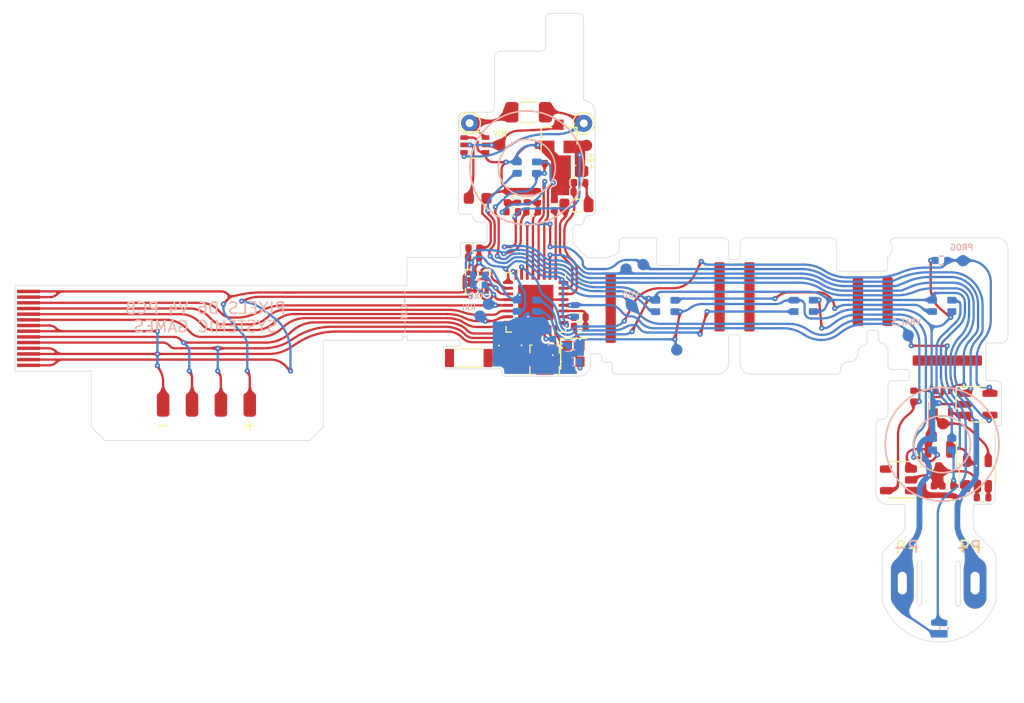
<source format=kicad_pcb>
(kicad_pcb (version 20211014) (generator pcbnew)
  (title_block (title "Pixels D6 Layout") (date "2022-08-26") (rev "3") (company "Systemic Games, LLC") (comment 1 "Flexible PCB, 0.13mm thickness"))
  (layers (0 "F.Cu" signal) (31 "B.Cu" signal) (34 "B.Paste" user) (35 "F.Paste" user) (36 "B.SilkS" user "B.Silkscreen") (37 "F.SilkS" user "F.Silkscreen") (38 "B.Mask" user) (39 "F.Mask" user) (44 "Edge.Cuts" user))
  (net 0 "")
  (net 1 "Net-(C1-Pad1)")
  (net 2 "GND")
  (net 3 "VDD")
  (net 4 "VDC")
  (net 5 "Net-(L1-Pad2)")
  (net 6 "Net-(L1-Pad1)")
  (net 7 "+5V")
  (net 8 "/PROG")
  (net 9 "VEE")
  (net 10 "/LED_EN")
  (net 11 "Net-(C2-Pad2)")
  (net 12 "Net-(C3-Pad1)")
  (net 13 "Net-(C5-Pad2)")
  (net 14 "Net-(C7-Pad1)")
  (net 15 "Net-(C19-Pad1)")
  (net 16 "Net-(C19-Pad2)")
  (net 17 "/BATT_NTC")
  (net 18 "RXI")
  (net 19 "TXO")
  (net 20 "SWO")
  (net 21 "RESET")
  (net 22 "SWDCLK")
  (net 23 "SWDIO")
  (net 24 "Net-(R10-Pad1)")
  (net 25 "/NTC_ID_VDD")
  (net 26 "/LED_DATA")
  (net 27 "/Power Supply/MAG1_")
  (net 28 "/STATS")
  (net 30 "/5V_SENSE")
  (net 31 "/VBAT_SENSE")
  (net 32 "/Power Supply/LED_EN_OUT")
  (net 33 "Net-(R3-Pad1)")
  (net 34 "Net-(D2-Pad3)")
  (net 35 "Net-(D3-Pad3)")
  (net 36 "Net-(D4-Pad3)")
  (net 37 "/LEDs/LED_RETURN_4")
  (net 38 "Net-(D6-Pad3)")
  (net 39 "/LEDs/LED_RETURN_6")
  (net 40 "+BATT")
  (net 43 "/SCL")
  (net 44 "/SDA")
  (net 45 "/ACC_INT")
  (net 46 "/ANT_NRF")
  (net 47 "/ANT_50")
  (net 48 "/ANTENNA")
  (footprint "Pixels-dice:C_0402_1005Metric" (layer "F.Cu") (at 167.39 106.79)
    (fp_text reference "C16")
    (fp_text value "10uF 10V 20%")
  )
  (footprint "Pixels-dice:SOT-353_SC-70-5" (layer "F.Cu") (at 168.655 99.335 -90)
    (fp_text reference "U7")
    (fp_text value "SN74LVC1G08" hide)
  )
  (footprint "Package_TO_SOT_SMD:SOT-23-5" (layer "F.Cu") (at 171.6575 99.6)
    (fp_text reference "U5")
    (fp_text value "MCP73832T-2ACI/OT")
  )
  (footprint "Package_TO_SOT_SMD:SOT-23" (layer "F.Cu") (at 168.3 104.5 -90)
    (fp_text reference "U8")
    (fp_text value "TMR1366")
  )
  (footprint "TestPoint:TestPoint_THTPad_D1.5mm_Drill0.7mm" (layer "F.Cu") (at 137.08 74.88 150)
    (fp_text reference "P5")
    (fp_text value "COILA")
  )
  (footprint "Pixels-dice:SOT-23-5" (layer "F.Cu") (at 171.7 105.696232 90)
    (fp_text reference "U6")
    (fp_text value "MT9700" hide)
  )
  (footprint "Resistor_SMD:R_0402_1005Metric" (layer "F.Cu") (at 172.15 107.82 180)
    (fp_text reference "R3")
    (fp_text value "10k 5%")
  )
  (footprint "Inductor_SMD:L_0805_2012Metric" (layer "F.Cu") (at 136.44 82.1)
    (fp_text reference "L1")
    (fp_text value "10uH 100mA 10%")
  )
  (footprint "Capacitor_SMD:C_0402_1005Metric" (layer "F.Cu") (at 134.48 82.05 90)
    (fp_text reference "C3")
    (fp_text value "0.1uF 10V 20%")
  )
  (footprint "Resistor_SMD:R_0402_1005Metric" (layer "F.Cu") (at 136.730001 91.939999 180)
    (fp_text reference "R10")
    (fp_text value "100k 1%")
  )
  (footprint "Package_DFN_QFN:QFN-32-1EP_5x5mm_P0.5mm_EP3.1x3.1mm" (layer "F.Cu") (at 132.86 90.64 -90)
    (fp_text reference "U1")
    (fp_text value "N52810_QFN32")
  )
  (footprint "Capacitor_SMD:C_0402_1005Metric" (layer "F.Cu") (at 127.4225 85.8375)
    (fp_text reference "C10")
    (fp_text value "0.1uF 10V 20%")
  )
  (footprint "Pixels-dice:0402_RF" (layer "F.Cu") (at 132.63 93.99)
    (fp_text reference "C8")
    (fp_text value "0.8pF 10V 5% C0G")
  )
  (footprint "Capacitor_SMD:C_0402_1005Metric" (layer "F.Cu") (at 169.1 106.8 180)
    (fp_text reference "C23")
    (fp_text value "0.1uF 10V 20%")
  )
  (footprint "Pixels-dice:C_0402_1005Metric" (layer "F.Cu") (at 134.13 78.4)
    (fp_text reference "C9")
    (fp_text value "10uF 10V 20%")
  )
  (footprint "Pixels-dice:FPC-POGO-4" (layer "F.Cu") (at 103.9 99.6425 180)
    (fp_text reference "J2")
    (fp_text value "Conn_01x04")
  )
  (footprint "Pixels-dice:C_0402_1005Metric" (layer "F.Cu") (at 166.095 98.885 90)
    (fp_text reference "C18")
    (fp_text value "10uF 10V 20%")
  )
  (footprint "Pixels-dice:R_0402_1005Metric" (layer "F.Cu") (at 136.09 78.13 180)
    (fp_text reference "R4")
    (fp_text value "100k 1%")
  )
  (footprint "Pixels-dice:SOT-23-5" (layer "F.Cu") (at 164.75 106.25 180)
    (fp_text reference "U4")
    (fp_text value "ME6215" hide)
  )
  (footprint "Resistor_SMD:R_0402_1005Metric" (layer "F.Cu") (at 136.73 92.74)
    (fp_text reference "R9")
    (fp_text value "120k 1%")
  )
  (footprint "Pixels-dice:C_0402_1005Metric" (layer "F.Cu") (at 127.3925 86.6575)
    (fp_text reference "C4")
    (fp_text value "10uF 10V 20%")
  )
  (footprint "Pixels-dice:FPC_14" (layer "F.Cu") (at 88.25163 96.17 90)
    (fp_text reference "J1")
    (fp_text value "Conn_01x14")
  )
  (footprint "Capacitor_SMD:C_0603_1608Metric" (layer "F.Cu") (at 127.75 81.48)
    (fp_text reference "C13")
    (fp_text value "4.7uF 25V 20%")
  )
  (footprint "Package_TO_SOT_SMD:SOT-363_SC-70-6" (layer "F.Cu") (at 127.5 76.78)
    (fp_text reference "D1")
    (fp_text value "BAV99S")
  )
  (footprint "Capacitor_SMD:C_0603_1608Metric" (layer "F.Cu") (at 136.25 79.09 180)
    (fp_text reference "C15")
    (fp_text value "22uF 10V 20%")
  )
  (footprint "Inductor_SMD:L_0402_1005Metric" (layer "F.Cu") (at 136.7 80.09 180)
    (fp_text reference "L2")
    (fp_text value "15nH 100mA 5%")
  )
  (footprint "Pixels-dice:C_0402_1005Metric" (layer "F.Cu") (at 135.7 80.9 180)
    (fp_text reference "C1")
    (fp_text value "10uF 10V 20%")
  )
  (footprint "Capacitor_SMD:C_0402_1005Metric" (layer "F.Cu") (at 130.35 81.35 90)
    (fp_text reference "C21")
    (fp_text value "10nF 25V 10%")
  )
  (footprint "Resistor_SMD:R_0402_1005Metric" (layer "F.Cu") (at 132.55 82.65)
    (fp_text reference "R7")
    (fp_text value "4.02M 1%")
  )
  (footprint "Resistor_SMD:R_0402_1005Metric" (layer "F.Cu") (at 131.25 81.35 -90)
    (fp_text reference "R2")
    (fp_text value "4.02M 1%")
  )
  (footprint "Resistor_SMD:R_0402_1005Metric" (layer "F.Cu") (at 133 81.35 90)
    (fp_text reference "R8")
    (fp_text value "10M 1%")
  )
  (footprint "Resistor_SMD:R_0402_1005Metric" (layer "F.Cu") (at 130.8 82.65 180)
    (fp_text reference "R1")
    (fp_text value "4.02M 1%")
  )
  (footprint "Capacitor_SMD:C_0402_1005Metric" (layer "F.Cu") (at 132.1 81.35 90)
    (fp_text reference "C22")
    (fp_text value "10nF 25V 10%")
  )
  (footprint "Pixels-dice:Crystal_SMD_2016-4Pin_2.0x1.6mm" (layer "F.Cu") (at 136.2 95.15 -90)
    (fp_text reference "Y1")
    (fp_text value "32MHz 40ppm")
  )
  (footprint "Package_LGA:LGA-12_2x2mm_P0.5mm" (layer "F.Cu") (at 127.78 88.84 180)
    (fp_text reference "U2")
    (fp_text value "KXTJ3-1057")
  )
  (footprint "Pixels-dice:0402_RF" (layer "F.Cu") (at 129.57 95.24 90)
    (fp_text reference "C11")
    (fp_text value "DNP")
  )
  (footprint "Pixels-dice:0402_RF" (layer "F.Cu") (at 132.47 95.24 -90)
    (fp_text reference "L5")
    (fp_text value "3.9nH 5%")
  )
  (footprint "Pixels-dice:SOT-23" (layer "F.Cu") (at 134.91 76 -90)
    (fp_text reference "U3")
    (fp_text value "PJ75AL50SA")
  )
  (footprint "Capacitor_SMD:C_1206_3216Metric" (layer "F.Cu") (at 132.23 73.9 180)
    (fp_text reference "C19")
    (fp_text value "33nF 50V 5% NP0")
  )
  (footprint "Pixels-dice:0402_RF" (layer "F.Cu") (at 130.66 95.68 180)
    (fp_text reference "L3")
    (fp_text value "1.8nH 5%")
  )
  (footprint "Pixels-dice:CHIP_ANT" (layer "F.Cu") (at 128.67 95.53 90)
    (fp_text reference "AE2")
    (fp_text value "Antenna_Chip" hide)
  )
  (footprint "Pixels-dice:TEST_PIN" (layer "F.Cu") (at 137.32 76.82)
    (fp_text reference "W15" hide)
    (fp_text value "+5V")
  )
  (footprint "RFFrontEnd:MFH3.RECE.20369.001E.01" (layer "F.Cu") (at 133.64 95.69 90)
    (fp_text reference "J4")
    (fp_text value "DNP" hide)
  )
  (footprint "TestPoint:TestPoint_THTPad_D1.5mm_Drill0.7mm" (layer "F.Cu") (at 127.04 74.86)
    (fp_text reference "P6")
    (fp_text value "COILB")
  )
  (footprint "Pixels-dice:TEST_PIN" (layer "F.Cu") (at 168.66 101.32)
    (fp_text reference "W21" hide)
    (fp_text value "LED2")
  )
  (footprint "Pixels-dice:TEST_PIN" (layer "F.Cu") (at 167.64 102.32)
    (fp_text reference "W23" hide)
    (fp_text value "MAG1_")
  )
  (footprint "Pixels-dice:TEST_PIN" (layer "F.Cu") (at 129.68 76.79)
    (fp_text reference "W16" hide)
    (fp_text value "VIN")
  )
  (footprint "Pixels-dice:0402_RF" (layer "F.Cu") (at 131.75 95.24 90)
    (fp_text reference "C12")
    (fp_text value "0.5pF 10V 5% C0G")
  )
  (footprint "Pixels-dice:TX1812Z_2020" (layer "B.Cu") (at 168.59 103.11 90)
    (fp_text reference "D5")
    (fp_text value "TX1812Z_2020")
  )
  (footprint "Pixels-dice:TX1812Z_2020" (layer "B.Cu") (at 168.59 90.94 -90)
    (fp_text reference "D4")
    (fp_text value "TX1812Z_2020")
  )
  (footprint "Pixels-dice:TX1812Z_2020" (layer "B.Cu") (at 156.42 90.94 90)
    (fp_text reference "D6")
    (fp_text value "TX1812Z_2020")
  )
  (footprint "Pixels-dice:TX1812Z_2020" (layer "B.Cu") (at 132.08 78.77 90)
    (fp_text reference "D2")
    (fp_text value "TX1812Z_2020")
  )
  (footprint "Pixels-dice:TX1812Z_2020" (layer "B.Cu") (at 132.08 90.93 90)
    (fp_text reference "D7")
    (fp_text value "TX1812Z_2020")
  )
  (footprint "Capacitor_SMD:C_0402_1005Metric" (layer "B.Cu") (at 168.75 119.32 -90)
    (fp_text reference "C6")
    (fp_text value "0.1uF 10V 20%")
  )
  (footprint "Capacitor_SMD:C_0402_1005Metric" (layer "B.Cu") (at 134.35 94.33 -90)
    (fp_text reference "C7")
    (fp_text value "100pF NP0 10V 5%")
  )
  (footprint "Capacitor_SMD:C_0402_1005Metric" (layer "B.Cu") (at 136.2 95.85)
    (fp_text reference "C5")
    (fp_text value "8pF 10V 10%")
  )
  (footprint "Capacitor_SMD:C_0402_1005Metric" (layer "B.Cu") (at 136.2 94.45 180)
    (fp_text reference "C2")
    (fp_text value "8pF 10V 10%")
  )
  (footprint "Pixels-dice:TX1812Z_2020" (layer "B.Cu") (at 144.25 90.95 -90)
    (fp_text reference "D3")
    (fp_text value "TX1812Z_2020")
  )
  (footprint "Resistor_SMD:R_0402_1005Metric" (layer "B.Cu") (at 168.53 86.94 180)
    (fp_text reference "R6")
    (fp_text value "22k 1%")
  )
  (footprint "Pixels-dice:Hongjie 10100 Connector" (layer "B.Cu") (at 168.290601 115.336035 180)
    (fp_text reference "J3")
    (fp_text value "Conn_01x02")
  )
  (footprint "Resistor_SMD:R_0402_1005Metric" (layer "B.Cu") (at 127.86 89.1)
    (fp_text reference "R12")
    (fp_text value "2.7k 5%")
  )
  (footprint "Resistor_SMD:R_0402_1005Metric" (layer "B.Cu") (at 127.8475 88.2775)
    (fp_text reference "R16")
    (fp_text value "2.7k 5%")
  )
  (footprint "Pixels-dice:R_0402_1005Metric" (layer "B.Cu") (at 136.34 91.38 90)
    (fp_text reference "R5")
    (fp_text value "100k 1%" hide)
  )
  (footprint "Pixels-dice:R_0402_1005Metric" (layer "B.Cu") (at 167.94 119.32 -90)
    (fp_text reference "TH1" hide)
    (fp_text value "NTC 100k @ 25C")
  )
  (footprint "Pixels-dice:TEST_PIN" (layer "B.Cu") (at 140.8 87.7 180)
    (fp_text reference "W5" hide)
    (fp_text value "LED_EN")
  )
  (footprint "Pixels-dice:TEST_PIN" (layer "B.Cu") (at 142.3 87.3 180)
    (fp_text reference "W17" hide)
    (fp_text value "STAT")
  )
  (footprint "Pixels-dice:TEST_PIN" (layer "B.Cu") (at 127.95 91.84 180)
    (fp_text reference "W1" hide)
    (fp_text value "RXI")
  )
  (footprint "Pixels-dice:TEST_PIN" (layer "B.Cu") (at 170.43 86.97 180)
    (fp_text reference "W3" hide)
    (fp_text value "PROG")
  )
  (footprint "Pixels-dice:TEST_PIN" (layer "B.Cu") (at 141.29 90.92 180)
    (fp_text reference "W25" hide)
    (fp_text value "VDD")
  )
  (footprint "Pixels-dice:TEST_PIN" (layer "B.Cu") (at 165.61 93.55 180)
    (fp_text reference "W4" hide)
    (fp_text value "VBAT_S")
  )
  (footprint "Pixels-dice:TEST_PIN" (layer "B.Cu") (at 128.69 90.79 180)
    (fp_text reference "W2" hide)
    (fp_text value "TXO")
  )
  (footprint "Pixels-dice:TEST_PIN" (layer "B.Cu") (at 145.26 94.82 180)
    (fp_text reference "W19" hide)
    (fp_text value "GND")
  )
  (gr_circle (center 132.08 78.79) (end 137.08 78.79) (layer "B.SilkS") (width 0.15) (fill none))
  (gr_circle (center 168.59 103.12) (end 171.09 103.12) (layer "B.SilkS") (width 0.15) (fill none))
  (gr_circle (center 168.59 103.12) (end 173.59 103.12) (layer "B.SilkS") (width 0.15) (fill none))
  (gr_circle (center 132.08 78.79) (end 134.58 78.79) (layer "B.SilkS") (width 0.15) (fill none))
  (gr_line (start 165.3246 108.6122) (end 165.3246 110.2422) (layer "Edge.Cuts") (width 0.05))
  (gr_line (start 126.0686 74.4002) (end 126.0686 82.6653) (layer "Edge.Cuts") (width 0.05))
  (gr_arc (start 124.969601 96.48015) (mid 124.792864 96.406946) (end 124.71965 96.230213) (layer "Edge.Cuts") (width 0.05))
  (gr_arc (start 163.7996 87.7002) (mid 163.741021 87.841621) (end 163.5996 87.9002) (layer "Edge.Cuts") (width 0.05))
  (gr_arc (start 139.8896 96.951) (mid 139.677468 96.863132) (end 139.5896 96.651) (layer "Edge.Cuts") (width 0.05))
  (gr_arc (start 133.7297 68.0181) (mid 133.583224 68.371624) (end 133.2297 68.5181) (layer "Edge.Cuts") (width 0.05))
  (gr_arc (start 161.159552 95.125217) (mid 161.297534 94.672166) (end 161.692412 94.410698) (layer "Edge.Cuts") (width 0.05))
  (gr_line (start 159.4996 87.9002) (end 163.5996 87.9002) (layer "Edge.Cuts") (width 0.05))
  (gr_line (start 173.0296 112.3982) (end 171.619081 110.989854) (layer "Edge.Cuts") (width 0.05))
  (gr_arc (start 174.3827 93.6002) (mid 174.206935 94.024435) (end 173.7827 94.2002) (layer "Edge.Cuts") (width 0.05))
  (gr_line (start 126.231351 85.5647) (end 126.23 86.44) (layer "Edge.Cuts") (width 0.05))
  (gr_line (start 172.4366 94.4002) (end 172.43655 97.336549) (layer "Edge.Cuts") (width 0.05))
  (gr_arc (start 143.301624 84.9509) (mid 143.44297 85.008151) (end 143.501702 85.148888) (layer "Edge.Cuts") (width 0.05))
  (gr_line (start 126.5796 96.4802) (end 129.6826 96.4802) (layer "Edge.Cuts") (width 0.05))
  (gr_arc (start 138.0685 82.601001) (mid 137.951372 82.883872) (end 137.668501 83.001) (layer "Edge.Cuts") (width 0.05))
  (gr_arc (start 165.3245 110.242129) (mid 165.246663 110.628981) (end 165.02522 110.955594) (layer "Edge.Cuts") (width 0.05))
  (gr_line (start 126.2686 82.8653) (end 127.0856 82.8653) (layer "Edge.Cuts") (width 0.05))
  (gr_arc (start 150.825665 85.450944) (mid 150.972099 85.097387) (end 151.325661 84.950965) (layer "Edge.Cuts") (width 0.05))
  (gr_line (start 126.5686 73.9002) (end 128.743553 73.9002) (layer "Edge.Cuts") (width 0.05))
  (gr_arc (start 173.2526 108.00815) (mid 173.13546 108.291025) (end 172.8526 108.4082) (layer "Edge.Cuts") (width 0.05))
  (gr_line (start 137.278838 86.583782) (end 136.2126 85.5182) (layer "Edge.Cuts") (width 0.05))
  (gr_arc (start 161.159552 95.125217) (mid 160.950772 95.659448) (end 160.412718 95.858167) (layer "Edge.Cuts") (width 0.05))
  (gr_line (start 133.7296 65.7002) (end 133.7297 68.0181) (layer "Edge.Cuts") (width 0.05))
  (gr_line (start 145.3017 87.399002) (end 143.7017 87.399003) (layer "Edge.Cuts") (width 0.05))
  (gr_line (start 93.7868 101.59) (end 94.9868 102.79) (layer "Edge.Cuts") (width 0.05))
  (gr_arc (start 133.7295 65.700204) (mid 133.875974 65.346677) (end 134.2295 65.2002) (layer "Edge.Cuts") (width 0.05))
  (gr_line (start 164.089068 85.491497) (end 164.160021 85.679606) (layer "Edge.Cuts") (width 0.05))
  (gr_arc (start 172.6366 97.53655) (mid 172.495161 97.477974) (end 172.43655 97.336549) (layer "Edge.Cuts") (width 0.05))
  (gr_arc (start 150.625575 93.488125) (mid 150.767004 93.546696) (end 150.8256 93.688125) (layer "Edge.Cuts") (width 0.05))
  (gr_line (start 121.55 93.65) (end 121.15 93.65) (layer "Edge.Cuts") (width 0.05))
  (gr_arc (start 171.619081 110.989854) (mid 171.401894 110.665227) (end 171.325628 110.282165) (layer "Edge.Cuts") (width 0.05))
  (gr_line (start 136.4956 83.801) (end 136.7016 83.801) (layer "Edge.Cuts") (width 0.05))
  (gr_line (start 128.5686 83.7653) (end 128.5686 85.1647) (layer "Edge.Cuts") (width 0.05))
  (gr_arc (start 162.7826 101.333277) (mid 162.907012 101.04315) (end 163.203004 100.933419) (layer "Edge.Cuts") (width 0.05))
  (gr_line (start 173.3226 116.8682) (end 173.3226 113.1052) (layer "Edge.Cuts") (width 0.05))
  (gr_arc (start 137.6535 95.350899) (mid 137.712107 95.209506) (end 137.8535 95.1509) (layer "Edge.Cuts") (width 0.05))
  (gr_line (start 126.02 93.96) (end 121.55 93.96) (layer "Edge.Cuts") (width 0.05))
  (gr_line (start 124.7196 95.9674) (end 124.7196 96.2302) (layer "Edge.Cuts") (width 0.05))
  (gr_arc (start 173.3826 84.9512) (mid 174.089707 85.244093) (end 174.3826 85.9512) (layer "Edge.Cuts") (width 0.05))
  (gr_arc (start 129.243553 73.4002) (mid 129.097106 73.753753) (end 128.743553 73.9002) (layer "Edge.Cuts") (width 0.05))
  (gr_arc (start 138.4536 95.1509) (mid 138.595021 95.209479) (end 138.6536 95.3509) (layer "Edge.Cuts") (width 0.05))
  (gr_line (start 139.5896 96.0898) (end 139.5896 96.4491) (layer "Edge.Cuts") (width 0.05))
  (gr_line (start 143.501699 87.199001) (end 143.501702 85.148888) (layer "Edge.Cuts") (width 0.05))
  (gr_arc (start 127.0856 82.8653) (mid 127.217893 82.915305) (end 127.284033 83.040315) (layer "Edge.Cuts") (width 0.05))
  (gr_line (start 169.7886 113.6012) (end 169.7886 117.1512) (layer "Edge.Cuts") (width 0.05))
  (gr_line (start 130.0826 97.1313) (end 136.6526 97.1313) (layer "Edge.Cuts") (width 0.05))
  (gr_arc (start 172.4366 94.4002) (mid 172.495174 94.258774) (end 172.6366 94.2002) (layer "Edge.Cuts") (width 0.05))
  (gr_line (start 87.08 96.69) (end 93.7868 96.69) (layer "Edge.Cuts") (width 0.05))
  (gr_arc (start 149.8255 95.951) (mid 149.532636 96.658136) (end 148.825501 96.951) (layer "Edge.Cuts") (width 0.05))
  (gr_arc (start 151.8256 96.9509) (mid 151.118493 96.658007) (end 150.8256 95.9509) (layer "Edge.Cuts") (width 0.05))
  (gr_line (start 94.9868 102.79) (end 112.9868 102.79) (layer "Edge.Cuts") (width 0.05))
  (gr_arc (start 140.1956 85.350949) (mid 140.31274 85.068075) (end 140.5956 84.9509) (layer "Edge.Cuts") (width 0.05))
  (gr_line (start 162.7826 101.3332) (end 162.7826 106.3232) (layer "Edge.Cuts") (width 0.05))
  (gr_line (start 162.9976 93.3009) (end 162.9976 93.8384) (layer "Edge.Cuts") (width 0.05))
  (gr_arc (start 145.5017 85.148913) (mid 145.560417 85.008167) (end 145.701758 84.9509) (layer "Edge.Cuts") (width 0.05))
  (gr_line (start 173.2526 108.0082) (end 173.2526 101.7552) (layer "Edge.Cuts") (width 0.05))
  (gr_line (start 161.9976 94.0221) (end 161.9976 93.3009) (layer "Edge.Cuts") (width 0.05))
  (gr_arc (start 165.4956 96.5365) (mid 165.637021 96.595079) (end 165.6956 96.7365) (layer "Edge.Cuts") (width 0.05))
  (gr_arc (start 163.7826 108.41215) (mid 163.07551 108.119253) (end 162.78265 107.412148) (layer "Edge.Cuts") (width 0.05))
  (gr_line (start 165.02522 110.955594) (end 163.620985 112.334801) (layer "Edge.Cuts") (width 0.05))
  (gr_arc (start 136.5686 65.2002) (mid 136.922153 65.346647) (end 137.0686 65.7002) (layer "Edge.Cuts") (width 0.05))
  (gr_arc (start 169.788603 113.601158) (mid 169.988598 113.401203) (end 170.188597 113.601153) (layer "Edge.Cuts") (width 0.05))
  (gr_arc (start 137.101553 83.401002) (mid 137.218745 83.118203) (end 137.501561 83.001053) (layer "Edge.Cuts") (width 0.05))
  (gr_arc (start 126.27 94.250549) (mid 126.196794 94.427359) (end 126.019999 94.5006) (layer "Edge.Cuts") (width 0.05))
  (gr_arc (start 126.231451 85.564698) (mid 126.29 85.423249) (end 126.431449 85.3647) (layer "Edge.Cuts") (width 0.05))
  (gr_line (start 137.8535 95.1509) (end 138.4536 95.1509) (layer "Edge.Cuts") (width 0.05))
  (gr_line (start 149.8256 95.951) (end 149.8256 93.6882) (layer "Edge.Cuts") (width 0.05))
  (gr_line (start 121.53 89.17) (end 121.53 86.69) (layer "Edge.Cuts") (width 0.05))
  (gr_arc (start 159.4996 87.9002) (mid 159.358179 87.841621) (end 159.2996 87.7002) (layer "Edge.Cuts") (width 0.05))
  (gr_line (start 143.301624 84.9509) (end 140.5956 84.9509) (layer "Edge.Cuts") (width 0.05))
  (gr_line (start 163.3216 113.0482) (end 163.322046 116.860073) (layer "Edge.Cuts") (width 0.05))
  (gr_arc (start 163.8337 97.936298) (mid 163.950828 97.653428) (end 164.233698 97.5363) (layer "Edge.Cuts") (width 0.05))
  (gr_arc (start 163.3217 113.04827) (mid 163.399538 112.661415) (end 163.620985 112.334801) (layer "Edge.Cuts") (width 0.05))
  (gr_arc (start 161.997701 93.300901) (mid 162.05625 93.15945) (end 162.197701 93.100901) (layer "Edge.Cuts") (width 0.05))
  (gr_arc (start 166.388601 113.601151) (mid 166.588602 113.401201) (end 166.788599 113.601156) (layer "Edge.Cuts") (width 0.05))
  (gr_line (start 163.7996 87.7002) (end 163.7996 86.723008) (layer "Edge.Cuts") (width 0.05))
  (gr_line (start 150.8256 93.688125) (end 150.8256 95.9509) (layer "Edge.Cuts") (width 0.05))
  (gr_line (start 165.6956 96.7365) (end 165.6956 97.3363) (layer "Edge.Cuts") (width 0.05))
  (gr_arc (start 124.7196 94.751052) (mid 124.792806 94.57424) (end 124.969604 94.501) (layer "Edge.Cuts") (width 0.05))
  (gr_line (start 137.6526 96.13135) (end 137.6535 95.350899) (layer "Edge.Cuts") (width 0.05))
  (gr_arc (start 127.87955 83.56535) (mid 127.482603 83.415336) (end 127.284033 83.040315) (layer "Edge.Cuts") (width 0.05))
  (gr_line (start 121.15 93.65) (end 121.15 93.96) (layer "Edge.Cuts") (width 0.05))
  (gr_line (start 140.1956 85.3509) (end 140.1956 86.0208) (layer "Edge.Cuts") (width 0.05))
  (gr_line (start 121.53 86.69) (end 125.98 86.69) (layer "Edge.Cuts") (width 0.05))
  (gr_arc (start 164.089068 85.491497) (mid 164.134875 85.123229) (end 164.463656 84.951118) (layer "Edge.Cuts") (width 0.05))
  (gr_line (start 137.5016 83.001) (end 137.6686 83.001) (layer "Edge.Cuts") (width 0.05))
  (gr_arc (start 139.3896 95.88985) (mid 139.531039 95.948426) (end 139.58965 96.08985) (layer "Edge.Cuts") (width 0.05))
  (gr_line (start 163.7826 108.4122) (end 165.1246 108.4122) (layer "Edge.Cuts") (width 0.05))
  (gr_line (start 138.8536 95.8898) (end 139.0866 95.8898) (layer "Edge.Cuts") (width 0.05))
  (gr_line (start 165.4956 97.5363) (end 164.2336 97.5363) (layer "Edge.Cuts") (width 0.05))
  (gr_line (start 124.9696 96.4802) (end 126.5796 96.4802) (layer "Edge.Cuts") (width 0.05))
  (gr_arc (start 163.8336 100.334277) (mid 163.646874 100.76917) (end 163.203004 100.933419) (layer "Edge.Cuts") (width 0.05))
  (gr_line (start 171.5256 108.4082) (end 172.8526 108.4082) (layer "Edge.Cuts") (width 0.05))
  (gr_arc (start 166.7886 117.151249) (mid 166.588605 117.3512) (end 166.3886 117.151259) (layer "Edge.Cuts") (width 0.05))
  (gr_line (start 166.3886 113.6012) (end 166.3886 117.1512) (layer "Edge.Cuts") (width 0.05))
  (gr_arc (start 137.561635 86.7009) (mid 137.408588 86.670469) (end 137.278838 86.583782) (layer "Edge.Cuts") (width 0.05))
  (gr_arc (start 162.7976 93.1009) (mid 162.939021 93.159479) (end 162.9976 93.3009) (layer "Edge.Cuts") (width 0.05))
  (gr_line (start 124.7196 94.7511) (end 124.7196 95.1124) (layer "Edge.Cuts") (width 0.05))
  (gr_line (start 150.8256 85.4509) (end 150.8256 86.6595) (layer "Edge.Cuts") (width 0.05))
  (gr_line (start 173.3826 84.9512) (end 164.4636 84.9512) (layer "Edge.Cuts") (width 0.05))
  (gr_arc (start 171.3256 108.608151) (mid 171.384196 108.466761) (end 171.5256 108.4082) (layer "Edge.Cuts") (width 0.05))
  (gr_arc (start 173.322558 116.86818) (mid 168.319344 120.513488) (end 163.322046 116.860073) (layer "Edge.Cuts") (width 0.05))
  (gr_line (start 121.53 89.17) (end 87.08 89.17) (layer "Edge.Cuts") (width 0.05))
  (gr_arc (start 126.23 86.44) (mid 126.156777 86.616777) (end 125.98 86.69) (layer "Edge.Cuts") (width 0.05))
  (gr_arc (start 173.0296 112.3982) (mid 173.246389 112.722577) (end 173.322508 113.10523) (layer "Edge.Cuts") (width 0.05))
  (gr_arc (start 163.287163 94.222804) (mid 163.078108 94.078997) (end 162.997647 93.838351) (layer "Edge.Cuts") (width 0.05))
  (gr_arc (start 173.8077 101.255282) (mid 173.734454 101.432041) (end 173.5577 101.5053) (layer "Edge.Cuts") (width 0.05))
  (gr_arc (start 150.825665 86.65955) (mid 150.767073 86.800962) (end 150.625665 86.859565) (layer "Edge.Cuts") (width 0.05))
  (gr_line (start 139.0246 86.7009) (end 137.5616 86.7009) (layer "Edge.Cuts") (width 0.05))
  (gr_arc (start 163.287163 94.222804) (mid 163.679544 94.492273) (end 163.830645 94.943654) (layer "Edge.Cuts") (width 0.05))
  (gr_line (start 127.8796 83.5654) (end 128.3686 83.5654) (layer "Edge.Cuts") (width 0.05))
  (gr_line (start 121.55 93.96) (end 121.55 93.65) (layer "Edge.Cuts") (width 0.05))
  (gr_arc (start 129.243553 69.0181) (mid 129.39 68.664547) (end 129.743553 68.5181) (layer "Edge.Cuts") (width 0.05))
  (gr_arc (start 140.1956 86.020849) (mid 140.123215 86.250397) (end 139.932209 86.39685) (layer "Edge.Cuts") (width 0.05))
  (gr_arc (start 149.325599 84.95095) (mid 149.679135 85.097399) (end 149.82555 85.45095) (layer "Edge.Cuts") (width 0.05))
  (gr_line (start 139.8896 96.951) (end 148.8256 96.951) (layer "Edge.Cuts") (width 0.05))
  (gr_line (start 173.8076 101.2552) (end 173.8076 98.0365) (layer "Edge.Cuts") (width 0.05))
  (gr_line (start 126.27 94.2095) (end 126.27 94.2505) (layer "Edge.Cuts") (width 0.05))
  (gr_arc (start 137.101553 83.401002) (mid 136.984497 83.68382) (end 136.701753 83.801053) (layer "Edge.Cuts") (width 0.05))
  (gr_arc (start 136.2126 85.5182) (mid 136.126068 85.388389) (end 136.095696 85.235365) (layer "Edge.Cuts") (width 0.05))
  (gr_line (start 174.3826 93.2009) (end 174.3826 85.9512) (layer "Edge.Cuts") (width 0.05))
  (gr_line (start 87.08 89.17) (end 87.08 96.69) (layer "Edge.Cuts") (width 0.05))
  (gr_arc (start 161.9975 94.02211) (mid 161.91214 94.269151) (end 161.692412 94.410698) (layer "Edge.Cuts") (width 0.05))
  (gr_line (start 139.932209 86.39685) (end 139.161101 86.676859) (layer "Edge.Cuts") (width 0.05))
  (gr_line (start 124.7196 95.1124) (end 124.7196 95.9674) (layer "Edge.Cuts") (width 0.05))
  (gr_arc (start 136.0957 84.200998) (mid 136.212828 83.918128) (end 136.495698 83.801) (layer "Edge.Cuts") (width 0.05))
  (gr_line (start 170.1886 117.1512) (end 170.1886 113.6012) (layer "Edge.Cuts") (width 0.05))
  (gr_line (start 149.3256 84.9509) (end 145.701758 84.9509) (layer "Edge.Cuts") (width 0.05))
  (gr_line (start 126.019999 94.5006) (end 124.9696 94.501) (layer "Edge.Cuts") (width 0.05))
  (gr_line (start 145.5017 85.148913) (end 145.501701 87.199) (layer "Edge.Cuts") (width 0.05))
  (gr_arc (start 173.2527 101.755283) (mid 173.3259 101.578488) (end 173.5027 101.5053) (layer "Edge.Cuts") (width 0.05))
  (gr_line (start 159.2996 85.4509) (end 159.2996 87.7002) (layer "Edge.Cuts") (width 0.05))
  (gr_line (start 129.243553 73.4002) (end 129.243553 69.0181) (layer "Edge.Cuts") (width 0.05))
  (gr_line (start 173.5026 101.5052) (end 173.5576 101.5052) (layer "Edge.Cuts") (width 0.05))
  (gr_line (start 172.6366 94.2002) (end 173.7827 94.2002) (layer "Edge.Cuts") (width 0.05))
  (gr_line (start 128.3686 85.3647) (end 126.431449 85.3647) (layer "Edge.Cuts") (width 0.05))
  (gr_line (start 139.5896 96.4491) (end 139.5896 96.651) (layer "Edge.Cuts") (width 0.05))
  (gr_arc (start 145.501701 87.199) (mid 145.443121 87.340415) (end 145.3017 87.399002) (layer "Edge.Cuts") (width 0.05))
  (gr_arc (start 158.7996 84.9509) (mid 159.153153 85.097347) (end 159.2996 85.4509) (layer "Edge.Cuts") (width 0.05))
  (gr_arc (start 173.3076 97.53655) (mid 173.661171 97.682994) (end 173.80765 98.03655) (layer "Edge.Cuts") (width 0.05))
  (gr_arc (start 149.8256 93.688151) (mid 149.884196 93.546761) (end 150.0256 93.4882) (layer "Edge.Cuts") (width 0.05))
  (gr_line (start 150.6256 86.8595) (end 150.0256 86.8595) (layer "Edge.Cuts") (width 0.05))
  (gr_line (start 166.7886 117.1512) (end 166.7886 113.6012) (layer "Edge.Cuts") (width 0.05))
  (gr_line (start 114.1868 93.96) (end 121.15 93.96) (layer "Edge.Cuts") (width 0.05))
  (gr_arc (start 164.160021 85.679606) (mid 164.173582 86.16627) (end 163.885504 86.558746) (layer "Edge.Cuts") (width 0.05))
  (gr_line (start 137.0686 72.7251) (end 137.0686 65.7002) (layer "Edge.Cuts") (width 0.05))
  (gr_arc (start 139.161101 86.676859) (mid 139.093859 86.694844) (end 139.024517 86.70089) (layer "Edge.Cuts") (width 0.05))
  (gr_line (start 150.0256 93.4882) (end 150.625575 93.488125) (layer "Edge.Cuts") (width 0.05))
  (gr_arc (start 130.0826 97.1313) (mid 129.940551 97.073102) (end 129.88165 96.931344) (layer "Edge.Cuts") (width 0.05))
  (gr_arc (start 126.02 93.96) (mid 126.196746 94.0329) (end 126.27 94.2095) (layer "Edge.Cuts") (width 0.05))
  (gr_arc (start 159.664551 96.552957) (mid 159.549076 96.832127) (end 159.271294 96.9509) (layer "Edge.Cuts") (width 0.05))
  (gr_line (start 112.9868 102.79) (end 114.1868 101.59) (layer "Edge.Cuts") (width 0.05))
  (gr_line (start 163.8336 97.9363) (end 163.8336 100.3342) (layer "Edge.Cuts") (width 0.05))
  (gr_line (start 173.3076 97.5365) (end 172.6366 97.5365) (layer "Edge.Cuts") (width 0.05))
  (gr_line (start 136.0956 85.2354) (end 136.0956 84.201) (layer "Edge.Cuts") (width 0.05))
  (gr_arc (start 126.0686 74.4002) (mid 126.215047 74.046647) (end 126.5686 73.9002) (layer "Edge.Cuts") (width 0.05))
  (gr_arc (start 126.2686 82.8653) (mid 126.127179 82.806721) (end 126.0686 82.6653) (layer "Edge.Cuts") (width 0.05))
  (gr_line (start 158.7996 84.9509) (end 151.3256 84.9509) (layer "Edge.Cuts") (width 0.05))
  (gr_arc (start 159.664551 96.552957) (mid 159.888193 96.043563) (end 160.412718 95.858167) (layer "Edge.Cuts") (width 0.05))
  (gr_arc (start 165.1246 108.41215) (mid 165.266039 108.470726) (end 165.32465 108.61215) (layer "Edge.Cuts") (width 0.05))
  (gr_arc (start 143.7017 87.399003) (mid 143.56029 87.340417) (end 143.501699 87.199001) (layer "Edge.Cuts") (width 0.05))
  (gr_arc (start 138.853602 95.88985) (mid 138.712197 95.831269) (end 138.65365 95.689851) (layer "Edge.Cuts") (width 0.05))
  (gr_line (start 114.1868 101.59) (end 114.1868 93.96) (layer "Edge.Cuts") (width 0.05))
  (gr_arc (start 137.6526 96.13135) (mid 137.359724 96.838488) (end 136.6526 97.1314) (layer "Edge.Cuts") (width 0.05))
  (gr_arc (start 164.2306 96.5365) (mid 163.947757 96.419343) (end 163.8306 96.1365) (layer "Edge.Cuts") (width 0.05))
  (gr_line (start 93.7868 96.69) (end 93.7868 101.59) (layer "Edge.Cuts") (width 0.05))
  (gr_line (start 163.8306 94.9437) (end 163.8306 96.1365) (layer "Edge.Cuts") (width 0.05))
  (gr_arc (start 128.5687 85.164699) (mid 128.510092 85.306092) (end 128.368699 85.3647) (layer "Edge.Cuts") (width 0.05))
  (gr_line (start 129.88255 96.680149) (end 129.88165 96.931344) (layer "Edge.Cuts") (width 0.05))
  (gr_arc (start 129.6826 96.48015) (mid 129.824003 96.538731) (end 129.88255 96.680149) (layer "Edge.Cuts") (width 0.05))
  (gr_line (start 133.2296 68.5181) (end 129.743553 68.5181) (layer "Edge.Cuts") (width 0.05))
  (gr_line (start 138.0686 82.601) (end 138.0686 73.8653) (layer "Edge.Cuts") (width 0.05))
  (gr_arc (start 170.188603 117.151257) (mid 169.988594 117.351203) (end 169.788597 117.151245) (layer "Edge.Cuts") (width 0.05))
  (gr_arc (start 150.025601 86.85955) (mid 149.884197 86.800969) (end 149.82565 86.659551) (layer "Edge.Cuts") (width 0.05))
  (gr_line (start 162.1976 93.1009) (end 162.7976 93.1009) (layer "Edge.Cuts") (width 0.05))
  (gr_arc (start 163.7996 86.723008) (mid 163.82237 86.630321) (end 163.885504 86.558746) (layer "Edge.Cuts") (width 0.05))
  (gr_arc (start 137.199041 72.873873) (mid 137.820401 73.205953) (end 138.068571 73.865329) (layer "Edge.Cuts") (width 0.05))
  (gr_line (start 151.8256 96.9509) (end 159.271294 96.9509) (layer "Edge.Cuts") (width 0.05))
  (gr_line (start 171.3256 110.2822) (end 171.3256 108.6082) (layer "Edge.Cuts") (width 0.05))
  (gr_line (start 136.5686 65.2002) (end 134.2296 65.2002) (layer "Edge.Cuts") (width 0.05))
  (gr_line (start 174.3826 93.6002) (end 174.3826 93.2009) (layer "Edge.Cuts") (width 0.05))
  (gr_line (start 138.6536 95.3509) (end 138.6536 95.6899) (layer "Edge.Cuts") (width 0.05))
  (gr_arc (start 128.3686 83.56535) (mid 128.510039 83.623926) (end 128.56865 83.76535) (layer "Edge.Cuts") (width 0.05))
  (gr_line (start 139.0866 95.8898) (end 139.3896 95.8898) (layer "Edge.Cuts") (width 0.05))
  (gr_arc (start 165.6955 97.336306) (mid 165.636951 97.477751) (end 165.495506 97.5363) (layer "Edge.Cuts") (width 0.05))
  (gr_arc (start 137.199041 72.873873) (mid 137.105846 72.824057) (end 137.068646 72.725148) (layer "Edge.Cuts") (width 0.05))
  (gr_line (start 149.8256 86.6595) (end 149.8256 85.4509) (layer "Edge.Cuts") (width 0.05))
  (gr_line (start 164.2306 96.5365) (end 165.4956 96.5365) (layer "Edge.Cuts") (width 0.05))
  (gr_line (start 162.7826 106.3232) (end 162.7826 107.4122) (layer "Edge.Cuts") (width 0.05))
  (gr_text "--CUT--" (at 121.31 91.48 90) (layer "B.SilkS") (effects (font (size 0.5 0.5) (thickness 0.1)) (justify mirror)))
  (gr_text "PIXELS D6 V4 PCB\nSYSTEMIC GAMES" (at 103.81 91.96) (layer "B.SilkS") (effects (font (size 1 1)) (justify mirror)))
  (gr_text "P+" (at 170.93 112.15) (layer "B.SilkS") (effects (font (size 1 1)) (justify mirror)))
  (gr_text "P-" (at 165.43 112.15) (layer "B.SilkS") (effects (font (size 1 1)) (justify mirror)))
  (gr_text "P-" (at 165.6 112.19) (layer "F.SilkS") (effects (font (size 1 1))))
  (gr_text "P+" (at 171.18 112.13) (layer "F.SilkS") (effects (font (size 1 1))))
  (segment (start 135.915 86.765) (end 136.170086 87.020086) (width 0.2) (layer "F.Cu") (net 1))
  (segment (start 136.46 89.30875) (end 136.46 87.72) (width 0.2) (layer "F.Cu") (net 1))
  (segment (start 136.1975 80.9175) (end 136.215 80.935) (width 0.2) (layer "F.Cu") (net 1))
  (segment (start 136.215 80.840251) (end 136.215 80.09) (width 0.2) (layer "F.Cu") (net 1))
  (segment (start 135.87875 89.89) (end 135.2975 89.89) (width 0.2) (layer "F.Cu") (net 1))
  (segment (start 135.37 85.449253) (end 135.37 84.352253) (width 0.2) (layer "F.Cu") (net 1))
  (segment (start 136.25 82.227746) (end 136.25 81.019497) (width 0.2) (layer "F.Cu") (net 1))
  (arc (start 136.46 87.72) (mid 136.384653 87.341209) (end 136.170086 87.020086) (width 0.2) (layer "F.Cu") (net 1))
  (arc (start 136.1975 80.8825) (mid 136.210451 80.863116) (end 136.215 80.840251) (width 0.2) (layer "F.Cu") (net 1))
  (arc (start 135.37 84.352253) (mid 135.484352 83.777366) (end 135.81 83.29) (width 0.2) (layer "F.Cu") (net 1))
  (arc (start 136.25 81.019497) (mid 136.240903 80.973767) (end 136.215 80.935) (width 0.2) (layer "F.Cu") (net 1))
  (arc (start 136.46 89.30875) (mid 136.289755 89.719755) (end 135.87875 89.89) (width 0.2) (layer "F.Cu") (net 1))
  (arc (start 135.37 85.449253) (mid 135.51164 86.16133) (end 135.915 86.765) (width 0.2) (layer "F.Cu") (net 1))
  (arc (start 136.1975 80.8825) (mid 136.190251 80.9) (end 136.1975 80.9175) (width 0.2) (layer "F.Cu") (net 1))
  (arc (start 136.25 82.227746) (mid 136.135647 82.802633) (end 135.81 83.29) (width 0.2) (layer "F.Cu") (net 1))
  (segment (start 130.565155 80.865) (end 130.526405 80.865) (width 0.2) (layer "F.Cu") (net 2))
  (segment (start 168.13 106.79) (end 168.597928 106.79) (width 0.2) (layer "F.Cu") (net 2))
  (segment (start 132.792187 80.865) (end 132.732812 80.865) (width 0.2) (layer "F.Cu") (net 2))
  (segment (start 128.45 77.675) (end 128.45 77.665) (width 0.2) (layer "F.Cu") (net 2))
  (segment (start 127.53 87.785864) (end 127.53 87.921557) (width 0.2) (layer "F.Cu") (net 2))
  (segment (start 127.53 88.247651) (end 127.53 88.248578) (width 0.2) (layer "F.Cu") (net 2))
  (segment (start 132.45 80.865) (end 132.38125 80.865) (width 0.2) (layer "F.Cu") (net 2))
  (segment (start 127.282583 76.13) (end 126.55 76.13) (width 0.2) (layer "F.Cu") (net 2))
  (segment (start 127.53 87.704864) (end 127.53 87.745364) (width 0.2) (layer "F.Cu") (net 2))
  (segment (start 127.53 87.921557) (end 127.53 87.926295) (width 0.2) (layer "F.Cu") (net 2))
  (segment (start 167.45 105.85) (end 167.625 105.675) (width 0.2) (layer "F.Cu") (net 2))
  (segment (start 127.8725 87.020775) (end 127.8725 86.682248) (width 0.2) (layer "F.Cu") (net 2))
  (segment (start 127.53 87.625401) (end 127.53 87.665286) (width 0.2) (layer "F.Cu") (net 2))
  (segment (start 111.933384 94.185) (end 111.238525 94.633613) (width 0.2) (layer "F.Cu") (net 2))
  (segment (start 127.53 88.057042) (end 127.53 87.931033) (width 0.2) (layer "F.Cu") (net 2))
  (segment (start 127.74 76.577416) (end 127.74 77.006722) (width 0.2) (layer "F.Cu") (net 2))
  (segment (start 168.2 105.5) (end 168.047487 105.5) (width 0.2) (layer "F.Cu") (net 2))
  (segment (start 127.53 87.926295) (end 127.53 87.931033) (width 0.2) (layer "F.Cu") (net 2))
  (segment (start 130.888125 80.865) (end 130.733125 80.865) (width 0.2) (layer "F.Cu") (net 2))
  (segment (start 127.76875 87.27125) (end 127.7325 87.3075) (width 0.2) (layer "F.Cu") (net 2))
  (segment (start 91.285183 93.17) (end 90.578076 93.17) (width 0.2) (layer "F.Cu") (net 2))
  (segment (start 91.225183 95.17) (end 90.518076 95.17) (width 0.2) (layer "F.Cu") (net 2))
  (segment (start 130.625468 80.865) (end 130.565155 80.865) (width 0.2) (layer "F.Cu") (net 2))
  (segment (start 132.970312 80.865) (end 132.910937 80.865) (width 0.2) (layer "F.Cu") (net 2))
  (segment (start 167.665 98.385) (end 167.655 98.395) (width 0.2) (layer "F.Cu") (net 2))
  (segment (start 130.685781 80.865) (end 130.733125 80.865) (width 0.2) (layer "F.Cu") (net 2))
  (segment (start 127.53 88.223556) (end 127.53 88.229116) (width 0.2) (layer "F.Cu") (net 2))
  (segment (start 126.4325 93.7825) (end 126.313183 93.663183) (width 0.2) (layer "F.Cu") (net 2))
  (segment (start 127.53 88.230042) (end 127.53 88.229116) (width 0.2) (layer "F.Cu") (net 2))
  (segment (start 167.45 105.85) (end 167.13 105.85) (width 0.2) (layer "F.Cu") (net 2))
  (segment (start 128.627624 78.088743) (end 128.649999 78.11) (width 0.2) (layer "F.Cu") (net 2))
  (segment (start 127.53 88.172376) (end 127.53 88.198464) (width 0.2) (layer "F.Cu") (net 2))
  (segment (start 127.295581 94.14) (end 129.09775 94.14) (width 0.2) (layer "F.Cu") (net 2))
  (segment (start 100.09 97.643545) (end 100.09 99.6425) (width 0.2) (layer "F.Cu") (net 2))
  (segment (start 127.53 87.745364) (end 127.53 87.785864) (width 0.2) (layer "F.Cu") (net 2))
  (segment (start 99.59163 93.17) (end 91.285183 93.17) (width 0.2) (layer "F.Cu") (net 2))
  (segment (start 132.76293 93.655635) (end 133.07 93.99) (width 0.2) (layer "F.Cu") (net 2))
  (segment (start 135.22 79.646547) (end 135.22 80.615) (width 0.2) (layer "F.Cu") (net 2))
  (segment (start 131.81875 80.865) (end 131.611875 80.865) (width 0.2) (layer "F.Cu") (net 2))
  (segment (start 127.53 88.241163) (end 127.53 88.24487) (width 0.2) (layer "F.Cu") (net 2))
  (segment (start 132.970312 80.865) (end 133 80.865) (width 0.2) (layer "F.Cu") (net 2))
  (segment (start 128.9 85.18774) (end 128.9 83.9875) (width 0.2) (layer "F.Cu") (net 2))
  (segment (start 166.116213 98.405) (end 167.630857 98.405) (width 0.2) (layer "F.Cu") (net 2))
  (segment (start 91.225183 95.17) (end 99.80163 95.17) (width 0.2) (layer "F.Cu") (net 2))
  (segment (start 109.418789 95.17) (end 99.59163 95.17) (width 0.2) (layer "F.Cu") (net 2))
  (segment (start 127.53 88.230042) (end 127.53 88.233749) (width 0.2) (layer "F.Cu") (net 2))
  (segment (start 132.55 80.865) (end 132.5 80.865) (width 0.2) (layer "F.Cu") (net 2))
  (segment (start 128.9 83.690625) (end 128.9 83.675) (width 0.2) (layer "F.Cu") (net 2))
  (segment (start 128.9 83.815625) (end 128.9 83.8625) (width 0.2) (layer "F.Cu") (net 2))
  (segment (start 132.00625 80.865) (end 131.81875 80.865) (width 0.2) (layer "F.Cu") (net 2))
  (segment (start 90.078076 92.67) (end 88.11163 92.67) (width 0.2) (layer "F.Cu") (net 2))
  (segment (start 170.451433 99.6) (end 169.140734 99.6) (width 0.2) (layer "F.Cu") (net 2))
  (segment (start 127.53 87.704864) (end 127.53 87.665286) (width 0.2) (layer "F.Cu") (net 2))
  (segment (start 170.419669 105.5) (end 169 105.5) (width 0.2) (layer "F.Cu") (net 2))
  (segment (start 132.38125 80.865) (end 132.19375 80.865) (width 0.2) (layer "F.Cu") (net 2))
  (segment (start 127.7625 87.2775) (end 127.7325 87.3075) (width 0.2) (layer "F.Cu") (net 2))
  (segment (start 131.694384 77.151479) (end 131.447716 77.39528) (width 0.2) (layer "F.Cu") (net 2))
  (segment (start 130.526405 80.865) (end 130.480468 80.865) (width 0.2) (layer "F.Cu") (net 2))
  (segment (start 136.75 93.91) (end 136.75 94.45) (width 0.2) (layer "F.Cu") (net 2))
  (segment (start 127.0175 88.74625) (end 127.0175 89.09) (width 0.2) (layer "F.Cu") (net 2))
  (segment (start 167.665 98.385) (end 168.005 98.385) (width 0.2) (layer "F.Cu") (net 2))
  (segment (start 168.34 99.5) (end 168.605355 99.55) (width 0.2) (layer "F.Cu") (net 2))
  (segment (start 134.935 80.9) (end 134.756066 80.9) (width 0.2) (layer "F.Cu") (net 2))
  (segment (start 131.370625 80.865) (end 131.129375 80.865) (width 0.2) (layer "F.Cu") (net 2))
  (segment (start 134.5 81.156066) (end 134.5 81.57) (width 0.2) (layer "F.Cu") (net 2))
  (segment (start 127.53 88.233749) (end 127.53 88.237456) (width 0.2) (layer "F.Cu") (net 2))
  (segment (start 135.2975 90.39) (end 134.2 90.39) (width 0.2) (layer "F.Cu") (net 2))
  (segment (start 115.275005 93.2) (end 125.103158 93.2) (width 0.2) (layer "F.Cu") (net 2))
  (segment (start 127.53 87.625401) (end 127.53 87.605459) (width 0.2) (layer "F.Cu") (net 2))
  (segment (start 171.64 106.898658) (end 171.64 107.82) (width 0.2) (layer "F.Cu") (net 2))
  (segment (start 127.53 88.097958) (end 127.53 88.138874) (width 0.2) (layer "F.Cu") (net 2))
  (segment (start 130.273986 80.573986) (end 130.1 80.4) (width 0.2) (layer "F.Cu") (net 2))
  (segment (start 129.62 94.43) (end 129.465 94.285) (width 0.2) (layer "F.Cu") (net 2))
  (segment (start 127.53 88.172376) (end 127.53 88.138874) (width 0.2) (layer "F.Cu") (net 2))
  (segment (start 132.910937 80.865) (end 132.851562 80.865) (width 0.2) (layer "F.Cu") (net 2))
  (segment (start 129.85 78.955771) (end 129.85 79.796446) (width 0.2) (layer "F.Cu") (net 2))
  (segment (start 127.53 88.057042) (end 127.53 88.097958) (width 0.2) (layer "F.Cu") (net 2))
  (segment (start 132.851562 80.865) (end 132.792187 80.865) (width 0.2) (layer "F.Cu") (net 2))
  (segment (start 127.9075 86.597751) (end 127.9075 86.138752) (width 0.2) (layer "F.Cu") (net 2))
  (segment (start 167.59 86.94) (end 167.59 89.373333) (width 0.2) (layer "F.Cu") (net 2))
  (segment (start 127.53 88.245797) (end 127.53 88.247651) (width 0.2) (layer "F.Cu") (net 2))
  (segment (start 130.24 78.29) (end 130.545 78.29) (width 0.2) (layer "F.Cu") (net 2))
  (segment (start 131.129375 80.865) (end 131.030312 80.865) (width 0.2) (layer "F.Cu") (net 2))
  (segment (start 131.611875 80.865) (end 131.370625 80.865) (width 0.2) (layer "F.Cu") (net 2))
  (segment (start 168.61 106.795) (end 168.6075 106.7925) (width 0.2) (layer "F.Cu") (net 2))
  (segment (start 90.018076 94.67) (end 88.11163 94.67) (width 0.2) (layer "F.Cu") (net 2))
  (segment (start 168.6 105.9) (end 168.6 106.774393) (width 0.2) (layer "F.Cu") (net 2))
  (segment (start 131.030312 80.865) (end 130.987187 80.865) (width 0.2) (layer "F.Cu") (net 2))
  (segment (start 171.325 105.875) (end 171.506877 106.056877) (width 0.2) (layer "F.Cu") (net 2))
  (segment (start 127.53 88.218922) (end 127.53 88.223556) (width 0.2) (layer "F.Cu") (net 2))
  (segment (start 130.045 78.485) (end 130.24 78.29) (width 0.2) (layer "F.Cu") (net 2))
  (segment (start 131.019999 77.969999) (end 130.993092 78.020649) (width 0.2) (layer "F.Cu") (net 2))
  (segment (start 127.53 88.245797) (end 127.53 88.24487) (width 0.2) (layer "F.Cu") (net 2))
  (segment (start 90.578076 93.17) (end 88.11163 93.17) (width 0.2) (layer "F.Cu") (net 2))
  (segment (start 169 105.5) (end 168.2 105.5) (width 0.2) (layer "F.Cu") (net 2))
  (segment (start 136.75 93.91) (end 136.378574 93.325462) (width 0.2) (layer "F.Cu") (net 2))
  (segment (start 145.555 91.45) (end 145.09 93.88) (width 0.2) (layer "F.Cu") (net 2))
  (segment (start 128.9 83.784375) (end 128.9 83.815625) (width 0.2) (layer "F.Cu") (net 2))
  (segment (start 129.945 80.87) (end 130.35 80.87) (width 0.2) (layer "F.Cu") (net 2))
  (segment (start 132.732812 80.865) (end 132.55 80.865) (width 0.2) (layer "F.Cu") (net 2))
  (segment (start 128.9 83.753125) (end 128.9 83.784375) (width 0.2) (layer "F.Cu") (net 2))
  (segment (start 130.685781 80.865) (end 130.625468 80.865) (width 0.2) (layer "F.Cu") (net 2))
  (segment (start 169.344999 91.955) (end 168.467499 91.2325) (width 0.2) (layer "F.Cu") (net 2))
  (segment (start 171.7 106.523116) (end 171.7 106.753805) (width 0.2) (layer "F.Cu") (net 2))
  (segment (start 134.36 95.27) (end 134.6941 95.69) (width 0.2) (layer "F.Cu") (net 2))
  (segment (start 132.19375 80.865) (end 132.00625 80.865) (width 0.2) (layer "F.Cu") (net 2))
  (segment (start 128.159596 82.824119) (end 128.159848 82.303578) (width 0.2) (layer "F.Cu") (net 2))
  (segment (start 132.5 80.865) (end 132.45 80.865) (width 0.2) (layer "F.Cu") (net 2))
  (segment (start 129.62 94.43) (end 129.57 94.8) (width 0.25) (layer "F.Cu") (net 2))
  (segment (start 132.61 92.86619) (end 132.61 92.06) (width 0.2) (layer "F.Cu") (net 2))
  (segment (start 128.9 83.8625) (end 128.9 83.9875) (width 0.2) (layer "F.Cu") (net 2))
  (segment (start 127.53 88.204094) (end 127.53 88.218922) (width 0.2) (layer "F.Cu") (net 2))
  (segment (start 127.53 88.237456) (end 127.53 88.241163) (width 0.2) (layer "F.Cu") (net 2))
  (segment (start 99.59 96.2) (end 99.84 96.66) (width 0.2) (layer "F.Cu") (net 2))
  (segment (start 133.983924 94.788263) (end 133.64 94.689999) (width 0.25) (layer "F.Cu") (net 2))
  (segment (start 128.596652 83.246652) (end 128.811611 83.461611) (width 0.2) (layer "F.Cu") (net 2))
  (segment (start 131.61 94.41) (end 131.75 94.79) (width 0.25) (layer "F.Cu") (net 2))
  (segment (start 127.5975 87.4425) (end 127.7325 87.3075) (width 0.2) (layer "F.Cu") (net 2))
  (segment (start 127.5975 87.4425) (end 127.7325 87.3075) (width 0.2) (layer "F.Cu") (net 2))
  (segment (start 128.9 83.690625) (end 128.9 83.721875) (width 0.2) (layer "F.Cu") (net 2))
  (segment (start 127.53 88.198464) (end 127.53 88.204094) (width 0.2) (layer "F.Cu") (net 2))
  (segment (start 127.17375 88.59) (end 127.188578 88.59) (width 0.2) (layer "F.Cu") (net 2))
  (segment (start 135.08 95.85) (end 134.834614 96.272608) (width 0.2) (layer "F.Cu") (net 2))
  (segment (start 128.20875 85.83875) (end 128.237743 85.83887) (width 0.2) (layer "F.Cu") (net 2))
  (segment (start 130.480468 80.865) (end 130.4575 80.865) (width 0.2) (layer "F.Cu") (net 2))
  (segment (start 130.987187 80.865) (end 130.944062 80.865) (width 0.2) (layer "F.Cu") (net 2))
  (segment (start 166.514615 105.973076) (end 165.85 106.25) (width 0.2) (layer "F.Cu") (net 2))
  (segment (start 170.98875 99.675) (end 170.5575 99.6) (width 0.2) (layer "F.Cu") (net 2))
  (segment (start 128.793774 81.31847) (end 129.192866 81.078621) (width 0.2) (layer "F.Cu") (net 2))
  (segment (start 128.9 83.721875) (end 128.9 83.753125) (width 0.2) (layer "F.Cu") (net 2))
  (segment (start 130.944062 80.865) (end 130.888125 80.865) (width 0.2) (layer "F.Cu") (net 2))
  (segment (start 167.45 105.85) (end 167.686152 106.086152) (width 0.2) (layer "F.Cu") (net 2))
  (segment (start 134.36 95.27) (end 134.28 95.06) (width 0.25) (layer "F.Cu") (net 2))
  (segment (start 129.125855 78.298015) (end 130.24 78.29) (width 0.2) (layer "F.Cu") (net 2))
  (segment (start 132.55 76.8) (end 133.05 76.8) (width 0.2) (layer "F.Cu") (net 2))
  (segment (start 136.2525 92.92) (end 136.245 92.7) (width 0.2) (layer "F.Cu") (net 2))
  (segment (start 90.518076 95.17) (end 88.11163 95.17) (width 0.2) (layer "F.Cu") (net 2))
  (segment (start 128.215 77.43) (end 128.153277 77.43) (width 0.2) (layer "F.Cu") (net 2))
  (segment (start 134.091745 96.69) (end 133.64 96.690001) (width 0.2) (layer "F.Cu") (net 2))
  (via (at 99.59163 93.17) (size 0.45) (drill 0.15) (layers "F.Cu" "B.Cu") (net 2))
  (via (at 167.665 98.385) (size 0.45) (drill 0.15) (layers "F.Cu" "B.Cu") (net 2))
  (via (at 135.08 95.85) (size 0.45) (drill 0.15) (layers "F.Cu" "B.Cu") (net 2))
  (via (at 145.555 91.45) (size 0.45) (drill 0.15) (layers "F.Cu" "B.Cu") (net 2))
  (via (at 168.34 99.5) (size 0.45) (drill 0.15) (layers "F.Cu" "B.Cu") (net 2))
  (via (at 131.44 89.98) (size 0.45) (drill 0.15) (layers "F.Cu" "B.Cu") (net 2))
  (via (at 136.75 93.91) (size 0.45) (drill 0.15) (layers "F.Cu" "B.Cu") (net 2))
  (via (at 169.344999 91.955) (size 0.45) (drill 0.15) (layers "F.Cu" "B.Cu") (net 2))
  (via (at 134.36 95.27) (size 0.45) (drill 0.15) (layers "F.Cu" "B.Cu") (net 2))
  (via (at 133.05 76.8) (size 0.45) (drill 0.15) (layers "F.Cu" "B.Cu") (net 2))
  (via (at 167.59 86.94) (size 0.45) (drill 0.15) (layers "F.Cu" "B.Cu") (net 2))
  (via (at 131.61 94.41) (size 0.45) (drill 0.15) (layers "F.Cu" "B.Cu") (net 2))
  (via (at 99.59163 95.17) (size 0.45) (drill 0.15) (layers "F.Cu" "B.Cu") (net 2))
  (via (at 132.18 91.89) (size 0.45) (drill 0.15) (layers "F.Cu" "B.Cu") (net 2))
  (via (at 167.45 105.85) (size 0.45) (drill 0.15) (layers "F.Cu" "B.Cu") (net 2))
  (via (at 129.62 94.43) (size 0.45) (drill 0.15) (layers "F.Cu" "B.Cu") (net 2))
  (via (at 127.87 87.15) (size 0.45) (drill 0.15) (layers "F.Cu" "B.Cu") (net 2))
  (via (at 99.59 96.2) (size 0.45) (drill 0.15) (layers "F.Cu" "B.Cu") (net 2))
  (via (at 130.24 78.29) (size 0.45) (drill 0.15) (layers "F.Cu" "B.Cu") (net 2))
  (via (at 145.09 93.88) (size 0.45) (drill 0.15) (layers "F.Cu" "B.Cu") (net 2))
  (arc (start 127.76875 87.27125) (mid 127.845536 87.156331) (end 127.8725 87.020775) (width 0.2) (layer "F.Cu") (net 2))
  (arc (start 130.045 78.485) (mid 129.900678 78.700991) (end 129.85 78.955771) (width 0.2) (layer "F.Cu") (net 2))
  (arc (start 128.215 77.43) (mid 128.38117 77.498829) (end 128.45 77.665) (width 0.2) (layer "F.Cu") (net 2))
  (arc (start 171.64 106.898658) (mid 171.647796 106.859461) (end 171.67 106.826232) (width 0.2) (layer "F.Cu") (net 2))
  (arc (start 129.945 80.87) (mid 129.554734 80.923121) (end 129.192866 81.078621) (width 0.2) (layer "F.Cu") (net 2))
  (arc (start 90.62163 94.92) (mid 90.898542 95.105027) (end 91.225183 95.17) (width 0.2) (layer "F.Cu") (net 2))
  (arc (start 90.62163 94.92) (mid 90.653375 95.079596) (end 90.518076 95.17) (width 0.2) (layer "F.Cu") (net 2))
  (arc (start 168.6 105.9) (mid 168.482842 105.617157) (end 168.2 105.5) (width 0.2) (layer "F.Cu") (net 2))
  (arc (start 168.6 105.9) (mid 168.717157 105.617157) (end 169 105.5) (width 0.2) (layer "F.Cu") (net 2))
  (arc (start 130.35 80.7575) (mid 130.330244 80.658182) (end 130.273986 80.573986) (width 0.2) (layer "F.Cu") (net 2))
  (arc (start 134.52 96.58) (mid 134.698256 96.447746) (end 134.834614 96.272608) (width 0.2) (layer "F.Cu") (net 2))
  (arc (start 125.7575 93.3125) (mid 126.054923 93.456812) (end 126.313183 93.663183) (width 0.2) (layer "F.Cu") (net 2))
  (arc (start 127.9075 86.138752) (mid 127.99581 85.926177) (end 128.20875 85.83875) (width 0.2) (layer "F.Cu") (net 2))
  (arc (start 134.575 80.975) (mid 134.658073 80.919491) (end 134.756066 80.9) (width 0.2) (layer "F.Cu") (net 2))
  (arc (start 131.447716 77.39528) (mid 131.212054 77.666413) (end 131.019999 77.969999) (width 0.2) (layer "F.Cu") (net 2))
  (arc (start 127.9075 86.597751) (mid 127.902951 86.620616) (end 127.89 86.64) (width 0.2) (layer "F.Cu") (net 2))
  (arc (start 134.5 81.156066) (mid 134.519491 81.058073) (end 134.575 80.975) (width 0.2) (layer "F.Cu") (net 2))
  (arc (start 136.2525 92.92) (mid 136.28827 93.131209) (end 136.378574 93.325462) (width 0.2) (layer "F.Cu") (net 2))
  (arc (start 166.08 98.42) (mid 166.063385 98.431101) (end 166.043786 98.435) (width 0.2) (layer "F.Cu") (net 2))
  (arc (start 167.87 106.53) (mid 167.822219 106.289791) (end 167.686152 106.086152) (width 0.2) (layer "F.Cu") (net 2))
  (arc (start 167.13 105.85) (mid 166.816214 105.88107) (end 166.514615 105.973076) (width 0.2) (layer "F.Cu") (net 2))
  (arc (start 90.68163 92.92) (mid 90.713375 93.079596) (end 90.578076 93.17) (width 0.2) (layer "F.Cu") (net 2))
  (arc (start 127.43 88.49) (mid 127.50401 88.379234) (end 127.53 88.248578) (width 0.2) (layer "F.Cu") (net 2))
  (arc (start 128.811611 83.461611) (mid 128.877028 83.559514) (end 128.9 83.675) (width 0.2) (layer "F.Cu") (net 2))
  (arc (start 166.116213 98.405) (mid 166.096614 98.408898) (end 166.08 98.42) (width 0.2) (layer "F.Cu") (net 2))
  (arc (start 167.59 89.373333) (mid 167.820395 90.401256) (end 168.467499 91.2325) (width 0.2) (layer "F.Cu") (net 2))
  (arc (start 128.596652 83.246652) (mid 128.379908 83.033539) (end 128.159596 82.824119) (width 0.2) (layer "F.Cu") (net 2))
  (arc (start 127.86 77.305) (mid 127.993874 77.397446) (end 128.153277 77.43) (width 0.2) (layer "F.Cu") (net 2))
  (arc (start 132.55 76.8) (mid 132.087502 76.891293) (end 131.694384 77.151479) (width 0.2) (layer "F.Cu") (net 2))
  (arc (start 90.62163 94.92) (mid 90.344717 94.734972) (end 90.018076 94.67) (width 0.2) (layer "F.Cu") (net 2))
  (arc (start 167.87 106.53) (mid 167.946152 106.713847) (end 168.13 106.79) (width 0.2) (layer "F.Cu") (net 2))
  (arc (start 168.047487 105.5) (mid 167.818838 105.545481) (end 167.625 105.675) (width 0.2) (layer "F.Cu") (net 2))
  (arc (start 130.35 80.7575) (mid 130.381486 80.833513) (end 130.4575 80.865) (width 0.2) (layer "F.Cu") (net 2))
  (arc (start 126.4325 93.7825) (mid 126.828484 94.047088) (end 127.295581 94.14) (width 0.2) (layer "F.Cu") (net 2))
  (arc (start 127.897248 86.6575) (mid 127.879748 86.664748) (end 127.8725 86.682248) (width 0.2) (layer "F.Cu") (net 2))
  (arc (start 171.325 105.875) (mid 170.90963 105.597459) (end 170.419669 105.5) (width 0.2) (layer "F.Cu") (net 2))
  (arc (start 129.125855 78.298015) (mid 128.869678 78.250195) (end 128.649999 78.11) (width 0.2) (layer "F.Cu") (net 2))
  (arc (start 127.74 76.577416) (mid 127.704847 76.40495) (end 127.605 76.26) (width 0.2) (layer "F.Cu") (net 2))
  (arc (start 125.7575 93.3125) (mid 125.435129 93.228329) (end 125.103158 93.2) (width 0.2) (layer "F.Cu") (net 2))
  (arc (start 134.091745 96.69) (mid 134.312823 96.66206) (end 134.52 96.58) (width 0.2) (layer "F.Cu") (net 2))
  (arc (start 128.627624 78.088743) (mid 128.496282 77.90013) (end 128.45 77.675) (width 0.2) (layer "F.Cu") (net 2))
  (arc (start 171.7 106.523116) (mid 171.649808 106.270789) (end 171.506877 106.056877) (width 0.2) (layer "F.Cu") (net 2))
  (arc (start 128.3425 81.735) (mid 128.206702 82.005002) (end 128.159848 82.303578) (width 0.2) (layer "F.Cu") (net 2))
  (arc (start 128.793774 81.31847) (mid 128.546794 81.503612) (end 128.3425 81.735) (width 0.2) (layer "F.Cu") (net 2))
  (arc (start 111.933384 94.185) (mid 113.533119 93.451378) (end 115.275005 93.2) (width 0.2) (layer "F.Cu") (net 2))
  (arc (start 127.282583 76.13) (mid 127.456402 76.163723) (end 127.605 76.26) (width 0.2) (layer "F.Cu") (net 2))
  (arc (start 127.5975 87.4425) (mid 127.547542 87.517266) (end 127.53 87.605459) (width 0.2) (layer "F.Cu") (net 2))
  (arc (start 133.983924 94.788263) (mid 134.16408 94.889136) (end 134.28 95.06) (width 0.25) (layer "F.Cu") (net 2))
  (arc (start 109.418789 95.17) (mid 110.36736 95.033111) (end 111.238525 94.633613) (width 0.2) (layer "F.Cu") (net 2))
  (arc (start 171.67 106.826232) (mid 171.692203 106.793002) (end 171.7 106.753805) (width 0.2) (layer "F.Cu") (net 2))
  (arc (start 134.935 80.9) (mid 135.136525 80.816525) (end 135.22 80.615) (width 0.2) (layer "F.Cu") (net 2))
  (arc (start 129.465 94.285) (mid 129.295169 94.177562) (end 129.09775 94.14) (width 0.2) (layer "F.Cu") (net 2))
  (arc (start 168.61 106.795) (mid 168.604461 106.791299) (end 168.597928 106.79) (width 0.2) (layer "F.Cu") (net 2))
  (arc (start 128.9 85.18774) (mid 128.849255 85.438593) (end 128.705 85.65) (width 0.2) (layer "F.Cu") (net 2))
  (arc (start 128.237743 85.83887) (mid 128.489939 85.79037) (end 128.705 85.65) (width 0.2) (layer "F.Cu") (net 2))
  (arc (start 170.451433 99.6) (mid 170.549425 99.619491) (end 170.6325 99.675) (width 0.2) (layer "F.Cu") (net 2))
  (arc (start 129.85 79.796446) (mid 129.914972 80.123087) (end 130.1 80.4) (width 0.2) (layer "F.Cu") (net 2))
  (arc (start 127.897248 86.6575) (mid 127.887777 86.651171) (end 127.89 86.64) (width 0.2) (layer "F.Cu") (net 2))
  (arc (start 127.0175 88.74625) (mid 127.063264 88.635764) (end 127.17375 88.59) (width 0.2) (layer "F.Cu") (net 2))
  (arc (start 167.630857 98.405) (mid 167.643923 98.402401) (end 167.655 98.395) (width 0.2) (layer "F.Cu") (net 2))
  (arc (start 132.61 92.86619) (mid 132.61125 93.077484) (end 132.615 93.28875) (width 0.2) (layer "F.Cu") (net 2))
  (arc (start 90.68163 92.92) (mid 90.958542 93.105027) (end 91.285183 93.17) (width 0.2) (layer "F.Cu") (net 2))
  (arc (start 127.89 86.64) (mid 127.877048 86.659383) (end 127.8725 86.682248) (width 0.2) (layer "F.Cu") (net 2))
  (arc (start 170.6325 99.675) (mid 170.715573 99.730508) (end 170.813566 99.75) (width 0.2) (layer "F.Cu") (net 2))
  (arc (start 90.68163 92.92) (mid 90.404717 92.734972) (end 90.078076 92.67) (width 0.2) (layer "F.Cu") (net 2))
  (arc (start 135.22 79.646547) (mid 135.211245 79.250386) (end 135.185 78.855) (width 0.2) (layer "F.Cu") (net 2))
  (arc (start 168.6075 106.7925) (mid 168.601949 106.784192) (end 168.6 106.774393) (width 0.2) (layer "F.Cu") (net 2))
  (arc (start 130.993092 78.020649) (mid 130.806407 78.217479) (end 130.545 78.29) (width 0.2) (layer "F.Cu") (net 2))
  (arc (start 127.43 88.49) (mid 127.319234 88.56401) (end 127.188578 88.59) (width 0.2) (layer "F.Cu") (net 2))
  (arc (start 169.140734 99.6) (mid 168.871879 99.587472) (end 168.605355 99.55) (width 0.2) (layer "F.Cu") (net 2))
  (arc (start 127.86 77.305) (mid 127.771124 77.167478) (end 127.74 77.006722) (width 0.2) (layer "F.Cu") (net 2))
  (arc (start 127.7325 87.3075) (mid 127.7325 87.3075) (end 127.7325 87.3075) (width 0.2) (layer "F.Cu") (net 2))
  (arc (start 168.61 106.795) (mid 168.61 106.795) (end 168.61 106.795) (width 0.2) (layer "F.Cu") (net 2))
  (arc (start 99.84 96.66) (mid 100.026521 97.136134) (end 100.09 97.643545) (width 0.2) (layer "F.Cu") (net 2))
  (arc (start 127.7625 87.2775) (mid 127.870495 87.205339) (end 127.997885 87.18) (width 0.2) (layer "F.Cu") (net 2))
  (arc (start 132.76293 93.655635) (mid 132.655621 93.485636) (end 132.615 93.28875) (width 0.2) (layer "F.Cu") (net 2))
  (segment (start 166.6 107.719262) (end 166.6 107.810907) (width 0.5) (layer "B.Cu") (net 2))
  (segment (start 131.22 78.26) (end 131.19 78.23) (width 0.2) (layer "B.Cu") (net 2))
  (segment (start 165.975 118.495) (end 166.316761 118.724771) (width 0.2) (layer "B.Cu") (net 2))
  (segment (start 138.540496 93.88) (end 137.538063 93.88) (width 0.2) (layer "B.Cu") (net 2))
  (segment (start 167.356216 92.455951) (end 166.875 92.005) (width 0.2) (layer "B.Cu") (net 2))
  (segment (start 166.6 107.37552) (end 166.6 107.41276) (width 0.5) (layer "B.Cu") (net 2))
  (segment (start 131.195857 78.29) (end 130.24 78.29) (width 0.2) (layer "B.Cu") (net 2))
  (segment (start 166.6 110.174115) (end 166.6 110.097607) (width 0.5) (layer "B.Cu") (net 2))
  (segment (start 165.290601 113.247717) (end 165.290601 114.086035) (width 0.5) (layer "B.Cu") (net 2))
  (segment (start 167.665 96.0385) (end 167.665 98.385) (width 0.2) (layer "B.Cu") (net 2))
  (segment (start 166.6 108.293165) (end 166.6 108.684824) (width 0.5) (layer "B.Cu") (net 2))
  (segment (start 166.6 108.293165) (end 166.6 108.263461) (width 0.5) (layer "B.Cu") (net 2))
  (segment (start 136.7175 94.165) (end 136.685 94.45) (width 0.2) (layer "B.Cu") (net 2))
  (segment (start 166.6 109.944592) (end 166.6 110.097607) (width 0.5) (layer "B.Cu") (net 2))
  (segment (start 166.6 107.30104) (end 166.6 107.31035) (width 0.5) (layer "B.Cu") (net 2))
  (segment (start 129.04 87.795) (end 130.199229 89.829998) (width 0.2) (layer "B.Cu") (net 2))
  (segment (start 144.580361 93.88) (end 143.561084 93.88) (width 0.2) (layer "B.Cu") (net 2))
  (segment (start 131.335 90.205) (end 131.44 89.98) (width 0.2) (layer "B.Cu") (net 2))
  (segment (start 137.036847 93.88) (end 137.538063 93.88) (width 0.2) (layer "B.Cu") (net 2))
  (segment (start 156.056152 90.44) (end 155.905 90.44) (width 0.2) (layer "B.Cu") (net 2))
  (segment (start 146.465 91.115) (end 146.376401 91.180231) (width 0.2) (layer "B.Cu") (net 2))
  (segment (start 167.605673 119.600924) (end 167.4 119.459999) (width 0.2) (layer "B.Cu") (net 2))
  (segment (start 166.6 107.93121) (end 166.6 108.263461) (width 0.5) (layer "B.Cu") (net 2))
  (segment (start 155.093701 90.446106) (end 155.57 90.44) (width 0.2) (layer "B.Cu") (net 2))
  (segment (start 166.6 107.627617) (end 166.6 107.719262) (width 0.5) (layer "B.Cu") (net 2))
  (segment (start 132.5 76.8) (end 133.05 76.8) (width 0.2) (layer "B.Cu") (net 2))
  (segment (start 130.990931 90.362944) (end 130.82 90.315) (width 0.2) (layer "B.Cu") (net 2))
  (segment (start 168.149705 99.5) (end 168.34 99.5) (width 0.5) (layer "B.Cu") (net 2))
  (segment (start 166.6 107.41276) (end 166.6 107.45) (width 0.5) (layer "B.Cu") (net 2))
  (segment (start 166.6 107.33828) (end 166.6 107.37552) (width 0.5) (layer "B.Cu") (net 2))
  (segment (start 167.7025 102.5725) (end 167.665 102.535) (width 0.2) (layer "B.Cu") (net 2))
  (segment (start 166.6 109.410022) (end 166.6 109.613388) (width 0.5) (layer "B.Cu") (net 2))
  (segment (start 165.090249 116.83358) (end 165.090601 115.336035) (width 0.2) (layer "B.Cu") (net 2))
  (segment (start 167.74 102.556966) (end 167.74 99.909705) (width 0.5) (layer "B.Cu") (net 2))
  (segment (start 167.45 105.85) (end 167.45 105.3) (width 0.5) (layer "B.Cu") (net 2))
  (segment (start 166.6 107.627617) (end 166.6 107.55241) (width 0.5) (layer "B.Cu") (net 2))
  (segment (start 128.239344 87.452657) (end 127.87 87.15) (width 0.2) (layer "B.Cu") (net 2))
  (segment (start 99.59163 93.17) (end 99.59163 95.17) (width 0.2) (layer "B.Cu") (net 2))
  (segment (start 166.927867 102.822132) (end 166.865164 102.884834) (width 0.5) (layer "B.Cu") (net 2))
  (segment (start 167.665 98.962261) (end 167.665 98.385) (width 0.5) (layer "B.Cu") (net 2))
  (segment (start 169.344999 91.955) (end 168.835947 92.457806) (width 0.2) (layer "B.Cu") (net 2))
  (segment (start 166.6 107.31035) (end 166.6 107.32897) (width 0.5) (layer "B.Cu") (net 2))
  (segment (start 167.667499 93.846165) (end 167.669019 93.180027) (width 0.2) (layer "B.Cu") (net 2))
  (segment (start 156.5 91.466923) (end 156.5 90.883847) (width 0.2) (layer "B.Cu") (net 2))
  (segment (start 166.6 107.810907) (end 166.6 107.93121) (width 0.5) (layer "B.Cu") (net 2))
  (segment (start 143.02618 93.88) (end 141.038157 93.88) (width 0.2) (layer "B.Cu") (net 2))
  (segment (start 141.038157 93.88) (end 139.050134 93.88) (width 0.2) (layer "B.Cu") (net 2))
  (segment (start 167.061091 104.361091) (end 166.865165 104.165165) (width 0.5) (layer "B.Cu") (net 2))
  (segment (start 164.990481 91.26) (end 160.709357 91.26) (width 0.2) (layer "B.Cu") (net 2))
  (segment (start 166.6 107.48724) (end 166.6 107.49655) (width 0.5) (layer "B.Cu") (net 2))
  (segment (start 166.6 109.816754) (end 166.6 109.944592) (width 0.5) (layer "B.Cu") (net 2))
  (segment (start 143.02618 93.88) (end 143.561084 93.88) (width 0.2) (layer "B.Cu") (net 2))
  (segment (start 166.6 107.45) (end 166.6 107.48724) (width 0.5) (layer "B.Cu") (net 2))
  (segment (start 167.44 102.61) (end 167.686966 102.61) (width 0.5) (layer "B.Cu") (net 2))
  (segment (start 131.15 78.133431) (end 131.15 77.895) (width 0.2) (layer "B.Cu") (net 2))
  (segment (start 166.6 108.684824) (end 166.6 108.744672) (width 0.5) (layer "B.Cu") (net 2))
  (segment (start 145.09 93.88) (end 145.26 94.82) (width 0.2) (layer "B.Cu") (net 2))
  (segment (start 168.345 119.815) (end 168.75 119.8) (width 0.2) (layer "B.Cu") (net 2))
  (segment (start 166.6 109.613388) (end 166.6 109.816754) (width 0.5) (layer "B.Cu") (net 2))
  (segment (start 99.59 96.2) (end 99.59163 95.17) (width 0.2) (layer "B.Cu") (net 2))
  (segment (start 167.8225 99.3425) (end 167.86 99.38) (width 0.5) (layer "B.Cu") (net 2))
  (segment (start 166.6 107.49655) (end 166.6 107.55241) (width 0.5) (layer "B.Cu") (net 2))
  (segment (start 131.561091 77.188908) (end 131.358596 77.391403) (width 0.2) (layer "B.Cu") (net 2))
  (segment (start 157.083076 92.05) (end 157.980642 92.05) (width 0.2) (layer "B.Cu") (net 2))
  (segment (start 144.580361 93.88) (end 145.09 93.88) (width 0.2) (layer "B.Cu") (net 2))
  (segment (start 169.344999 91.955) (end 169.44 91.44) (width 0.2) (layer "B.Cu") (net 2))
  (segment (start 166.6 107.32897) (end 166.6 107.33828) (width 0.5) (layer "B.Cu") (net 2))
  (segment (start 139.050134 93.88) (end 138.540496 93.88) (width 0.2) (layer "B.Cu") (net 2))
  (segment (start 167.45 105.85) (end 167.025 106.275) (width 0.5) (layer "B.Cu") (net 2))
  (segment (start 147.485022 90.78) (end 153.976273 90.78) (width 0.2) (layer "B.Cu") (net 2))
  (segment (start 166.6 109.410022) (end 166.6 109.256027) (width 0.5) (layer "B.Cu") (net 2))
  (segment (start 166.6 108.744672) (end 166.6 109.256027) (width 0.5) (layer "B.Cu") (net 2))
  (segment (start 131.15 77.895) (end 131.23 78.27) (width 0.2) (layer "B.Cu") (net 2))
  (segment (start 135.08 95.85) (end 135.714998 95.839998) (width 0.2) (layer "B.Cu") (net 2))
  (segment (start 165.88338 111.816618) (end 165.9453 111.754699) (width 0.5) (layer "B.Cu") (net 2))
  (arc (start 165.88338 111.816618) (mid 165.444659 112.473211) (end 165.290601 113.247717) (width 0.5) (layer "B.Cu") (net 2))
  (arc (start 167.061091 104.361091) (mid 167.348925 104.791866) (end 167.45 105.3) (width 0.5) (layer "B.Cu") (net 2))
  (arc (start 154.535 90.615) (mid 154.802418 90.49108) (end 155.093701 90.446106) (width 0.2) (layer "B.Cu") (net 2))
  (arc (start 166.6 103.525) (mid 166.668914 103.871454) (end 166.865165 104.165165) (width 0.5) (layer "B.Cu") (net 2))
  (arc (start 130.990931 90.362944) (mid 131.191963 90.347141) (end 131.335 90.205) (width 0.2) (layer "B.Cu") (net 2))
  (arc (start 167.74 99.909705) (mid 167.771186 99.752917) (end 167.86 99.62) (width 0.5) (layer "B.Cu") (net 2))
  (arc (start 167.665 96.0385) (mid 167.665624 94.942332) (end 167.667499 93.846165) (width 0.2) (layer "B.Cu") (net 2))
  (arc (start 131.22 78.28) (mid 131.224142 78.27) (end 131.22 78.26) (width 0.2) (layer "B.Cu") (net 2))
  (arc (start 166.316761 118.724771) (mid 166.85919 119.091192) (end 167.4 119.459999) (width 0.2) (layer "B.Cu") (net 2))
  (arc (start 160.709357 91.26) (mid 159.999164 91.360736) (end 159.345 91.655) (width 0.2) (layer "B.Cu") (net 2))
  (arc (start 167.356216 92.455951) (mid 167.587905 92.785464) (end 167.669019 93.180027) (width 0.2) (layer "B.Cu") (net 2))
  (arc (start 168.835947 92.457806) (mid 168.497742 92.680119) (end 168.1 92.755) (width 0.2) (layer "B.Cu") (net 2))
  (arc (start 168.149705 99.5) (mid 167.992917 99.468813) (end 167.86 99.38) (width 0.5) (layer "B.Cu") (net 2))
  (arc (start 145.097951 91.452049) (mid 145.099467 91.454318) (end 145.1 91.456995) (width 0.2) (layer "B.Cu") (net 2))
  (arc (start 147.485022 90.78) (mid 146.948209 90.865894) (end 146.465 91.115) (width 0.2) (layer "B.Cu") (net 2))
  (arc (start 136.7175 94.165) (mid 136.822833 93.96161) (end 137.036847 93.88) (width 0.2) (layer "B.Cu") (net 2))
  (arc (start 166.6 107.30104) (mid 166.710453 106.745751) (end 167.025 106.275) (width 0.5) (layer "B.Cu") (net 2))
  (arc (start 168.149705 99.5) (mid 167.992917 99.531186) (end 167.86 99.62) (width 0.5) (layer "B.Cu") (net 2))
  (arc (start 166.6 103.525) (mid 166.668913 103.178544) (end 166.865164 102.884834) (width 0.5) (layer "B.Cu") (net 2))
  (arc (start 167.8225 99.3425) (mid 167.705932 99.168044) (end 167.665 98.962261) (width 0.5) (layer "B.Cu") (net 2))
  (arc (start 168.345 119.815) (mid 167.958125 119.767403) (end 167.605673 119.600924) (width 0.2) (layer "B.Cu") (net 2))
  (arc (start 167.686966 102.61) (mid 167.707261 102.596439) (end 167.7025 102.5725) (width 0.5) (layer "B.Cu") (net 2))
  (arc (start 131.15 77.895) (mid 131.204212 77.622455) (end 131.358596 77.391403) (width 0.2) (layer "B.Cu") (net 2))
  (arc (start 167.74 102.556966) (mid 167.726439 102.577261) (end 167.7025 102.5725) (width 0.2) (layer "B.Cu") (net 2))
  (arc (start 131.195857 78.29) (mid 131.208923 78.287401) (end 131.22 78.28) (width 0.2) (layer "B.Cu") (net 2))
  (arc (start 166.875 92.005) (mid 166.003698 91.453008) (end 164.990481 91.26) (width 0.2) (layer "B.Cu") (net 2))
  (arc (start 157.083076 92.05) (mid 156.670779 91.87922) (end 156.5 91.466923) (width 0.2) (layer "B.Cu") (net 2))
  (arc (start 167.86 99.62) (mid 167.909705 99.5) (end 167.86 99.38) (width 0.5) (layer "B.Cu") (net 2))
  (arc (start 130.199229 89.829998) (mid 130.461747 90.133765) (end 130.82 90.315) (width 0.2) (layer "B.Cu") (net 2))
  (arc (start 168.1 92.755) (mid 167.795901 92.877664) (end 167.669019 93.180027) (width 0.2) (layer "B.Cu") (net 2))
  (arc (start 154.535 90.615) (mid 154.267563 90.737887) (end 153.976273 90.78) (width 0.2) (layer "B.Cu") (net 2))
  (arc (start 165.975 118.495) (mid 165.325121 117.774791) (end 165.090249 116.83358) (width 0.2) (layer "B.Cu") (net 2))
  (arc (start 156.37 90.57) (mid 156.466214 90.713994) (end 156.5 90.883847) (width 0.2) (layer "B.Cu") (net 2))
  (arc (start 145.097951 91.452049) (mid 145.096642 91.451788) (end 145.095902 91.452897) (width 0.2) (layer "B.Cu") (net 2))
  (arc (start 167.356216 92.455951) (mid 167.700075 92.675197) (end 168.1 92.755) (width 0.2) (layer "B.Cu") (net 2))
  (arc (start 129.04 87.795) (mid 128.615337 87.68074) (end 128.239344 87.452657) (width 0.2) (layer "B.Cu") (net 2))
  (arc (start 167.44 102.61) (mid 167.162835 102.665131) (end 166.927867 102.822132) (width 0.5) (layer "B.Cu") (net 2))
  (arc (start 167.74 102.556966) (mid 167.724466 102.594466) (end 167.686966 102.61) (width 0.5) (layer "B.Cu") (net 2))
  (arc (start 145.555 91.45) (mid 145.987283 91.380831) (end 146.376401 91.180231) (width 0.2) (layer "B.Cu") (net 2))
  (arc (start 131.15 78.133431) (mid 131.160395 78.185693) (end 131.19 78.23) (width 0.2) (layer "B.Cu") (net 2))
  (arc (start 166.6 110.174115) (mid 166.429849 111.029521) (end 165.9453 111.754699) (width 0.5) (layer "B.Cu") (net 2))
  (arc (start 157.980642 92.05) (mid 158.690835 91.949263) (end 159.345 91.655) (width 0.2) (layer "B.Cu") (net 2))
  (arc (start 156.056152 90.44) (mid 156.226005 90.473785) (end 156.37 90.57) (width 0.2) (layer "B.Cu") (net 2))
  (arc (start 131.561091 77.188908) (mid 131.991866 76.901073) (end 132.5 76.8) (width 0.2) (layer "B.Cu") (net 2))
  (segment (start 126.9125 86.50375) (end 126.9125 86.490937) (width 0.2) (layer "F.Cu") (net 3))
  (segment (start 90.148076 90.17) (end 88.11163 90.17) (width 0.2) (layer "F.Cu") (net 3))
  (segment (start 126.9125 86.414062) (end 126.9125 86.490937) (width 0.2) (layer "F.Cu") (net 3))
  (segment (start 126.9125 86.555) (end 126.9125 86.60625) (width 0.2) (layer "F.Cu") (net 3))
  (segment (start 127.0175 87.95125) (end 127.0175 87.434475) (width 0.2) (layer "F.Cu") (net 3))
  (segment (start 126.9125 86.747187) (end 126.9125 86.76) (width 0.2) (layer "F.Cu") (net 3))
  (segment (start 105.39163 90.78) (end 105.756434 90.383746) (width 0.2) (layer "F.Cu") (net 3))
  (segment (start 126.9125 86.145) (end 126.9125 86.35) (width 0.2) (layer "F.Cu") (net 3))
  (segment (start 126.984978 86.934978) (end 127.19 87.14) (width 0.2) (layer "F.Cu") (net 3))
  (segment (start 110.73163 89.76) (end 108.653274 89.76) (width 0.2) (layer "F.Cu") (net 3))
  (segment (start 126.9125 86.721562) (end 126.9125 86.747187) (width 0.2) (layer "F.Cu") (net 3))
  (segment (start 90.648076 89.67) (end 88.11163 89.67) (width 0.2) (layer "F.Cu") (net 3))
  (segment (start 110.73163 89.76) (end 111.63163 89.76) (width 0.2) (layer "F.Cu") (net 3))
  (segment (start 107.71 97.297862) (end 107.71 99.6425) (width 0.2) (layer "F.Cu") (net 3))
  (segment (start 106.281937 90.081767) (end 106.858449 89.954999) (width 0.2) (layer "F.Cu") (net 3))
  (segment (start 126.629999 88.199999) (end 126.641888 88.188111) (width 0.2) (layer "F.Cu") (net 3))
  (segment (start 126.9125 86.60625) (end 126.9125 86.6575) (width 0.2) (layer "F.Cu") (net 3))
  (segment (start 166.0975 99.7225) (end 166.096713 99.610045) (width 0.2) (layer "F.Cu") (net 3))
  (segment (start 126.52 89.299791) (end 126.52 88.465563) (width 0.2) (layer "F.Cu") (net 3))
  (segment (start 165.832263 100.316917) (end 165.404999 100.694999) (width 0.2) (layer "F.Cu") (net 3))
  (segment (start 126.925 85.85) (end 126.9375 85.8375) (width 0.2) (layer "F.Cu") (net 3))
  (segment (start 130.21 87.69) (end 130.325 87.855) (width 0.2) (layer "F.Cu") (net 3))
  (segment (start 127.10375 87.22625) (end 127.19 87.14) (width 0.2) (layer "F.Cu") (net 3))
  (segment (start 128.093345 88.59) (end 128.5425 88.59) (width 0.2) (layer "F.Cu") (net 3))
  (segment (start 105.237512 89.67) (end 91.355183 89.67) (width 0.2) (layer "F.Cu") (net 3))
  (segment (start 128.54625 89.94625) (end 128.55 89.95) (width 0.2) (layer "F.Cu") (net 3))
  (segment (start 126.9125 86.145) (end 126.9125 85.880177) (width 0.2) (layer "F.Cu") (net 3))
  (segment (start 128.5425 89.937196) (end 128.5425 89.59) (width 0.2) (layer "F.Cu") (net 3))
  (segment (start 126.9125 86.721562) (end 126.9125 86.70875) (width 0.2) (layer "F.Cu") (net 3))
  (segment (start 126.70875 89.675) (end 127.0175 89.59) (width 0.2) (layer "F.Cu") (net 3))
  (segment (start 126.810208 89.59) (end 127.008661 89.59) (width 0.2) (layer "F.Cu") (net 3))
  (segment (start 126.9125 86.50375) (end 126.9125 86.555) (width 0.2) (layer "F.Cu") (net 3))
  (segment (start 166.585 99.355) (end 166.34 99.36) (width 0.2) (layer "F.Cu") (net 3))
  (segment (start 126.9125 86.35) (end 126.9125 86.414062) (width 0.2) (layer "F.Cu") (net 3))
  (segment (start 107.600815 96.87) (end 107.49163 96.67) (width 0.2) (layer "F.Cu") (net 3))
  (segment (start 90.648076 89.67) (end 91.355183 89.67) (width 0.2) (layer "F.Cu") (net 3))
  (segment (start 164.71 102.238035) (end 164.71 106.67) (width 0.2) (layer "F.Cu") (net 3))
  (segment (start 126.9125 86.6575) (end 126.9125 86.70875) (width 0.2) (layer "F.Cu") (net 3))
  (segment (start 164.18 107.2) (end 163.65 107.2) (width 0.2) (layer "F.Cu") (net 3))
  (segment (start 127.37125 89.6025) (end 127.038838 89.6025) (width 0.2) (layer "F.Cu") (net 3))
  (segment (start 130.435955 88.221081) (end 130.4225 88.89) (width 0.2) (layer "F.Cu") (net 3))
  (segment (start 110.73163 89.76) (end 126.079763 89.76) (width 0.2) (layer "F.Cu") (net 3))
  (segment (start 127.53 89.153345) (end 127.53 89.44375) (width 0.2) (layer "F.Cu") (net 3))
  (via (at 107.49163 96.67) (size 0.45) (drill 0.15) (layers "F.Cu" "B.Cu") (net 3))
  (via (at 135.56 92.64) (size 0.45) (drill 0.15) (layers "F.Cu" "B.Cu") (net 3))
  (via (at 166.585 99.355) (size 0.45) (drill 0.15) (layers "F.Cu" "B.Cu") (net 3))
  (via (at 105.39163 90.78) (size 0.45) (drill 0.15) (layers "F.Cu" "B.Cu") (net 3))
  (via (at 127.19 87.14) (size 0.45) (drill 0.15) (layers "F.Cu" "B.Cu") (net 3))
  (via (at 130.21 87.69) (size 0.45) (drill 0.15) (layers "F.Cu" "B.Cu") (net 3))
  (via (at 128.55 89.95) (size 0.45) (drill 0.15) (layers "F.Cu" "B.Cu") (net 3))
  (via (at 135.15 88.64) (size 0.45) (drill 0.15) (layers "F.Cu" "B.Cu") (net 3))
  (arc (start 127.37125 89.6025) (mid 127.483503 89.556003) (end 127.53 89.44375) (width 0.2) (layer "F.Cu") (net 3))
  (arc (start 126.605 89.505) (mid 126.69915 89.567909) (end 126.810208 89.59) (width 0.2) (layer "F.Cu") (net 3))
  (arc (start 127.0175 87.95125) (mid 126.976861 88.049361) (end 126.87875 88.09) (width 0.2) (layer "F.Cu") (net 3))
  (arc (start 164.18 107.2) (mid 164.554766 107.044766) (end 164.71 106.67) (width 0.2) (layer "F.Cu") (net 3))
  (arc (start 105.763431 89.91) (mid 105.850356 90.148208) (end 105.756434 90.383746) (width 0.2) (layer "F.Cu") (net 3))
  (arc (start 107.600815 96.87) (mid 107.682273 97.077075) (end 107.71 97.297862) (width 0.2) (layer "F.Cu") (net 3))
  (arc (start 105.237512 89.67) (mid 105.526558 89.732835) (end 105.763431 89.91) (width 0.2) (layer "F.Cu") (net 3))
  (arc (start 106.281937 90.081767) (mid 105.995969 90.192356) (end 105.756434 90.383746) (width 0.2) (layer "F.Cu") (net 3))
  (arc (start 127.0175 89.598838) (mid 127.014911 89.592588) (end 127.008661 89.59) (width 0.2) (layer "F.Cu") (net 3))
  (arc (start 127.008661 89.59) (mid 127.016827 89.591624) (end 127.02375 89.59625) (width 0.2) (layer "F.Cu") (net 3))
  (arc (start 127.53 89.153345) (mid 127.572882 88.937762) (end 127.695 88.755) (width 0.2) (layer "F.Cu") (net 3))
  (arc (start 126.70875 89.675) (mid 126.397115 89.738653) (end 126.079763 89.76) (width 0.2) (layer "F.Cu") (net 3))
  (arc (start 130.435955 88.221081) (mid 130.409491 88.029246) (end 130.325 87.855) (width 0.2) (layer "F.Cu") (net 3))
  (arc (start 126.52 89.299791) (mid 126.54209 89.410849) (end 126.605 89.505) (width 0.2) (layer "F.Cu") (net 3))
  (arc (start 165.832263 100.316917) (mid 166.029269 100.048439) (end 166.0975 99.7225) (width 0.2) (layer "F.Cu") (net 3))
  (arc (start 127.10375 87.22625) (mid 127.039915 87.321784) (end 127.0175 87.434475) (width 0.2) (layer "F.Cu") (net 3))
  (arc (start 127.0175 89.598838) (mid 127.01976 89.595456) (end 127.02375 89.59625) (width 0.2) (layer "F.Cu") (net 3))
  (arc (start 126.87875 88.09) (mid 126.750561 88.115498) (end 126.641888 88.188111) (width 0.2) (layer "F.Cu") (net 3))
  (arc (start 165.404999 100.694999) (mid 164.891767 101.391869) (end 164.71 102.238035) (width 0.2) (layer "F.Cu") (net 3))
  (arc (start 128.54625 89.94625) (mid 128.543474 89.942096) (end 128.5425 89.937196) (width 0.2) (layer "F.Cu") (net 3))
  (arc (start 126.9125 85.880177) (mid 126.915748 85.863845) (end 126.925 85.85) (width 0.2) (layer "F.Cu") (net 3))
  (arc (start 127.038838 89.6025) (mid 127.030672 89.600875) (end 127.02375 89.59625) (width 0.2) (layer "F.Cu") (net 3))
  (arc (start 106.281937 90.081767) (mid 105.999084 90.067123) (end 105.763431 89.91) (width 0.2) (layer "F.Cu") (net 3))
  (arc (start 126.629999 88.199999) (mid 126.548587 88.321841) (end 126.52 88.465563) (width 0.2) (layer "F.Cu") (net 3))
  (arc (start 90.148076 90.17) (mid 90.474717 90.105027) (end 90.75163 89.92) (width 0.2) (layer "F.Cu") (net 3))
  (arc (start 110.73163 89.76) (mid 110.73163 89.76) (end 110.73163 89.76) (width 0.2) (layer "F.Cu") (net 3))
  (arc (start 128.093345 88.59) (mid 127.877762 88.632882) (end 127.695 88.755) (width 0.2) (layer "F.Cu") (net 3))
  (arc (start 126.984978 86.934978) (mid 126.931336 86.854697) (end 126.9125 86.76) (width 0.2) (layer "F.Cu") (net 3))
  (arc (start 90.648076 89.67) (mid 90.783375 89.760403) (end 90.75163 89.92) (width 0.2) (layer "F.Cu") (net 3))
  (arc (start 106.858449 89.954999) (mid 107.75058 89.808892) (end 108.653274 89.76) (width 0.2) (layer "F.Cu") (net 3))
  (arc (start 91.355183 89.67) (mid 91.028542 89.734972) (end 90.75163 89.92) (width 0.2) (layer "F.Cu") (net 3))
  (arc (start 166.34 99.36) (mid 166.167061 99.435113) (end 166.096713 99.610045) (width 0.2) (layer "F.Cu") (net 3))
  (segment (start 155.112605 92.52) (end 143.846381 92.52) (width 0.2) (layer "B.Cu") (net 3))
  (segment (start 135.295 92.004999) (end 135.306966 92.051943) (width 0.2) (layer "B.Cu") (net 3))
  (segment (start 127.3375 87.876204) (end 127.3375 87.905443) (width 0.2) (layer "B.Cu") (net 3))
  (segment (start 127.342172 88.584964) (end 127.343749 88.68875) (width 0.2) (layer "B.Cu") (net 3))
  (segment (start 135.56 92.64) (end 135.46 92.45) (width 0.2) (layer "B.Cu") (net 3))
  (segment (start 134.69895 88.36) (end 134.16 88.36) (width 0.2) (layer "B.Cu") (net 3))
  (segment (start 127.650358 89.38098) (end 127.736398 89.461469) (width 0.2) (layer "B.Cu") (net 3))
  (segment (start 137.751037 90.1) (end 140.32246 90.1) (width 0.2) (layer "B.Cu") (net 3))
  (segment (start 107.49163 96.67) (end 107.49163 95.880271) (width 0.2) (layer "B.Cu") (net 3))
  (segment (start 127.3375 87.905443) (end 127.3375 87.948481) (width 0.2) (layer "B.Cu") (net 3))
  (segment (start 127.3375 87.408716) (end 127.3375 87.442553) (width 0.2) (layer "B.Cu") (net 3))
  (segment (start 141.105 90.665) (end 140.989744 90.506134) (width 0.2) (layer "B.Cu") (net 3))
  (segment (start 127.3375 87.514829) (end 127.3375 87.557867) (width 0.2) (layer "B.Cu") (net 3))
  (segment (start 127.3375 87.805569) (end 127.3375 87.876204) (width 0.2) (layer "B.Cu") (net 3))
  (segment (start 135.15 88.64) (end 135.387334 88.865005) (width 0.2) (layer "B.Cu") (net 3))
  (segment (start 127.3375 87.734934) (end 127.3375 87.805569) (width 0.2) (layer "B.Cu") (net 3))
  (segment (start 127.19 87.14) (end 127.34 86.88) (width 0.2) (layer "B.Cu") (net 3))
  (segment (start 135.239378 89.321035) (end 135.231016 91.486848) (width 0.2) (layer "B.Cu") (net 3))
  (segment (start 127.3375 87.557867) (end 127.3375 87.594824) (width 0.2) (layer "B.Cu") (net 3))
  (segment (start 127.3375 87.594824) (end 127.3375 87.711776) (width 0.2) (layer "B.Cu") (net 3))
  (segment (start 133.204963 88.139136) (end 132.16497 87.272475) (width 0.2) (layer "B.Cu") (net 3))
  (segment (start 128.55 89.95) (end 128.26 89.815) (width 0.2) (layer "B.Cu") (net 3))
  (segment (start 159.545 92.81) (end 159.107689 93.138586) (width 0.2) (layer "B.Cu") (net 3))
  (segment (start 135.212536 89.001322) (end 135.15 88.64) (width 0.2) (layer "B.Cu") (net 3))
  (segment (start 135.92 89.37) (end 135.621065 89.086594) (width 0.2) (layer "B.Cu") (net 3))
  (segment (start 166.589302 94.161456) (end 166.585 99.355) (width 0.2) (layer "B.Cu") (net 3))
  (segment (start 131.44 87.01) (end 131.195144 87.01) (width 0.2) (layer "B.Cu") (net 3))
  (segment (start 127.3375 87.391798) (end 127.3375 87.408716) (width 0.2) (layer "B.Cu") (net 3))
  (segment (start 127.79014 86.61605) (end 127.869999 86.614999) (width 0.2) (layer "B.Cu") (net 3))
  (segment (start 140.74 90.255) (end 140.83 90.3325) (width 0.2) (layer "B.Cu") (net 3))
  (segment (start 127.3375 87.471791) (end 127.3375 87.514829) (width 0.2) (layer "B.Cu") (net 3))
  (segment (start 127.3375 87.442553) (end 127.3375 87.471791) (width 0.2) (layer "B.Cu") (net 3))
  (segment (start 105.663372 91.849163) (end 107.054173 93.385667) (width 0.2) (layer "B.Cu") (net 3))
  (segment (start 135.15 88.64) (end 135.02 88.5) (width 0.2) (layer "B.Cu") (net 3))
  (segment (start 135.387334 88.865005) (end 135.621065 89.086594) (width 0.2) (layer "B.Cu") (net 3))
  (segment (start 127.3375 87.97) (end 127.3375 87.948481) (width 0.2) (layer "B.Cu") (net 3))
  (segment (start 105.39663 91.17) (end 105.39163 90.78) (width 0.2) (layer "B.Cu") (net 3))
  (segment (start 164.558542 92.13) (end 161.582 92.13) (width 0.2) (layer "B.Cu") (net 3))
  (segment (start 127.3375 87.711776) (end 127.3375 87.734934) (width 0.2) (layer "B.Cu") (net 3))
  (segment (start 129.223439 87.438464) (end 130.29 87.55) (width 0.2) (layer "B.Cu") (net 3))
  (segment (start 141.503142 91.151991) (end 142.025 91.72) (width 0.2) (layer "B.Cu") (net 3))
  (segment (start 133.815 88.36) (end 134.16 88.36) (width 0.2) (layer "B.Cu") (net 3))
  (segment (start 156.732602 93.004999) (end 156.981241 93.168534) (width 0.2) (layer "B.Cu") (net 3))
  (segment (start 127.19 87.14) (end 127.26375 87.21375) (width 0.2) (layer "B.Cu") (net 3))
  (segment (start 128.504999 87) (end 128.457972 86.928075) (width 0.2) (layer "B.Cu") (net 3))
  (segment (start 130.21 87.69) (end 130.649326 87.327078) (width 0.2) (layer "B.Cu") (net 3))
  (arc (start 127.342172 88.584964) (mid 127.338668 88.27749) (end 127.3375 87.97) (width 0.2) (layer "B.Cu") (net 3))
  (arc (start 129.223439 87.438464) (mid 128.814761 87.30027) (end 128.504999 87) (width 0.2) (layer "B.Cu") (net 3))
  (arc (start 135.239378 89.321035) (mid 135.232965 89.16059) (end 135.212536 89.001322) (width 0.2) (layer "B.Cu") (net 3))
  (arc (start 135.3721 89.0679) (mid 135.274829 89.178261) (end 135.239378 89.321035) (width 0.2) (layer "B.Cu") (net 3))
  (arc (start 134.69895 88.36) (mid 134.874073 88.396522) (end 135.02 88.5) (width 0.2) (layer "B.Cu") (net 3))
  (arc (start 127.736398 89.461469) (mid 127.984188 89.658986) (end 128.26 89.815) (width 0.2) (layer "B.Cu") (net 3))
  (arc (start 127.343749 88.68875) (mid 127.426575 89.066082) (end 127.650358 89.38098) (width 0.2) (layer "B.Cu") (net 3))
  (arc (start 107.49163 95.880271) (mid 107.49288 95.213506) (end 107.49663 94.546751) (width 0.2) (layer "B.Cu") (net 3))
  (arc (start 140.989744 90.506134) (mid 140.914918 90.414674) (end 140.83 90.3325) (width 0.2) (layer "B.Cu") (net 3))
  (arc (start 159.107689 93.138586) (mid 158.609897 93.399826) (end 158.055 93.49) (width 0.2) (layer "B.Cu") (net 3))
  (arc (start 135.212536 89.001322) (mid 135.274042 89.07841) (end 135.3721 89.0679) (width 0.2) (layer "B.Cu") (net 3))
  (arc (start 128.457972 86.928075) (mid 128.20416 86.696088) (end 127.869999 86.614999) (width 0.2) (layer "B.Cu") (net 3))
  (arc (start 132.16497 87.272475) (mid 131.825511 87.077638) (end 131.44 87.01) (width 0.2) (layer "B.Cu") (net 3))
  (arc (start 135.306966 92.051943) (mid 135.371782 92.25547) (end 135.46 92.45) (width 0.2) (layer "B.Cu") (net 3))
  (arc (start 135.3721 89.0679) (mid 135.427911 88.970071) (end 135.387334 88.865005) (width 0.2) (layer "B.Cu") (net 3))
  (arc (start 137.751037 90.1) (mid 136.765441 89.910772) (end 135.92 89.37) (width 0.2) (layer "B.Cu") (net 3))
  (arc (start 127.34 86.88) (mid 127.530161 86.688491) (end 127.79014 86.61605) (width 0.2) (layer "B.Cu") (net 3))
  (arc (start 164.558542 92.13) (mid 165.335947 92.284635) (end 165.995 92.725) (width 0.2) (layer "B.Cu") (net 3))
  (arc (start 133.204963 88.139136) (mid 133.490606 88.303084) (end 133.815 88.36) (width 0.2) (layer "B.Cu") (net 3))
  (arc (start 159.545 92.81) (mid 160.508248 92.304489) (end 161.582 92.13) (width 0.2) (layer "B.Cu") (net 3))
  (arc (start 127.3375 87.391798) (mid 127.318332 87.295439) (end 127.26375 87.21375) (width 0.2) (layer "B.Cu") (net 3))
  (arc (start 142.025 91.72) (mid 142.851716 92.311185) (end 143.846381 92.52) (width 0.2) (layer "B.Cu") (net 3))
  (arc (start 141.503142 91.151991) (mid 141.297041 90.914242) (end 141.105 90.665) (width 0.2) (layer "B.Cu") (net 3))
  (arc (start 105.39663 91.17) (mid 105.467958 91.533949) (end 105.663372 91.849163) (width 0.2) (layer "B.Cu") (net 3))
  (arc (start 135.621065 89.086594) (mid 135.499908 89.032947) (end 135.3721 89.0679) (width 0.2) (layer "B.Cu") (net 3))
  (arc (start 156.981241 93.168534) (mid 157.494576 93.407909) (end 158.055 93.49) (width 0.2) (layer "B.Cu") (net 3))
  (arc (start 135.231016 91.486848) (mid 135.24657 91.747953) (end 135.295 92.004999) (width 0.2) (layer "B.Cu") (net 3))
  (arc (start 166.589302 94.161456) (mid 166.43517 93.384057) (end 165.995 92.725) (width 0.2) (layer "B.Cu") (net 3))
  (arc (start 130.903323 87.11595) (mid 130.776485 87.221707) (end 130.649326 87.327078) (width 0.2) (layer "B.Cu") (net 3))
  (arc (start 140.74 90.255) (mid 140.54515 90.14) (end 140.32246 90.1) (width 0.2) (layer "B.Cu") (net 3))
  (arc (start 155.112605 92.52) (mid 155.958124 92.643851) (end 156.732602 93.004999) (width 0.2) (layer "B.Cu") (net 3))
  (arc (start 107.054173 93.385667) (mid 107.384519 93.924627) (end 107.49663 94.546751) (width 0.2) (layer "B.Cu") (net 3))
  (arc (start 131.195144 87.01) (mid 131.039914 87.037307) (end 130.903323 87.11595) (width 0.2) (layer "B.Cu") (net 3))
  (segment (start 133.61 79.28) (end 133.65 78.4) (width 0.2) (layer "F.Cu") (net 4))
  (segment (start 129.6 85.242697) (end 129.6 83.40506) (width 0.2) (layer "F.Cu") (net 4))
  (segment (start 129.535 86.1225) (end 129.47 86.56) (width 0.2) (layer "F.Cu") (net 4))
  (segment (start 169.585 106.5575) (end 169.585 106.325606) (width 0.2) (layer "F.Cu") (net 4))
  (segment (start 169.6 106.3) (end 169.5925 106.3075) (width 0.2) (layer "F.Cu") (net 4))
  (segment (start 170.743567 106.8) (end 169.8275 106.8) (width 0.2) (layer "F.Cu") (net 4))
  (segment (start 170.748116 106.798116) (end 170.75 106.796232) (width 0.2) (layer "F.Cu") (net 4))
  (segment (start 141.33 93.2) (end 142.79 90.26) (width 0.2) (layer "F.Cu") (net 4))
  (segment (start 129.31 82.704939) (end 129.31 82.24) (width 0.2) (layer "F.Cu") (net 4))
  (via (at 142.79 90.26) (size 0.45) (drill 0.15) (layers "F.Cu" "B.Cu") (net 4))
  (via (at 141.33 93.2) (size 0.45) (drill 0.15) (layers "F.Cu" "B.Cu") (net 4))
  (via (at 169.6 106.3) (size 0.45) (drill 0.15) (layers "F.Cu" "B.Cu") (net 4))
  (via (at 129.47 86.56) (size 0.45) (drill 0.15) (layers "F.Cu" "B.Cu") (net 4))
  (via (at 129.31 82.24) (size 0.45) (drill 0.15) (layers "F.Cu" "B.Cu") (net 4))
  (via (at 133.61 79.28) (size 0.45) (drill 0.15) (layers "F.Cu" "B.Cu") (net 4))
  (arc (start 129.455 83.055) (mid 129.562315 83.215609) (end 129.6 83.40506) (width 0.2) (layer "F.Cu") (net 4))
  (arc (start 129.455 83.055) (mid 129.347684 82.89439) (end 129.31 82.704939) (width 0.2) (layer "F.Cu") (net 4))
  (arc (start 129.6 85.242697) (mid 129.583727 85.683797) (end 129.535 86.1225) (width 0.2) (layer "F.Cu") (net 4))
  (arc (start 169.5925 106.3075) (mid 169.586949 106.315807) (end 169.585 106.325606) (width 0.2) (layer "F.Cu") (net 4))
  (arc (start 169.8275 106.8) (mid 169.656026 106.728973) (end 169.585 106.5575) (width 0.2) (layer "F.Cu") (net 4))
  (arc (start 170.743567 106.8) (mid 170.746029 106.79951) (end 170.748116 106.798116) (width 0.2) (layer "F.Cu") (net 4))
  (segment (start 170.6 91.417221) (end 170.6 90.653553) (width 0.2) (layer "B.Cu") (net 4))
  (segment (start 131.045504 86.34) (end 131.47379 86.34) (width 0.2) (layer "B.Cu") (net 4))
  (segment (start 163.025 90.41676) (end 159.145924 90.412084) (width 0.2) (layer "B.Cu") (net 4))
  (segment (start 167.62 90.43) (end 167.74 90.44) (width 0.2) (layer "B.Cu") (net 4))
  (segment (start 169.746446 89.8) (end 168.013137 89.8) (width 0.2) (layer "B.Cu") (net 4))
  (segment (start 141.105 93.325) (end 141.33 93.2) (width 0.2) (layer "B.Cu") (net 4))
  (segment (start 129.845 86.79) (end 129.857732 86.794715) (width 0.2) (layer "B.Cu") (net 4))
  (segment (start 170.055987 92.716835) (end 168.786545 93.967453) (width 0.2) (layer "B.Cu") (net 4))
  (segment (start 143.395902 90.227049) (end 143.395902 90.219127) (width 0.2) (layer "B.Cu") (net 4))
  (segment (start 167.379584 90.42) (end 167.185938 90.42) (width 0.2) (layer "B.Cu") (net 4))
  (segment (start 166.798646 90.419941) (end 166.471562 90.419842) (width 0.2) (layer "B.Cu") (net 4))
  (segment (start 169.6 104.041568) (end 169.6 104.358431) (width 0.2) (layer "B.Cu") (net 4))
  (segment (start 134.334777 92.442878) (end 134.425009 92.777071) (width 0.2) (layer "B.Cu") (net 4))
  (segment (start 169.741153 103.557733) (end 170.045 103.505) (width 0.2) (layer "B.Cu") (net 4))
  (segment (start 136.884863 93.45) (end 140.622609 93.45) (width 0.2) (layer "B.Cu") (net 4))
  (segment (start 136.120701 88.475) (end 135.662456 88.031419) (width 0.2) (layer "B.Cu") (net 4))
  (segment (start 131.683812 80.9) (end 131.425 80.9) (width 0.2) (layer "B.Cu") (net 4))
  (segment (start 132.565 80.535) (end 132.611801 80.488198) (width 0.2) (layer "B.Cu") (net 4))
  (segment (start 142.343365 90.232286) (end 141.909999 89.885) (width 0.2) (layer "B.Cu") (net 4))
  (segment (start 167.5 90.44) (end 167.45 90.44) (width 0.2) (layer "B.Cu") (net 4))
  (segment (start 165.456146 90.41923) (end 165.963854 90.419613) (width 0.2) (layer "B.Cu") (net 4))
  (segment (start 158.127684 91.334614) (end 158.191342 91.289807) (width 0.2) (layer "B.Cu") (net 4))
  (segment (start 169.6 106.3) (end 169.6 104.358431) (width 0.2) (layer "B.Cu") (net 4))
  (segment (start 133.519999 91.480001) (end 133.869902 91.74853) (width 0.2) (layer "B.Cu") (net 4))
  (segment (start 142.79 90.26) (end 143.4 90.45) (width 0.2) (layer "B.Cu") (net 4))
  (segment (start 135.723136 93.85) (end 135.669 93.85) (width 0.2) (layer "B.Cu") (net 4))
  (segment (start 129.31 82.24) (end 130.101992 81.448007) (width 0.2) (layer "B.Cu") (net 4))
  (segment (start 157.828849 91.44) (end 157.27 91.44) (width 0.2) (layer "B.Cu") (net 4))
  (segment (start 133.154975 79.273308) (end 133.61 79.28) (width 0.2) (layer "B.Cu") (net 4))
  (segment (start 168.49 94.675881) (end 168.49 96.996418) (width 0.2) (layer "B.Cu") (net 4))
  (segment (start 130.383597 86.676402) (end 130.332195 86.727804) (width 0.2) (layer "B.Cu") (net 4))
  (segment (start 132.663345 91.43) (end 132.68 91.43) (width 0.2) (layer "B.Cu") (net 4))
  (segment (start 167.74 90.2) (end 167.74 90.073137) (width 0.2) (layer "B.Cu") (net 4))
  (segment (start 166.798646 90.419941) (end 167.185938 90.42) (width 0.2) (layer "B.Cu") (net 4))
  (segment (start 132.93 79.495) (end 132.93 79.72) (width 0.2) (layer "B.Cu") (net 4))
  (segment (start 158.114239 90.05576) (end 158.283068 90.162209) (width 0.2) (layer "B.Cu") (net 4))
  (segment (start 169.558533 104.047091) (end 169.52 103.905) (width 0.2) (layer "B.Cu") (net 4))
  (segment (start 170.15 103.251507) (end 170.15 101.466711) (width 0.2) (layer "B.Cu") (net 4))
  (segment (start 163.025 90.41676) (end 164.815 90.418649) (width 0.2) (layer "B.Cu") (net 4))
  (segment (start 133.28363 87.313357) (end 132.643518 86.769701) (width 0.2) (layer "B.Cu") (net 4))
  (segment (start 133.399289 91.43) (end 132.93 91.43) (width 0.2) (layer "B.Cu") (net 4))
  (segment (start 169.6 104.041568) (end 169.6 103.883137) (width 0.2) (layer "B.Cu") (net 4))
  (segment (start 129.47 86.56) (end 129.59483 86.653622) (width 0.2) (layer "B.Cu") (net 4))
  (segment (start 133.265 79.27) (end 133.592928 79.27) (width 0.2) (layer "B.Cu") (net 4))
  (segment (start 165.963854 90.419613) (end 166.471562 90.419842) (width 0.2) (layer "B.Cu") (net 4))
  (segment (start 130.622499 86.482499) (end 130.492876 86.581014) (width 0.2) (layer "B.Cu") (net 4))
  (segment (start 138.159142 89.3) (end 140.244518 89.3) (width 0.2) (layer "B.Cu") (net 4))
  (segment (start 132.93 79.605) (end 132.93 79.72) (width 0.2) (layer "B.Cu") (net 4))
  (segment (start 156.882967 89.7) (end 143.915029 89.7) (width 0.2) (layer "B.Cu") (net 4))
  (segment (start 133.605 79.275) (end 133.61 79.28) (width 0.2) (layer "B.Cu") (net 4))
  (segment (start 134.92 93.545) (end 134.997552 93.608928) (width 0.2) (layer "B.Cu") (net 4))
  (segment (start 158.466739 90.82826) (end 158.290262 91.175598) (width 0.2) (layer "B.Cu") (net 4))
  (segment (start 134.200021 87.649998) (end 134.720049 87.650002) (width 0.2) (layer "B.Cu") (net 4))
  (segment (start 164.815 90.418649) (end 165.456146 90.41923) (width 0.2) (layer "B.Cu") (net 4))
  (arc (start 142.343365 90.232286) (mid 142.661496 90.406124) (end 143.02 90.46) (width 0.2) (layer "B.Cu") (net 4))
  (arc (start 169.32 99.231565) (mid 168.704198 98.188557) (end 168.49 96.996418) (width 0.2) (layer "B.Cu") (net 4))
  (arc (start 169.52 103.905) (mid 169.55388 103.682523) (end 169.741153 103.557733) (width 0.2) (layer "B.Cu") (net 4))
  (arc (start 136.304 93.65) (mid 136.030301 93.798599) (end 135.723136 93.85) (width 0.2) (layer "B.Cu") (net 4))
  (arc (start 167.379584 90.42) (mid 167.499895 90.422501) (end 167.62 90.43) (width 0.2) (layer "B.Cu") (net 4))
  (arc (start 132.643518 86.769701) (mid 132.096868 86.450823) (end 131.47379 86.34) (width 0.2) (layer "B.Cu") (net 4))
  (arc (start 143.395902 90.227049) (mid 143.330601 90.384699) (end 143.172951 90.45) (width 0.2) (layer "B.Cu") (net 4))
  (arc (start 169.6 103.883137) (mid 169.579208 103.778612) (end 169.52 103.69) (width 0.2) (layer "B.Cu") (net 4))
  (arc (start 169.558533 104.047091) (mid 169.589587 104.201386) (end 169.6 104.358431) (width 0.2) (layer "B.Cu") (net 4))
  (arc (start 134.997552 93.608928) (mid 135.312293 93.787905) (end 135.669 93.85) (width 0.2) (layer "B.Cu") (net 4))
  (arc (start 167.82 89.88) (mid 167.908612 89.820791) (end 168.013137 89.8) (width 0.2) (layer "B.Cu") (net 4))
  (arc (start 157.985662 91.410662) (mid 157.908615 91.432602) (end 157.828849 91.44) (width 0.2) (layer "B.Cu") (net 4))
  (arc (start 158.283068 90.162209) (mid 158.696846 90.348092) (end 159.145924 90.412084) (width 0.2) (layer "B.Cu") (net 4))
  (arc (start 156.882967 89.7) (mid 157.523786 89.790722) (end 158.114239 90.05576) (width 0.2) (layer "B.Cu") (net 4))
  (arc (start 167.74 90.073137) (mid 167.760791 89.968612) (end 167.82 89.88) (width 0.2) (layer "B.Cu") (net 4))
  (arc (start 170.055987 92.716835) (mid 170.45851 92.121661) (end 170.6 91.417221) (width 0.2) (layer "B.Cu") (net 4))
  (arc (start 132.93 79.495) (mid 132.996095 79.337074) (end 133.154975 79.273308) (width 0.2) (layer "B.Cu") (net 4))
  (arc (start 169.52 103.69) (mid 169.509841 103.638929) (end 169.553137 103.61) (width 0.2) (layer "B.Cu") (net 4))
  (arc (start 131.045504 86.34) (mid 130.822323 86.376581) (end 130.622499 86.482499) (width 0.2) (layer "B.Cu") (net 4))
  (arc (start 170.6 90.653553) (mid 170.535027 90.326912) (end 170.35 90.05) (width 0.2) (layer "B.Cu") (net 4))
  (arc (start 132.611801 80.488198) (mid 132.847302 80.135745) (end 132.93 79.72) (width 0.2) (layer "B.Cu") (net 4))
  (arc (start 158.290262 91.175598) (mid 158.247794 91.238759) (end 158.191342 91.289807) (width 0.2) (layer "B.Cu") (net 4))
  (arc (start 169.32 99.231565) (mid 169.935801 100.274572) (end 170.15 101.466711) (width 0.2) (layer "B.Cu") (net 4))
  (arc (start 168.49 94.675881) (mid 168.567127 94.291886) (end 168.786545 93.967453) (width 0.2) (layer "B.Cu") (net 4))
  (arc (start 158.466739 90.82826) (mid 158.747512 90.524181) (end 159.145924 90.412084) (width 0.2) (layer "B.Cu") (net 4))
  (arc (start 169.746446 89.8) (mid 170.073087 89.864972) (end 170.35 90.05) (width 0.2) (layer "B.Cu") (net 4))
  (arc (start 143.547951 89.852049) (mid 143.716367 89.739516) (end 143.915029 89.7) (width 0.2) (layer "B.Cu") (net 4))
  (arc (start 170.15 103.251507) (mid 170.122711 103.388696) (end 170.045 103.505) (width 0.2) (layer "B.Cu") (net 4))
  (arc (start 157.985662 91.410662) (mid 158.058989 91.376964) (end 158.127684 91.334614) (width 0.2) (layer "B.Cu") (net 4))
  (arc (start 158.466739 90.82826) (mid 158.503912 90.459659) (end 158.283068 90.162209) (width 0.2) (layer "B.Cu") (net 4))
  (arc (start 141.909999 89.885) (mid 141.127135 89.450502) (end 140.244518 89.3) (width 0.2) (layer "B.Cu") (net 4))
  (arc (start 131.683812 80.9) (mid 132.160707 80.805139) (end 132.565 80.535) (width 0.2) (layer "B.Cu") (net 4))
  (arc (start 133.28363 87.313357) (mid 133.711887 87.563173) (end 134.200021 87.649998) (width 0.2) (layer "B.Cu") (net 4))
  (arc (start 134.425009 92.777071) (mid 134.612736 93.199561) (end 134.92 93.545) (width 0.2) (layer "B.Cu") (net 4))
  (arc (start 141.105 93.325) (mid 140.87177 93.418242) (end 140.622609 93.45) (width 0.2) (layer "B.Cu") (net 4))
  (arc (start 130.11 86.83) (mid 129.981955 86.826016) (end 129.857732 86.794715) (width 0.2) (layer "B.Cu") (net 4))
  (arc (start 133.605 79.275) (mid 133.599461 79.271299) (end 133.592928 79.27) (width 0.2) (layer "B.Cu") (net 4))
  (arc (start 131.425 80.9) (mid 130.708993 81.042422) (end 130.101992 81.448007) (width 0.2) (layer "B.Cu") (net 4))
  (arc (start 129.59483 86.653622) (mid 129.714983 86.730857) (end 129.845 86.79) (width 0.2) (layer "B.Cu") (net 4))
  (arc (start 143.547951 89.852049) (mid 143.435418 90.020465) (end 143.395902 90.219127) (width 0.2) (layer "B.Cu") (net 4))
  (arc (start 133.519999 91.480001) (mid 133.464617 91.442995) (end 133.399289 91.43) (width 0.2) (layer "B.Cu") (net 4))
  (arc (start 133.869902 91.74853) (mid 134.159481 92.057446) (end 134.334777 92.442878) (width 0.2) (layer "B.Cu") (net 4))
  (arc (start 136.120701 88.475) (mid 137.059612 89.085932) (end 138.159142 89.3) (width 0.2) (layer "B.Cu") (net 4))
  (arc (start 169.558533 104.047091) (mid 169.581684 104.062484) (end 169.6 104.041568) (width 0.2) (layer "B.Cu") (net 4))
  (arc (start 130.492876 86.581014) (mid 130.43662 86.626856) (end 130.383597 86.676402) (width 0.2) (layer "B.Cu") (net 4))
  (arc (start 167.74 90.2) (mid 167.669705 90.369705) (end 167.5 90.44) (width 0.2) (layer "B.Cu") (net 4))
  (arc (start 130.11 86.83) (mid 130.230245 86.798792) (end 130.332195 86.727804) (width 0.2) (layer "B.Cu") (net 4))
  (arc (start 135.662456 88.031419) (mid 135.228381 87.748973) (end 134.720049 87.650002) (width 0.2) (layer "B.Cu") (net 4))
  (arc (start 136.884863 93.45) (mid 136.577697 93.5014) (end 136.304 93.65) (width 0.2) (layer "B.Cu") (net 4))
  (arc (start 132.93 79.605) (mid 133.028119 79.368119) (end 133.265 79.27) (width 0.2) (layer "B.Cu") (net 4))
  (segment (start 137.26125 80.16625) (end 137.185 80.09) (width 0.2) (layer "F.Cu") (net 5))
  (segment (start 137.3375 80.350333) (end 137.3375 82.1) (width 0.2) (layer "F.Cu") (net 5))
  (arc (start 137.26125 80.16625) (mid 137.317683 80.250708) (end 137.3375 80.350333) (width 0.2) (layer "F.Cu") (net 5))
  (segment (start 134.99 83.894106) (end 134.99 86.127261) (width 0.2) (layer "F.Cu") (net 6))
  (segment (start 135.23375 86.59375) (end 135.37625 86.73625) (width 0.2) (layer "F.Cu") (net 6))
  (segment (start 135.226249 83.323749) (end 135.462499 83.0875) (width 0.2) (layer "F.Cu") (net 6))
  (segment (start 135.68375 89.39) (end 135.2975 89.39) (width 0.2) (layer "F.Cu") (net 6))
  (segment (start 135.23375 86.59375) (end 135.886152 87.246152) (width 0.2) (layer "F.Cu") (net 6))
  (segment (start 135.4625 83.0875) (end 135.4625 82.1) (width 0.2) (layer "F.Cu") (net 6))
  (segment (start 136.07 89.00375) (end 136.07 87.69) (width 0.2) (layer "F.Cu") (net 6))
  (segment (start 135.23375 86.59375) (end 135.1625 86.5225) (width 0.2) (layer "F.Cu") (net 6))
  (segment (start 135.1475 86.5075) (end 135.23375 86.59375) (width 0.2) (layer "F.Cu") (net 6))
  (arc (start 135.23375 86.59375) (mid 135.23375 86.59375) (end 135.23375 86.59375) (width 0.2) (layer "F.Cu") (net 6))
  (arc (start 136.07 87.69) (mid 136.022219 87.449791) (end 135.886152 87.246152) (width 0.2) (layer "F.Cu") (net 6))
  (arc (start 136.07 89.00375) (mid 135.956869 89.276869) (end 135.68375 89.39) (width 0.2) (layer "F.Cu") (net 6))
  (arc (start 135.1475 86.5075) (mid 135.030932 86.333044) (end 134.99 86.127261) (width 0.2) (layer "F.Cu") (net 6))
  (arc (start 134.99 83.894106) (mid 135.051399 83.585431) (end 135.226249 83.323749) (width 0.2) (layer "F.Cu") (net 6))
  (segment (start 131.226663 82.708336) (end 131.1925 82.7425) (width 0.2) (layer "F.Cu") (net 7))
  (segment (start 136.72 77.66) (end 136.6 78.13) (width 0.2) (layer "F.Cu") (net 7))
  (segment (start 172.73 101.02) (end 172.7575 100.55) (width 0.2) (layer "F.Cu") (net 7))
  (segment (start 131.226663 82.873336) (end 131 83.1) (width 0.2) (layer "F.Cu") (net 7))
  (segment (start 136.708629 77.532806) (end 136.7 79.25) (width 0.2) (layer "F.Cu") (net 7))
  (segment (start 136.07719 76.85) (end 135.7 76.85) (width 0.2) (layer "F.Cu") (net 7))
  (segment (start 131.1 82.965814) (end 131.1 85.27201) (width 0.2) (layer "F.Cu") (net 7))
  (segment (start 136.72 77.66) (end 137.32 76.82) (width 0.2) (layer "F.Cu") (net 7))
  (segment (start 130.62201 85.75) (end 130.1 85.75) (width 0.2) (layer "F.Cu") (net 7))
  (via (at 136.72 77.66) (size 0.45) (drill 0.15) (layers "F.Cu" "B.Cu") (net 7))
  (via (at 131 83.1) (size 0.45) (drill 0.15) (layers "F.Cu" "B.Cu") (net 7))
  (via (at 130.1 85.75) (size 0.45) (drill 0.15) (layers "F.Cu" "B.Cu") (net 7))
  (via (at 172.73 101.02) (size 0.45) (drill 0.15) (layers "F.Cu" "B.Cu") (net 7))
  (arc (start 130.96 85.61) (mid 131.063615 85.454928) (end 131.1 85.27201) (width 0.2) (layer "F.Cu") (net 7))
  (arc (start 131.226663 82.708336) (mid 131.263904 82.700928) (end 131.285 82.7325) (width 0.2) (layer "F.Cu") (net 7))
  (arc (start 131.1 82.965814) (mid 131.124039 82.844957) (end 131.1925 82.7425) (width 0.2) (layer "F.Cu") (net 7))
  (arc (start 131.226663 82.873336) (mid 131.269838 82.808719) (end 131.285 82.7325) (width 0.2) (layer "F.Cu") (net 7))
  (arc (start 136.53 77.055) (mid 136.663131 77.277521) (end 136.708629 77.532806) (width 0.2) (layer "F.Cu") (net 7))
  (arc (start 136.53 77.055) (mid 136.325716 76.903637) (end 136.07719 76.85) (width 0.2) (layer "F.Cu") (net 7))
  (arc (start 130.62201 85.75) (mid 130.804928 85.713615) (end 130.96 85.61) (width 0.2) (layer "F.Cu") (net 7))
  (segment (start 172.44 100.855) (end 172.73 101.02) (width 0.2) (layer "B.Cu") (net 7))
  (segment (start 134.755111 86.94) (end 134.342555 86.94) (width 0.2) (layer "B.Cu") (net 7))
  (segment (start 171.36 91.873273) (end 171.36 90.709533) (width 0.2) (layer "B.Cu") (net 7))
  (segment (start 169.550466 88.9) (end 167.609567 88.9) (width 0.2) (layer "B.Cu") (net 7))
  (segment (start 131.295 82.73) (end 131 83.1) (width 0.2) (layer "B.Cu") (net 7))
  (segment (start 164.853286 89.6) (end 159.929191 89.6) (width 0.2) (layer "B.Cu") (net 7))
  (segment (start 169.71 95.856726) (end 169.71 96.869971) (width 0.2) (layer "B.Cu") (net 7))
  (segment (start 170.371325 98.650883) (end 170.797305 99.145362) (width 0.2) (layer "B.Cu") (net 7))
  (segment (start 135.464217 82.36) (end 132.063207 82.36) (width 0.2) (layer "B.Cu") (net 7))
  (segment (start 133.163331 86.282115) (end 133.616913 86.671338) (width 0.2) (layer "B.Cu") (net 7))
  (segment (start 136.708005 78.791884) (end 136.72 77.66) (width 0.2) (layer "B.Cu") (net 7))
  (segment (start 130.255 85.71) (end 130.1 85.75) (width 0.2) (layer "B.Cu") (net 7))
  (segment (start 165.849999 89.25) (end 165.145232 89.541928) (width 0.2) (layer "B.Cu") (net 7))
  (segment (start 136.7 80.302968) (end 136.7 81.058531) (width 0.2) (layer "B.Cu") (net 7))
  (segment (start 137.736396 88.5) (end 156.12214 88.5) (width 0.2) (layer "B.Cu") (net 7))
  (segment (start 136.65 88.05) (end 136.095 87.495) (width 0.2) (layer "B.Cu") (net 7))
  (segment (start 130.570078 85.67) (end 130.95 85.67) (width 0.2) (layer "B.Cu") (net 7))
  (segment (start 130.570078 85.67) (end 131.510039 85.67) (width 0.2) (layer "B.Cu") (net 7))
  (segment (start 171.697005 100.176949) (end 171.929164 100.439886) (width 0.2) (layer "B.Cu") (net 7))
  (arc (start 137.736396 88.5) (mid 137.148442 88.383048) (end 136.65 88.05) (width 0.2) (layer "B.Cu") (net 7))
  (arc (start 133.616913 86.671338) (mid 133.955665 86.870678) (end 134.342555 86.94) (width 0.2) (layer "B.Cu") (net 7))
  (arc (start 135.464217 82.36) (mid 135.945413 82.258746) (end 136.345 81.972157) (width 0.2) (layer "B.Cu") (net 7))
  (arc (start 158.025666 89.05) (mid 158.938496 89.459744) (end 159.929191 89.6) (width 0.2) (layer "B.Cu") (net 7))
  (arc (start 134.755111 86.94) (mid 135.480253 87.084239) (end 136.095 87.495) (width 0.2) (layer "B.Cu") (net 7))
  (arc (start 170.797305 99.145362) (mid 171.245582 99.662527) (end 171.697005 100.176949) (width 0.2) (layer "B.Cu") (net 7))
  (arc (start 165.849999 89.25) (mid 166.712547 88.988348) (end 167.609567 88.9) (width 0.2) (layer "B.Cu") (net 7))
  (arc (start 131.295 82.73) (mid 131.636873 82.457319) (end 132.063207 82.36) (width 0.2) (layer "B.Cu") (net 7))
  (arc (start 164.853286 89.6) (mid 165.002119 89.585341) (end 165.145232 89.541928) (width 0.2) (layer "B.Cu") (net 7))
  (arc (start 169.71 95.856726) (mid 169.92441 94.778811) (end 170.535 93.865) (width 0.2) (layer "B.Cu") (net 7))
  (arc (start 136.708005 78.791884) (mid 136.702001 79.547415) (end 136.7 80.302968) (width 0.2) (layer "B.Cu") (net 7))
  (arc (start 171.36 90.709533) (mid 171.222257 90.017054) (end 170.83 89.43) (width 0.2) (layer "B.Cu") (net 7))
  (arc (start 169.550466 88.9) (mid 170.242944 89.037742) (end 170.83 89.43) (width 0.2) (layer "B.Cu") (net 7))
  (arc (start 133.163331 86.282115) (mid 132.391523 85.827941) (end 131.510039 85.67) (width 0.2) (layer "B.Cu") (net 7))
  (arc (start 172.44 100.855) (mid 172.167409 100.668575) (end 171.929164 100.439886) (width 0.2) (layer "B.Cu") (net 7))
  (arc (start 130.570078 85.67) (mid 130.411274 85.680039) (end 130.255 85.71) (width 0.2) (layer "B.Cu") (net 7))
  (arc (start 136.7 81.058531) (mid 136.608131 81.548617) (end 136.345 81.972157) (width 0.2) (layer "B.Cu") (net 7))
  (arc (start 170.535 93.865) (mid 171.145589 92.951188) (end 171.36 91.873273) (width 0.2) (layer "B.Cu") (net 7))
  (arc (start 158.025666 89.05) (mid 157.112835 88.640255) (end 156.12214 88.5) (width 0.2) (layer "B.Cu") (net 7))
  (arc (start 170.371325 98.650883) (mid 169.880668 97.819839) (end 169.71 96.869971) (width 0.2) (layer "B.Cu") (net 7))
  (segment (start 172.75 98.1) (end 172.75375 98.10375) (width 0.2) (layer "F.Cu") (net 8))
  (segment (start 143.749012 89.39) (end 144.922948 89.39) (width 0.2) (layer "F.Cu") (net 8))
  (segment (start 141.39 90.83) (end 140.65 92.27) (width 0.2) (layer "F.Cu") (net 8))
  (segment (start 147.41 87.03) (end 146.825 88.21) (width 0.2) (layer "F.Cu") (net 8))
  (segment (start 172.7575 98.112803) (end 172.7575 98.65) (width 0.2) (layer "F.Cu") (net 8))
  (segment (start 131.61 87.59) (end 131.61 87.75) (width 0.2) (layer "F.Cu") (net 8))
  (segment (start 131.61 87.51) (end 131.61 87.59) (width 0.2) (layer "F.Cu") (net 8))
  (segment (start 131.61 87.75) (end 131.61 88.2025) (width 0.2) (layer "F.Cu") (net 8))
  (via (at 147.41 87.03) (size 0.45) (drill 0.15) (layers "F.Cu" "B.Cu") (net 8))
  (via (at 172.75 98.1) (size 0.45) (drill 0.15) (layers "F.Cu" "B.Cu") (net 8))
  (via (at 140.65 92.27) (size 0.45) (drill 0.15) (layers "F.Cu" "B.Cu") (net 8))
  (via (at 131.61 87.51) (size 0.45) (drill 0.15) (layers "F.Cu" "B.Cu") (net 8))
  (arc (start 143.749012 89.39) (mid 142.367116 89.778445) (end 141.39 90.83) (width 0.2) (layer "F.Cu") (net 8))
  (arc (start 172.75375 98.10375) (mid 172.756525 98.107903) (end 172.7575 98.112803) (width 0.2) (layer "F.Cu") (net 8))
  (arc (start 146.825 88.21) (mid 146.042122 89.071039) (end 144.922948 89.39) (width 0.2) (layer "F.Cu") (net 8))
  (segment (start 133.689669 90.130639) (end 133.917501 90.298162) (width 0.2) (layer "B.Cu") (net 8))
  (segment (start 161.1844 88.43551) (end 162.797303 88.438157) (width 0.2) (layer "B.Cu") (net 8))
  (segment (start 160.561467 88.435) (end 160.25 88.435) (width 0.2) (layer "B.Cu") (net 8))
  (segment (start 135.632475 93.12) (end 135.651098 93.12) (width 0.2) (layer "B.Cu") (net 8))
  (segment (start 172.169658 98.1) (end 172.75 98.1) (width 0.2) (layer "B.Cu") (net 8))
  (segment (start 140.345 92.51) (end 140.65 92.27) (width 0.2) (layer "B.Cu") (net 8))
  (segment (start 132.619755 88.344451) (end 131.61 87.51) (width 0.2) (layer "B.Cu") (net 8))
  (segment (start 147.595 87.17) (end 147.41 87.03) (width 0.2) (layer "B.Cu") (net 8))
  (segment (start 170.955 86.94) (end 169.395598 86.94) (width 0.2) (layer "B.Cu") (net 8))
  (segment (start 139.651895 92.75) (end 139.2175 92.75) (width 0.2) (layer "B.Cu") (net 8))
  (segment (start 156.437062 87.31) (end 148.012002 87.31) (width 0.2) (layer "B.Cu") (net 8))
  (segment (start 136.619529 92.75) (end 137.5725 92.75) (width 0.2) (layer "B.Cu") (net 8))
  (segment (start 135.074828 92.665121) (end 134.804134 91.610841) (width 0.2) (layer "B.Cu") (net 8))
  (segment (start 172.87 88.855) (end 172.87 92.17076) (width 0.2) (layer "B.Cu") (net 8))
  (segment (start 171.626951 95.599234) (end 171.62069 97.590342) (width 0.2) (layer "B.Cu") (net 8))
  (segment (start 167.112697 87.57) (end 168.354401 87.57) (width 0.2) (layer "B.Cu") (net 8))
  (segment (start 161.1844 88.43551) (end 160.561467 88.435) (width 0.2) (layer "B.Cu") (net 8))
  (segment (start 136.041257 92.981477) (end 136.098461 92.935) (width 0.2) (layer "B.Cu") (net 8))
  (segment (start 139.2175 92.75) (end 137.5725 92.75) (width 0.2) (layer "B.Cu") (net 8))
  (segment (start 158.297066 87.88) (end 158.173102 87.803353) (width 0.2) (layer "B.Cu") (net 8))
  (arc (start 170.955 86.94) (mid 172.309109 87.50089) (end 172.87 88.855) (width 0.2) (layer "B.Cu") (net 8))
  (arc (start 172.25 93.885) (mid 171.788932 94.687764) (end 171.626951 95.599234) (width 0.2) (layer "B.Cu") (net 8))
  (arc (start 133.917501 90.298162) (mid 134.474402 90.877781) (end 134.804134 91.610841) (width 0.2) (layer "B.Cu") (net 8))
  (arc (start 172.169658 98.1) (mid 171.964118 98.062546) (end 171.785 97.955) (width 0.2) (layer "B.Cu") (net 8))
  (arc (start 140.345 92.51) (mid 140.018635 92.688301) (end 139.651895 92.75) (width 0.2) (layer "B.Cu") (net 8))
  (arc (start 147.595 87.17) (mid 147.792064 87.274065) (end 148.012002 87.31) (width 0.2) (layer "B.Cu") (net 8))
  (arc (start 135.074828 92.665121) (mid 135.151274 92.843298) (end 135.278127 92.989926) (width 0.2) (layer "B.Cu") (net 8))
  (arc (start 168.875 87.255) (mid 168.658641 87.48512) (end 168.354401 87.57) (width 0.2) (layer "B.Cu") (net 8))
  (arc (start 169.395598 86.94) (mid 169.091358 87.024879) (end 168.875 87.255) (width 0.2) (layer "B.Cu") (net 8))
  (arc (start 167.112697 87.57) (mid 166.012142 87.679833) (end 164.955 88.005) (width 0.2) (layer "B.Cu") (net 8))
  (arc (start 156.437062 87.31) (mid 157.339452 87.435733) (end 158.173102 87.803353) (width 0.2) (layer "B.Cu") (net 8))
  (arc (start 135.278127 92.989926) (mid 135.443741 93.086454) (end 135.632475 93.12) (width 0.2) (layer "B.Cu") (net 8))
  (arc (start 132.619755 88.344451) (mid 132.963498 88.750173) (end 133.145 89.25) (width 0.2) (layer "B.Cu") (net 8))
  (arc (start 172.87 92.17076) (mid 172.710237 93.082217) (end 172.25 93.885) (width 0.2) (layer "B.Cu") (net 8))
  (arc (start 133.145 89.25) (mid 133.331997 89.743099) (end 133.689669 90.130639) (width 0.2) (layer "B.Cu") (net 8))
  (arc (start 136.619529 92.75) (mid 136.343061 92.797622) (end 136.098461 92.935) (width 0.2) (layer "B.Cu") (net 8))
  (arc (start 162.797303 88.438157) (mid 163.897855 88.329692) (end 164.955 88.005) (width 0.2) (layer "B.Cu") (net 8))
  (arc (start 136.041257 92.981477) (mid 135.858107 93.084341) (end 135.651098 93.12) (width 0.2) (layer "B.Cu") (net 8))
  (arc (start 158.297066 87.88) (mid 159.234867 88.293556) (end 160.25 88.435) (width 0.2) (layer "B.Cu") (net 8))
  (arc (start 171.785 97.955) (mid 171.663364 97.79046) (end 171.62069 97.590342) (width 0.2) (layer "B.Cu") (net 8))
  (segment (start 127.1725 80.75) (end 126.975 81.48) (width 0.2) (layer "F.Cu") (net 9))
  (segment (start 127.37 76.945) (end 127.37 79.263755) (width 0.2) (layer "F.Cu") (net 9))
  (segment (start 127.04 76.78) (end 127.205 76.78) (width 0.2) (layer "F.Cu") (net 9))
  (segment (start 128.974262 76.784262) (end 128.45 76.78) (width 0.2) (layer "F.Cu") (net 9))
  (segment (start 127.04 76.78) (end 126.55 76.78) (width 0.2) (layer "F.Cu") (net 9))
  (segment (start 129.881726 76.500463) (end 130.104999 76.179999) (width 0.2) (layer "F.Cu") (net 9))
  (segment (start 128.974262 76.784262) (end 129.327131 76.787131) (width 0.2) (layer "F.Cu") (net 9))
  (segment (start 133.590836 75.422594) (end 131.272594 75.534237) (width 0.2) (layer "F.Cu") (net 9))
  (segment (start 134.485 75.2) (end 134.91 75) (width 0.2) (layer "F.Cu") (net 9))
  (via (at 127.04 76.78) (size 0.45) (drill 0.15) (layers "F.Cu" "B.Cu") (net 9))
  (via (at 128.974262 76.784262) (size 0.45) (drill 0.15) (layers "F.Cu" "B.Cu") (net 9))
  (arc (start 127.205 76.78) (mid 127.321672 76.828327) (end 127.37 76.945) (width 0.2) (layer "F.Cu") (net 9))
  (arc (start 130.104999 76.179999) (mid 130.613693 75.721326) (end 131.272594 75.534237) (width 0.2) (layer "F.Cu") (net 9))
  (arc (start 127.1725 80.75) (mid 127.320408 80.01341) (end 127.37 79.263755) (width 0.2) (layer "F.Cu") (net 9))
  (arc (start 134.485 75.2) (mid 134.048852 75.35522) (end 133.590836 75.422594) (width 0.2) (layer "F.Cu") (net 9))
  (arc (start 129.881726 76.500463) (mid 129.6399 76.712421) (end 129.327131 76.787131) (width 0.2) (layer "F.Cu") (net 9))
  (segment (start 127.04 76.78) (end 128.974262 76.784262) (width 0.2) (layer "B.Cu") (net 9))
  (segment (start 134.11 86.46) (end 134.11 88.2025) (width 0.2) (layer "F.Cu") (net 10))
  (segment (start 170.132946 97.9) (end 170.5 97.90519) (width 0.2) (layer "F.Cu") (net 10))
  (segment (start 169.5475 98.1425) (end 169.305 98.385) (width 0.2) (layer "F.Cu") (net 10))
  (via (at 134.11 86.46) (size 0.45) (drill 0.15) (layers "F.Cu" "B.Cu") (net 10))
  (via (at 170.5 97.90519) (size 0.45) (drill 0.15) (layers "F.Cu" "B.Cu") (net 10))
  (arc (start 170.132946 97.9) (mid 169.816105 97.963023) (end 169.5475 98.1425) (width 0.2) (layer "F.Cu") (net 10))
  (segment (start 164.387406 89.2) (end 160.038828 89.2) (width 0.2) (layer "B.Cu") (net 10))
  (segment (start 140.458578 87.899999) (end 140.117157 88.1) (width 0.2) (layer "B.Cu") (net 10))
  (segment (start 141.6 88.1) (end 142 88.1) (width 0.2) (layer "B.Cu") (net 10))
  (segment (start 167.540224 88.4) (end 169.36005 88.4) (width 0.2) (layer "B.Cu") (net 10))
  (segment (start 141.6 88.1) (end 141.482842 88.1) (width 0.2) (layer "B.Cu") (net 10))
  (segment (start 141.6 88.1) (end 142 88.1) (width 0.2) (layer "B.Cu") (net 10))
  (segment (start 165.529288 88.8) (end 164.726409 89.132567) (width 0.2) (layer "B.Cu") (net 10))
  (segment (start 170.5 97.90519) (end 170.5 95.336702) (width 0.2) (layer "B.Cu") (net 10))
  (segment (start 141.141421 87.9) (end 141.482842 88.1) (width 0.2) (layer "B.Cu") (net 10))
  (segment (start 141.6 88.1) (end 139.85 88.1) (width 0.2) (layer "B.Cu") (net 10))
  (segment (start 136.9 87.8) (end 136.072652 86.972652) (width 0.2) (layer "B.Cu") (net 10))
  (segment (start 134.11 86.46) (end 134.835 86.46) (width 0.2) (layer "B.Cu") (net 10))
  (segment (start 139.85 88.1) (end 140.117157 88.1) (width 0.2) (layer "B.Cu") (net 10))
  (segment (start 137.624264 88.1) (end 139.85 88.1) (width 0.2) (layer "B.Cu") (net 10))
  (segment (start 139.85 88.1) (end 138.75 88.1) (width 0.2) (layer "B.Cu") (net 10))
  (segment (start 156.168148 88.1) (end 142 88.1) (width 0.2) (layer "B.Cu") (net 10))
  (segment (start 171.75 92.74038) (end 171.75 90.789949) (width 0.2) (layer "B.Cu") (net 10))
  (segment (start 142 88.1) (end 142.8 88.1) (width 0.2) (layer "B.Cu") (net 10))
  (segment (start 170.9625 94.0725) (end 171.425 93.525) (width 0.2) (layer "B.Cu") (net 10))
  (arc (start 158.103488 88.65) (mid 159.032841 89.05983) (end 160.038828 89.2) (width 0.2) (layer "B.Cu") (net 10))
  (arc (start 134.835 86.46) (mid 135.504812 86.593233) (end 136.072652 86.972652) (width 0.2) (layer "B.Cu") (net 10))
  (arc (start 171.425 93.525) (mid 171.665535 93.165013) (end 171.75 92.74038) (width 0.2) (layer "B.Cu") (net 10))
  (arc (start 141.6 88.1) (mid 141.6 88.1) (end 141.6 88.1) (width 0.2) (layer "B.Cu") (net 10))
  (arc (start 140.6 87.9) (mid 140.378469 88.048021) (end 140.117157 88.1) (width 0.2) (layer "B.Cu") (net 10))
  (arc (start 142 88.1) (mid 142 88.1) (end 142 88.1) (width 0.2) (layer "B.Cu") (net 10))
  (arc (start 141 87.9) (mid 141.221529 88.048021) (end 141.482842 88.1) (width 0.2) (layer "B.Cu") (net 10))
  (arc (start 164.726409 89.132567) (mid 164.560228 89.182978) (end 164.387406 89.2) (width 0.2) (layer "B.Cu") (net 10))
  (arc (start 171.05 89.1) (mid 171.568075 89.875355) (end 171.75 90.789949) (width 0.2) (layer "B.Cu") (net 10))
  (arc (start 171.05 89.1) (mid 170.274644 88.581924) (end 169.36005 88.4) (width 0.2) (layer "B.Cu") (net 10))
  (arc (start 158.103488 88.65) (mid 157.174135 88.240169) (end 156.168148 88.1) (width 0.2) (layer "B.Cu") (net 10))
  (arc (start 165.529288 88.8) (mid 166.515057 88.50097) (end 167.540224 88.4) (width 0.2) (layer "B.Cu") (net 10))
  (arc (start 170.9625 94.0725) (mid 170.619254 94.663628) (end 170.5 95.336702) (width 0.2) (layer "B.Cu") (net 10))
  (arc (start 141 87.9) (mid 140.8 87.817157) (end 140.6 87.9) (width 0.2) (layer "B.Cu") (net 10))
  (arc (start 136.9 87.8) (mid 137.232295 88.022032) (end 137.624264 88.1) (width 0.2) (layer "B.Cu") (net 10))
  (arc (start 139.85 88.1) (mid 139.85 88.1) (end 139.85 88.1) (width 0.2) (layer "B.Cu") (net 10))
  (arc (start 140.458578 87.899999) (mid 140.799999 87.807361) (end 141.141421 87.9) (width 0.2) (layer "B.Cu") (net 10))
  (segment (start 135.151102 94.28) (end 134.723908 93.564495) (width 0.2) (layer "F.Cu") (net 11))
  (segment (start 134.61 93.25375) (end 134.61 93.0775) (width 0.2) (layer "F.Cu") (net 11))
  (segment (start 135.151102 94.28) (end 135.65 94.45) (width 0.2) (layer "F.Cu") (net 11))
  (via (at 135.151102 94.28) (size 0.45) (drill 0.15) (layers "F.Cu" "B.Cu") (net 11))
  (arc (start 134.61 93.25375) (mid 134.639374 93.419232) (end 134.723908 93.564495) (width 0.2) (layer "F.Cu") (net 11))
  (segment (start 135.151102 94.28) (end 135.715 94.45) (width 0.2) (layer "B.Cu") (net 11))
  (segment (start 134.61 82.717781) (end 134.61 88.2025) (width 0.2) (layer "F.Cu") (net 12))
  (segment (start 134.555 82.585) (end 134.5 82.53) (width 0.2) (layer "F.Cu") (net 12))
  (arc (start 134.61 82.717781) (mid 134.595705 82.64592) (end 134.555 82.585) (width 0.2) (layer "F.Cu") (net 12))
  (segment (start 136.75 96.125) (end 136.75 96.4) (width 0.2) (layer "F.Cu") (net 13))
  (segment (start 134.259495 93.732935) (end 134.456583 93.974108) (width 0.2) (layer "F.Cu") (net 13))
  (segment (start 135.793643 95.15) (end 135.084686 95.15) (width 0.2) (layer "F.Cu") (net 13))
  (segment (start 134.665733 94.713697) (end 134.661206 94.526652) (width 0.2) (layer "F.Cu") (net 13))
  (segment (start 136.489864 95.5) (end 136.585955 95.629286) (width 0.2) (layer "F.Cu") (net 13))
  (segment (start 134.11 93.31375) (end 134.11 93.0775) (width 0.2) (layer "F.Cu") (net 13))
  (via (at 136.75 96.4) (size 0.45) (drill 0.15) (layers "F.Cu" "B.Cu") (net 13))
  (arc (start 134.259495 93.732935) (mid 134.148492 93.536272) (end 134.11 93.31375) (width 0.2) (layer "F.Cu") (net 13))
  (arc (start 134.665733 94.713697) (mid 134.699669 94.878043) (end 134.789166 95.02) (width 0.2) (layer "F.Cu") (net 13))
  (arc (start 135.793643 95.15) (mid 136.183266 95.242423) (end 136.489864 95.5) (width 0.2) (layer "F.Cu") (net 13))
  (arc (start 134.789166 95.02) (mid 134.923261 95.116063) (end 135.084686 95.15) (width 0.2) (layer "F.Cu") (net 13))
  (arc (start 136.75 96.125) (mid 136.707923 95.863924) (end 136.585955 95.629286) (width 0.2) (layer "F.Cu") (net 13))
  (arc (start 134.456583 93.974108) (mid 134.604964 94.233319) (end 134.661206 94.526652) (width 0.2) (layer "F.Cu") (net 13))
  (segment (start 136.75 96.4) (end 136.685 95.85) (width 0.2) (layer "B.Cu") (net 13))
  (segment (start 133.76 93.85) (end 133.685 93.71) (width 0.2) (layer "F.Cu") (net 14))
  (segment (start 133.61 93.411176) (end 133.61 93.0775) (width 0.2) (layer "F.Cu") (net 14))
  (via (at 133.76 93.85) (size 0.45) (drill 0.15) (layers "F.Cu" "B.Cu") (net 14))
  (arc (start 133.61 93.411176) (mid 133.629036 93.565222) (end 133.685 93.71) (width 0.2) (layer "F.Cu") (net 14))
  (segment (start 133.76 93.85) (end 134.35 93.845) (width 0.2) (layer "B.Cu") (net 14))
  (segment (start 126.55 77.79) (end 126.55 77.43) (width 0.2) (layer "F.Cu") (net 15))
  (segment (start 136.122208 74.337435) (end 136.553521 74.581763) (width 0.2) (layer "F.Cu") (net 15))
  (segment (start 134.4625 73.9) (end 133.575 73.9) (width 0.2) (layer "F.Cu") (net 15))
  (via (at 126.55 77.79) (size 0.45) (drill 0.15) (layers "F.Cu" "B.Cu") (net 15))
  (arc (start 134.4625 73.9) (mid 135.320693 74.011194) (end 136.122208 74.337435) (width 0.2) (layer "F.Cu") (net 15))
  (arc (start 136.553521 74.581763) (mid 136.77433 74.915165) (end 136.635 75.29) (width 0.2) (layer "F.Cu") (net 15))
  (segment (start 130.188061 77.075528) (end 130.585 76.81) (width 0.2) (layer "B.Cu") (net 15))
  (segment (start 134.720667 75.83) (end 133.812562 75.83) (width 0.2) (layer "B.Cu") (net 15))
  (segment (start 127.835 77.79) (end 126.55 77.79) (width 0.2) (layer "B.Cu") (net 15))
  (segment (start 136.34 75.355) (end 137.08 74.88) (width 0.2) (layer "B.Cu") (net 15))
  (arc (start 130.188061 77.075528) (mid 129.064569 77.607444) (end 127.835 77.79) (width 0.2) (layer "B.Cu") (net 15))
  (arc (start 130.585 76.81) (mid 132.12603 76.0804) (end 133.812562 75.83) (width 0.2) (layer "B.Cu") (net 15))
  (arc (start 134.720667 75.83) (mid 135.564448 75.708799) (end 136.34 75.355) (width 0.2) (layer "B.Cu") (net 15))
  (segment (start 130.02079 74.256281) (end 129.802499 74.384999) (width 0.2) (layer "F.Cu") (net 16))
  (segment (start 128.45 76.13) (end 127.04 74.86) (width 0.2) (layer "F.Cu") (net 16))
  (segment (start 128.025153 74.87) (end 127.06 74.87) (width 0.2) (layer "F.Cu") (net 16))
  (arc (start 129.802499 74.384999) (mid 128.946318 74.746572) (end 128.025153 74.87) (width 0.2) (layer "F.Cu") (net 16))
  (arc (start 130.02079 74.256281) (mid 130.513052 74.210246) (end 130.8625 74.56) (width 0.2) (layer "F.Cu") (net 16))
  (segment (start 135.89 90.89) (end 135.2975 90.89) (width 0.2) (layer "F.Cu") (net 17))
  (segment (start 165.88 94.45) (end 169.04 94.46) (width 0.2) (layer "F.Cu") (net 17))
  (via (at 169.04 94.46) (size 0.45) (drill 0.15) (layers "F.Cu" "B.Cu") (net 17))
  (via (at 165.88 94.45) (size 0.45) (drill 0.15) (layers "F.Cu" "B.Cu") (net 17))
  (via (at 135.89 90.89) (size 0.45) (drill 0.15) (layers "F.Cu" "B.Cu") (net 17))
  (segment (start 156.477856 93.491042) (end 156.376041 93.425) (width 0.2) (layer "B.Cu") (net 17))
  (segment (start 170.67 101.540071) (end 170.67 105.442999) (width 0.2) (layer "B.Cu") (net 17))
  (segment (start 169.04 94.46) (end 168.98 94.665) (width 0.2) (layer "B.Cu") (net 17))
  (segment (start 168.21 109.333034) (end 168.21 118.82) (width 0.2) (layer "B.Cu") (net 17))
  (segment (start 168.92 96.827414) (end 168.92 95.0836) (width 0.2) (layer "B.Cu") (net 17))
  (segment (start 140.478564 91.528308) (end 140.34 91.365) (width 0.2) (layer "B.Cu") (net 17))
  (segment (start 165.38 93.024999) (end 165.556353 93.203116) (width 0.2) (layer "B.Cu") (net 17))
  (segment (start 161.86402 92.52) (end 164.169348 92.52) (width 0.2) (layer "B.Cu") (net 17))
  (segment (start 141.91667 92.187177) (end 142.09 92.384999) (width 0.2) (layer "B.Cu") (net 17))
  (segment (start 159.477036 93.441073) (end 159.754999 93.229999) (width 0.2) (layer "B.Cu") (net 17))
  (segment (start 169.656765 107.06733) (end 169.135 107.465) (width 0.2) (layer "B.Cu") (net 17))
  (segment (start 154.635724 92.91) (end 143.248015 92.91) (width 0.2) (layer "B.Cu") (net 17))
  (segment (start 167.94 118.81) (end 168.75 118.84) (width 0.2) (layer "B.Cu") (net 17))
  (segment (start 139.270827 90.87) (end 136.565222 90.87) (width 0.2) (layer "B.Cu") (net 17))
  (segment (start 136.115 90.88) (end 135.89 90.89) (width 0.2) (layer "B.Cu") (net 17))
  (segment (start 165.88 93.99) (end 165.88 94.45) (width 0.2) (layer "B.Cu") (net 17))
  (arc (start 169.135 107.465) (mid 168.453915 108.290779) (end 168.21 109.333034) (width 0.2) (layer "B.Cu") (net 17))
  (arc (start 168.92 95.0836) (mid 168.935076 94.87216) (end 168.98 94.665) (width 0.2) (layer "B.Cu") (net 17))
  (arc (start 136.115 90.88) (mid 136.340055 90.8725) (end 136.565222 90.87) (width 0.2) (layer "B.Cu") (net 17))
  (arc (start 154.635724 92.91) (mid 155.543183 93.041451) (end 156.376041 93.425) (width 0.2) (layer "B.Cu") (net 17))
  (arc (start 141.195 91.86) (mid 141.591185 91.945613) (end 141.91667 92.187177) (width 0.2) (layer "B.Cu") (net 17))
  (arc (start 169.656765 107.06733) (mid 170.035325 106.735467) (end 170.365 106.355) (width 0.2) (layer "B.Cu") (net 17))
  (arc (start 159.754999 93.229999) (mid 160.751358 92.702262) (end 161.86402 92.52) (width 0.2) (layer "B.Cu") (net 17))
  (arc (start 165.88 93.99) (mid 165.795928 93.564578) (end 165.556353 93.203116) (width 0.2) (layer "B.Cu") (net 17))
  (arc (start 170.67 105.442999) (mid 170.591729 105.923824) (end 170.365 106.355) (width 0.2) (layer "B.Cu") (net 17))
  (arc (start 139.270827 90.87) (mid 139.859927 90.999753) (end 140.34 91.365) (width 0.2) (layer "B.Cu") (net 17))
  (arc (start 170.67 101.540071) (mid 170.444187 100.283298) (end 169.795 99.183743) (width 0.2) (layer "B.Cu") (net 17))
  (arc (start 141.195 91.86) (mid 140.800253 91.773054) (end 140.478564 91.528308) (width 0.2) (layer "B.Cu") (net 17))
  (arc (start 165.38 93.024999) (mid 164.825226 92.65131) (end 164.169348 92.52) (width 0.2) (layer "B.Cu") (net 17))
  (arc (start 159.477036 93.441073) (mid 158.776882 93.811921) (end 157.995 93.94) (width 0.2) (layer "B.Cu") (net 17))
  (arc (start 143.248015 92.91) (mid 142.612282 92.77262) (end 142.09 92.384999) (width 0.2) (layer "B.Cu") (net 17))
  (arc (start 156.477856 93.491042) (mid 157.20391 93.825405) (end 157.995 93.94) (width 0.2) (layer "B.Cu") (net 17))
  (arc (start 168.92 96.827414) (mid 169.145812 98.084186) (end 169.795 99.183743) (width 0.2) (layer "B.Cu") (net 17))
  (segment (start 128.43 92.28) (end 128.8 92.28) (width 0.2) (layer "F.Cu") (net 18))
  (segment (start 126.77 92.075) (end 126.31 91.87) (width 0.2) (layer "F.Cu") (net 18))
  (segment (start 129.702573 92.00452) (end 129.498637 92.110008) (width 0.2) (layer "F.Cu") (net 18))
  (segment (start 130.173236 91.89) (end 130.4225 91.89) (width 0.2) (layer "F.Cu") (net 18))
  (segment (start 127.733611 92.28) (end 128.43 92.28) (width 0.2) (layer "F.Cu") (net 18))
  (segment (start 111.60865 91.66) (end 125.113153 91.66) (width 0.2) (layer "F.Cu") (net 18))
  (segment (start 108.204609 93.07) (end 104.486605 93.07) (width 0.2) (layer "F.Cu") (net 18))
  (segment (start 103.291629 92.369999) (end 103.641629 92.719999) (width 0.2) (layer "F.Cu") (net 18))
  (segment (start 101.601678 91.669999) (end 88.11163 91.669999) (width 0.2) (layer "F.Cu") (net 18))
  (via (at 128.43 92.28) (size 0.45) (drill 0.15) (layers "F.Cu" "B.Cu") (net 18))
  (arc (start 103.291629 92.369999) (mid 102.516273 91.851923) (end 101.601678 91.669999) (width 0.2) (layer "F.Cu") (net 18))
  (arc (start 104.486605 93.07) (mid 104.029307 92.979037) (end 103.641629 92.719999) (width 0.2) (layer "F.Cu") (net 18))
  (arc (start 108.204609 93.07) (mid 109.125736 92.886776) (end 109.90663 92.365) (width 0.2) (layer "F.Cu") (net 18))
  (arc (start 111.60865 91.66) (mid 110.687523 91.843223) (end 109.90663 92.365) (width 0.2) (layer "F.Cu") (net 18))
  (arc (start 129.702573 92.00452) (mid 129.931038 91.919041) (end 130.173236 91.89) (width 0.2) (layer "F.Cu") (net 18))
  (arc (start 129.498637 92.110008) (mid 129.15951 92.23689) (end 128.8 92.28) (width 0.2) (layer "F.Cu") (net 18))
  (arc (start 126.77 92.075) (mid 127.241023 92.228182) (end 127.733611 92.28) (width 0.2) (layer "F.Cu") (net 18))
  (arc (start 126.31 91.87) (mid 125.720718 91.712897) (end 125.113153 91.66) (width 0.2) (layer "F.Cu") (net 18))
  (segment (start 128.43 92.28) (end 127.95 91.84) (width 0.2) (layer "B.Cu") (net 18))
  (segment (start 110.586673 90.9) (end 129.12761 90.9) (width 0.2) (layer "F.Cu") (net 19))
  (segment (start 130.107113 90.89) (end 129.28 90.89) (width 0.2) (layer "F.Cu") (net 19))
  (segment (start 103.372391 90.67) (end 88.11163 90.67) (width 0.2) (layer "F.Cu") (net 19))
  (segment (start 130.107114 90.890916) (end 129.791729 90.891833) (width 0.2) (layer "F.Cu") (net 19))
  (segment (start 108.934932 91.275) (end 108.391954 91.534946) (width 0.2) (layer "F.Cu") (net 19))
  (segment (start 129.28 90.89) (end 129.229285 90.895) (width 0.2) (layer "F.Cu") (net 19))
  (segment (start 104.94163 91.32) (end 105.26663 91.645) (width 0.2) (layer "F.Cu") (net 19))
  (segment (start 106.051249 91.97) (end 106.602135 91.97) (width 0.2) (layer "F.Cu") (net 19))
  (segment (start 107.897478 91.73) (end 107.643327 91.81) (width 0.2) (layer "F.Cu") (net 19))
  (via (at 129.28 90.89) (size 0.45) (drill 0.15) (layers "F.Cu" "B.Cu") (net 19))
  (arc (start 129.229285 90.895) (mid 129.178509 90.898749) (end 129.12761 90.9) (width 0.2) (layer "F.Cu") (net 19))
  (arc (start 107.897478 91.73) (mid 108.148168 91.641225) (end 108.391954 91.534946) (width 0.2) (layer "F.Cu") (net 19))
  (arc (start 108.934932 91.275) (mid 109.739785 90.994927) (end 110.586673 90.9) (width 0.2) (layer "F.Cu") (net 19))
  (arc (start 106.051249 91.97) (mid 105.626616 91.885535) (end 105.26663 91.645) (width 0.2) (layer "F.Cu") (net 19))
  (arc (start 104.94163 91.32) (mid 104.221657 90.838929) (end 103.372391 90.67) (width 0.2) (layer "F.Cu") (net 19))
  (arc (start 130.107114 90.890916) (mid 130.107571 90.890457) (end 130.107113 90.89) (width 0.2) (layer "F.Cu") (net 19))
  (arc (start 106.602135 91.97) (mid 107.128842 91.929766) (end 107.643327 91.81) (width 0.2) (layer "F.Cu") (net 19))
  (segment (start 129.28 90.89) (end 128.69 90.79) (width 0.2) (layer "B.Cu") (net 19))
  (segment (start 129.939836 91.39) (end 130.4225 91.39) (width 0.2) (layer "F.Cu") (net 20))
  (segment (start 102.40168 91.17) (end 88.11163 91.17) (width 0.2) (layer "F.Cu") (net 20))
  (segment (start 129.160163 91.720592) (end 127.758512 91.724208) (width 0.2) (layer "F.Cu") (net 20))
  (segment (start 104.44163 92.22) (end 104.09163 91.87) (width 0.2) (layer "F.Cu") (net 20))
  (segment (start 125.215588 91.29) (end 110.816726 91.29) (width 0.2) (layer "F.Cu") (net 20))
  (segment (start 107.726533 92.57) (end 105.286604 92.57) (width 0.2) (layer "F.Cu") (net 20))
  (arc (start 109.27163 91.93) (mid 109.980526 91.45633) (end 110.816726 91.29) (width 0.2) (layer "F.Cu") (net 20))
  (arc (start 104.44163 92.22) (mid 104.829307 92.479037) (end 105.286604 92.57) (width 0.2) (layer "F.Cu") (net 20))
  (arc (start 129.55 91.555) (mid 129.371826 91.677216) (end 129.160163 91.720592) (width 0.2) (layer "F.Cu") (net 20))
  (arc (start 129.55 91.555) (mid 129.728177 91.432948) (end 129.939836 91.39) (width 0.2) (layer "F.Cu") (net 20))
  (arc (start 127.758512 91.724208) (mid 127.11351 91.670583) (end 126.487051 91.507948) (width 0.2) (layer "F.Cu") (net 20))
  (arc (start 102.40168 91.17) (mid 103.316274 91.351924) (end 104.09163 91.87) (width 0.2) (layer "F.Cu") (net 20))
  (arc (start 107.726533 92.57) (mid 108.562733 92.403669) (end 109.27163 91.93) (width 0.2) (layer "F.Cu") (net 20))
  (arc (start 125.215588 91.29) (mid 125.860592 91.344881) (end 126.487051 91.507948) (width 0.2) (layer "F.Cu") (net 20))
  (segment (start 127.711585 92.8) (end 128.759885 92.8) (width 0.2) (layer "F.Cu") (net 21))
  (segment (start 126.216257 92.228742) (end 126.688128 92.514371) (width 0.2) (layer "F.Cu") (net 21))
  (segment (start 130.167953 92.39) (end 130.4225 92.39) (width 0.2) (layer "F.Cu") (net 21))
  (segment (start 100.330969 92.17) (end 88.11163 92.17) (width 0.2) (layer "F.Cu") (net 21))
  (segment (start 125.065865 92.02) (end 112.608356 92.02) (width 0.2) (layer "F.Cu") (net 21))
  (segment (start 129.546703 92.594999) (end 129.691222 92.514208) (width 0.2) (layer "F.Cu") (net 21))
  (segment (start 102.14163 92.92) (end 102.51663 93.295) (width 0.2) (layer "F.Cu") (net 21))
  (segment (start 103.42196 93.67) (end 108.624903 93.67) (width 0.2) (layer "F.Cu") (net 21))
  (arc (start 130.167953 92.39) (mid 129.92163 92.421561) (end 129.691222 92.514208) (width 0.2) (layer "F.Cu") (net 21))
  (arc (start 108.624903 93.67) (mid 109.702818 93.455589) (end 110.61663 92.845) (width 0.2) (layer "F.Cu") (net 21))
  (arc (start 126.688128 92.514371) (mid 127.180301 92.727253) (end 127.711585 92.8) (width 0.2) (layer "F.Cu") (net 21))
  (arc (start 129.546703 92.594999) (mid 129.166427 92.747908) (end 128.759885 92.8) (width 0.2) (layer "F.Cu") (net 21))
  (arc (start 103.42196 93.67) (mid 102.931998 93.57254) (end 102.51663 93.295) (width 0.2) (layer "F.Cu") (net 21))
  (arc (start 102.14163 92.92) (mid 101.310891 92.364918) (end 100.330969 92.17) (width 0.2) (layer "F.Cu") (net 21))
  (arc (start 126.216257 92.228742) (mid 125.650453 92.072608) (end 125.065865 92.02) (width 0.2) (layer "F.Cu") (net 21))
  (arc (start 110.61663 92.845) (mid 111.530441 92.23441) (end 112.608356 92.02) (width 0.2) (layer "F.Cu") (net 21))
  (segment (start 102.63 97.288538) (end 102.63 99.6425) (width 0.2) (layer "F.Cu") (net 22))
  (segment (start 109.15299 94.17) (end 101.89163 94.17) (width 0.2) (layer "F.Cu") (net 22))
  (segment (start 102.39163 96.67) (end 102.510815 96.865) (width 0.2) (layer "F.Cu") (net 22))
  (segment (start 130.93 93.22375) (end 131.11 93.0775) (width 0.2) (layer "F.Cu") (net 22))
  (segment (start 130.518075 93.37) (end 127.480493 93.37) (width 0.2) (layer "F.Cu") (net 22))
  (segment (start 101.64163 93.92) (end 101.89163 94.17) (width 0.2) (layer "F.Cu") (net 22))
  (segment (start 125.017777 92.39) (end 113.450188 92.39) (width 0.2) (layer "F.Cu") (net 22))
  (segment (start 126.02734 92.577659) (end 126.131607 92.617809) (width 0.2) (layer "F.Cu") (net 22))
  (segment (start 101.038076 93.67) (end 88.11163 93.67) (width 0.2) (layer "F.Cu") (net 22))
  (via (at 101.89163 94.17) (size 0.45) (drill 0.15) (layers "F.Cu" "B.Cu") (net 22))
  (via (at 102.39163 96.67) (size 0.45) (drill 0.15) (layers "F.Cu" "B.Cu") (net 22))
  (arc (start 111.30163 93.28) (mid 110.315799 93.938708) (end 109.15299 94.17) (width 0.2) (layer "F.Cu") (net 22))
  (arc (start 130.93 93.22375) (mid 130.736633 93.332352) (end 130.518075 93.37) (width 0.2) (layer "F.Cu") (net 22))
  (arc (start 102.510815 96.865) (mid 102.599636 97.068544) (end 102.63 97.288538) (width 0.2) (layer "F.Cu") (net 22))
  (arc (start 111.30163 93.28) (mid 112.287409 92.621297) (end 113.450188 92.39) (width 0.2) (layer "F.Cu") (net 22))
  (arc (start 126.79234 93.067659) (mid 127.104672 93.291081) (end 127.480493 93.37) (width 0.2) (layer "F.Cu") (net 22))
  (arc (start 126.79234 93.067659) (mid 126.487975 92.804543) (end 126.131607 92.617809) (width 0.2) (layer "F.Cu") (net 22))
  (arc (start 101.64163 93.92) (mid 101.364717 93.734972) (end 101.038076 93.67) (width 0.2) (layer "F.Cu") (net 22))
  (arc (start 126.02734 92.577659) (mid 125.531205 92.437313) (end 125.017777 92.39) (width 0.2) (layer "F.Cu") (net 22))
  (segment (start 102.14163 94.42) (end 101.89163 94.17) (width 0.2) (layer "B.Cu") (net 22))
  (segment (start 102.39163 95.023553) (end 102.39163 96.67) (width 0.2) (layer "B.Cu") (net 22))
  (arc (start 102.14163 94.42) (mid 102.326657 94.696912) (end 102.39163 95.023553) (width 0.2) (layer "B.Cu") (net 22))
  (segment (start 131.61 93.372068) (end 131.61 93.0775) (width 0.2) (layer "F.Cu") (net 23))
  (segment (start 108.878216 94.67) (end 101.068407 94.67) (width 0.2) (layer "F.Cu") (net 23))
  (segment (start 124.937539 92.78) (end 114.902727 92.78) (width 0.2) (layer "F.Cu") (net 23))
  (segment (start 100.641629 94.419999) (end 100.766629 94.544999) (width 0.2) (layer "F.Cu") (net 23))
  (segment (start 131.149861 93.76) (end 129.445014 93.76) (width 0.2) (layer "F.Cu") (net 23))
  (segment (start 100.038074 94.169999) (end 88.11163 94.169999) (width 0.2) (layer "F.Cu") (net 23))
  (segment (start 105.160976 97.339208) (end 105.17 99.6425) (width 0.2) (layer "F.Cu") (net 23))
  (segment (start 105.025815 96.88) (end 104.89163 96.67) (width 0.2) (layer "F.Cu") (net 23))
  (segment (start 131.47535 93.637916) (end 131.51 93.605) (width 0.2) (layer "F.Cu") (net 23))
  (segment (start 127.389223 93.76731) (end 127.775 93.765) (width 0.2) (layer "F.Cu") (net 23))
  (segment (start 111.694383 93.725) (end 111.214345 94.034653) (width 0.2) (layer "F.Cu") (net 23))
  (segment (start 110.122712 94.507153) (end 110.182294 94.491289) (width 0.2) (layer "F.Cu") (net 23))
  (segment (start 125.903581 92.959119) (end 125.872422 92.947577) (width 0.2) (layer "F.Cu") (net 23))
  (via (at 104.89163 96.67) (size 0.45) (drill 0.15) (layers "F.Cu" "B.Cu") (net 23))
  (via (at 104.90163 94.67) (size 0.45) (drill 0.15) (layers "F.Cu" "B.Cu") (net 23))
  (arc (start 127.389223 93.76731) (mid 126.976952 93.68388) (end 126.632422 93.442578) (width 0.2) (layer "F.Cu") (net 23))
  (arc (start 105.025815 96.88) (mid 105.126025 97.099999) (end 105.160976 97.339208) (width 0.2) (layer "F.Cu") (net 23))
  (arc (start 100.038074 94.169999) (mid 100.364715 94.234971) (end 100.641629 94.419999) (width 0.2) (layer "F.Cu") (net 23))
  (arc (start 110.122712 94.507153) (mid 109.505768 94.629115) (end 108.878216 94.67) (width 0.2) (layer "F.Cu") (net 23))
  (arc (start 124.937539 92.78) (mid 125.41243 92.822225) (end 125.872422 92.947577) (width 0.2) (layer "F.Cu") (net 23))
  (arc (start 131.325 93.73) (mid 131.238705 93.752445) (end 131.149861 93.76) (width 0.2) (layer "F.Cu") (net 23))
  (arc (start 131.325 93.73) (mid 131.405032 93.691889) (end 131.47535 93.637916) (width 0.2) (layer "F.Cu") (net 23))
  (arc (start 131.61 93.372068) (mid 131.583943 93.498813) (end 131.51 93.605) (width 0.2) (layer "F.Cu") (net 23))
  (arc (start 110.182294 94.491289) (mid 110.716202 94.303389) (end 111.214345 94.034653) (width 0.2) (layer "F.Cu") (net 23))
  (arc (start 111.694383 93.725) (mid 113.230416 93.021163) (end 114.902727 92.78) (width 0.2) (layer "F.Cu") (net 23))
  (arc (start 129.445014 93.76) (mid 128.610003 93.76125) (end 127.775 93.765) (width 0.2) (layer "F.Cu") (net 23))
  (arc (start 125.903581 92.959119) (mid 126.29604 93.158578) (end 126.632422 93.442578) (width 0.2) (layer "F.Cu") (net 23))
  (arc (start 101.068407 94.67) (mid 100.905086 94.637513) (end 100.766629 94.544999) (width 0.2) (layer "F.Cu") (net 23))
  (segment (start 104.89163 96.67) (end 104.90163 94.67) (width 0.2) (layer "B.Cu") (net 23))
  (segment (start 137.215 92.215009) (end 137.215 92.7) (width 0.2) (layer "F.Cu") (net 24))
  (segment (start 136.944989 91.39) (end 135.2975 91.39) (width 0.2) (layer "F.Cu") (net 24))
  (arc (start 136.944989 91.39) (mid 137.138565 91.470697) (end 137.2175 91.664999) (width 0.2) (layer "F.Cu") (net 24))
  (arc (start 137.2175 91.664999) (mid 137.215625 91.940001) (end 137.215 92.215009) (width 0.2) (layer "F.Cu") (net 24))
  (segment (start 135.86 91.89) (end 136.220001 91.939999) (width 0.2) (layer "F.Cu") (net 25))
  (segment (start 135.86 91.89) (end 135.2975 91.89) (width 0.2) (layer "F.Cu") (net 25))
  (segment (start 135.86 91.89) (end 136.21 91.89) (width 0.2) (layer "F.Cu") (net 25))
  (via (at 135.86 91.89) (size 0.45) (drill 0.15) (layers "F.Cu" "B.Cu") (net 25))
  (segment (start 133.61 87.23625) (end 133.61 88.2025) (width 0.2) (layer "F.Cu") (net 26))
  (segment (start 133.600841 83.769835) (end 133.60646 85.303756) (width 0.2) (layer "F.Cu") (net 26))
  (segment (start 133.93 80.90234) (end 133.93 82.990163) (width 0.2) (layer "F.Cu") (net 26))
  (segment (start 134.4 80.1) (end 134.165 80.335) (width 0.2) (layer "F.Cu") (net 26))
  (via (at 134.4 80.1) (size 0.45) (drill 0.15) (layers "F.Cu" "B.Cu") (net 26))
  (arc (start 133.61 87.23625) (mid 133.609114 86.270001) (end 133.60646 85.303756) (width 0.2) (layer "F.Cu") (net 26))
  (arc (start 133.765 83.38) (mid 133.643183 83.558184) (end 133.600841 83.769835) (width 0.2) (layer "F.Cu") (net 26))
  (arc (start 133.93 80.90234) (mid 133.991074 80.595297) (end 134.165 80.335) (width 0.2) (layer "F.Cu") (net 26))
  (arc (start 133.765 83.38) (mid 133.887051 83.201821) (end 133.93 82.990163) (width 0.2) (layer "F.Cu") (net 26))
  (segment (start 133.620796 78.27) (end 132.93 78.27) (width 0.2) (layer "B.Cu") (net 26))
  (segment (start 134.15 79.673223) (end 134.15 78.799203) (width 0.2) (layer "B.Cu") (net 26))
  (segment (start 134.275 79.975) (end 134.4 80.1) (width 0.2) (layer "B.Cu") (net 26))
  (arc (start 134.15 78.799203) (mid 134.109716 78.596685) (end 133.995 78.425) (width 0.2) (layer "B.Cu") (net 26))
  (arc (start 133.620796 78.27) (mid 133.823313 78.310283) (end 133.995 78.425) (width 0.2) (layer "B.Cu") (net 26))
  (arc (start 134.15 79.673223) (mid 134.182486 79.836543) (end 134.275 79.975) (width 0.2) (layer "B.Cu") (net 26))
  (segment (start 167.57 102.39) (end 167.53125 102.42875) (width 0.2) (layer "F.Cu") (net 27))
  (segment (start 165.491233 104.178074) (end 165.489999 104.219999) (width 0.2) (layer "F.Cu") (net 27))
  (segment (start 168.377971 98.959999) (end 168.083778 98.959999) (width 0.2) (layer "F.Cu") (net 27))
  (segment (start 168.655 98.565) (end 168.655 98.385) (width 0.2) (layer "F.Cu") (net 27))
  (segment (start 167.5 102.081005) (end 167.5 102.040502) (width 0.2) (layer "F.Cu") (net 27))
  (segment (start 167.5 99.553222) (end 167.5 101.959497) (width 0.2) (layer "F.Cu") (net 27))
  (segment (start 167.598903 102.226065) (end 167.516234 102.037106) (width 0.2) (layer "F.Cu") (net 27))
  (segment (start 167.53125 102.42875) (end 167.5675 102.3925) (width 0.2) (layer "F.Cu") (net 27))
  (segment (start 166.288162 103.544932) (end 167.35 103.5625) (width 0.2) (layer "F.Cu") (net 27))
  (segment (start 168.483859 98.916139) (end 168.52772 98.872279) (width 0.2) (layer "F.Cu") (net 27))
  (segment (start 165.632118 104.864236) (end 165.85 105.3) (width 0.2) (layer "F.Cu") (net 27))
  (segment (start 167.5 101.959497) (end 167.5 102.040502) (width 0.2) (layer "F.Cu") (net 27))
  (arc (start 165.491233 104.178074) (mid 165.562404 103.913832) (end 165.745 103.71) (width 0.2) (layer "F.Cu") (net 27))
  (arc (start 165.489999 104.219999) (mid 165.521151 104.550921) (end 165.632118 104.864236) (width 0.2) (layer "F.Cu") (net 27))
  (arc (start 167.598903 102.226065) (mid 167.608893 102.31413) (end 167.5675 102.3925) (width 0.2) (layer "F.Cu") (net 27))
  (arc (start 167.5 101.959497) (mid 167.504101 101.999141) (end 167.516234 102.037106) (width 0.2) (layer "F.Cu") (net 27))
  (arc (start 167.57 102.39) (mid 167.598994 102.32) (end 167.57 102.25) (width 0.2) (layer "F.Cu") (net 27))
  (arc (start 167.53125 102.42875) (mid 167.53125 102.42875) (end 167.53125 102.42875) (width 0.2) (layer "F.Cu") (net 27))
  (arc (start 168.52772 98.872279) (mid 168.621921 98.731298) (end 168.655 98.565) (width 0.2) (layer "F.Cu") (net 27))
  (arc (start 167.67 99.134722) (mid 167.544121 99.327366) (end 167.5 99.553222) (width 0.2) (layer "F.Cu") (net 27))
  (arc (start 166.288162 103.544932) (mid 166.003618 103.584811) (end 165.745 103.71) (width 0.2) (layer "F.Cu") (net 27))
  (arc (start 167.57 102.25) (mid 167.518192 102.172464) (end 167.5 102.081005) (width 0.2) (layer "F.Cu") (net 27))
  (arc (start 168.483859 98.916139) (mid 168.435277 98.9486) (end 168.377971 98.959999) (width 0.2) (layer "F.Cu") (net 27))
  (arc (start 167.67 99.134722) (mid 167.8592 99.00547) (end 168.083778 98.959999) (width 0.2) (layer "F.Cu") (net 27))
  (arc (start 167.516234 102.037106) (mid 167.506737 102.032209) (end 167.5 102.040502) (width 0.2) (layer "F.Cu") (net 27))
  (segment (start 132.11 83.74) (end 132.11 88.2025) (width 0.2) (layer "F.Cu") (net 28))
  (segment (start 134.12 83.74) (end 134.12 85.75) (width 0.2) (layer "F.Cu") (net 28))
  (segment (start 171.1 98.22) (end 171.07 98.43) (width 0.2) (layer "F.Cu") (net 28))
  (segment (start 170.827907 98.644078) (end 170.52 98.65) (width 0.2) (layer "F.Cu") (net 28))
  (via (at 132.11 83.74) (size 0.45) (drill 0.15) (layers "F.Cu" "B.Cu") (net 28))
  (via (at 134.12 83.74) (size 0.45) (drill 0.15) (layers "F.Cu" "B.Cu") (net 28))
  (via (at 134.12 85.75) (size 0.45) (drill 0.15) (layers "F.Cu" "B.Cu") (net 28))
  (via (at 171.1 98.22) (size 0.45) (drill 0.15) (layers "F.Cu" "B.Cu") (net 28))
  (arc (start 170.827907 98.644078) (mid 170.988319 98.581556) (end 171.07 98.43) (width 0.2) (layer "F.Cu") (net 28))
  (segment (start 143.5 87.7) (end 156.23919 87.7) (width 0.2) (layer "B.Cu") (net 28))
  (segment (start 171.1 95.194949) (end 171.1 98.23) (width 0.2) (layer "B.Cu") (net 28))
  (segment (start 136.999999 87.232949) (end 136.999999 87.247382) (width 0.2) (layer "B.Cu") (net 28))
  (segment (start 137.102812 87.502812) (end 137.15 87.55) (width 0.2) (layer "B.Cu") (net 28))
  (segment (start 160.145059 88.81) (end 163.90274 88.81) (width 0.2) (layer "B.Cu") (net 28))
  (segment (start 134.12 85.75) (end 135.002685 85.73) (width 0.2) (layer "B.Cu") (net 28))
  (segment (start 136.999999 87.178398) (end 136.999999 87.187865) (width 0.2) (layer "B.Cu") (net 28))
  (segment (start 136.999999 87.159465) (end 136.999999 87.168931) (width 0.2) (layer "B.Cu") (net 28))
  (segment (start 143.3 87.7) (end 143.1 87.7) (width 0.2) (layer "B.Cu") (net 28))
  (segment (start 143.3 87.7) (end 142.982842 87.7) (width 0.2) (layer "B.Cu") (net 28))
  (segment (start 136.999999 87.187865) (end 136.999999 87.197332) (width 0.2) (layer "B.Cu") (net 28))
  (segment (start 137 87.152366) (end 136.999999 87.157099) (width 0.2) (layer "B.Cu") (net 28))
  (segment (start 136.999999 87.201949) (end 136.999999 87.22065) (width 0.2) (layer "B.Cu") (net 28))
  (segment (start 167.323198 87.99) (end 169.379851 87.99) (width 0.2) (layer "B.Cu") (net 28))
  (segment (start 143.5 87.7) (end 143.3 87.7) (width 0.2) (layer "B.Cu") (net 28))
  (segment (start 143.5 87.7) (end 143.3 87.7) (width 0.2) (layer "B.Cu") (net 28))
  (segment (start 136.999999 87.159465) (end 136.999999 87.157099) (width 0.2) (layer "B.Cu") (net 28))
  (segment (start 136.999999 87.254599) (end 136.999999 87.247382) (width 0.2) (layer "B.Cu") (net 28))
  (segment (start 164.278434 88.735271) (end 164.927032 88.466618) (width 0.2) (layer "B.Cu") (net 28))
  (segment (start 136.999999 87.232949) (end 136.999999 87.22065) (width 0.2) (layer "B.Cu") (net 28))
  (segment (start 136.999999 87.197332) (end 136.999999 87.201949) (width 0.2) (layer "B.Cu") (net 28))
  (segment (start 141.617157 86.9) (end 140.865685 86.9) (width 0.2) (layer "B.Cu") (net 28))
  (segment (start 136.415 86.315) (end 136.823218 86.723218) (width 0.2) (layer "B.Cu") (net 28))
  (segment (start 137 87.15) (end 137 87.152366) (width 0.2) (layer "B.Cu") (net 28))
  (segment (start 141.617157 86.9) (end 142.3 87.3) (width 0.2) (layer "B.Cu") (net 28))
  (segment (start 136.999999 87.168931) (end 136.999999 87.178398) (width 0.2) (layer "B.Cu") (net 28))
  (segment (start 143.5 87.7) (end 143.9 87.7) (width 0.2) (layer "B.Cu") (net 28))
  (segment (start 171.875 93.625) (end 171.4875 94.1025) (width 0.2) (layer "B.Cu") (net 28))
  (segment (start 138.934314 87.7) (end 137.512132 87.7) (width 0.2) (layer "B.Cu") (net 28))
  (segment (start 142.5 87.5) (end 142.1 87.1) (width 0.2) (layer "B.Cu") (net 28))
  (segment (start 172.15 92.961091) (end 172.15 90.887436) (width 0.2) (layer "B.Cu") (net 28))
  (segment (start 132.11 83.74) (end 134.12 83.74) (width 0.2) (layer "B.Cu") (net 28))
  (arc (start 136.999999 87.254599) (mid 137.026719 87.388931) (end 137.102812 87.502812) (width 0.2) (layer "B.Cu") (net 28))
  (arc (start 158.192125 88.255) (mid 157.254323 87.841443) (end 156.23919 87.7) (width 0.2) (layer "B.Cu") (net 28))
  (arc (start 171.4875 94.1025) (mid 171.199744 94.61538) (end 171.1 95.194949) (width 0.2) (layer "B.Cu") (net 28))
  (arc (start 142.5 87.5) (mid 142.721529 87.648021) (end 142.982842 87.7) (width 0.2) (layer "B.Cu") (net 28))
  (arc (start 141.617157 86.9) (mid 141.878469 86.951978) (end 142.1 87.1) (width 0.2) (layer "B.Cu") (net 28))
  (arc (start 143.3 87.7) (mid 143.3 87.7) (end 143.3 87.7) (width 0.2) (layer "B.Cu") (net 28))
  (arc (start 169.379851 87.99) (mid 170.405494 88.194013) (end 171.275 88.775) (width 0.2) (layer "B.Cu") (net 28))
  (arc (start 137 87.15) (mid 136.954056 86.919031) (end 136.823218 86.723218) (width 0.2) (layer "B.Cu") (net 28))
  (arc (start 167.323198 87.99) (mid 166.101644 88.11031) (end 164.927032 88.466618) (width 0.2) (layer "B.Cu") (net 28))
  (arc (start 164.278434 88.735271) (mid 164.094267 88.791136) (end 163.90274 88.81) (width 0.2) (layer "B.Cu") (net 28))
  (arc (start 139.9 87.3) (mid 140.34306 87.003956) (end 140.865685 86.9) (width 0.2) (layer "B.Cu") (net 28))
  (arc (start 138.934314 87.7) (mid 139.456939 87.596043) (end 139.9 87.3) (width 0.2) (layer "B.Cu") (net 28))
  (arc (start 136.415 86.315) (mid 135.767024 85.882036) (end 135.002685 85.73) (width 0.2) (layer "B.Cu") (net 28))
  (arc (start 158.192125 88.255) (mid 159.129926 88.668556) (end 160.145059 88.81) (width 0.2) (layer "B.Cu") (net 28))
  (arc (start 137.512132 87.7) (mid 137.316147 87.661016) (end 137.15 87.55) (width 0.2) (layer "B.Cu") (net 28))
  (arc (start 172.15 90.887436) (mid 171.922594 89.744194) (end 171.275 88.775) (width 0.2) (layer "B.Cu") (net 28))
  (arc (start 143.5 87.7) (mid 143.5 87.7) (end 143.5 87.7) (width 0.2) (layer "B.Cu") (net 28))
  (arc (start 172.15 92.961091) (mid 172.078529 93.320396) (end 171.875 93.625) (width 0.2) (layer "B.Cu") (net 28))
  (segment (start 130.1825 82.65) (end 130.12433 82.65) (width 0.2) (layer "F.Cu") (net 30))
  (segment (start 133.11 83.808198) (end 133.11 88.2025) (width 0.2) (layer "F.Cu") (net 30))
  (segment (start 130.374748 81.835) (end 131.25 81.835) (width 0.2) (layer "F.Cu") (net 30))
  (segment (start 129.91 82.7) (end 129.98 82.675) (width 0.2) (layer "F.Cu") (net 30))
  (segment (start 130.315 81.894748) (end 130.315 82.5175) (width 0.2) (layer "F.Cu") (net 30))
  (segment (start 133.56 80.153639) (end 133.56 82.721801) (width 0.2) (layer "F.Cu") (net 30))
  (segment (start 133.65 80) (end 133.605 80.045) (width 0.2) (layer "F.Cu") (net 30))
  (via (at 133.65 80) (size 0.45) (drill 0.15) (layers "F.Cu" "B.Cu") (net 30))
  (via (at 129.91 82.7) (size 0.45) (drill 0.15) (layers "F.Cu" "B.Cu") (net 30))
  (arc (start 130.12433 82.65) (mid 130.05109 82.656296) (end 129.98 82.675) (width 0.2) (layer "F.Cu") (net 30))
  (arc (start 130.3325 81.8525) (mid 130.319548 81.871883) (end 130.315 81.894748) (width 0.2) (layer "F.Cu") (net 30))
  (arc (start 130.1825 82.65) (mid 130.276191 82.611191) (end 130.315 82.5175) (width 0.2) (layer "F.Cu") (net 30))
  (arc (start 130.3325 81.8525) (mid 130.351883 81.839548) (end 130.374748 81.835) (width 0.2) (layer "F.Cu") (net 30))
  (arc (start 133.56 80.153639) (mid 133.571695 80.094844) (end 133.605 80.045) (width 0.2) (layer "F.Cu") (net 30))
  (arc (start 133.335 83.265) (mid 133.501524 83.015778) (end 133.56 82.721801) (width 0.2) (layer "F.Cu") (net 30))
  (arc (start 133.335 83.265) (mid 133.168475 83.514221) (end 133.11 83.808198) (width 0.2) (layer "F.Cu") (net 30))
  (segment (start 131.686827 82) (end 131.104974 82) (width 0.2) (layer "B.Cu") (net 30))
  (segment (start 133.65 80) (end 133.65 80.425) (width 0.2) (layer "B.Cu") (net 30))
  (segment (start 133.074999 81.424999) (end 133.349479 81.15052) (width 0.2) (layer "B.Cu") (net 30))
  (segment (start 130.26 82.35) (end 129.91 82.7) (width 0.2) (layer "B.Cu") (net 30))
  (arc (start 133.65 80.425) (mid 133.571897 80.817648) (end 133.349479 81.15052) (width 0.2) (layer "B.Cu") (net 30))
  (arc (start 130.26 82.35) (mid 130.647677 82.090962) (end 131.104974 82) (width 0.2) (layer "B.Cu") (net 30))
  (arc (start 131.686827 82) (mid 132.4381 81.850562) (end 133.074999 81.424999) (width 0.2) (layer "B.Cu") (net 30))
  (segment (start 132.975251 81.835) (end 132.1 81.835) (width 0.2) (layer "F.Cu") (net 31))
  (segment (start 133.035 81.894748) (end 133.06 82.65) (width 0.2) (layer "F.Cu") (net 31))
  (segment (start 132.61 83.47811) (end 132.61 88.2025) (width 0.2) (layer "F.Cu") (net 31))
  (segment (start 132.8225 82.9) (end 133.035 82.65) (width 0.2) (layer "F.Cu") (net 31))
  (arc (start 133.0175 81.8525) (mid 132.998116 81.839548) (end 132.975251 81.835) (width 0.2) (layer "F.Cu") (net 31))
  (arc (start 133.035 81.894748) (mid 133.030451 81.871883) (end 133.0175 81.8525) (width 0.2) (layer "F.Cu") (net 31))
  (arc (start 132.8225 82.9) (mid 132.664807 83.170145) (end 132.61 83.47811) (width 0.2) (layer "F.Cu") (net 31))
  (segment (start 172.65 103.998116) (end 172.65 104.596232) (width 0.2) (layer "F.Cu") (net 32))
  (segment (start 168.3025 101.0025) (end 168.153492 100.853492) (width 0.2) (layer "F.Cu") (net 32))
  (segment (start 168.005 100.495) (end 168.005 100.285) (width 0.2) (layer "F.Cu") (net 32))
  (segment (start 169.3125 101.3) (end 169.4875 101.3) (width 0.2) (layer "F.Cu") (net 32))
  (segment (start 168.406746 101.086746) (end 168.153492 100.853492) (width 0.2) (layer "F.Cu") (net 32))
  (segment (start 169.312531 101.302364) (end 169.004177 101.310697) (width 0.2) (layer "F.Cu") (net 32))
  (segment (start 169.3125 101.3) (end 169.020728 101.3) (width 0.2) (layer "F.Cu") (net 32))
  (segment (start 169.4875 101.3) (end 169.575 101.3) (width 0.2) (layer "F.Cu") (net 32))
  (segment (start 172.227068 102.977068) (end 171.239429 101.989429) (width 0.2) (layer "F.Cu") (net 32))
  (arc (start 168.005 100.495) (mid 168.043591 100.689014) (end 168.153492 100.853492) (width 0.2) (layer "F.Cu") (net 32))
  (arc (start 168.3025 101.0025) (mid 168.632025 101.222682) (end 169.020728 101.3) (width 0.2) (layer "F.Cu") (net 32))
  (arc (start 169.3125 101.3) (mid 169.313681 101.301166) (end 169.312531 101.302364) (width 0.2) (layer "F.Cu") (net 32))
  (arc (start 171.239429 101.989429) (mid 170.475782 101.479176) (end 169.575 101.3) (width 0.2) (layer "F.Cu") (net 32))
  (arc (start 169.312531 101.302364) (mid 169.400007 101.300591) (end 169.4875 101.3) (width 0.2) (layer "F.Cu") (net 32))
  (arc (start 168.406746 101.086746) (mid 168.683597 101.257048) (end 169.004177 101.310697) (width 0.2) (layer "F.Cu") (net 32))
  (arc (start 172.65 103.998116) (mid 172.540083 103.445528) (end 172.227068 102.977068) (width 0.2) (layer "F.Cu") (net 32))
  (segment (start 172.655 106.801232) (end 172.65 106.796232) (width 0.2) (layer "F.Cu") (net 33))
  (segment (start 172.66 106.813303) (end 172.66 107.82) (width 0.2) (layer "F.Cu") (net 33))
  (arc (start 172.655 106.801232) (mid 172.6587 106.80677) (end 172.66 106.813303) (width 0.2) (layer "F.Cu") (net 33))
  (segment (start 128.65 82.675) (end 128.65 82.55) (width 0.2) (layer "F.Cu") (net 34))
  (segment (start 128.914104 85.905895) (end 128.994999 85.824999) (width 0.2) (layer "F.Cu") (net 34))
  (segment (start 128.85 86.56) (end 128.795 86.32) (width 0.2) (layer "F.Cu") (net 34))
  (segment (start 128.738388 82.888388) (end 128.95 83.1) (width 0.2) (layer "F.Cu") (net 34))
  (segment (start 129.25 85.209375) (end 129.25 83.824264) (width 0.2) (layer "F.Cu") (net 34))
  (via (at 128.85 86.56) (size 0.45) (drill 0.15) (layers "F.Cu" "B.Cu") (net 34))
  (via (at 128.65 82.55) (size 0.45) (drill 0.15) (layers "F.Cu" "B.Cu") (net 34))
  (arc (start 128.738388 82.888388) (mid 128.672971 82.790484) (end 128.65 82.675) (width 0.2) (layer "F.Cu") (net 34))
  (arc (start 129.25 85.209375) (mid 129.183727 85.542548) (end 128.994999 85.824999) (width 0.2) (layer "F.Cu") (net 34))
  (arc (start 129.25 83.824264) (mid 129.172032 83.432295) (end 128.95 83.1) (width 0.2) (layer "F.Cu") (net 34))
  (arc (start 128.914104 85.905895) (mid 128.801094 86.097571) (end 128.795 86.32) (width 0.2) (layer "F.Cu") (net 34))
  (segment (start 140.181328 89.655009) (end 140.183986 89.655023) (width 0.2) (layer "B.Cu") (net 34))
  (segment (start 138.180862 89.64544) (end 138.276513 89.64585) (width 0.2) (layer "B.Cu") (net 34))
  (segment (start 128.65 82.55) (end 128.65 82.1) (width 0.2) (layer "B.Cu") (net 34))
  (segment (start 140.186644 89.655037) (end 140.189303 89.655052) (width 0.2) (layer "B.Cu") (net 34))
  (segment (start 134.108993 87.999998) (end 134.671408 88.000003) (width 0.2) (layer "B.Cu") (net 34))
  (segment (start 140.164049 89.654922) (end 140.174682 89.654974) (width 0.2) (layer "B.Cu") (net 34))
  (segment (start 138.611294 89.647379) (end 138.467817 89.646707) (width 0.2) (layer "B.Cu") (net 34))
  (segment (start 140.174682 89.654974) (end 140.178669 89.654995) (width 0.2) (layer "B.Cu") (net 34))
  (segment (start 130.091068 87.174281) (end 129.702818 87.135882) (width 0.2) (layer "B.Cu") (net 34))
  (segment (start 138.611294 89.647379) (end 138.993899 89.649208) (width 0.2) (layer "B.Cu") (net 34))
  (segment (start 140.164049 89.654922) (end 138.993899 89.649208) (width 0.2) (layer "B.Cu") (net 34))
  (segment (start 130.506708 87.000847) (end 130.378579 87.095259) (width 0.2) (layer "B.Cu") (net 34))
  (segment (start 140.189303 89.655052) (end 140.190632 89.65506) (width 0.2) (layer "B.Cu") (net 34))
  (segment (start 138.276513 89.64585) (end 138.372166 89.646269) (width 0.2) (layer "B.Cu") (net 34))
  (segment (start 143.184426 91.45) (end 143.395902 91.45) (width 0.2) (layer "B.Cu") (net 34))
  (segment (start 138.085211 89.645041) (end 138.180862 89.64544) (width 0.2) (layer "B.Cu") (net 34))
  (segment (start 140.183986 89.655023) (end 140.186644 89.655037) (width 0.2) (layer "B.Cu") (net 34))
  (segment (start 138.372166 89.646269) (end 138.467817 89.646707) (width 0.2) (layer "B.Cu") (net 34))
  (segment (start 130.782417 86.788216) (end 130.759054 86.806932) (width 0.2) (layer "B.Cu") (net 34))
  (segment (start 130.959289 79.34071) (end 128.968198 81.331801) (width 0.2) (layer "B.Cu") (net 34))
  (segment (start 128.85 86.56) (end 129.095 86.83) (width 0.2) (layer "B.Cu") (net 34))
  (segment (start 142.050338 90.493969) (end 141.724999 90.22) (width 0.2) (layer "B.Cu") (net 34))
  (segment (start 135.991216 88.819999) (end 135.465876 88.318386) (width 0.2) (layer "B.Cu") (net 34))
  (segment (start 140.178669 89.654995) (end 140.181328 89.655009) (width 0.2) (layer "B.Cu") (net 34))
  (segment (start 131.13 79.27) (end 131.23 79.27) (width 0.2) (layer "B.Cu") (net 34))
  (segment (start 131.119091 86.67) (end 131.459756 86.67) (width 0.2) (layer "B.Cu") (net 34))
  (segment (start 133.118932 87.634713) (end 132.392324 87.014069) (width 0.2) (layer "B.Cu") (net 34))
  (segment (start 138.037386 89.644846) (end 138.085211 89.645041) (width 0.2) (layer "B.Cu") (net 34))
  (segment (start 142.681475 91.115) (end 142.834138 91.290459) (width 0.2) (layer "B.Cu") (net 34))
  (arc (start 142.681475 91.115) (mid 142.377935 90.79226) (end 142.050338 90.493969) (width 0.2) (layer "B.Cu") (net 34))
  (arc (start 130.959289 79.34071) (mid 131.037611 79.288376) (end 131.13 79.27) (width 0.2) (layer "B.Cu") (net 34))
  (arc (start 130.091068 87.174281) (mid 130.242152 87.161435) (end 130.378579 87.095259) (width 0.2) (layer "B.Cu") (net 34))
  (arc (start 131.119091 86.67) (mid 130.940678 86.700412) (end 130.782417 86.788216) (width 0.2) (layer "B.Cu") (net 34))
  (arc (start 133.118932 87.634713) (mid 133.581344 87.905762) (end 134.108993 87.999998) (width 0.2) (layer "B.Cu") (net 34))
  (arc (start 143.184426 91.45) (mid 142.991971 91.408236) (end 142.834138 91.290459) (width 0.2) (layer "B.Cu") (net 34))
  (arc (start 130.759054 86.806932) (mid 130.633858 86.905162) (end 130.506708 87.000847) (width 0.2) (layer "B.Cu") (net 34))
  (arc (start 135.465876 88.318386) (mid 135.099352 88.082563) (end 134.671408 88.000003) (width 0.2) (layer "B.Cu") (net 34))
  (arc (start 135.991216 88.819999) (mid 136.935174 89.428709) (end 138.037386 89.644846) (width 0.2) (layer "B.Cu") (net 34))
  (arc (start 132.392324 87.014069) (mid 131.956763 86.75876) (end 131.459756 86.67) (width 0.2) (layer "B.Cu") (net 34))
  (arc (start 129.702818 87.135882) (mid 129.370472 87.039447) (end 129.095 86.83) (width 0.2) (layer "B.Cu") (net 34))
  (arc (start 128.968198 81.331801) (mid 128.732696 81.684253) (end 128.65 82.1) (width 0.2) (layer "B.Cu") (net 34))
  (arc (start 141.724999 90.22) (mid 141.007337 89.80303) (end 140.190632 89.65506) (width 0.2) (layer "B.Cu") (net 34))
  (segment (start 159.085 90.815) (end 159.15 91.17) (width 0.2) (layer "F.Cu") (net 35))
  (segment (start 155.059054 89.75) (end 157.657667 89.75) (width 0.2) (layer "F.Cu") (net 35))
  (segment (start 153.9 90.3) (end 154.255 90.025) (width 0.2) (layer "F.Cu") (net 35))
  (segment (start 158.74716 90.223761) (end 158.609999 90.105) (width 0.2) (layer "F.Cu") (net 35))
  (via (at 159.15 91.17) (size 0.45) (drill 0.15) (layers "F.Cu" "B.Cu") (net 35))
  (via (at 153.9 90.3) (size 0.45) (drill 0.15) (layers "F.Cu" "B.Cu") (net 35))
  (arc (start 158.609999 90.105) (mid 158.16584 89.841635) (end 157.657667 89.75) (width 0.2) (layer "F.Cu") (net 35))
  (arc (start 159.085 90.815) (mid 158.966526 90.490554) (end 158.74716 90.223761) (width 0.2) (layer "F.Cu") (net 35))
  (arc (start 155.059054 89.75) (mid 154.634163 89.82065) (end 154.255 90.025) (width 0.2) (layer "F.Cu") (net 35))
  (segment (start 159.485 91.01) (end 159.15 91.17) (width 0.2) (layer "B.Cu") (net 35))
  (segment (start 153.9 90.3) (end 145.356066 90.3) (width 0.2) (layer "B.Cu") (net 35))
  (segment (start 167.66 91.52) (end 167.58 91.6) (width 0.2) (layer "B.Cu") (net 35))
  (segment (start 166.937956 91.234908) (end 166.845 91.144999) (width 0.2) (layer "B.Cu") (net 35))
  (segment (start 145.175 90.375) (end 145.1 90.45) (width 0.2) (layer "B.Cu") (net 35))
  (segment (start 166.115677 90.85) (end 160.191247 90.85) (width 0.2) (layer "B.Cu") (net 35))
  (segment (start 167.445 91.44) (end 167.626862 91.44) (width 0.2) (layer "B.Cu") (net 35))
  (arc (start 145.175 90.375) (mid 145.258073 90.319491) (end 145.356066 90.3) (width 0.2) (layer "B.Cu") (net 35))
  (arc (start 167.66 91.52) (mid 167.670158 91.468929) (end 167.626862 91.44) (width 0.2) (layer "B.Cu") (net 35))
  (arc (start 167.445 91.44) (mid 167.171524 91.386785) (end 166.937956 91.234908) (width 0.2) (layer "B.Cu") (net 35))
  (arc (start 159.485 91.01) (mid 159.829175 90.8905) (end 160.191247 90.85) (width 0.2) (layer "B.Cu") (net 35))
  (arc (start 166.845 91.144999) (mid 166.509039 90.926542) (end 166.115677 90.85) (width 0.2) (layer "B.Cu") (net 35))
  (segment (start 168.1 97.858593) (end 168.1 94.670021) (width 0.2) (layer "B.Cu") (net 36))
  (segment (start 168.9975 99.470715) (end 168.555 98.957061) (width 0.2) (layer "B.Cu") (net 36))
  (segment (start 170.07 90.57) (end 169.44 90.44) (width 0.2) (layer "B.Cu") (net 36))
  (segment (start 169.44 100.662342) (end 169.44 102.61) (width 0.2) (layer "B.Cu") (net 36))
  (segment (start 170.2 91.437408) (end 170.2 90.883847) (width 0.2) (layer "B.Cu") (net 36))
  (segment (start 169.804075 92.377845) (end 168.548483 93.604743) (width 0.2) (layer "B.Cu") (net 36))
  (arc (start 169.44 100.662342) (mid 169.325803 100.026775) (end 168.9975 99.470715) (width 0.2) (layer "B.Cu") (net 36))
  (arc (start 168.1 97.858593) (mid 168.21825 98.453079) (end 168.555 98.957061) (width 0.2) (layer "B.Cu") (net 36))
  (arc (start 168.548483 93.604743) (mid 168.216692 94.092104) (end 168.1 94.670021) (width 0.2) (layer "B.Cu") (net 36))
  (arc (start 170.2 90.883847) (mid 170.166214 90.713994) (end 170.07 90.57) (width 0.2) (layer "B.Cu") (net 36))
  (arc (start 170.2 91.437408) (mid 170.096983 91.947598) (end 169.804075 92.377845) (width 0.2) (layer "B.Cu") (net 36))
  (segment (start 166.397391 104.271599) (end 166.09 104.26) (width 0.2) (layer "F.Cu") (net 37))
  (segment (start 167.546922 104.603772) (end 167.152762 104.601362) (width 0.2) (layer "F.Cu") (net 37))
  (segment (start 167.925049 104.369499) (end 168.19 104.05) (width 0.2) (layer "F.Cu") (net 37))
  (segment (start 158 92.9) (end 157.77 90.42) (width 0.2) (layer "F.Cu") (net 37))
  (via (at 168.19 104.05) (size 0.45) (drill 0.15) (layers "F.Cu" "B.Cu") (net 37))
  (via (at 166.09 104.26) (size 0.45) (drill 0.15) (layers "F.Cu" "B.Cu") (net 37))
  (via (at 158 92.9) (size 0.45) (drill 0.15) (layers "F.Cu" "B.Cu") (net 37))
  (via (at 157.77 90.42) (size 0.45) (drill 0.15) (layers "F.Cu" "B.Cu") (net 37))
  (arc (start 167.757245 104.532245) (mid 167.84556 104.455422) (end 167.925049 104.369499) (width 0.2) (layer "F.Cu") (net 37))
  (arc (start 167.546922 104.603772) (mid 167.658111 104.585731) (end 167.757245 104.532245) (width 0.2) (layer "F.Cu") (net 37))
  (arc (start 166.775 104.44) (mid 166.947627 104.558731) (end 167.152762 104.601362) (width 0.2) (layer "F.Cu") (net 37))
  (arc (start 166.397391 104.271599) (mid 166.602466 104.319315) (end 166.775 104.44) (width 0.2) (layer "F.Cu") (net 37))
  (segment (start 157.77 90.42) (end 157.27 90.44) (width 0.2) (layer "B.Cu") (net 37))
  (segment (start 158.24 92.9) (end 158 92.9) (width 0.2) (layer "B.Cu") (net 37))
  (segment (start 167.16 100.81473) (end 167.16 94.038762) (width 0.2) (layer "B.Cu") (net 37))
  (segment (start 166.09 104.26) (end 166.096241 103.105259) (width 0.2) (layer "B.Cu") (net 37))
  (segment (start 159.29 92.305) (end 158.673423 92.757917) (width 0.2) (layer "B.Cu") (net 37))
  (segment (start 168.19 104.05) (end 167.74 103.61) (width 0.2) (layer "B.Cu") (net 37))
  (segment (start 161.105049 91.71) (end 164.811237 91.71) (width 0.2) (layer "B.Cu") (net 37))
  (arc (start 166.63 101.96) (mid 166.237855 102.474248) (end 166.096241 103.105259) (width 0.2) (layer "B.Cu") (net 37))
  (arc (start 164.811237 91.71) (mid 165.707604 91.886598) (end 166.47 92.39) (width 0.2) (layer "B.Cu") (net 37))
  (arc (start 158.24 92.9) (mid 158.468058 92.863573) (end 158.673423 92.757917) (width 0.2) (layer "B.Cu") (net 37))
  (arc (start 166.47 92.39) (mid 166.980543 93.145101) (end 167.16 94.038762) (width 0.2) (layer "B.Cu") (net 37))
  (arc (start 161.105049 91.71) (mid 160.150006 91.862544) (end 159.29 92.305) (width 0.2) (layer "B.Cu") (net 37))
  (arc (start 167.16 100.81473) (mid 167.021077 101.44571) (end 166.63 101.96) (width 0.2) (layer "B.Cu") (net 37))
  (segment (start 147.92 91.44) (end 147.31 93.44) (width 0.2) (layer "F.Cu") (net 38))
  (via (at 147.31 93.44) (size 0.45) (drill 0.15) (layers "F.Cu" "B.Cu") (net 38))
  (via (at 147.92 91.44) (size 0.45) (drill 0.15) (layers "F.Cu" "B.Cu") (net 38))
  (segment (start 147.31 93.44) (end 147.28 93.365) (width 0.2) (layer "B.Cu") (net 38))
  (segment (start 133.85614 90.907204) (end 133.524035 90.66643) (width 0.2) (layer "B.Cu") (net 38))
  (segment (start 133.139405 90.484697) (end 132.93 90.43) (width 0.2) (layer "B.Cu") (net 38))
  (segment (start 135.121402 93.285967) (end 135.090522 93.260432) (width 0.2) (layer "B.Cu") (net 38))
  (segment (start 134.737872 92.707514) (end 134.521925 91.881282) (width 0.2) (layer "B.Cu") (net 38))
  (segment (start 136.744148 93.1) (end 139.675704 93.1) (width 0.2) (layer "B.Cu") (net 38))
  (segment (start 141.50288 92.64) (end 141.344801 92.64) (width 0.2) (layer "B.Cu") (net 38))
  (segment (start 141.66096 92.64) (end 141.62144 92.64) (width 0.2) (layer "B.Cu") (net 38))
  (segment (start 135.660523 93.48) (end 135.660851 93.48) (width 0.2) (layer "B.Cu") (net 38))
  (segment (start 140.649999 92.869999) (end 140.969646 92.710176) (width 0.2) (layer "B.Cu") (net 38))
  (segment (start 147.92 91.44) (end 155.57 91.44) (width 0.2) (layer "B.Cu") (net 38))
  (segment (start 141.344801 92.64) (end 141.26692 92.64) (width 0.2) (layer "B.Cu") (net 38))
  (segment (start 147.169222 93.29) (end 142.715734 93.29) (width 0.2) (layer "B.Cu") (net 38))
  (segment (start 141.62144 92.64) (end 141.5424 92.64) (width 0.2) (layer "B.Cu") (net 38))
  (segment (start 141.50288 92.64) (end 141.5424 92.64) (width 0.2) (layer "B.Cu") (net 38))
  (segment (start 142.015 92.965) (end 141.791054 92.700337) (width 0.2) (layer "B.Cu") (net 38))
  (arc (start 135.121402 93.285967) (mid 135.374035 93.430015) (end 135.660523 93.48) (width 0.2) (layer "B.Cu") (net 38))
  (arc (start 136.2025 93.29) (mid 135.947854 93.431122) (end 135.660851 93.48) (width 0.2) (layer "B.Cu") (net 38))
  (arc (start 136.744148 93.1) (mid 136.457145 93.148877) (end 136.2025 93.29) (width 0.2) (layer "B.Cu") (net 38))
  (arc (start 133.85614 90.907204) (mid 134.27362 91.336427) (end 134.521925 91.881282) (width 0.2) (layer "B.Cu") (net 38))
  (arc (start 141.26692 92.64) (mid 141.114197 92.657781) (end 140.969646 92.710176) (width 0.2) (layer "B.Cu") (net 38))
  (arc (start 140.649999 92.869999) (mid 140.176241 93.04172) (end 139.675704 93.1) (width 0.2) (layer "B.Cu") (net 38))
  (arc (start 142.015 92.965) (mid 142.329517 93.204795) (end 142.715734 93.29) (width 0.2) (layer "B.Cu") (net 38))
  (arc (start 147.28 93.365) (mid 147.236111 93.310513) (end 147.169222 93.29) (width 0.2) (layer "B.Cu") (net 38))
  (arc (start 134.737872 92.707514) (mid 134.870701 93.011714) (end 135.090522 93.260432) (width 0.2) (layer "B.Cu") (net 38))
  (arc (start 141.66096 92.64) (mid 141.732662 92.655818) (end 141.791054 92.700337) (width 0.2) (layer "B.Cu") (net 38))
  (arc (start 133.139405 90.484697) (mid 133.34019 90.557635) (end 133.524035 90.66643) (width 0.2) (layer "B.Cu") (net 38))
  (via (at 130.86 87.91) (size 0.45) (drill 0.15) (layers "F.Cu" "B.Cu") (net 39))
  (segment (start 131.445513 91.43) (end 131.23 91.43) (width 0.2) (layer "B.Cu") (net 39))
  (segment (start 130.86 87.91) (end 130.98 88.085) (width 0.2) (layer "B.Cu") (net 39))
  (segment (start 131.861316 89.74638) (end 131.196732 88.448859) (width 0.2) (layer "B.Cu") (net 39))
  (segment (start 131.91 90.955513) (end 131.91 89.948221) (width 0.2) (layer "B.Cu") (net 39))
  (arc (start 131.91 90.955513) (mid 131.874977 91.135864) (end 131.775 91.29) (width 0.2) (layer "B.Cu") (net 39))
  (arc (start 131.445513 91.43) (mid 131.624511 91.393548) (end 131.775 91.29) (width 0.2) (layer "B.Cu") (net 39))
  (arc (start 130.98 88.085) (mid 131.094177 88.263468) (end 131.196732 88.448859) (width 0.2) (layer "B.Cu") (net 39))
  (arc (start 131.861316 89.74638) (mid 131.897657 89.844406) (end 131.91 89.948221) (width 0.2) (layer "B.Cu") (net 39))
  (segment (start 170.5075 100.5) (end 170.6075 100.6) (width 0.2) (layer "F.Cu") (net 40))
  (segment (start 171.6 101.15) (end 171.37875 101.15) (width 0.2) (layer "F.Cu") (net 40))
  (segment (start 167.773475 107.6) (end 167.557825 107.6) (width 0.5) (layer "F.Cu") (net 40))
  (segment (start 166.91 106.671261) (end 166.91 106.693049) (width 0.2) (layer "F.Cu") (net 40))
  (segment (start 167.261306 107.6) (end 167.23435 107.6) (width 0.5) (layer "F.Cu") (net 40))
  (segment (start 166.91 106.605841) (end 166.91 106.607315) (width 0.2) (layer "F.Cu") (net 40))
  (segment (start 166.91 106.817358) (end 166.91 106.951342) (width 0.2) (layer "F.Cu") (net 40))
  (segment (start 166.91 107.215526) (end 166.91 107.175444) (width 0.2) (layer "F.Cu") (net 40))
  (segment (start 166.91 107.095282) (end 166.91 107.135363) (width 0.2) (layer "F.Cu") (net 40))
  (segment (start 166.91 106.632367) (end 166.91 106.641209) (width 0.2) (layer "F.Cu") (net 40))
  (segment (start 167.773475 107.6) (end 169.17836 107.6) (width 0.5) (layer "F.Cu") (net 40))
  (segment (start 170.75 104.097487) (end 170.75 104.560876) (width 0.2) (layer "F.Cu") (net 40))
  (segment (start 166.91 106.649473) (end 166.91 106.641209) (width 0.2) (layer "F.Cu") (net 40))
  (segment (start 167.423043 107.6) (end 167.36913 107.6) (width 0.5) (layer "F.Cu") (net 40))
  (segment (start 166.91 107.135363) (end 166.91 107.175444) (width 0.2) (layer "F.Cu") (net 40))
  (segment (start 170.14 107.95) (end 169.835 107.775) (width 0.5) (layer "F.Cu") (net 40))
  (segment (start 167.476956 107.6) (end 167.423043 107.6) (width 0.5) (layer "F.Cu") (net 40))
  (segment (start 169.3875 100.3675) (end 169.305 100.285) (width 0.2) (layer "F.Cu") (net 40))
  (segment (start 171.6 105) (end 171.353998 104.753998) (width 0.2) (layer "F.Cu") (net 40))
  (segment (start 131.280723 85.822455) (end 131.339999 85.747668) (width 0.2) (layer "F.Cu") (net 40))
  (segment (start 130.502044 86.231808) (end 130.05 86.36) (width 0.2) (layer "F.Cu") (net 40))
  (segment (start 166.91 106.619103) (end 166.91 106.624998) (width 0.2) (layer "F.Cu") (net 40))
  (segment (start 166.91 106.951342) (end 166.91 106.953779) (width 0.2) (layer "F.Cu") (net 40))
  (segment (start 131.54 85.173356) (end 131.54 83.81554) (width 0.2) (layer "F.Cu") (net 40))
  (segment (start 166.91 107.095282) (end 166.91 106.956216) (width 0.2) (layer "F.Cu") (net 40))
  (segment (start 166.91 106.771992) (end 166.91 106.817358) (width 0.2) (layer "F.Cu") (net 40))
  (segment (start 166.91 106.624998) (end 166.91 106.630893) (width 0.2) (layer "F.Cu") (net 40))
  (segment (start 166.91 106.649473) (end 166.91 106.671261) (width 0.2) (layer "F.Cu") (net 40))
  (segment (start 170.973116 104.596232) (end 170.785355 104.596232) (width 0.2) (layer "F.Cu") (net 40))
  (segment (start 107.515 90.33) (end 107 90.52) (width 0.2) (layer "F.Cu") (net 40))
  (segment (start 166.91 107.275649) (end 166.91 107.255608) (width 0.5) (layer "F.Cu") (net 40))
  (segment (start 170.6075 100.6) (end 170.8 100.7925) (width 0.2) (layer "F.Cu") (net 40))
  (segment (start 170.6075 100.6) (end 171.001052 100.993552) (width 0.2) (layer "F.Cu") (net 40))
  (segment (start 167.557825 107.6) (end 167.476956 107.6) (width 0.5) (layer "F.Cu") (net 40))
  (segment (start 166.91 106.630893) (end 166.91 106.632367) (width 0.2) (layer "F.Cu") (net 40))
  (segment (start 111.29163 96.67) (end 110.79163 96.17) (width 0.2) (layer "F.Cu") (net 40))
  (segment (start 170.5075 100.5) (end 170.6075 100.6) (width 0.2) (layer "F.Cu") (net 40))
  (segment (start 166.91 106.613209) (end 166.91 106.619103) (width 0.2) (layer "F.Cu") (net 40))
  (segment (start 90.578078 95.670001) (end 88.11163 95.670001) (width 0.2) (layer "F.Cu") (net 40))
  (segment (start 166.91 106.602894) (end 166.91 106.605841) (width 0.2) (layer "F.Cu") (net 40))
  (segment (start 167.315218 107.6) (end 167.261306 107.6) (width 0.5) (layer "F.Cu") (net 40))
  (segment (start 166.360475 107.2) (end 165.85 107.2) (width 0.5) (layer "F.Cu") (net 40))
  (segment (start 170.152512 103.5) (end 169.55 103.5) (width 0.2) (layer "F.Cu") (net 40))
  (segment (start 90.578078 95.670001) (end 91.285183 95.670001) (width 0.2) (layer "F.Cu") (net 40))
  (segment (start 166.91 106.953779) (end 166.91 106.956216) (width 0.2) (layer "F.Cu") (net 40))
  (segment (start 166.91 106.726626) (end 166.91 106.771992) (width 0.2) (layer "F.Cu") (net 40))
  (segment (start 109.584524 95.670001) (end 91.285183 95.670001) (width 0.2) (layer "F.Cu") (net 40))
  (segment (start 166.91 106.607315) (end 166.91 106.613209) (width 0.2) (layer "F.Cu") (net 40))
  (segment (start 108.57893 90.14) (end 127.07 90.14) (width 0.2) (layer "F.Cu") (net 40))
  (segment (start 166.91 106.726626) (end 166.91 106.693049) (width 0.2) (layer "F.Cu") (net 40))
  (segment (start 131.8025 83.01) (end 132.065 82.65) (width 0.2) (layer "F.Cu") (net 40))
  (segment (start 170.775 104.571232) (end 170.8 104.546232) (width 0.2) (layer "F.Cu") (net 40))
  (segment (start 166.91 107.215526) (end 166.91 107.255608) (width 0.2) (layer "F.Cu") (net 40))
  (segment (start 90.078079 96.17) (end 88.11163 96.17) (width 0.2) (layer "F.Cu") (net 40))
  (segment (start 166.91 106.602894) (end 166.91 106.601421) (width 0.2) (layer "F.Cu") (net 40))
  (segment (start 167.315218 107.6) (end 167.36913 107.6) (width 0.5) (layer "F.Cu") (net 40))
  (segment (start 166.8075 107.3525) (end 167.005 107.505) (width 0.5) (layer "F.Cu") (net 40))
  (segment (start 169.586672 100.45) (end 170.386789 100.45) (width 0.2) (layer "F.Cu") (net 40))
  (via (at 107 90.52) (size 0.45) (drill 0.15) (layers "F.Cu" "B.Cu") (net 40))
  (via (at 170.14 107.95) (size 0.45) (drill 0.15) (layers "F.Cu" "B.Cu") (net 40))
  (via (at 130.05 86.36) (size 0.45) (drill 0.15) (layers "F.Cu" "B.Cu") (net 40))
  (via (at 111.29163 96.67) (size 0.45) (drill 0.15) (layers "F.Cu" "B.Cu") (net 40))
  (via (at 127.11 90.15) (size 0.45) (drill 0.15) (layers "F.Cu" "B.Cu") (net 40))
  (via (at 171.6 105) (size 0.45) (drill 0.15) (layers "F.Cu" "B.Cu") (net 40))
  (via (at 171.6 101.15) (size 0.45) (drill 0.15) (layers "F.Cu" "B.Cu") (net 40))
  (arc (start 170.75 104.560876) (mid 170.75904 104.574406) (end 170.775 104.571232) (width 0.2) (layer "F.Cu") (net 40))
  (arc (start 170.386789 100.45) (mid 170.452117 100.462994) (end 170.5075 100.5) (width 0.2) (layer "F.Cu") (net 40))
  (arc (start 166.91 107.275649) (mid 166.934689 107.399773) (end 167.005 107.505) (width 0.5) (layer "F.Cu") (net 40))
  (arc (start 90.681631 95.92) (mid 90.958543 95.734973) (end 91.285183 95.670001) (width 0.2) (layer "F.Cu") (net 40))
  (arc (start 170.75 104.097487) (mid 170.704518 103.868838) (end 170.575 103.675) (width 0.2) (layer "F.Cu") (net 40))
  (arc (start 166.8075 107.3525) (mid 166.596635 107.239174) (end 166.360475 107.2) (width 0.5) (layer "F.Cu") (net 40))
  (arc (start 90.681631 95.92) (mid 90.713376 95.760404) (end 90.578078 95.670001) (width 0.2) (layer "F.Cu") (net 40))
  (arc (start 169.586672 100.45) (mid 169.478881 100.428558) (end 169.3875 100.3675) (width 0.2) (layer "F.Cu") (net 40))
  (arc (start 170.75 104.560876) (mid 170.760355 104.585876) (end 170.785355 104.596232) (width 0.2) (layer "F.Cu") (net 40))
  (arc (start 110.79163 96.17) (mid 110.237805 95.799946) (end 109.584524 95.670001) (width 0.2) (layer "F.Cu") (net 40))
  (arc (start 131.8025 83.01) (mid 131.60728 83.391924) (end 131.54 83.81554) (width 0.2) (layer "F.Cu") (net 40))
  (arc (start 131.54 85.173356) (mid 131.488569 85.477426) (end 131.339999 85.747668) (width 0.2) (layer "F.Cu") (net 40))
  (arc (start 169.17836 107.6) (mid 169.518139 107.6445) (end 169.835 107.775) (width 0.5) (layer "F.Cu") (net 40))
  (arc (start 90.681631 95.92) (mid 90.404719 96.105027) (end 90.078079 96.17) (width 0.2) (layer "F.Cu") (net 40))
  (arc (start 171.353998 104.753998) (mid 171.179248 104.637234) (end 170.973116 104.596232) (width 0.2) (layer "F.Cu") (net 40))
  (arc (start 170.152512 103.5) (mid 170.38116 103.545481) (end 170.575 103.675) (width 0.2) (layer "F.Cu") (net 40))
  (arc (start 130.502044 86.231808) (mid 130.718009 86.164197) (end 130.93 86.085) (width 0.2) (layer "F.Cu") (net 40))
  (arc (start 170.6075 100.6) (mid 170.6075 100.6) (end 170.6075 100.6) (width 0.2) (layer "F.Cu") (net 40))
  (arc (start 170.775 104.571232) (mid 170.771825 104.587191) (end 170.785355 104.596232) (width 0.2) (layer "F.Cu") (net 40))
  (arc (start 131.280723 85.822455) (mid 131.122389 85.976474) (end 130.93 86.085) (width 0.2) (layer "F.Cu") (net 40))
  (arc (start 167.005 107.505) (mid 167.110226 107.57531) (end 167.23435 107.6) (width 0.5) (layer "F.Cu") (net 40))
  (arc (start 108.57893 90.14) (mid 108.038549 90.187872) (end 107.515 90.33) (width 0.2) (layer "F.Cu") (net 40))
  (arc (start 171.37875 101.15) (mid 171.174341 101.10934) (end 171.001052 100.993552) (width 0.2) (layer "F.Cu") (net 40))
  (segment (start 169.33 96.841116) (end 169.33 95.642584) (width 0.2) (layer "B.Cu") (net 40))
  (segment (start 130.402499 86.124999) (end 130.337459 86.17249) (width 0.2) (layer "B.Cu") (net 40))
  (segment (start 141.2 88.9) (end 156.044808 88.9) (width 0.2) (layer "B.Cu") (net 40))
  (segment (start 127.932045 86.03) (end 128.656233 86.03) (width 0.2) (layer "B.Cu") (net 40))
  (segment (start 129.421897 86.095439) (end 129.319999 86.08) (width 0.2) (layer "B.Cu") (net 40))
  (segment (start 140.85 88.9) (end 140.782842 88.9) (width 0.2) (layer "B.Cu") (net 40))
  (segment (start 171.6 105) (end 171.6 101.15) (width 0.5) (layer "B.Cu") (net 40))
  (segment (start 108.749835 91.179562) (end 110.124903 92.203273) (width 0.2) (layer "B.Cu") (net 40))
  (segment (start 170.035 108.185) (end 170.14 107.95) (width 0.5) (layer "B.Cu") (net 40))
  (segment (start 138.6 88.9) (end 137.8 88.9) (width 0.2) (layer "B.Cu") (net 40))
  (segment (start 139.15 88.9) (end 138.6 88.9) (width 0.2) (layer "B.Cu") (net 40))
  (segment (start 171.020626 100.00213) (end 170.112258 98.947695) (width 0.2) (layer "B.Cu") (net 40))
  (segment (start 139.15 88.9) (end 138.6 88.9) (width 0.2) (layer "B.Cu") (net 40))
  (segment (start 130.05 86.36) (end 130.1475 86.3) (width 0.2) (layer "B.Cu") (net 40))
  (segment (start 169.93 110.173343) (end 169.93 108.975) (width 0.5) (layer "B.Cu") (net 40))
  (segment (start 140.4 88.9) (end 140.7 88.9) (width 0.2) (layer "B.Cu") (net 40))
  (segment (start 107.62 90.66) (end 107 90.52) (width 0.2) (layer "B.Cu") (net 40))
  (segment (start 140.7 88.9) (end 140.85 88.9) (width 0.2) (layer "B.Cu") (net 40))
  (segment (start 141.2 88.9) (end 141.9 88.9) (width 0.2) (layer "B.Cu") (net 40))
  (segment (start 134.793193 87.3) (end 134.315659 87.3) (width 0.2) (layer "B.Cu") (net 40))
  (segment (start 138.6 88.9) (end 138.05 88.9) (width 0.2) (layer "B.Cu") (net 40))
  (segment (start 140.4 88.9) (end 139.95 88.9) (width 0.2) (layer "B.Cu") (net 40))
  (segment (start 140.85 88.9) (end 141.2 88.9) (width 0.2) (layer "B.Cu") (net 40))
  (segment (start 129.85 86.245) (end 130.05 86.36) (width 0.2) (layer "B.Cu") (net 40))
  (segment (start 140.85 88.9) (end 141.2 88.9) (width 0.2) (layer "B.Cu") (net 40))
  (segment (start 169.93 108.67739) (end 169.93 108.975) (width 0.5) (layer "B.Cu") (net 40))
  (segment (start 170.96 91.707415) (end 170.96 90.612045) (width 0.2) (layer "B.Cu") (net 40))
  (segment (start 164.6253 90.01) (end 159.886466 90.01) (width 0.2) (layer "B.Cu") (net 40))
  (segment (start 126.72 89.149527) (end 126.72 87.242045) (width 0.2) (layer "B.Cu") (net 40))
  (segment (start 171.175735 106.624263) (end 170.711352 107.088647) (width 0.5) (layer "B.Cu") (net 40))
  (segment (start 139.15 88.9) (end 139.95 88.9) (width 0.2) (layer "B.Cu") (net 40))
  (segment (start 171.6 105) (end 171.6 105.6) (width 0.5) (layer "B.Cu") (net 40))
  (segment (start 171.396775 100.951856) (end 171.6 101.15) (width 0.2) (layer "B.Cu") (net 40))
  (segment (start 140.4 88.9) (end 139.95 88.9) (width 0.2) (layer "B.Cu") (net 40))
  (segment (start 136.434314 88.334314) (end 135.829076 87.729076) (width 0.2) (layer "B.Cu") (net 40))
  (segment (start 139.15 88.9) (end 139.95 88.9) (width 0.2) (layer "B.Cu") (net 40))
  (segment (start 169.747954 89.4) (end 167.691977 89.4) (width 0.2) (layer "B.Cu") (net 40))
  (segment (start 133.472853 86.992403) (end 132.974113 86.572411) (width 0.2) (layer "B.Cu") (net 40))
  (segment (start 170.728451 111.933885) (end 170.6103 111.815734) (width 0.5) (layer "B.Cu") (net 40))
  (segment (start 140.7 88.9) (end 140.4 88.9) (width 0.2) (layer "B.Cu") (net 40))
  (segment (start 130.755016 86.01) (end 131.433125 86.01) (width 0.2) (layer "B.Cu") (net 40))
  (segment (start 126.915 89.835) (end 127.11 90.15) (width 0.2) (layer "B.Cu") (net 40))
  (segment (start 111.29163 96.67) (end 111.29163 95.02) (width 0.2) (layer "B.Cu") (net 40))
  (segment (start 171.290601 113.291035) (end 171.290601 114.086035) (width 0.5) (layer "B.Cu") (net 40))
  (arc (start 139.15 88.9) (mid 139.15 88.9) (end 139.15 88.9) (width 0.2) (layer "B.Cu") (net 40))
  (arc (start 171.6 105.6) (mid 171.489737 106.154327) (end 171.175735 106.624263) (width 0.5) (layer "B.Cu") (net 40))
  (arc (start 170.605 89.755) (mid 170.867738 90.148215) (end 170.96 90.612045) (width 0.2) (layer "B.Cu") (net 40))
  (arc (start 132.974113 86.572411) (mid 132.25333 86.154996) (end 131.433125 86.01) (width 0.2) (layer "B.Cu") (net 40))
  (arc (start 136.434314 88.334314) (mid 137.060896 88.752982) (end 137.8 88.9) (width 0.2) (layer "B.Cu") (net 40))
  (arc (start 170.145 93.675) (mid 170.748188 92.772264) (end 170.96 91.707415) (width 0.2) (layer "B.Cu") (net 40))
  (arc (start 140.85 88.9) (mid 140.85 88.9) (end 140.85 88.9) (width 0.2) (layer "B.Cu") (net 40))
  (arc (start 129.319999 86.08) (mid 128.989056 86.042517) (end 128.656233 86.03) (width 0.2) (layer "B.Cu") (net 40))
  (arc (start 138.6 88.9) (mid 138.6 88.9) (end 138.6 88.9) (width 0.2) (layer "B.Cu") (net 40))
  (arc (start 133.472853 86.992403) (mid 133.867067 87.220697) (end 134.315659 87.3) (width 0.2) (layer "B.Cu") (net 40))
  (arc (start 134.793193 87.3) (mid 135.353809 87.411513) (end 135.829076 87.729076) (width 0.2) (layer "B.Cu") (net 40))
  (arc (start 169.93 108.67739) (mid 169.956541 108.425659) (end 170.035 108.185) (width 0.5) (layer "B.Cu") (net 40))
  (arc (start 170.6103 111.815734) (mid 170.106804 111.062198) (end 169.93 110.173343) (width 0.5) (layer "B.Cu") (net 40))
  (arc (start 157.965637 89.455) (mid 157.044509 89.04153) (end 156.044808 88.9) (width 0.2) (layer "B.Cu") (net 40))
  (arc (start 130.337459 86.17249) (mid 130.243739 86.238121) (end 130.1475 86.3) (width 0.2) (layer "B.Cu") (net 40))
  (arc (start 167.691977 89.4) (mid 166.910288 89.476989) (end 166.158639 89.705) (width 0.2) (layer "B.Cu") (net 40))
  (arc (start 127.075 86.385) (mid 126.812261 86.778215) (end 126.72 87.242045) (width 0.2) (layer "B.Cu") (net 40))
  (arc (start 140.4 88.9) (mid 140.4 88.9) (end 140.4 88.9) (width 0.2) (layer "B.Cu") (net 40))
  (arc (start 141.2 88.9) (mid 141.2 88.9) (end 141.2 88.9) (width 0.2) (layer "B.Cu") (net 40))
  (arc (start 170.145 93.675) (mid 169.541811 94.577735) (end 169.33 95.642584) (width 0.2) (layer "B.Cu") (net 40))
  (arc (start 110.124903 92.203273) (mid 110.988407 93.495598) (end 111.29163 95.02) (width 0.2) (layer "B.Cu") (net 40))
  (arc (start 108.749835 91.179562) (mid 108.212155 90.860548) (end 107.62 90.66) (width 0.2) (layer "B.Cu") (net 40))
  (arc (start 126.72 89.149527) (mid 126.769698 89.505861) (end 126.915 89.835) (width 0.2) (layer "B.Cu") (net 40))
  (arc (start 171.2 100.485174) (mid 171.251205 100.738409) (end 171.396775 100.951856) (width 0.2) (layer "B.Cu") (net 40))
  (arc (start 169.747954 89.4) (mid 170.211783 89.492261) (end 170.605 89.755) (width 0.2) (layer "B.Cu") (net 40))
  (arc (start 129.421897 86.095439) (mid 129.642913 86.150284) (end 129.85 86.245) (width 0.2) (layer "B.Cu") (net 40))
  (arc (start 169.33 96.841116) (mid 169.531878 97.964682) (end 170.112258 98.947695) (width 0.2) (layer "B.Cu") (net 40))
  (arc (start 164.6253 90.01) (mid 165.406989 89.93301) (end 166.158639 89.705) (width 0.2) (layer "B.Cu") (net 40))
  (arc (start 130.755016 86.01) (mid 130.569615 86.039476) (end 130.402499 86.124999) (width 0.2) (layer "B.Cu") (net 40))
  (arc (start 139.95 88.9) (mid 139.95 88.9) (end 139.95 88.9) (width 0.2) (layer "B.Cu") (net 40))
  (arc (start 157.965637 89.455) (mid 158.886765 89.868469) (end 159.886466 90.01) (width 0.2) (layer "B.Cu") (net 40))
  (arc (start 127.075 86.385) (mid 127.468215 86.122261) (end 127.932045 86.03) (width 0.2) (layer "B.Cu") (net 40))
  (arc (start 170.728451 111.933885) (mid 171.144502 112.55655) (end 171.290601 113.291035) (width 0.5) (layer "B.Cu") (net 40))
  (arc (start 169.93 108.975) (mid 170.133066 107.954113) (end 170.711352 107.088647) (width 0.5) (layer "B.Cu") (net 40))
  (arc (start 171.2 100.485174) (mid 171.153708 100.227537) (end 171.020626 100.00213) (width 0.2) (layer "B.Cu") (net 40))
  (segment (start 129.16 89.95) (end 128.912629 90.282404) (width 0.2) (layer "F.Cu") (net 43))
  (segment (start 129.675538 90.39) (end 130.4225 90.39) (width 0.2) (layer "F.Cu") (net 43))
  (segment (start 128.479759 90.401501) (end 128.47 90.399999) (width 0.2) (layer "F.Cu") (net 43))
  (segment (start 129.16 89.95) (end 129.29 90.17) (width 0.2) (layer "F.Cu") (net 43))
  (segment (start 128.22 90.285) (end 128.236874 90.298359) (width 0.2) (layer "F.Cu") (net 43))
  (segment (start 128.081892 90.038022) (end 128.03 89.6025) (width 0.2) (layer "F.Cu") (net 43))
  (via (at 129.16 89.95) (size 0.45) (drill 0.15) (layers "F.Cu" "B.Cu") (net 43))
  (arc (start 129.675538 90.39) (mid 129.453592 90.33113) (end 129.29 90.17) (width 0.2) (layer "F.Cu") (net 43))
  (arc (start 128.912629 90.282404) (mid 128.827712 90.359872) (end 128.72 90.4) (width 0.2) (layer "F.Cu") (net 43))
  (arc (start 128.47 90.399999) (mid 128.346831 90.364329) (end 128.236874 90.298359) (width 0.2) (layer "F.Cu") (net 43))
  (arc (start 128.081892 90.038022) (mid 128.126473 90.175196) (end 128.22 90.285) (width 0.2) (layer "F.Cu") (net 43))
  (arc (start 128.479759 90.401501) (mid 128.599939 90.410314) (end 128.72 90.4) (width 0.2) (layer "F.Cu") (net 43))
  (segment (start 128.595 89.285) (end 128.37 89.1) (width 0.2) (layer "B.Cu") (net 43))
  (segment (start 129.16 89.95) (end 128.98837 89.707699) (width 0.2) (layer "B.Cu") (net 43))
  (arc (start 128.595 89.285) (mid 128.805779 89.483233) (end 128.98837 89.707699) (width 0.2) (layer "B.Cu") (net 43))
  (segment (start 128.72125 89.09) (end 128.5425 89.09) (width 0.2) (layer "F.Cu") (net 44))
  (segment (start 130.046075 89.89) (end 130.4225 89.89) (width 0.2) (layer "F.Cu") (net 44))
  (segment (start 129.53 89.625) (end 129.34 89.36) (width 0.2) (layer "F.Cu") (net 44))
  (segment (start 129.052352 89.183489) (end 129.34 89.36) (width 0.2) (layer "F.Cu") (net 44))
  (via (at 129.34 89.36) (size 0.45) (drill 0.15) (layers "F.Cu" "B.Cu") (net 44))
  (arc (start 130.046075 89.89) (mid 129.756006 89.819878) (end 129.53 89.625) (width 0.2) (layer "F.Cu") (net 44))
  (arc (start 129.052352 89.183489) (mid 128.893273 89.11382) (end 128.72125 89.09) (width 0.2) (layer "F.Cu") (net 44))
  (segment (start 129.34 89.36) (end 129.005127 89.086013) (width 0.2) (layer "B.Cu") (net 44))
  (segment (start 128.768177 88.640098) (end 128.3575 88.2775) (width 0.2) (layer "B.Cu") (net 44))
  (arc (start 128.885 88.865) (mid 128.84754 88.741665) (end 128.768177 88.640098) (width 0.2) (layer "B.Cu") (net 44))
  (arc (start 128.885 88.865) (mid 128.923397 88.987282) (end 129.005127 89.086013) (width 0.2) (layer "B.Cu") (net 44))
  (segment (start 129.360885 88.787697) (end 129.213121 88.691427) (width 0.2) (layer "F.Cu") (net 45))
  (segment (start 129.81 89.169999) (end 129.871261 89.237387) (width 0.2) (layer "F.Cu") (net 45))
  (segment (start 128.03 87.96375) (end 128.03 88.0775) (width 0.2) (layer "F.Cu") (net 45))
  (segment (start 128.337279 87.67) (end 128.728076 87.67) (width 0.2) (layer "F.Cu") (net 45))
  (segment (start 128.95 87.891923) (end 128.95 88.205961) (width 0.2) (layer "F.Cu") (net 45))
  (segment (start 128.110433 87.769566) (end 128.119999 87.759999) (width 0.2) (layer "F.Cu") (net 45))
  (segment (start 130.21625 89.39) (end 130.4225 89.39) (width 0.2) (layer "F.Cu") (net 45))
  (arc (start 128.95 87.891923) (mid 128.933107 87.806997) (end 128.885 87.735) (width 0.2) (layer "F.Cu") (net 45))
  (arc (start 128.337279 87.67) (mid 128.219688 87.693389) (end 128.119999 87.759999) (width 0.2) (layer "F.Cu") (net 45))
  (arc (start 128.728076 87.67) (mid 128.813002 87.686892) (end 128.885 87.735) (width 0.2) (layer "F.Cu") (net 45))
  (arc (start 128.03 87.96375) (mid 128.050903 87.858658) (end 128.110433 87.769566) (width 0.2) (layer "F.Cu") (net 45))
  (arc (start 129.871261 89.237387) (mid 130.027631 89.350143) (end 130.21625 89.39) (width 0.2) (layer "F.Cu") (net 45))
  (arc (start 129.360885 88.787697) (mid 129.59767 88.964483) (end 129.81 89.169999) (width 0.2) (layer "F.Cu") (net 45))
  (arc (start 129.213121 88.691427) (mid 129.020009 88.482054) (end 128.95 88.205961) (width 0.2) (layer "F.Cu") (net 45))
  (segment (start 132.251837 94.168888) (end 132.47 94.8) (width 0.078) (layer "F.Cu") (net 46))
  (segment (start 132.11 93.430725) (end 132.11 93.0775) (width 0.078) (layer "F.Cu") (net 46))
  (arc (start 132.15 93.805) (mid 132.195464 93.98847) (end 132.251837 94.168888) (width 0.078) (layer "F.Cu") (net 46))
  (arc (start 132.11 93.430725) (mid 132.120028 93.618928) (end 132.15 93.805) (width 0.078) (layer "F.Cu") (net 46))
  (segment (start 132.075 95.68) (end 132.411834 95.68) (width 0.078) (layer "F.Cu") (net 47))
  (segment (start 131.425 95.68) (end 131.1 95.68) (width 0.078) (layer "F.Cu") (net 47))
  (segment (start 132.52795 95.685) (end 132.5859 95.69) (width 0.078) (layer "F.Cu") (net 47))
  (segment (start 132.075 95.68) (end 131.425 95.68) (width 0.078) (layer "F.Cu") (net 47))
  (arc (start 132.52795 95.685) (mid 132.469945 95.68125) (end 132.411834 95.68) (width 0.078) (layer "F.Cu") (net 47))
  (segment (start 129.895 95.68) (end 129.245 95.68) (width 0.078) (layer "F.Cu") (net 48))
  (segment (start 129.245 95.68) (end 128.74 95.68) (width 0.078) (layer "F.Cu") (net 48))
  (segment (start 129.895 95.68) (end 130.22 95.68) (width 0.078) (layer "F.Cu") (net 48))
  (zone (net 2) (net_name "GND") (layer "F.Cu") (priority 16962) (connect_pads yes (clearance 0)) (min_thickness 0.0254) (fill yes (thermal_gap 0.508) (thermal_bridge_width 0.508))
    (polygon (pts (xy 134.87 96.08) (xy 134.73 96.25) (xy 134.63 96.36) (xy 134.54 96.41) (xy 134.41 96.39) (xy 133.8 96.49) (xy 133.739999 96.689995) (xy 134.4147 96.985363) (xy 134.5 96.79) (xy 134.61 96.68) (xy 134.73 96.56) (xy 134.86 96.42) (xy 134.97 96.13)))
  )
  (zone (net 2) (net_name "GND") (layer "F.Cu") (priority 16962) (connect_pads yes (clearance 0)) (min_thickness 0.0254) (fill yes (thermal_gap 0.508) (thermal_bridge_width 0.508))
    (polygon (pts (xy 99.13663 95.27) (xy 99.220425 95.268744) (xy 99.282316 95.269414) (xy 99.334244 95.278662) (xy 99.38815 95.303141) (xy 99.455976 95.349506) (xy 99.49163 95.17) (xy 99.45598 94.99049) (xy 99.388152 95.036853) (xy 99.334245 95.061334) (xy 99.282317 95.070583) (xy 99.220426 95.071254) (xy 99.13663 95.07)))
  )
  (zone (net 24) (net_name "Net-(R10-Pad1)") (layer "F.Cu") (priority 16962) (connect_pads yes (clearance 0)) (min_thickness 0.0254) (fill yes (thermal_gap 0.508) (thermal_bridge_width 0.508))
    (polygon (pts (xy 137.04 91.35) (xy 136.99 91.41) (xy 136.99 91.48) (xy 137.04 91.54) (xy 137.053476 91.59937) (xy 136.99257 91.677063) (xy 137.23 91.85) (xy 137.46 91.66) (xy 137.387723 91.595629) (xy 137.34 91.56) (xy 137.27 91.48) (xy 137.2 91.4)))
  )
  (zone (net 2) (net_name "GND") (layer "F.Cu") (priority 16962) (connect_pads yes (clearance 0)) (min_thickness 0.0254) (fill yes (thermal_gap 0.508) (thermal_bridge_width 0.508))
    (polygon (pts (xy 167.680948 106.236647) (xy 167.71567 106.305973) (xy 167.719654 106.363043) (xy 167.699505 106.416065) (xy 167.661823 106.473246) (xy 167.613213 106.542795) (xy 167.87 106.89) (xy 168.086801 106.502947) (xy 168.002038 106.434435) (xy 167.957505 106.370612) (xy 167.931393 106.303297) (xy 167.901892 106.224309) (xy 167.847196 106.125467)))
  )
  (zone (net 32) (net_name "/Power Supply/LED_EN_OUT") (layer "F.Cu") (connect_pads yes (clearance 0.2)) (min_thickness 0.0254) (fill yes (thermal_gap 0.508) (thermal_bridge_width 0.508))
    (polygon (pts (xy 169.37 101.44) (xy 169.26 101.46) (xy 169.18 101.51) (xy 169.055602 101.619236) (xy 168.41 101.29) (xy 169.018643 100.973695) (xy 169.21 101.14) (xy 169.4 101.19) (xy 169.64 101.2) (xy 169.79 101.27) (xy 169.7 101.4) (xy 169.53 101.4)))
  )
  (zone (net 3) (net_name "VDD") (layer "F.Cu") (priority 16962) (connect_pads yes (clearance 0)) (min_thickness 0.0254) (fill yes (thermal_gap 0.508) (thermal_bridge_width 0.508))
    (polygon (pts (xy 126.657324 89.791517) (xy 126.707936 89.772357) (xy 126.754841 89.747649) (xy 126.793708 89.729724) (xy 126.820205 89.730915) (xy 126.83 89.763557) (xy 126.921086 89.616542) (xy 126.83 89.418839) (xy 126.82037 89.48848) (xy 126.792334 89.533118) (xy 126.747167 89.560757) (xy 126.686147 89.579404) (xy 126.61055 89.597065)))
  )
  (zone (net 8) (net_name "/PROG") (layer "F.Cu") (priority 16962) (connect_pads yes (clearance 0)) (min_thickness 0.0254) (fill yes (thermal_gap 0.508) (thermal_bridge_width 0.508))
    (polygon (pts (xy 140.769023 91.819602) (xy 140.726733 91.908674) (xy 140.69369 91.971083) (xy 140.64676 92.018496) (xy 140.562811 92.062581) (xy 140.695706 92.181056) (xy 140.869403 92.220131) (xy 140.856372 92.12621) (xy 140.8676 92.060451) (xy 140.899106 91.997253) (xy 140.946909 91.911014)))
  )
  (zone (net 2) (net_name "GND") (layer "F.Cu") (priority 16962) (connect_pads yes (clearance 0)) (min_thickness 0.0254) (fill yes (thermal_gap 0.508) (thermal_bridge_width 0.508))
    (polygon (pts (xy 99.13663 93.27) (xy 99.220425 93.268744) (xy 99.282316 93.269414) (xy 99.334244 93.278662) (xy 99.38815 93.303141) (xy 99.455976 93.349506) (xy 99.69163 93.17) (xy 99.45598 92.99049) (xy 99.388152 93.036853) (xy 99.334245 93.061334) (xy 99.282317 93.070583) (xy 99.220426 93.071254) (xy 99.13663 93.07)))
  )
  (zone (net 4) (net_name "VDC") (layer "F.Cu") (connect_pads yes (clearance 0)) (min_thickness 0.0254) (fill yes (thermal_gap 0.508) (thermal_bridge_width 0.508))
    (polygon (pts (xy 142.96 90.4) (xy 142.64 90.77) (xy 142.47 90.69) (xy 142.57 90.24) (xy 142.61 90.14) (xy 142.87 90.09)))
  )
  (zone (net 46) (net_name "/ANT_NRF") (layer "F.Cu") (priority 16962) (connect_pads yes (clearance 0)) (min_thickness 0.0254) (fill yes (thermal_gap 0.508) (thermal_bridge_width 0.508))
    (polygon (pts (xy 132.263251 94.321276) (xy 132.284681 94.387243) (xy 132.298546 94.449239) (xy 132.297553 94.501124) (xy 132.274412 94.536757) (xy 132.22183 94.55) (xy 132.437328 94.705487) (xy 132.713426 94.55) (xy 132.594182 94.544169) (xy 132.504166 94.522341) (xy 132.436126 94.478007) (xy 132.38281 94.40466) (xy 132.336969 94.295794)))
  )
  (zone (net 11) (net_name "Net-(C2-Pad2)") (layer "F.Cu") (priority 16962) (connect_pads yes (clearance 0)) (min_thickness 0.0254) (fill yes (thermal_gap 0.508) (thermal_bridge_width 0.508))
    (polygon (pts (xy 135.152227 94.195595) (xy 135.246388 94.269716) (xy 135.309961 94.331023) (xy 135.351394 94.395216) (xy 135.379132 94.477997) (xy 135.401622 94.595066) (xy 135.570532 94.389296) (xy 135.763893 94.2) (xy 135.6334 94.198069) (xy 135.538836 94.187676) (xy 135.460492 94.161913) (xy 135.37866 94.113876) (xy 135.273633 94.036661)))
  )
  (zone (net 9) (net_name "VEE") (layer "F.Cu") (priority 16962) (connect_pads yes (clearance 0)) (min_thickness 0.0254) (fill yes (thermal_gap 0.508) (thermal_bridge_width 0.508))
    (polygon (pts (xy 128.518465 76.880559) (xy 128.617039 76.87826) (xy 128.68764 76.879698) (xy 128.751094 76.900284) (xy 128.828228 76.955431) (xy 129.074258 76.785074) (xy 128.831034 76.610738) (xy 128.753011 76.664623) (xy 128.68923 76.684176) (xy 128.618614 76.684466) (xy 128.520089 76.680567)))
  )
  (zone (net 43) (net_name "/SCL") (layer "F.Cu") (priority 16962) (connect_pads yes (clearance 0)) (min_thickness 0.0254) (fill yes (thermal_gap 0.508) (thermal_bridge_width 0.508))
    (polygon (pts (xy 129.481539 90.230865) (xy 129.42459 90.184883) (xy 129.394201 90.140588) (xy 129.382628 90.091686) (xy 129.382125 90.03188) (xy 129.384947 89.954878) (xy 129.109127 89.863907) (xy 129.096215 90.165769) (xy 129.176381 90.199713) (xy 129.223976 90.240282) (xy 129.258866 90.286988) (xy 129.300917 90.339346) (xy 129.369997 90.396871)))
  )
  (zone (net 25) (net_name "/NTC_ID_VDD") (layer "F.Cu") (priority 16962) (connect_pads yes (clearance 0)) (min_thickness 0.0254) (fill yes (thermal_gap 0.508) (thermal_bridge_width 0.508))
    (polygon (pts (xy 135.63 91.99) (xy 135.732406 91.996229) (xy 135.805207 92.017197) (xy 135.861267 92.056323) (xy 135.913451 92.117027) (xy 135.974624 92.202727) (xy 136.120001 91.939999) (xy 135.989901 91.659183) (xy 135.918668 91.724582) (xy 135.859652 91.763499) (xy 135.800262 91.782798) (xy 135.727907 91.789343) (xy 135.63 91.79)))
  )
  (zone (net 3) (net_name "VDD") (layer "F.Cu") (priority 16962) (connect_pads yes (clearance 0)) (min_thickness 0.0254) (fill yes (thermal_gap 0.508) (thermal_bridge_width 0.508))
    (polygon (pts (xy 126.814943 86.801028) (xy 126.76 86.96) (xy 126.83 86.99) (xy 126.89 87.02) (xy 126.94 87.07) (xy 126.97 87.17) (xy 127.119289 87.069289) (xy 127.31 86.95) (xy 127.25 86.92) (xy 127.2 86.88) (xy 127.19 86.82) (xy 127.031093 86.841234) (xy 127.013543 86.777414)))
  )
  (zone (net 34) (net_name "Net-(D2-Pad3)") (layer "F.Cu") (priority 16962) (connect_pads yes (clearance 0)) (min_thickness 0.0254) (fill yes (thermal_gap 0.508) (thermal_bridge_width 0.508))
    (polygon (pts (xy 128.699872 86.088998) (xy 128.687499 86.178106) (xy 128.692215 86.245182) (xy 128.698774 86.303334) (xy 128.69193 86.365667) (xy 128.656439 86.445288) (xy 128.872337 86.657473) (xy 129.011295 86.403129) (xy 128.956824 86.34902) (xy 128.916126 86.305163) (xy 128.890928 86.261775) (xy 128.882961 86.209076) (xy 128.893954 86.137286)))
  )
  (zone (net 11) (net_name "Net-(C2-Pad2)") (layer "F.Cu") (priority 16962) (connect_pads yes (clearance 0)) (min_thickness 0.0254) (fill yes (thermal_gap 0.508) (thermal_bridge_width 0.508))
    (polygon (pts (xy 134.98 93.84) (xy 134.879319 93.573872) (xy 134.783232 93.393382) (xy 134.741793 93.216494) (xy 134.733037 93.003991) (xy 134.735 92.716659) (xy 134.61001 92.9775) (xy 134.523091 93.510036) (xy 134.644018 93.574868) (xy 134.714921 93.642281) (xy 134.762992 93.718917) (xy 134.815422 93.81142) (xy 134.899402 93.926436)))
  )
  (zone (net 2) (net_name "GND") (layer "F.Cu") (priority 16962) (connect_pads yes (clearance 0)) (min_thickness 0.0254) (fill yes (thermal_gap 0.508) (thermal_bridge_width 0.508))
    (polygon (pts (xy 129.959011 80.391076) (xy 130.014272 80.449464) (xy 130.046011 80.499218) (xy 130.06 80.55) (xy 130.062015 80.61148) (xy 130.057836 80.693327) (xy 130.23248 80.619349) (xy 130.56 80.6) (xy 130.47 80.54) (xy 130.35 80.47) (xy 130.26 80.4) (xy 130.158448 80.314325) (xy 130.097226 80.246521)))
  )
  (zone (net 18) (net_name "RXI") (layer "F.Cu") (priority 16962) (connect_pads yes (clearance 0)) (min_thickness 0.0254) (fill yes (thermal_gap 0.508) (thermal_bridge_width 0.508))
    (polygon (pts (xy 127.975 92.38) (xy 128.075855 92.378471) (xy 128.147149 92.38255) (xy 128.212205 92.40523) (xy 128.294346 92.459506) (xy 128.33 92.28) (xy 128.29435 92.10049) (xy 128.212206 92.154765) (xy 128.14715 92.177446) (xy 128.075856 92.181527) (xy 127.975 92.18)))
  )
  (zone (net 31) (net_name "/VBAT_SENSE") (layer "F.Cu") (priority 16962) (connect_pads yes (clearance 0)) (min_thickness 0.0254) (fill yes (thermal_gap 0.508) (thermal_bridge_width 0.508))
    (polygon (pts (xy 133.162607 82.437013) (xy 133.155973 82.34108) (xy 133.158981 82.270014) (xy 133.176418 82.210891) (xy 133.213084 82.15078) (xy 133.273771 82.076769) (xy 133.022651 81.927271) (xy 132.799254 82.116419) (xy 132.87 82.18) (xy 132.914462 82.233694) (xy 132.939962 82.2894) (xy 132.953827 82.359018) (xy 132.963369 82.454443)))
  )
  (zone (net 2) (net_name "GND") (layer "F.Cu") (priority 16962) (connect_pads yes (clearance 0)) (min_thickness 0.0254) (fill yes (thermal_gap 0.508) (thermal_bridge_width 0.508))
    (polygon (pts (xy 126.920443 88.707476) (xy 126.915613 88.771806) (xy 126.914708 88.828615) (xy 126.907464 88.874012) (xy 126.883616 88.904104) (xy 126.832902 88.915) (xy 127.0175 88.99) (xy 127.20215 88.915) (xy 127.154321 88.90587) (xy 127.125932 88.880518) (xy 127.113058 88.842002) (xy 127.11177 88.793378) (xy 127.118145 88.737704)))
  )
  (zone (net 37) (net_name "/LEDs/LED_RETURN_4") (layer "F.Cu") (priority 16962) (connect_pads yes (clearance 0)) (min_thickness 0.0254) (fill yes (thermal_gap 0.508) (thermal_bridge_width 0.508))
    (polygon (pts (xy 157.85841 92.456178) (xy 157.869244 92.556462) (xy 157.871765 92.627829) (xy 157.855188 92.694702) (xy 157.80873 92.781507) (xy 158.009234 92.999572) (xy 158.166212 92.748349) (xy 158.104582 92.671571) (xy 158.075991 92.608887) (xy 158.065346 92.538275) (xy 158.057554 92.43771)))
  )
  (zone (net 9) (net_name "VEE") (layer "F.Cu") (connect_pads yes (clearance 0)) (min_thickness 0.0254) (fill yes (thermal_gap 0.508) (thermal_bridge_width 0.508))
    (polygon (pts (xy 130.26 76.13) (xy 130.18 76.44) (xy 130.17 76.8) (xy 129.47 77.07) (xy 129.59 76.3) (xy 129.9 76.17) (xy 130.13 76)))
  )
  (zone (net 18) (net_name "RXI") (layer "F.Cu") (connect_pads yes (clearance 0)) (min_thickness 0.0254) (fill yes (thermal_gap 0.508) (thermal_bridge_width 0.508))
    (polygon (pts (xy 128.94 92.19) (xy 128.92 92.36) (xy 128.44 92.51) (xy 128.01 92.38) (xy 128 92.19) (xy 128.44 92.06)))
  )
  (zone (net 40) (net_name "+BATT") (layer "F.Cu") (priority 16962) (connect_pads yes (clearance 0)) (min_thickness 0.0254) (fill yes (thermal_gap 0.508) (thermal_bridge_width 0.508))
    (polygon (pts (xy 171.108663 101.189579) (xy 171.193271 101.21972) (xy 171.259501 101.230101) (xy 171.316991 101.237697) (xy 171.375381 101.259483) (xy 171.444312 101.312438) (xy 171.699999 101.150009) (xy 171.484644 100.956822) (xy 171.41854 100.997324) (xy 171.365994 101.025888) (xy 171.317421 101.039382) (xy 171.263239 101.034675) (xy 171.193865 101.008637)))
  )
  (zone (net 3) (net_name "VDD") (layer "F.Cu") (priority 16962) (connect_pads yes (clearance 0)) (min_thickness 0.0254) (fill yes (thermal_gap 0.508) (thermal_bridge_width 0.508))
    (polygon (pts (xy 130.522255 88.06846) (xy 130.496936 87.982761) (xy 130.467616 87.92293) (xy 130.441953 87.871623) (xy 130.427604 87.811498) (xy 130.432227 87.725214) (xy 130.152825 87.607956) (xy 130.116984 87.894872) (xy 130.188073 87.926613) (xy 130.240866 87.954218) (xy 130.279025 87.987212) (xy 130.306214 88.035121) (xy 130.326097 88.10747)))
  )
  (zone (net 2) (net_name "GND") (layer "F.Cu") (priority 16962) (connect_pads yes (clearance 0)) (min_thickness 0.0254) (fill yes (thermal_gap 0.508) (thermal_bridge_width 0.508))
    (polygon (pts (xy 90.275748 94.60547) (xy 89.979288 94.592752) (xy 89.701563 94.663918) (xy 89.469656 94.733049) (xy 89.31065 94.714227) (xy 89.25163 94.521536) (xy 88.35163 94.67) (xy 89.25163 94.818491) (xy 89.307676 94.617482) (xy 89.458572 94.56395) (xy 89.678452 94.608878) (xy 89.941452 94.703244) (xy 90.221706 94.79803)))
  )
  (zone (net 19) (net_name "TXO") (layer "F.Cu") (priority 16962) (connect_pads yes (clearance 0)) (min_thickness 0.0254) (fill yes (thermal_gap 0.508) (thermal_bridge_width 0.508))
    (polygon (pts (xy 128.82261 91) (xy 128.924996 90.997678) (xy 128.997477 90.999877) (xy 129.064083 91.020342) (xy 129.148847 91.072821) (xy 129.18 90.89) (xy 129.140988 90.713081) (xy 129.059707 90.769672) (xy 128.995022 90.794772) (xy 128.923725 90.800755) (xy 128.82261 90.8)))
  )
  (zone (net 4) (net_name "VDC") (layer "F.Cu") (connect_pads yes (clearance 0)) (min_thickness 0.0254) (fill yes (thermal_gap 0.508) (thermal_bridge_width 0.508))
    (polygon (pts (xy 141.64 92.78) (xy 141.55 93.22) (xy 141.27 93.35) (xy 141.16 93.05) (xy 141.47 92.7)))
  )
  (zone (net 2) (net_name "GND") (layer "F.Cu") (priority 1) (connect_pads yes (clearance 0)) (min_thickness 0.0254) (fill yes (thermal_gap 0.508) (thermal_bridge_width 0.508))
    (polygon (pts (xy 132.82 92.15) (xy 132.7 92.33) (xy 132.54 92.33) (xy 132.39 92.15) (xy 132.66 90.87)))
  )
  (zone (net 30) (net_name "/5V_SENSE") (layer "F.Cu") (priority 16962) (connect_pads yes (clearance 0)) (min_thickness 0.0254) (fill yes (thermal_gap 0.508) (thermal_bridge_width 0.508))
    (polygon (pts (xy 130.61 81.935) (xy 130.708825 81.937311) (xy 130.781066 81.948038) (xy 130.839569 81.972866) (xy 130.897178 82.017481) (xy 130.966739 82.087571) (xy 131.15 81.86) (xy 130.975995 81.623497) (xy 130.901063 81.683525) (xy 130.840122 81.717232) (xy 130.780048 81.732075) (xy 130.707715 81.735511) (xy 130.61 81.735)))
  )
  (zone (net 22) (net_name "SWDCLK") (layer "F.Cu") (connect_pads yes (clearance 0)) (min_thickness 0.0254) (fill yes (thermal_gap 0.508) (thermal_bridge_width 0.508))
    (polygon (pts (xy 102.59 96.58) (xy 102.69 97.01) (xy 102.7 97.11) (xy 102.51 97.09) (xy 102.41 96.95) (xy 102.27 96.85) (xy 102.27 96.52)))
  )
  (zone (net 16) (net_name "Net-(C19-Pad2)") (layer "F.Cu") (priority 16962) (connect_pads yes (clearance 0)) (min_thickness 0.0254) (fill yes (thermal_gap 0.508) (thermal_bridge_width 0.508))
    (polygon (pts (xy 128.542693 74.730383) (xy 128.20654 74.741115) (xy 127.983025 74.654741) (xy 127.778619 74.489211) (xy 127.49979 74.262477) (xy 127.16 74.87) (xy 127.532198 75.45269) (xy 127.804873 75.228385) (xy 128.006462 75.086041) (xy 128.231155 74.995861) (xy 128.573145 74.928049)))
  )
  (zone (net 40) (net_name "+BATT") (layer "F.Cu") (priority 16962) (connect_pads yes (clearance 0)) (min_thickness 0.0254) (fill yes (thermal_gap 0.508) (thermal_bridge_width 0.508))
    (polygon (pts (xy 170.440268 103.691672) (xy 170.522977 103.774404) (xy 170.544489 103.857606) (xy 170.523849 103.948332) (xy 170.480106 104.053634) (xy 170.432305 104.180564) (xy 170.750002 104.696231) (xy 170.998945 104.091134) (xy 170.864493 103.979364) (xy 170.796155 103.870458) (xy 170.750743 103.761176) (xy 170.685071 103.648278) (xy 170.555952 103.528526)))
  )
  (zone (net 31) (net_name "/VBAT_SENSE") (layer "F.Cu") (priority 16962) (connect_pads yes (clearance 0)) (min_thickness 0.0254) (fill yes (thermal_gap 0.508) (thermal_bridge_width 0.508))
    (polygon (pts (xy 132.751136 83.226068) (xy 132.806895 83.106486) (xy 132.876086 83.038788) (xy 132.963997 83.005092) (xy 133.075913 82.987514) (xy 133.217122 82.968175) (xy 132.995235 82.726193) (xy 132.79 82.473862) (xy 132.777311 82.651761) (xy 132.742795 82.773913) (xy 132.691775 82.875978) (xy 132.629575 82.993612) (xy 132.561518 83.162474)))
  )
  (zone (net 0) (net_name "") (layer "F.Cu") (connect_pads yes (clearance 0.2)) (min_thickness 0.254) (fill yes (thermal_gap 0.508) (thermal_bridge_width 0.508))
    (polygon (pts (xy 139.9 94.2) (xy 139 94.2) (xy 139 88.1) (xy 139.9 88.1)))
  )
  (zone (net 2) (net_name "GND") (layer "F.Cu") (priority 16962) (connect_pads yes (clearance 0)) (min_thickness 0.0254) (fill yes (thermal_gap 0.508) (thermal_bridge_width 0.508))
    (polygon (pts (xy 136.424966 93.588113) (xy 136.471161 93.658037) (xy 136.503934 93.710543) (xy 136.524114 93.759275) (xy 136.532526 93.817879) (xy 136.53 93.9) (xy 136.700443 93.833342) (xy 136.832479 93.706611) (xy 136.75688 93.674439) (xy 136.707217 93.642208) (xy 136.671453 93.60344) (xy 136.63755 93.551657) (xy 136.59347 93.480381)))
  )
  (zone (net 40) (net_name "+BATT") (layer "F.Cu") (priority 16962) (connect_pads yes (clearance 0)) (min_thickness 0.0254) (fill yes (thermal_gap 0.508) (thermal_bridge_width 0.508))
    (polygon (pts (xy 90.238883 96.052618) (xy 89.950928 96.137258) (xy 89.68293 96.229425) (xy 89.460183 96.276161) (xy 89.307984 96.22451) (xy 89.25163 96.021513) (xy 88.35163 96.17) (xy 89.25163 96.318469) (xy 89.310331 96.123506) (xy 89.46893 96.102401) (xy 89.701172 96.171733) (xy 89.980799 96.248077) (xy 90.281555 96.248012)))
  )
  (zone (net 2) (net_name "GND") (layer "F.Cu") (priority 16962) (connect_pads yes (clearance 0)) (min_thickness 0.0254) (fill yes (thermal_gap 0.508) (thermal_bridge_width 0.508))
    (polygon (pts (xy 134.63 81.03) (xy 134.71 81.01) (xy 134.81 81.02) (xy 134.87 81.06) (xy 134.92 81.11) (xy 134.99 81.18) (xy 135.178966 80.839585) (xy 134.99 80.63) (xy 134.934571 80.688839) (xy 134.898165 80.758912) (xy 134.849767 80.79) (xy 134.81 80.8) (xy 134.739499 80.812987)))
  )
  (zone (net 22) (net_name "SWDCLK") (layer "F.Cu") (priority 16962) (connect_pads yes (clearance 0)) (min_thickness 0.0254) (fill yes (thermal_gap 0.508) (thermal_bridge_width 0.508))
    (polygon (pts (xy 90.25163 93.57) (xy 89.955404 93.613014) (xy 89.683376 93.697104) (xy 89.45946 93.754839) (xy 89.307573 93.718789) (xy 89.25163 93.521522) (xy 88.35163 93.67) (xy 89.25163 93.818477) (xy 89.307573 93.621209) (xy 89.45946 93.585159) (xy 89.683376 93.642894) (xy 89.955404 93.726985) (xy 90.25163 93.77)))
  )
  (zone (net 2) (net_name "GND") (layer "F.Cu") (priority 16962) (connect_pads yes (clearance 0)) (min_thickness 0.0254) (fill yes (thermal_gap 0.508) (thermal_bridge_width 0.508))
    (polygon (pts (xy 136.76 94.65) (xy 137.1 94.01) (xy 137.02 93.98) (xy 136.98 93.93) (xy 136.95 93.86) (xy 136.87 93.77) (xy 136.71 93.75) (xy 136.54 93.86) (xy 136.52 93.92) (xy 136.46 93.97) (xy 136.4 94) (xy 136.37 94.05) (xy 136.54 94.36)))
  )
  (zone (net 3) (net_name "VDD") (layer "F.Cu") (connect_pads yes (clearance 0)) (min_thickness 0.0254) (fill yes (thermal_gap 0.508) (thermal_bridge_width 0.508))
    (polygon (pts (xy 166.63 99.14) (xy 166.76 99.39) (xy 166.55 99.57) (xy 166.28 99.64) (xy 166.17 99.94) (xy 165.97 99.93) (xy 165.81 99.57) (xy 165.93 99.18) (xy 166.29 99.09)))
  )
  (zone (net 2) (net_name "GND") (layer "F.Cu") (connect_pads yes (clearance 0.2)) (min_thickness 0.0254) (fill yes (thermal_gap 0.508) (thermal_bridge_width 0.508))
    (polygon (pts (xy 167.96 98.21) (xy 167.92 98.68) (xy 167.81 98.68) (xy 167.79 98.64) (xy 167.74 98.61) (xy 167.67 98.61) (xy 167.57 98.37) (xy 167.65 98.16) (xy 167.71 98.16) (xy 167.78 98.13) (xy 167.81 98.07)))
  )
  (zone (net 14) (net_name "Net-(C7-Pad1)") (layer "F.Cu") (priority 16962) (connect_pads yes (clearance 0)) (min_thickness 0.0254) (fill yes (thermal_gap 0.508) (thermal_bridge_width 0.508))
    (polygon (pts (xy 133.635277 93.828947) (xy 133.675567 93.872405) (xy 133.696208 93.825593) (xy 133.70652 93.720789) (xy 133.715828 93.590267) (xy 133.733455 93.466303) (xy 133.610003 92.9775) (xy 133.506632 93.499786) (xy 133.602966 93.588791) (xy 133.703023 93.685603) (xy 133.785407 93.761385) (xy 133.828721 93.787297) (xy 133.811571 93.734503)))
  )
  (zone (net 28) (net_name "/STATS") (layer "F.Cu") (priority 16962) (connect_pads yes (clearance 0)) (min_thickness 0.0254) (fill yes (thermal_gap 0.508) (thermal_bridge_width 0.508))
    (polygon (pts (xy 170.973969 98.709859) (xy 171.058401 98.642709) (xy 171.092154 98.566967) (xy 171.125112 98.489666) (xy 171.207161 98.417841) (xy 171.114153 98.121006) (xy 170.883355 98.280741) (xy 170.913962 98.362576) (xy 170.940146 98.429874) (xy 170.938998 98.484786) (xy 170.887613 98.529465)))
  )
  (zone (net 33) (net_name "Net-(R3-Pad1)") (layer "F.Cu") (priority 16962) (connect_pads yes (clearance 0)) (min_thickness 0.0254) (fill yes (thermal_gap 0.508) (thermal_bridge_width 0.508))
    (polygon (pts (xy 172.56 107.18) (xy 172.38 107.278122) (xy 172.46 107.34) (xy 172.5 107.409692) (xy 172.49301 107.468978) (xy 172.427954 107.541156) (xy 172.66 107.72) (xy 172.892043 107.541153) (xy 172.826985 107.468978) (xy 172.81 107.409693) (xy 172.84 107.35) (xy 172.92 107.278122) (xy 172.76 107.18)))
  )
  (zone (net 2) (net_name "GND") (layer "F.Cu") (priority 16962) (connect_pads yes (clearance 0)) (min_thickness 0.0254) (fill yes (thermal_gap 0.508) (thermal_bridge_width 0.508))
    (polygon (pts (xy 168.930178 91.742987) (xy 169.009009 91.805915) (xy 169.061454 91.854381) (xy 169.097261 91.913242) (xy 169.126176 92.007356) (xy 169.422198 92.018563) (xy 169.354374 91.730196) (xy 169.256462 91.719885) (xy 169.191823 91.696042) (xy 169.134192 91.653875) (xy 169.057304 91.588589)))
  )
  (zone (net 2) (net_name "GND") (layer "F.Cu") (priority 16962) (connect_pads yes (clearance 0)) (min_thickness 0.0254) (fill yes (thermal_gap 0.508) (thermal_bridge_width 0.508))
    (polygon (pts (xy 167.751609 105.465871) (xy 167.674554 105.51021) (xy 167.622748 105.551455) (xy 167.578048 105.58648) (xy 167.522315 105.612155) (xy 167.437407 105.625353) (xy 167.379289 105.92071) (xy 167.669872 105.89776) (xy 167.68638 105.821323) (xy 167.703053 105.76433) (xy 167.728129 105.720478) (xy 167.769849 105.683463) (xy 167.836451 105.646983)))
  )
  (zone (net 23) (net_name "SWDIO") (layer "F.Cu") (priority 16962) (connect_pads yes (clearance 0)) (min_thickness 0.0254) (fill yes (thermal_gap 0.508) (thermal_bridge_width 0.508))
    (polygon (pts (xy 105.209534 97.032645) (xy 105.167873 96.935751) (xy 105.132437 96.869273) (xy 105.111818 96.801348) (xy 105.114606 96.70011) (xy 104.837785 96.585733) (xy 104.802447 96.87657) (xy 104.889487 96.916349) (xy 104.945946 96.954948) (xy 104.98511 97.009535) (xy 105.020266 97.097279)))
  )
  (zone (net 2) (net_name "GND") (layer "F.Cu") (priority 16962) (connect_pads yes (clearance 0)) (min_thickness 0.0254) (fill yes (thermal_gap 0.508) (thermal_bridge_width 0.508))
    (polygon (pts (xy 169.7375 105.4) (xy 169.399532 105.382701) (xy 169.158047 105.322316) (xy 168.968425 105.206106) (xy 168.786048 105.021335) (xy 168.52 104.75) (xy 168.14 105.45) (xy 168.558109 106.128981) (xy 168.79076 105.895097) (xy 168.980666 105.741551) (xy 169.172184 105.652049) (xy 169.409676 105.610296) (xy 169.7375 105.6)))
  )
  (zone (net 20) (net_name "SWO") (layer "F.Cu") (priority 16962) (connect_pads yes (clearance 0)) (min_thickness 0.0254) (fill yes (thermal_gap 0.508) (thermal_bridge_width 0.508))
    (polygon (pts (xy 129.639299 91.607501) (xy 129.833648 91.469143) (xy 130.000251 91.43011) (xy 130.168091 91.451007) (xy 130.366156 91.492435) (xy 130.62343 91.515) (xy 130.3225 91.39) (xy 130.005645 91.281085) (xy 129.896221 91.35094) (xy 129.799825 91.369299) (xy 129.707939 91.370677) (xy 129.612047 91.389589) (xy 129.503633 91.460551)))
  )
  (zone (net 28) (net_name "/STATS") (layer "F.Cu") (priority 16962) (connect_pads yes (clearance 0)) (min_thickness 0.0254) (fill yes (thermal_gap 0.508) (thermal_bridge_width 0.508))
    (polygon (pts (xy 132.21 84.195) (xy 132.208744 84.111205) (xy 132.209413 84.049314) (xy 132.21866 83.997387) (xy 132.243139 83.943481) (xy 132.289504 83.875657) (xy 132.11 83.64) (xy 131.930492 83.875652) (xy 131.976856 83.943478) (xy 132.001335 83.997385) (xy 132.010584 84.049313) (xy 132.011254 84.111204) (xy 132.01 84.195)))
  )
  (zone (net 30) (net_name "/5V_SENSE") (layer "F.Cu") (priority 16962) (connect_pads yes (clearance 0)) (min_thickness 0.0254) (fill yes (thermal_gap 0.508) (thermal_bridge_width 0.508))
    (polygon (pts (xy 133.66 80.438639) (xy 133.663308 80.362327) (xy 133.675409 80.307451) (xy 133.699561 80.263894) (xy 133.739028 80.221543) (xy 133.79707 80.17028) (xy 133.65 79.9) (xy 133.447756 80.0986) (xy 133.477658 80.176354) (xy 133.484273 80.235359) (xy 133.477161 80.289491) (xy 133.465883 80.352625) (xy 133.46 80.438639)))
  )
  (zone (net 23) (net_name "SWDIO") (layer "F.Cu") (priority 16962) (connect_pads yes (clearance 0)) (min_thickness 0.0254) (fill yes (thermal_gap 0.508) (thermal_bridge_width 0.508))
    (polygon (pts (xy 90.25163 94.069999) (xy 89.955404 94.113013) (xy 89.683376 94.197103) (xy 89.45946 94.254838) (xy 89.307573 94.218788) (xy 89.25163 94.021521) (xy 88.35163 94.169999) (xy 89.25163 94.318476) (xy 89.307573 94.121208) (xy 89.45946 94.085158) (xy 89.683376 94.142893) (xy 89.955404 94.226984) (xy 90.25163 94.269999)))
  )
  (zone (net 4) (net_name "VDC") (layer "F.Cu") (priority 16962) (connect_pads yes (clearance 0)) (min_thickness 0.0254) (fill yes (thermal_gap 0.508) (thermal_bridge_width 0.508))
    (polygon (pts (xy 129.437911 86.095453) (xy 129.426972 86.17849) (xy 129.417224 86.239571) (xy 129.400392 86.289532) (xy 129.368198 86.339212) (xy 129.312368 86.399448) (xy 129.484695 86.461085) (xy 129.667491 86.452194) (xy 129.631611 86.37825) (xy 129.615386 86.321305) (xy 129.613932 86.268555) (xy 129.622365 86.207195) (xy 129.635801 86.124423)))
  )
  (zone (net 18) (net_name "RXI") (layer "F.Cu") (priority 16962) (connect_pads yes (clearance 0)) (min_thickness 0.0254) (fill yes (thermal_gap 0.508) (thermal_bridge_width 0.508))
    (polygon (pts (xy 128.879369 92.177774) (xy 128.780187 92.183056) (xy 128.710038 92.17857) (xy 128.645891 92.154189) (xy 128.564716 92.099789) (xy 128.53 92.28) (xy 128.566605 92.458784) (xy 128.649753 92.404616) (xy 128.715807 92.3836) (xy 128.788245 92.379845) (xy 128.890541 92.37746)))
  )
  (zone (net 30) (net_name "/5V_SENSE") (layer "F.Cu") (priority 16962) (connect_pads yes (clearance 0)) (min_thickness 0.0254) (fill yes (thermal_gap 0.508) (thermal_bridge_width 0.508))
    (polygon (pts (xy 133.01 87.325) (xy 133.017861 87.445228) (xy 133.032828 87.533354) (xy 133.041972 87.608926) (xy 133.032366 87.691496) (xy 132.991081 87.800612) (xy 133.11 88.1025) (xy 133.228916 87.800603) (xy 133.187619 87.691495) (xy 133.178011 87.608928) (xy 133.187161 87.533354) (xy 133.202134 87.445227) (xy 133.21 87.325)))
  )
  (zone (net 1) (net_name "Net-(C1-Pad1)") (layer "F.Cu") (priority 16962) (connect_pads yes (clearance 0)) (min_thickness 0.0254) (fill yes (thermal_gap 0.508) (thermal_bridge_width 0.508))
    (polygon (pts (xy 136.315 80.73) (xy 136.317094 80.630327) (xy 136.327284 80.557406) (xy 136.351428 80.498177) (xy 136.395384 80.43958) (xy 136.46501 80.368555) (xy 136.215 80.19) (xy 135.964987 80.368552) (xy 136.034612 80.439579) (xy 136.078569 80.498177) (xy 136.102713 80.557406) (xy 136.112904 80.630326) (xy 136.115 80.73)))
  )
  (zone (net 43) (net_name "/SCL") (layer "F.Cu") (priority 16962) (connect_pads yes (clearance 0)) (min_thickness 0.0254) (fill yes (thermal_gap 0.508) (thermal_bridge_width 0.508))
    (polygon (pts (xy 128.957737 90.383208) (xy 129.015277 90.318263) (xy 129.054933 90.267619) (xy 129.092214 90.227764) (xy 129.14263 90.195187) (xy 129.22169 90.166377) (xy 129.219701 89.869776) (xy 128.935001 89.950339) (xy 128.933217 90.030759) (xy 128.924667 90.089293) (xy 128.904984 90.13692) (xy 128.869801 90.184619) (xy 128.814751 90.24337)))
  )
  (zone (net 12) (net_name "Net-(C3-Pad1)") (layer "F.Cu") (priority 16962) (connect_pads yes (clearance 0)) (min_thickness 0.0254) (fill yes (thermal_gap 0.508) (thermal_bridge_width 0.508))
    (polygon (pts (xy 134.71 83.127781) (xy 134.706774 83.030184) (xy 134.703245 82.957593) (xy 134.708634 82.896279) (xy 134.732162 82.832517) (xy 134.78 82.72) (xy 134.5 82.43) (xy 134.257006 82.789464) (xy 134.35253 82.846661) (xy 134.423924 82.895295) (xy 134.472855 82.949161) (xy 134.500991 83.022058) (xy 134.51 83.127781)))
  )
  (zone (net 3) (net_name "VDD") (layer "F.Cu") (priority 16962) (connect_pads yes (clearance 0)) (min_thickness 0.0254) (fill yes (thermal_gap 0.508) (thermal_bridge_width 0.508))
    (polygon (pts (xy 130.333933 88.320603) (xy 130.323116 88.461541) (xy 130.292935 88.564072) (xy 130.236873 88.641162) (xy 130.14841 88.705777) (xy 130.021029 88.770883) (xy 130.424511 88.79002) (xy 130.825728 88.77174) (xy 130.703399 88.704561) (xy 130.61856 88.639136) (xy 130.565701 88.562588) (xy 130.539314 88.462043) (xy 130.533891 88.324625)))
  )
  (zone (net 7) (net_name "+5V") (layer "F.Cu") (priority 16962) (connect_pads yes (clearance 0)) (min_thickness 0.0254) (fill yes (thermal_gap 0.508) (thermal_bridge_width 0.508))
    (polygon (pts (xy 130.555 85.65) (xy 130.471204 85.651254) (xy 130.409313 85.650584) (xy 130.357385 85.641335) (xy 130.303478 85.616856) (xy 130.235652 85.570492) (xy 130 85.75) (xy 130.235657 85.929504) (xy 130.303481 85.883139) (xy 130.357387 85.85866) (xy 130.409314 85.849413) (xy 130.471205 85.848744) (xy 130.555 85.85)))
  )
  (zone (net 30) (net_name "/5V_SENSE") (layer "F.Cu") (priority 16962) (connect_pads yes (clearance 0)) (min_thickness 0.0254) (fill yes (thermal_gap 0.508) (thermal_bridge_width 0.508))
    (polygon (pts (xy 130.22 82.43) (xy 130.143467 82.376203) (xy 130.08 82.37) (xy 130.04 82.4) (xy 129.96 82.45) (xy 129.85 82.49) (xy 129.79 82.77) (xy 129.95 82.92) (xy 130.01 82.92) (xy 130.08 82.94) (xy 130.13 82.96) (xy 130.49 82.78) (xy 130.362389 82.430012)))
  )
  (zone (net 38) (net_name "Net-(D6-Pad3)") (layer "F.Cu") (connect_pads yes (clearance 0)) (min_thickness 0.0254) (fill yes (thermal_gap 0.508) (thermal_bridge_width 0.508))
    (polygon (pts (xy 147.58 92.86) (xy 147.52 93.49) (xy 147.26 93.62) (xy 147.11 93.34) (xy 147.4 92.8)))
  )
  (zone (net 47) (net_name "/ANT_50") (layer "F.Cu") (priority 16962) (connect_pads yes (clearance 0)) (min_thickness 0.0254) (fill yes (thermal_gap 0.508) (thermal_bridge_width 0.508))
    (polygon (pts (xy 131.952325 95.719) (xy 132.13 95.72) (xy 132.19 95.742464) (xy 132.23 95.8) (xy 132.299632 95.855473) (xy 132.316391 95.965532) (xy 132.571991 95.69) (xy 132.316391 95.414268) (xy 132.299115 95.520196) (xy 132.23 95.57) (xy 132.19 95.62) (xy 132.13 95.64) (xy 131.952325 95.641)))
  )
  (zone (net 31) (net_name "/VBAT_SENSE") (layer "F.Cu") (priority 16962) (connect_pads yes (clearance 0)) (min_thickness 0.0254) (fill yes (thermal_gap 0.508) (thermal_bridge_width 0.508))
    (polygon (pts (xy 132.93158 82.027335) (xy 132.938043 82.127257) (xy 132.9338 82.201089) (xy 132.91422 82.262357) (xy 132.874686 82.324596) (xy 132.810573 82.401334) (xy 133.071204 82.762713) (xy 133.27471 82.37) (xy 133.207856 82.299328) (xy 133.168724 82.240638) (xy 133.148632 82.181275) (xy 133.138893 82.108581) (xy 133.130816 82.009905)))
  )
  (zone (net 40) (net_name "+BATT") (layer "F.Cu") (priority 16962) (connect_pads yes (clearance 0)) (min_thickness 0.0254) (fill yes (thermal_gap 0.508) (thermal_bridge_width 0.508))
    (polygon (pts (xy 167.030282 107.368906) (xy 167.005229 107.289129) (xy 167.010648 107.22771) (xy 167.040933 107.174697) (xy 167.09048 107.120134) (xy 167.153685 107.054071) (xy 166.91 106.69) (xy 166.677393 107.064994) (xy 166.747658 107.140507) (xy 166.780797 107.20626) (xy 166.7959 107.272958) (xy 166.81206 107.351307) (xy 166.848368 107.452014)))
  )
  (zone (net 14) (net_name "Net-(C7-Pad1)") (layer "F.Cu") (priority 16962) (connect_pads yes (clearance 0)) (min_thickness 0.0254) (fill yes (thermal_gap 0.508) (thermal_bridge_width 0.508))
    (polygon (pts (xy 133.51024 93.429955) (xy 133.520926 93.517928) (xy 133.540487 93.581128) (xy 133.558284 93.635382) (xy 133.563682 93.69652) (xy 133.546045 93.780372) (xy 133.71278 93.76185) (xy 133.88234 93.661168) (xy 133.817678 93.620094) (xy 133.76981 93.585729) (xy 133.737056 93.548267) (xy 133.717737 93.497905) (xy 133.710174 93.424837)))
  )
  (zone (net 3) (net_name "VDD") (layer "F.Cu") (priority 16962) (connect_pads yes (clearance 0)) (min_thickness 0.0254) (fill yes (thermal_gap 0.508) (thermal_bridge_width 0.508))
    (polygon (pts (xy 128.475793 90.017213) (xy 128.533173 90.039319) (xy 128.567356 89.982812) (xy 128.597977 89.890031) (xy 128.644673 89.803314) (xy 128.727081 89.765) (xy 128.5425 89.69) (xy 128.358048 89.765) (xy 128.448683 89.786088) (xy 128.538853 89.832698) (xy 128.609622 89.879842) (xy 128.642054 89.902536) (xy 128.617213 89.875793)))
  )
  (zone (net 3) (net_name "VDD") (layer "F.Cu") (priority 16962) (connect_pads yes (clearance 0)) (min_thickness 0.0254) (fill yes (thermal_gap 0.508) (thermal_bridge_width 0.508))
    (polygon (pts (xy 126.8125 86.0325) (xy 126.811073 86.129878) (xy 126.78 86.19) (xy 126.781114 86.259839) (xy 126.740219 86.317862) (xy 126.673805 86.388207) (xy 126.9125 86.5575) (xy 127.151192 86.388204) (xy 127.084777 86.317861) (xy 127.05 86.28) (xy 127.05 86.19) (xy 127.013926 86.129877) (xy 127.0125 86.0325)))
  )
  (zone (net 9) (net_name "VEE") (layer "F.Cu") (connect_pads yes (clearance 0)) (min_thickness 0.0254) (fill yes (thermal_gap 0.508) (thermal_bridge_width 0.508))
    (polygon (pts (xy 127.22 76.64) (xy 127.34 76.73) (xy 127.28 77.08) (xy 127.23 77) (xy 127.16 76.99) (xy 127.06 77) (xy 126.91 76.99) (xy 126.81 76.97) (xy 126.35 76.77) (xy 126.84 76.58) (xy 126.97 76.56) (xy 127.05 76.56)))
  )
  (zone (net 19) (net_name "TXO") (layer "F.Cu") (priority 16962) (connect_pads yes (clearance 0)) (min_thickness 0.0254) (fill yes (thermal_gap 0.508) (thermal_bridge_width 0.508))
    (polygon (pts (xy 129.735 90.79) (xy 129.634144 90.791527) (xy 129.56285 90.787448) (xy 129.497793 90.764767) (xy 129.415652 90.710492) (xy 129.18 90.89) (xy 129.415657 91.069504) (xy 129.497796 91.015228) (xy 129.562851 90.992548) (xy 129.634145 90.988471) (xy 129.735 90.99)))
  )
  (zone (net 32) (net_name "/Power Supply/LED_EN_OUT") (layer "F.Cu") (connect_pads yes (clearance 0.2)) (min_thickness 0.0254) (fill yes (thermal_gap 0.508) (thermal_bridge_width 0.508))
    (polygon (pts (xy 168.2 100.61) (xy 168.22 100.74) (xy 168.35 100.84) (xy 168.52 100.85) (xy 168.86 101.49) (xy 168.18 101.4) (xy 168.11 101.07) (xy 168.01 100.83) (xy 167.92 100.71) (xy 167.81 100.61) (xy 168 100.12) (xy 168.2 100.54)))
  )
  (zone (net 0) (net_name "") (layer "F.Cu") (connect_pads yes (clearance 0.2)) (min_thickness 0.254) (fill yes (thermal_gap 0.508) (thermal_bridge_width 0.508))
    (polygon (pts (xy 149.47 93.19) (xy 148.57 93.19) (xy 148.57 87.1) (xy 149.47 87.1)))
  )
  (zone (net 1) (net_name "Net-(C1-Pad1)") (layer "F.Cu") (priority 16962) (connect_pads yes (clearance 0)) (min_thickness 0.0254) (fill yes (thermal_gap 0.508) (thermal_bridge_width 0.508))
    (polygon (pts (xy 136.113542 89.728817) (xy 136.017929 89.778637) (xy 135.943161 89.805287) (xy 135.873939 89.810923) (xy 135.794963 89.797703) (xy 135.690934 89.767782) (xy 135.3975 89.89) (xy 135.707452 90.004312) (xy 135.820074 89.95069) (xy 135.912161 89.942829) (xy 135.998304 89.951687) (xy 136.093095 89.948223) (xy 136.211128 89.903393)))
  )
  (zone (net 35) (net_name "Net-(D3-Pad3)") (layer "F.Cu") (priority 16962) (connect_pads yes (clearance 0)) (min_thickness 0.0254) (fill yes (thermal_gap 0.508) (thermal_bridge_width 0.508))
    (polygon (pts (xy 158.967521 90.750284) (xy 158.992679 90.845326) (xy 159.000552 90.914479) (xy 158.987044 90.98166) (xy 158.948056 91.070787) (xy 159.131989 91.071635) (xy 159.300537 91.002777) (xy 159.232147 90.930166) (xy 159.20039 90.868171) (xy 159.183603 90.796887) (xy 159.160127 90.696412)))
  )
  (zone (net 38) (net_name "Net-(D6-Pad3)") (layer "F.Cu") (connect_pads yes (clearance 0)) (min_thickness 0.0254) (fill yes (thermal_gap 0.508) (thermal_bridge_width 0.508))
    (polygon (pts (xy 148.12 91.54) (xy 147.84 92.04) (xy 147.66 91.98) (xy 147.71 91.39) (xy 147.95 91.27)))
  )
  (zone (net 24) (net_name "Net-(R10-Pad1)") (layer "F.Cu") (priority 16962) (connect_pads yes (clearance 0)) (min_thickness 0.0254) (fill yes (thermal_gap 0.508) (thermal_bridge_width 0.508))
    (polygon (pts (xy 137.11513 92.089794) (xy 137 92.2) (xy 137.06 92.264616) (xy 137.08 92.33) (xy 137.063476 92.38937) (xy 137.00257 92.467063) (xy 137.24 92.64) (xy 137.46878 92.457891) (xy 137.397723 92.385629) (xy 137.38 92.33) (xy 137.41 92.26) (xy 137.47 92.2) (xy 137.315128 92.090206)))
  )
  (zone (net 3) (net_name "VDD") (layer "F.Cu") (priority 16962) (connect_pads yes (clearance 0)) (min_thickness 0.0254) (fill yes (thermal_gap 0.508) (thermal_bridge_width 0.508))
    (polygon (pts (xy 126.595548 89.625649) (xy 126.663384 89.655402) (xy 126.72696 89.666676) (xy 126.780062 89.676667) (xy 126.81648 89.702572) (xy 126.83 89.761588) (xy 126.9175 89.59) (xy 126.83 89.417023) (xy 126.822318 89.450005) (xy 126.801978 89.470402) (xy 126.773035 89.478468) (xy 126.739547 89.474459) (xy 126.70557 89.458631)))
  )
  (zone (net 2) (net_name "GND") (layer "F.Cu") (priority 16962) (connect_pads yes (clearance 0)) (min_thickness 0.0254) (fill yes (thermal_gap 0.508) (thermal_bridge_width 0.508))
    (polygon (pts (xy 168.57 105.33) (xy 168.55 105.97) (xy 168.69 106.83) (xy 167.96 106.86) (xy 167.79 106.23) (xy 167.34 105.91) (xy 167.37 105.64) (xy 167.52 105.6) (xy 167.64 105.53) (xy 167.78 105.43) (xy 167.91 105.17) (xy 167.97 104.95) (xy 168.02 104.79)))
  )
  (zone (net 45) (net_name "/ACC_INT") (layer "F.Cu") (priority 16962) (connect_pads yes (clearance 0)) (min_thickness 0.0254) (fill yes (thermal_gap 0.508) (thermal_bridge_width 0.508))
    (polygon (pts (xy 129.588622 89.089733) (xy 129.69961 89.17671) (xy 129.789726 89.231382) (xy 129.864399 89.281075) (xy 129.929057 89.353119) (xy 129.989131 89.474842) (xy 130.3225 89.39) (xy 130.784242 89.265) (xy 130.50032 89.267241) (xy 130.289302 89.258798) (xy 130.11415 89.216921) (xy 129.937826 89.118862) (xy 129.723294 88.941871)))
  )
  (zone (net 43) (net_name "/SCL") (layer "F.Cu") (priority 16962) (connect_pads yes (clearance 0)) (min_thickness 0.0254) (fill yes (thermal_gap 0.508) (thermal_bridge_width 0.508))
    (polygon (pts (xy 129.518106 90.466876) (xy 129.641131 90.487655) (xy 129.734074 90.478919) (xy 129.815544 90.463892) (xy 129.90415 90.465799) (xy 130.018502 90.507864) (xy 130.3225 90.39) (xy 130.022681 90.27014) (xy 129.917948 90.310936) (xy 129.838331 90.328814) (xy 129.76637 90.32681) (xy 129.684603 90.307963) (xy 129.575572 90.27531)))
  )
  (zone (net 2) (net_name "GND") (layer "F.Cu") (priority 16962) (connect_pads yes (clearance 0)) (min_thickness 0.0254) (fill yes (thermal_gap 0.508) (thermal_bridge_width 0.508))
    (polygon (pts (xy 127.78 85.77) (xy 127.67 85.94) (xy 127.64 86.07) (xy 127.68 86.21) (xy 127.68 86.29) (xy 127.643094 86.379767) (xy 127.8725 86.7575) (xy 128.123114 86.401684) (xy 128.064196 86.327924) (xy 128.05 86.26) (xy 128.07 86.17) (xy 128.15 86.09) (xy 127.93 85.79)))
  )
  (zone (net 2) (net_name "GND") (layer "F.Cu") (priority 16962) (connect_pads yes (clearance 0)) (min_thickness 0.0254) (fill yes (thermal_gap 0.508) (thermal_bridge_width 0.508))
    (polygon (pts (xy 127.326438 88.446768) (xy 127.294095 88.463372) (xy 127.261514 88.469676) (xy 127.232961 88.464687) (xy 127.212701 88.447413) (xy 127.205 88.416863) (xy 127.117499 88.590006) (xy 127.205 88.761375) (xy 127.21849 88.699718) (xy 127.254897 88.671029) (xy 127.308122 88.658126) (xy 127.372069 88.643828) (xy 127.44064 88.610954)))
  )
  (zone (net 9) (net_name "VEE") (layer "F.Cu") (connect_pads yes (clearance 0)) (min_thickness 0.0254) (fill yes (thermal_gap 0.508) (thermal_bridge_width 0.508))
    (polygon (pts (xy 129.84 76.75) (xy 129.46 77.22) (xy 128.98 77) (xy 128.76 76.98) (xy 128.27 76.77) (xy 128.38 76.6) (xy 128.74 76.58) (xy 128.95 76.56) (xy 129 76.56) (xy 129.42 76.37)))
  )
  (zone (net 18) (net_name "RXI") (layer "F.Cu") (priority 16962) (connect_pads yes (clearance 0)) (min_thickness 0.0254) (fill yes (thermal_gap 0.508) (thermal_bridge_width 0.508))
    (polygon (pts (xy 129.615397 92.161135) (xy 129.882878 92.086528) (xy 130.07594 92.04286) (xy 130.245945 92.021882) (xy 130.444255 92.015345) (xy 130.722234 92.015) (xy 130.3225 91.89) (xy 130.002257 91.784382) (xy 129.914878 91.863815) (xy 129.841462 91.905168) (xy 129.767506 91.925264) (xy 129.678509 91.940924) (xy 129.559969 91.968971)))
  )
  (zone (net 2) (net_name "GND") (layer "F.Cu") (connect_pads yes (clearance 0.2)) (min_thickness 0.0254) (fill yes (thermal_gap 0.508) (thermal_bridge_width 0.508))
    (polygon (pts (xy 133.08 81.15) (xy 130.2 81.15) (xy 130.2 80.56) (xy 133.08 80.56)))
  )
  (zone (net 2) (net_name "GND") (layer "F.Cu") (priority 16962) (connect_pads yes (clearance 0)) (min_thickness 0.0254) (fill yes (thermal_gap 0.508) (thermal_bridge_width 0.508))
    (polygon (pts (xy 130.019576 78.683944) (xy 130.061671 78.615451) (xy 130.101514 78.571918) (xy 130.146946 78.545262) (xy 130.205809 78.527402) (xy 130.285947 78.510258) (xy 130.169289 78.36071) (xy 130.015918 78.269705) (xy 130.000133 78.356705) (xy 129.973434 78.413807) (xy 129.937453 78.459224) (xy 129.893822 78.511167) (xy 129.844174 78.58785)))
  )
  (zone (net 7) (net_name "+5V") (layer "F.Cu") (priority 16962) (connect_pads yes (clearance 0)) (min_thickness 0.0254) (fill yes (thermal_gap 0.508) (thermal_bridge_width 0.508))
    (polygon (pts (xy 131.2 83.267771) (xy 131.23 83.15) (xy 131.26 83.08) (xy 131.312318 83.044378) (xy 131.397063 83.004393) (xy 131.503829 82.956506) (xy 131.239289 82.72071) (xy 131.04 82.68) (xy 131.01 82.81) (xy 130.93 82.88) (xy 130.84 82.94) (xy 130.86 83.2) (xy 131 83.267771)))
  )
  (zone (net 47) (net_name "/ANT_50") (layer "F.Cu") (priority 16962) (connect_pads yes (clearance 0)) (min_thickness 0.0254) (fill yes (thermal_gap 0.508) (thermal_bridge_width 0.508))
    (polygon (pts (xy 131.538123 95.636153) (xy 131.449791 95.630196) (xy 131.38 95.61) (xy 131.329374 95.572072) (xy 131.29854 95.512918) (xy 131.288123 95.429049) (xy 131.138123 95.675153) (xy 131.288123 95.921256) (xy 131.29854 95.837386) (xy 131.329374 95.778233) (xy 131.38 95.740304) (xy 131.449791 95.720108) (xy 131.538123 95.714153)))
  )
  (zone (net 2) (net_name "GND") (layer "F.Cu") (connect_pads yes (clearance 0)) (min_thickness 0.0254) (fill yes (thermal_gap 0.508) (thermal_bridge_width 0.508))
    (polygon (pts (xy 145.77 91.49) (xy 145.55 91.98) (xy 145.37 91.95) (xy 145.33 91.44) (xy 145.59 91.27)))
  )
  (zone (net 16) (net_name "Net-(C19-Pad2)") (layer "F.Cu") (connect_pads yes (clearance 0)) (min_thickness 0.0254) (fill yes (thermal_gap 0.508) (thermal_bridge_width 0.508))
    (polygon (pts (xy 130.86 73.86) (xy 130.36 74.78) (xy 130.05 74.66) (xy 129.72 74.64) (xy 129.26 74.73) (xy 128.86 74.85) (xy 128.41 74.99) (xy 127.36 75.55) (xy 126.51 74.98) (xy 127.06 74.13) (xy 127.33 74.18) (xy 127.69 74.34) (xy 128.39 74.53) (xy 129.02 74.55) (xy 129.54 74.39) (xy 129.9 73.96) (xy 130.19 73.2) (xy 130.34 73.04)))
  )
  (zone (net 3) (net_name "VDD") (layer "F.Cu") (connect_pads yes (clearance 0)) (min_thickness 0.0254) (fill yes (thermal_gap 0.508) (thermal_bridge_width 0.508))
    (polygon (pts (xy 164.81 106.56) (xy 164.54 107.1) (xy 164.44 107.24) (xy 164.29 107.33) (xy 164.12 107.48) (xy 164 107.52) (xy 163.2 107.19) (xy 164.02 106.88) (xy 164.21 106.9) (xy 164.4 106.88) (xy 164.56 106.74) (xy 164.62 106.55)))
  )
  (zone (net 2) (net_name "GND") (layer "F.Cu") (priority 16962) (connect_pads yes (clearance 0)) (min_thickness 0.0254) (fill yes (thermal_gap 0.508) (thermal_bridge_width 0.508))
    (polygon (pts (xy 100.04663 95.07) (xy 99.962834 95.071254) (xy 99.900943 95.070584) (xy 99.849015 95.061335) (xy 99.795108 95.036856) (xy 99.727282 94.990492) (xy 99.69163 95.17) (xy 99.727287 95.349504) (xy 99.795111 95.303139) (xy 99.849017 95.27866) (xy 99.900944 95.269413) (xy 99.962835 95.268744) (xy 100.04663 95.27)))
  )
  (zone (net 23) (net_name "SWDIO") (layer "F.Cu") (connect_pads yes (clearance 0)) (min_thickness 0.0254) (fill yes (thermal_gap 0.508) (thermal_bridge_width 0.508))
    (polygon (pts (xy 105.52 94.59) (xy 105.48 94.77) (xy 104.9 94.89) (xy 104.33 94.76) (xy 104.32 94.57) (xy 104.89 94.45)))
  )
  (zone (net 2) (net_name "GND") (layer "F.Cu") (priority 16962) (connect_pads yes (clearance 0)) (min_thickness 0.0254) (fill yes (thermal_gap 0.508) (thermal_bridge_width 0.508))
    (polygon (pts (xy 135.25 95.55) (xy 135.22 95.62) (xy 135.144914 95.636481) (xy 135.093246 95.62588) (xy 135.02 95.59) (xy 134.97 95.52) (xy 134.733139 95.725157) (xy 134.94 96) (xy 135.07 96.08) (xy 135.16 96.08) (xy 135.21 96.11) (xy 135.25 96.21) (xy 135.45 95.839637)))
  )
  (zone (net 2) (net_name "GND") (layer "F.Cu") (priority 16962) (connect_pads yes (clearance 0)) (min_thickness 0.0254) (fill yes (thermal_gap 0.508) (thermal_bridge_width 0.508))
    (polygon (pts (xy 135.17 80.25) (xy 135.12799 80.335871) (xy 135.097992 80.44752) (xy 135.077991 80.517515) (xy 135.04343 80.58273) (xy 134.966823 80.663864) (xy 135.227992 80.797515) (xy 135.467994 80.687518) (xy 135.45 80.63) (xy 135.37 80.56) (xy 135.327989 80.488303) (xy 135.31 80.39) (xy 135.235991 80.318623)))
  )
  (zone (net 2) (net_name "GND") (layer "F.Cu") (priority 16962) (connect_pads yes (clearance 0)) (min_thickness 0.0254) (fill yes (thermal_gap 0.508) (thermal_bridge_width 0.508))
    (polygon (pts (xy 129.751516 80.97924) (xy 129.831041 80.967461) (xy 129.89 80.97) (xy 129.939623 80.987668) (xy 129.99114 81.02128) (xy 130.055787 81.071649) (xy 130.09536 80.886157) (xy 130.267368 80.606771) (xy 130.166597 80.646082) (xy 130.040426 80.704228) (xy 129.931467 80.737802) (xy 129.803036 80.771845) (xy 129.712379 80.81)))
  )
  (zone (net 5) (net_name "Net-(L1-Pad2)") (layer "F.Cu") (priority 16962) (connect_pads yes (clearance 0)) (min_thickness 0.0254) (fill yes (thermal_gap 0.508) (thermal_bridge_width 0.508))
    (polygon (pts (xy 137.2375 80.9) (xy 137.237766 81.082424) (xy 137.231187 81.215124) (xy 137.22 81.34) (xy 137.18 81.47) (xy 137.09 81.65) (xy 137.4625 82) (xy 137.84 81.54) (xy 137.677029 81.426486) (xy 137.566827 81.324947) (xy 137.492575 81.222342) (xy 137.450667 81.090188) (xy 137.4375 80.9)))
  )
  (zone (net 2) (net_name "GND") (layer "F.Cu") (priority 16962) (connect_pads yes (clearance 0)) (min_thickness 0.0254) (fill yes (thermal_gap 0.508) (thermal_bridge_width 0.508))
    (polygon (pts (xy 167.215857 98.505) (xy 167.31601 98.50193) (xy 167.387075 98.502191) (xy 167.452627 98.519985) (xy 167.536243 98.569516) (xy 167.565 98.385) (xy 167.520358 98.212653) (xy 167.44374 98.27023) (xy 167.382069 98.29718) (xy 167.313417 98.304953) (xy 167.215857 98.305)))
  )
  (zone (net 9) (net_name "VEE") (layer "F.Cu") (connect_pads yes (clearance 0)) (min_thickness 0.0254) (fill yes (thermal_gap 0.508) (thermal_bridge_width 0.508))
    (polygon (pts (xy 135.19 75.03) (xy 134.52 75.45) (xy 134.08 75.43) (xy 134.07 75.24) (xy 134.4 75.02) (xy 134.51 74.7)))
  )
  (zone (net 3) (net_name "VDD") (layer "F.Cu") (priority 16962) (connect_pads yes (clearance 0)) (min_thickness 0.0254) (fill yes (thermal_gap 0.508) (thermal_bridge_width 0.508))
    (polygon (pts (xy 127.0125 86.460177) (xy 127.015624 86.362482) (xy 127.028384 86.291435) (xy 127.05586 86.234451) (xy 127.103132 86.178948) (xy 127.17528 86.112341) (xy 126.9425 85.7375) (xy 126.698449 86.101165) (xy 126.758698 86.174174) (xy 126.793031 86.233766) (xy 126.808645 86.292754) (xy 126.812735 86.363953) (xy 126.8125 86.460177)))
  )
  (zone (net 10) (net_name "/LED_EN") (layer "F.Cu") (priority 16962) (connect_pads yes (clearance 0)) (min_thickness 0.0254) (fill yes (thermal_gap 0.508) (thermal_bridge_width 0.508))
    (polygon (pts (xy 134.21 86.915) (xy 134.208744 86.831205) (xy 134.209413 86.769314) (xy 134.21866 86.717387) (xy 134.243139 86.663481) (xy 134.289504 86.595657) (xy 134.11 86.36) (xy 133.930492 86.595652) (xy 133.976856 86.663478) (xy 134.001335 86.717385) (xy 134.010584 86.769313) (xy 134.011254 86.831204) (xy 134.01 86.915)))
  )
  (zone (net 2) (net_name "GND") (layer "F.Cu") (priority 16962) (connect_pads yes (clearance 0)) (min_thickness 0.0254) (fill yes (thermal_gap 0.508) (thermal_bridge_width 0.508))
    (polygon (pts (xy 132.51 92.19869) (xy 132.517874 92.319252) (xy 132.532866 92.407614) (xy 132.542027 92.483391) (xy 132.532409 92.566198) (xy 132.491064 92.675648) (xy 132.61 93.1775) (xy 132.728933 92.675639) (xy 132.687576 92.566197) (xy 132.677957 92.483393) (xy 132.687123 92.407615) (xy 132.702122 92.319251) (xy 132.71 92.19869)))
  )
  (zone (net 2) (net_name "GND") (layer "F.Cu") (priority 16962) (connect_pads yes (clearance 0)) (min_thickness 0.0254) (fill yes (thermal_gap 0.508) (thermal_bridge_width 0.508))
    (polygon (pts (xy 166.995 105.95) (xy 167.078795 105.948744) (xy 167.140686 105.949414) (xy 167.192614 105.958662) (xy 167.24652 105.983141) (xy 167.314346 106.029506) (xy 167.55 105.85) (xy 167.31435 105.67049) (xy 167.246522 105.716853) (xy 167.192615 105.741334) (xy 167.140687 105.750583) (xy 167.078796 105.751254) (xy 166.995 105.75)))
  )
  (zone (net 27) (net_name "/Power Supply/MAG1_") (layer "F.Cu") (connect_pads yes (clearance 0)) (min_thickness 0.0254) (fill yes (thermal_gap 0.508) (thermal_bridge_width 0.508))
    (polygon (pts (xy 165.71 104.67) (xy 165.94 104.87) (xy 166.29 104.99) (xy 166 105.6) (xy 165.33 105.27) (xy 165.32 105.12) (xy 165.38 104.84) (xy 165.39 104.56) (xy 165.4 104.41) (xy 165.6 104.4)))
  )
  (zone (net 40) (net_name "+BATT") (layer "F.Cu") (priority 16962) (connect_pads yes (clearance 0)) (min_thickness 0.0254) (fill yes (thermal_gap 0.508) (thermal_bridge_width 0.508))
    (polygon (pts (xy 170.308756 103.417728) (xy 170.075578 103.360855) (xy 169.908218 103.302089) (xy 169.779208 103.219406) (xy 169.661079 103.090779) (xy 169.526366 102.894183) (xy 169.35 103.5625) (xy 169.532086 104.221083) (xy 169.650273 103.986656) (xy 169.753555 103.795181) (xy 169.870929 103.660074) (xy 170.031395 103.594755) (xy 170.263952 103.612644)))
  )
  (zone (net 2) (net_name "GND") (layer "F.Cu") (priority 16962) (connect_pads yes (clearance 0)) (min_thickness 0.0254) (fill yes (thermal_gap 0.508) (thermal_bridge_width 0.508))
    (polygon (pts (xy 133.028171 93.796614) (xy 132.852623 93.580186) (xy 132.761785 93.400379) (xy 132.729403 93.221007) (xy 132.729225 93.005885) (xy 132.735 92.718831) (xy 132.607642 92.977527) (xy 132.521356 93.509269) (xy 132.637493 93.578168) (xy 132.702718 93.649318) (xy 132.745825 93.72828) (xy 132.79561 93.820618) (xy 132.880867 93.931894)))
  )
  (zone (net 40) (net_name "+BATT") (layer "F.Cu") (connect_pads yes (clearance 0)) (min_thickness 0.0254) (fill yes (thermal_gap 0.508) (thermal_bridge_width 0.508))
    (polygon (pts (xy 167.19 106.84) (xy 167.2 107.05) (xy 167.3 107.21) (xy 167.47 107.31) (xy 167.64 107.36) (xy 166.84 107.68) (xy 166.54 107.55) (xy 166.22 107.52) (xy 165.43 107.2) (xy 166.16 106.88) (xy 166.42 106.87) (xy 166.57 106.75) (xy 166.65 106.58)))
  )
  (zone (net 40) (net_name "+BATT") (layer "F.Cu") (priority 16962) (connect_pads yes (clearance 0)) (min_thickness 0.0254) (fill yes (thermal_gap 0.508) (thermal_bridge_width 0.508))
    (polygon (pts (xy 107.392263 90.268694) (xy 107.31408 90.298875) (xy 107.255782 90.319668) (xy 107.203863 90.328963) (xy 107.144814 90.324655) (xy 107.065132 90.304634) (xy 107.093818 90.485387) (xy 107.189404 90.641454) (xy 107.236987 90.574479) (xy 107.279088 90.532855) (xy 107.324604 90.506205) (xy 107.382437 90.484155) (xy 107.461487 90.45633)))
  )
  (zone (net 13) (net_name "Net-(C5-Pad2)") (layer "F.Cu") (priority 16962) (connect_pads yes (clearance 0)) (min_thickness 0.0254) (fill yes (thermal_gap 0.508) (thermal_bridge_width 0.508))
    (polygon (pts (xy 134.459461 93.8196) (xy 134.300886 93.594168) (xy 134.228316 93.40997) (xy 134.212587 93.229469) (xy 134.224536 93.015129) (xy 134.235 92.729413) (xy 134.109992 92.9775) (xy 134.014295 93.505449) (xy 134.114298 93.585499) (xy 134.164965 93.662295) (xy 134.19466 93.743135) (xy 134.231749 93.835322) (xy 134.304597 93.946156)))
  )
  (zone (net 2) (net_name "GND") (layer "F.Cu") (priority 16962) (connect_pads yes (clearance 0)) (min_thickness 0.0254) (fill yes (thermal_gap 0.508) (thermal_bridge_width 0.508))
    (polygon (pts (xy 168.7 106.6375) (xy 168.684225 106.490532) (xy 168.648577 106.387184) (xy 168.610574 106.298762) (xy 168.58773 106.196572) (xy 168.597563 106.051922) (xy 168.3 105.3375) (xy 168.073019 106.153739) (xy 168.223752 106.236658) (xy 168.342934 106.302635) (xy 168.429448 106.375528) (xy 168.482175 106.479197) (xy 168.5 106.6375)))
  )
  (zone (net 20) (net_name "SWO") (layer "F.Cu") (priority 16962) (connect_pads yes (clearance 0)) (min_thickness 0.0254) (fill yes (thermal_gap 0.508) (thermal_bridge_width 0.508))
    (polygon (pts (xy 90.25163 91.07) (xy 89.955404 91.113014) (xy 89.683376 91.197104) (xy 89.45946 91.254839) (xy 89.307573 91.218789) (xy 89.25163 91.021522) (xy 88.35163 91.17) (xy 89.25163 91.318477) (xy 89.307573 91.121209) (xy 89.45946 91.085159) (xy 89.683376 91.142894) (xy 89.955404 91.226985) (xy 90.25163 91.27)))
  )
  (zone (net 40) (net_name "+BATT") (layer "F.Cu") (priority 16962) (connect_pads yes (clearance 0)) (min_thickness 0.0254) (fill yes (thermal_gap 0.508) (thermal_bridge_width 0.508))
    (polygon (pts (xy 170.1 100.58) (xy 169.93 100.28) (xy 169.8 100.31) (xy 169.59 100.26) (xy 169.53 100.16) (xy 169.47 99.98) (xy 169.37571 100.35571) (xy 169.49 100.6) (xy 169.56 100.56) (xy 169.64 100.55) (xy 169.71 100.57) (xy 169.82 100.65) (xy 169.89 100.79)))
  )
  (zone (net 2) (net_name "GND") (layer "F.Cu") (priority 16962) (connect_pads yes (clearance 0)) (min_thickness 0.0254) (fill yes (thermal_gap 0.508) (thermal_bridge_width 0.508))
    (polygon (pts (xy 99.89513 96.552023) (xy 99.845627 96.464139) (xy 99.815167 96.399551) (xy 99.804029 96.331562) (xy 99.812495 96.233475) (xy 99.542248 96.112137) (xy 99.497059 96.404907) (xy 99.58397 96.451159) (xy 99.634962 96.497489) (xy 99.672589 96.558181) (xy 99.719406 96.647525)))
  )
  (zone (net 28) (net_name "/STATS") (layer "F.Cu") (priority 16962) (connect_pads yes (clearance 0)) (min_thickness 0.0254) (fill yes (thermal_gap 0.508) (thermal_bridge_width 0.508))
    (polygon (pts (xy 134.02 85.295) (xy 134.021254 85.378796) (xy 134.020583 85.440687) (xy 134.011334 85.492615) (xy 133.986853 85.546522) (xy 133.94049 85.61435) (xy 134.12 85.65) (xy 134.299506 85.614346) (xy 134.253141 85.54652) (xy 134.228662 85.492614) (xy 134.219414 85.440686) (xy 134.218744 85.378795) (xy 134.22 85.295)))
  )
  (zone (net 15) (net_name "Net-(C19-Pad1)") (layer "F.Cu") (connect_pads yes (clearance 0)) (min_thickness 0.0254) (fill yes (thermal_gap 0.508) (thermal_bridge_width 0.508))
    (polygon (pts (xy 134.28 73.2) (xy 134.41 73.43) (xy 134.67 73.73) (xy 134.87 73.83) (xy 134.81 74.02) (xy 134.52 74.09) (xy 134.35 74.24) (xy 134.26 74.61) (xy 133.32 73.85) (xy 134.11 73.04)))
  )
  (zone (net 44) (net_name "/SDA") (layer "F.Cu") (priority 16962) (connect_pads yes (clearance 0)) (min_thickness 0.0254) (fill yes (thermal_gap 0.508) (thermal_bridge_width 0.508))
    (polygon (pts (xy 129.683057 89.648007) (xy 129.62684 89.592331) (xy 129.592146 89.54561) (xy 129.573755 89.497864) (xy 129.566446 89.439114) (xy 129.564999 89.359381) (xy 129.398268 89.441269) (xy 129.279538 89.576724) (xy 129.359096 89.605987) (xy 129.409139 89.639825) (xy 129.446184 89.680849) (xy 129.486748 89.731675) (xy 129.547349 89.794917)))
  )
  (zone (net 9) (net_name "VEE") (layer "F.Cu") (priority 16962) (connect_pads yes (clearance 0)) (min_thickness 0.0254) (fill yes (thermal_gap 0.508) (thermal_bridge_width 0.508))
    (polygon (pts (xy 129.422931 76.679936) (xy 129.326301 76.693271) (xy 129.256653 76.690739) (xy 129.193131 76.664976) (xy 129.114884 76.60862) (xy 128.874265 76.783448) (xy 129.119075 76.956465) (xy 129.203237 76.901149) (xy 129.27252 76.885583) (xy 129.348979 76.885691) (xy 129.454667 76.8774)))
  )
  (zone (net 24) (net_name "Net-(R10-Pad1)") (layer "F.Cu") (priority 16962) (connect_pads yes (clearance 0)) (min_thickness 0.0254) (fill yes (thermal_gap 0.508) (thermal_bridge_width 0.508))
    (polygon (pts (xy 136.175 91.29) (xy 136.054771 91.297862) (xy 135.966645 91.31283) (xy 135.891073 91.321975) (xy 135.808503 91.312368) (xy 135.699389 91.271082) (xy 135.3975 91.39) (xy 135.699398 91.508915) (xy 135.808504 91.467616) (xy 135.891071 91.458009) (xy 135.966645 91.467159) (xy 136.054772 91.482134) (xy 136.175 91.49)))
  )
  (zone (net 4) (net_name "VDC") (layer "F.Cu") (connect_pads yes (clearance 0)) (min_thickness 0.0254) (fill yes (thermal_gap 0.508) (thermal_bridge_width 0.508))
    (polygon (pts (xy 133.88 78.68) (xy 133.76 78.77) (xy 133.73 78.9) (xy 133.54 78.89) (xy 133.5 78.76) (xy 133.39 78.64) (xy 133.38 78.49) (xy 133.69 78.19)))
  )
  (zone (net 2) (net_name "GND") (layer "F.Cu") (priority 16962) (connect_pads yes (clearance 0)) (min_thickness 0.0254) (fill yes (thermal_gap 0.508) (thermal_bridge_width 0.508))
    (polygon (pts (xy 129.790372 78.387961) (xy 129.8699 78.376181) (xy 129.928858 78.378721) (xy 129.978482 78.396387) (xy 130.03 78.43) (xy 130.094644 78.48037) (xy 130.134218 78.294875) (xy 130.105347 78.11889) (xy 130.028555 78.162721) (xy 129.967651 78.178972) (xy 129.93 78.19) (xy 129.87 78.2) (xy 129.75124 78.191827)))
  )
  (zone (net 4) (net_name "VDC") (layer "F.Cu") (priority 16962) (connect_pads yes (clearance 0)) (min_thickness 0.0254) (fill yes (thermal_gap 0.508) (thermal_bridge_width 0.508))
    (polygon (pts (xy 170.1775 106.7) (xy 170.078638 106.697073) (xy 170.006546 106.684717) (xy 169.948639 106.657569) (xy 169.892332 106.610267) (xy 169.825041 106.537448) (xy 169.68 106.8) (xy 169.825043 107.06255) (xy 169.892332 106.989729) (xy 169.948638 106.942427) (xy 170.006546 106.915281) (xy 170.078638 106.902926) (xy 170.1775 106.9)))
  )
  (zone (net 16) (net_name "Net-(C19-Pad2)") (layer "F.Cu") (connect_pads yes (clearance 0)) (min_thickness 0.0254) (fill yes (thermal_gap 0.508) (thermal_bridge_width 0.508))
    (polygon (pts (xy 127.96 75.21) (xy 127.88 75.31) (xy 127.89 75.41) (xy 127.95 75.58) (xy 128.19 75.82) (xy 128.46 75.92) (xy 128.6 75.95) (xy 128.13 76.23) (xy 127.99 75.81) (xy 127.74 75.58) (xy 127.54 75.55) (xy 127.24 75.57) (xy 126.78 75.43) (xy 126.59 74.52) (xy 126.92 74.31)))
  )
  (zone (net 2) (net_name "GND") (layer "F.Cu") (priority 16962) (connect_pads yes (clearance 0)) (min_thickness 0.0254) (fill yes (thermal_gap 0.508) (thermal_bridge_width 0.508))
    (polygon (pts (xy 127.64926 87.537203) (xy 127.692947 87.471991) (xy 127.732426 87.429883) (xy 127.776198 87.403792) (xy 127.832766 87.386627) (xy 127.910631 87.3713) (xy 127.799289 87.22071) (xy 127.645941 87.129452) (xy 127.631193 87.212979) (xy 127.606392 87.2681) (xy 127.572258 87.311761) (xy 127.529508 87.360908) (xy 127.478864 87.432491)))
  )
  (zone (net 27) (net_name "/Power Supply/MAG1_") (layer "F.Cu") (connect_pads yes (clearance 0.2)) (min_thickness 0.0254) (fill yes (thermal_gap 0.508) (thermal_bridge_width 0.508))
    (polygon (pts (xy 167.62 101.59) (xy 167.74 101.78) (xy 167.89 101.9) (xy 168.05 102.58) (xy 167.96 102.69) (xy 167.8 102.88) (xy 167.72 103.05) (xy 167.65 103.44) (xy 167.38 103.49) (xy 167.11 103.37) (xy 167.09 103.13) (xy 167.1 103.04) (xy 167.1 103) (xy 167.07 102.9) (xy 167.18 102.67) (xy 167.17 102.49) (xy 167.15 102.19) (xy 167.22 102.02) (xy 167.31 101.85) (xy 167.38 101.67) (xy 167.41 101.31) (xy 167.59 101.24)))
  )
  (zone (net 40) (net_name "+BATT") (layer "F.Cu") (priority 16962) (connect_pads yes (clearance 0)) (min_thickness 0.0254) (fill yes (thermal_gap 0.508) (thermal_bridge_width 0.508))
    (polygon (pts (xy 126.655 90.24) (xy 126.738294 90.239258) (xy 126.799745 90.241236) (xy 126.851095 90.252234) (xy 126.904085 90.278555) (xy 126.970459 90.326502) (xy 127.01 90.15) (xy 126.978351 89.967536) (xy 126.909032 90.012298) (xy 126.854203 90.034923) (xy 126.801699 90.042412) (xy 126.739352 90.04177) (xy 126.655 90.04)))
  )
  (zone (net 3) (net_name "VDD") (layer "F.Cu") (connect_pads yes (clearance 0)) (min_thickness 0.0254) (fill yes (thermal_gap 0.508) (thermal_bridge_width 0.508))
    (polygon (pts (xy 107.8 98.03) (xy 107.91 98.4) (xy 108.15 98.66) (xy 107.71 100.32) (xy 107.36 98.61) (xy 107.55 98.39) (xy 107.63 98.02)))
  )
  (zone (net 40) (net_name "+BATT") (layer "F.Cu") (priority 16962) (connect_pads yes (clearance 0)) (min_thickness 0.0254) (fill yes (thermal_gap 0.508) (thermal_bridge_width 0.508))
    (polygon (pts (xy 171.578111 104.836691) (xy 171.423503 104.695053) (xy 171.304273 104.59608) (xy 171.211455 104.502828) (xy 171.136086 104.378352) (xy 171.0692 104.185708) (xy 170.849999 104.596234) (xy 171.002381 105.09911) (xy 171.104362 105.023343) (xy 171.16 104.99) (xy 171.27 104.97) (xy 171.34 105) (xy 171.4 105.07)))
  )
  (zone (net 7) (net_name "+5V") (layer "F.Cu") (priority 16962) (connect_pads yes (clearance 0)) (min_thickness 0.0254) (fill yes (thermal_gap 0.508) (thermal_bridge_width 0.508))
    (polygon (pts (xy 172.656747 100.559935) (xy 172.65238 100.660708) (xy 172.644143 100.731642) (xy 172.6177 100.795263) (xy 172.55872 100.874096) (xy 172.724158 101.119829) (xy 172.917123 100.895062) (xy 172.867737 100.809891) (xy 172.848895 100.743621) (xy 172.848988 100.67221) (xy 172.856405 100.571617)))
  )
  (zone (net 3) (net_name "VDD") (layer "F.Cu") (priority 16962) (connect_pads yes (clearance 0)) (min_thickness 0.0254) (fill yes (thermal_gap 0.508) (thermal_bridge_width 0.508))
    (polygon (pts (xy 128.165 88.69) (xy 128.223798 88.68777) (xy 128.275798 88.686206) (xy 128.317399 88.692998) (xy 128.344999 88.715834) (xy 128.355 88.762403) (xy 128.4425 88.59) (xy 128.355 88.417596) (xy 128.344999 88.464165) (xy 128.317399 88.487001) (xy 128.275798 88.493793) (xy 128.223799 88.492229) (xy 128.165 88.49)))
  )
  (zone (net 46) (net_name "/ANT_NRF") (layer "F.Cu") (priority 16962) (connect_pads yes (clearance 0)) (min_thickness 0.0254) (fill yes (thermal_gap 0.508) (thermal_bridge_width 0.508))
    (polygon (pts (xy 132.222952 93.941124) (xy 132.194079 93.826512) (xy 132.16 93.7) (xy 132.16 93.6) (xy 132.17 93.55) (xy 132.232299 93.47067) (xy 132.109998 92.9775) (xy 131.995543 93.487236) (xy 132.07 93.56) (xy 132.1 93.65) (xy 132.106201 93.750077) (xy 132.120427 93.839443) (xy 132.147586 93.96122)))
  )
  (zone (net 2) (net_name "GND") (layer "F.Cu") (priority 16962) (connect_pads yes (clearance 0)) (min_thickness 0.0254) (fill yes (thermal_gap 0.508) (thermal_bridge_width 0.508))
    (polygon (pts (xy 130.69 78.2) (xy 130.58418 78.18966) (xy 130.525226 78.192269) (xy 130.47425 78.178993) (xy 130.42 78.15) (xy 130.35121 78.105455) (xy 130.327956 78.293694) (xy 130.372056 78.466491) (xy 130.444731 78.416137) (xy 130.503989 78.394637) (xy 130.561546 78.387968) (xy 130.62913 78.38209) (xy 130.718457 78.362971)))
  )
  (zone (net 48) (net_name "/ANTENNA") (layer "F.Cu") (priority 16962) (connect_pads yes (clearance 0)) (min_thickness 0.0254) (fill yes (thermal_gap 0.508) (thermal_bridge_width 0.508))
    (polygon (pts (xy 130.008331 95.635849) (xy 129.92 95.629894) (xy 129.850211 95.609698) (xy 129.799587 95.571765) (xy 129.768745 95.512617) (xy 129.75833 95.428745) (xy 129.608334 95.674844) (xy 129.758333 95.920952) (xy 129.768748 95.837077) (xy 129.799582 95.777929) (xy 129.850209 95.74) (xy 129.920002 95.719803) (xy 130.008329 95.713846)))
  )
  (zone (net 3) (net_name "VDD") (layer "F.Cu") (priority 16962) (connect_pads yes (clearance 0)) (min_thickness 0.0254) (fill yes (thermal_gap 0.508) (thermal_bridge_width 0.508))
    (polygon (pts (xy 127.16375 89.7025) (xy 127.223793 89.701261) (xy 127.276242 89.702168) (xy 127.317794 89.712156) (xy 127.345148 89.73816) (xy 127.355 89.787113) (xy 127.63 89.6025) (xy 127.355 89.417886) (xy 127.345148 89.466839) (xy 127.317794 89.492842) (xy 127.276242 89.50283) (xy 127.223793 89.503738) (xy 127.16375 89.5025)))
  )
  (zone (net 2) (net_name "GND") (layer "F.Cu") (priority 16962) (connect_pads yes (clearance 0)) (min_thickness 0.0254) (fill yes (thermal_gap 0.508) (thermal_bridge_width 0.508))
    (polygon (pts (xy 167.69 87.395) (xy 167.688471 87.294145) (xy 167.692548 87.222851) (xy 167.715228 87.157796) (xy 167.769504 87.075657) (xy 167.59 86.84) (xy 167.410492 87.075652) (xy 167.464767 87.157793) (xy 167.487448 87.22285) (xy 167.491527 87.294144) (xy 167.49 87.395)))
  )
  (zone (net 17) (net_name "/BATT_NTC") (layer "F.Cu") (priority 16962) (connect_pads yes (clearance 0)) (min_thickness 0.0254) (fill yes (thermal_gap 0.508) (thermal_bridge_width 0.508))
    (polygon (pts (xy 168.584686 94.558559) (xy 168.685545 94.55735) (xy 168.756826 94.561655) (xy 168.82181 94.584542) (xy 168.90378 94.639078) (xy 168.94 94.459683) (xy 168.90492 94.280061) (xy 168.822604 94.334076) (xy 168.757476 94.356552) (xy 168.686169 94.360407) (xy 168.585318 94.358561)))
  )
  (zone (net 2) (net_name "GND") (layer "F.Cu") (priority 16962) (connect_pads yes (clearance 0)) (min_thickness 0.0254) (fill yes (thermal_gap 0.508) (thermal_bridge_width 0.508))
    (polygon (pts (xy 134.42 90.49) (xy 134.540228 90.482136) (xy 134.628354 90.467166) (xy 134.703927 90.458019) (xy 134.786495 90.467626) (xy 134.895608 90.508917) (xy 135.3975 90.39) (xy 134.895607 90.271082) (xy 134.786495 90.312373) (xy 134.703927 90.32198) (xy 134.628354 90.312833) (xy 134.540227 90.297863) (xy 134.42 90.29)))
  )
  (zone (net 8) (net_name "/PROG") (layer "F.Cu") (priority 16962) (connect_pads yes (clearance 0)) (min_thickness 0.0254) (fill yes (thermal_gap 0.508) (thermal_bridge_width 0.508))
    (polygon (pts (xy 172.8575 98.557803) (xy 172.855848 98.472752) (xy 172.855531 98.409923) (xy 172.863505 98.357048) (xy 172.886727 98.301855) (xy 172.932155 98.232077) (xy 172.75 98) (xy 172.572264 98.237966) (xy 172.620097 98.305543) (xy 172.646107 98.359362) (xy 172.656723 98.411376) (xy 172.658377 98.473538) (xy 172.6575 98.557803)))
  )
  (zone (net 30) (net_name "/5V_SENSE") (layer "F.Cu") (priority 16962) (connect_pads yes (clearance 0)) (min_thickness 0.0254) (fill yes (thermal_gap 0.508) (thermal_bridge_width 0.508))
    (polygon (pts (xy 130.215 82.0075) (xy 130.212709 82.107) (xy 130.202014 82.179736) (xy 130.177176 82.238674) (xy 130.132457 82.296783) (xy 130.062122 82.367029) (xy 130.29 82.55) (xy 130.526743 82.37627) (xy 130.466494 82.300656) (xy 130.432704 82.239222) (xy 130.417863 82.178719) (xy 130.414464 82.105895) (xy 130.415 82.0075)))
  )
  (zone (net 2) (net_name "GND") (layer "F.Cu") (priority 1) (connect_pads yes (clearance 0)) (min_thickness 0.0254) (fill yes (thermal_gap 0.508) (thermal_bridge_width 0.508))
    (polygon (pts (xy 128.259613 82.195546) (xy 128.275743 82.116788) (xy 128.298295 82.062253) (xy 128.33187 82.021665) (xy 128.381073 81.984752) (xy 128.450518 81.941229) (xy 128.73 81.16) (xy 128.086041 81.583414) (xy 128.088514 81.691552) (xy 128.1 81.83) (xy 128.094285 81.94387) (xy 128.082347 82.076199) (xy 128.087195 82.17444)))
  )
  (zone (net 2) (net_name "GND") (layer "F.Cu") (priority 16962) (connect_pads yes (clearance 0)) (min_thickness 0.0254) (fill yes (thermal_gap 0.508) (thermal_bridge_width 0.508))
    (polygon (pts (xy 167.845929 106.123578) (xy 167.792874 106.054038) (xy 167.74921 106.005992) (xy 167.714839 105.962845) (xy 167.689665 105.908003) (xy 167.673592 105.82487) (xy 167.379289 105.779289) (xy 167.413459 106.072012) (xy 167.492023 106.086292) (xy 167.548775 106.103108) (xy 167.592902 106.12911) (xy 167.63359 106.170949) (xy 167.680029 106.235278)))
  )
  (zone (net 2) (net_name "GND") (layer "F.Cu") (priority 16962) (connect_pads yes (clearance 0)) (min_thickness 0.0254) (fill yes (thermal_gap 0.508) (thermal_bridge_width 0.508))
    (polygon (pts (xy 171.231219 105.923261) (xy 171.407266 106.139572) (xy 171.46306 106.332046) (xy 171.445209 106.531015) (xy 171.40032 106.766812) (xy 171.375 107.069768) (xy 171.699997 106.896231) (xy 171.924144 106.278379) (xy 171.759635 106.196566) (xy 171.657403 106.115018) (xy 171.581883 106.024342) (xy 171.497513 105.915145) (xy 171.368731 105.778037)))
  )
  (zone (net 45) (net_name "/ACC_INT") (layer "F.Cu") (priority 16962) (connect_pads yes (clearance 0)) (min_thickness 0.0254) (fill yes (thermal_gap 0.508) (thermal_bridge_width 0.508))
    (polygon (pts (xy 128.087305 87.655748) (xy 128.02986 87.718574) (xy 127.998643 87.781477) (xy 127.97342 87.836391) (xy 127.933957 87.875253) (xy 127.860021 87.89) (xy 128.030018 88.177499) (xy 128.203744 87.89) (xy 128.186786 87.884316) (xy 128.180707 87.869893) (xy 128.183738 87.850677) (xy 128.194112 87.830612) (xy 128.210061 87.813642)))
  )
  (zone (net 30) (net_name "/5V_SENSE") (layer "F.Cu") (priority 16962) (connect_pads yes (clearance 0)) (min_thickness 0.0254) (fill yes (thermal_gap 0.508) (thermal_bridge_width 0.508))
    (polygon (pts (xy 130.12056 82.550013) (xy 130.058636 82.563351) (xy 130.027264 82.599286) (xy 130.016797 82.6534) (xy 130.017591 82.721274) (xy 130.02 82.798492) (xy 130.389999 82.650006) (xy 130.02 82.501497) (xy 130.017711 82.579007) (xy 130.017214 82.647267) (xy 130.028057 82.701622) (xy 130.059793 82.73742) (xy 130.121972 82.750007)))
  )
  (zone (net 25) (net_name "/NTC_ID_VDD") (layer "F.Cu") (connect_pads yes (clearance 0)) (min_thickness 0.0254) (fill yes (thermal_gap 0.508) (thermal_bridge_width 0.508))
    (polygon (pts (xy 136.41 91.95) (xy 136.06 92.26) (xy 135.82 92.11) (xy 135.38 92.01) (xy 135.38 91.77) (xy 135.82 91.67) (xy 136.06 91.62)))
  )
  (zone (net 2) (net_name "GND") (layer "F.Cu") (priority 16962) (connect_pads yes (clearance 0)) (min_thickness 0.0254) (fill yes (thermal_gap 0.508) (thermal_bridge_width 0.508))
    (polygon (pts (xy 166.716213 98.305) (xy 166.619868 98.303539) (xy 166.549081 98.29509) (xy 166.49132 98.273547) (xy 166.434053 98.232807) (xy 166.364749 98.166766) (xy 165.995 98.405) (xy 166.364751 98.643232) (xy 166.434053 98.577189) (xy 166.49132 98.53645) (xy 166.549081 98.514908) (xy 166.619868 98.506459) (xy 166.716213 98.505)))
  )
  (zone (net 1) (net_name "Net-(C1-Pad1)") (layer "F.Cu") (priority 16962) (connect_pads yes (clearance 0)) (min_thickness 0.0254) (fill yes (thermal_gap 0.508) (thermal_bridge_width 0.508))
    (polygon (pts (xy 136.35 81.529497) (xy 136.347451 81.431416) (xy 136.345633 81.358586) (xy 136.353286 81.29725) (xy 136.37915 81.233653) (xy 136.431968 81.15404) (xy 136.18 81) (xy 135.953542 81.180112) (xy 136.034504 81.244735) (xy 136.090792 81.298843) (xy 136.126244 81.355579) (xy 136.144701 81.428083) (xy 136.15 81.529497)))
  )
  (zone (net 2) (net_name "GND") (layer "F.Cu") (priority 16962) (connect_pads yes (clearance 0)) (min_thickness 0.0254) (fill yes (thermal_gap 0.508) (thermal_bridge_width 0.508))
    (polygon (pts (xy 127.550954 88.50064) (xy 127.583828 88.432069) (xy 127.598126 88.368122) (xy 127.611029 88.314897) (xy 127.639718 88.27849) (xy 127.701375 88.265) (xy 127.530006 88.177499) (xy 127.356863 88.265) (xy 127.387413 88.272701) (xy 127.404687 88.292961) (xy 127.409676 88.321514) (xy 127.403372 88.354095) (xy 127.386768 88.386438)))
  )
  (zone (net 3) (net_name "VDD") (layer "F.Cu") (priority 16962) (connect_pads yes (clearance 0)) (min_thickness 0.0254) (fill yes (thermal_gap 0.508) (thermal_bridge_width 0.508))
    (polygon (pts (xy 127.1175 87.538192) (xy 127.124678 87.472136) (xy 127.146154 87.428287) (xy 127.181841 87.397521) (xy 127.231653 87.37071) (xy 127.295502 87.338731) (xy 127.26071 87.069289) (xy 126.972862 87.198956) (xy 126.984396 87.281426) (xy 126.972828 87.340521) (xy 126.949956 87.392303) (xy 126.92758 87.452838) (xy 126.9175 87.538192)))
  )
  (zone (net 2) (net_name "GND") (layer "F.Cu") (connect_pads yes (clearance 0)) (min_thickness 0.0254) (fill yes (thermal_gap 0.508) (thermal_bridge_width 0.508))
    (polygon (pts (xy 166.65 106.02) (xy 166.48 106.17) (xy 166.37 106.45) (xy 165.52 106.35) (xy 165.96 105.93) (xy 166.6 105.84)))
  )
  (zone (net 5) (net_name "Net-(L1-Pad2)") (layer "F.Cu") (priority 16962) (connect_pads yes (clearance 0)) (min_thickness 0.0254) (fill yes (thermal_gap 0.508) (thermal_bridge_width 0.508))
    (polygon (pts (xy 137.4375 80.730333) (xy 137.431083 80.629172) (xy 137.419254 80.554602) (xy 137.413143 80.490779) (xy 137.423881 80.421859) (xy 137.462599 80.331998) (xy 137.114289 80.019289) (xy 136.962551 80.389537) (xy 137.063556 80.446681) (xy 137.140794 80.494502) (xy 137.195025 80.54783) (xy 137.227007 80.621497) (xy 137.2375 80.730333)))
  )
  (zone (net 2) (net_name "GND") (layer "F.Cu") (priority 16962) (connect_pads yes (clearance 0)) (min_thickness 0.0254) (fill yes (thermal_gap 0.508) (thermal_bridge_width 0.508))
    (polygon (pts (xy 127.64926 87.537203) (xy 127.692947 87.471991) (xy 127.732426 87.429883) (xy 127.776198 87.403792) (xy 127.832766 87.386627) (xy 127.910631 87.3713) (xy 127.799289 87.22071) (xy 127.645941 87.129452) (xy 127.631193 87.212979) (xy 127.606392 87.2681) (xy 127.572258 87.311761) (xy 127.529508 87.360908) (xy 127.478864 87.432491)))
  )
  (zone (net 43) (net_name "/SCL") (layer "F.Cu") (priority 16962) (connect_pads yes (clearance 0)) (min_thickness 0.0254) (fill yes (thermal_gap 0.508) (thermal_bridge_width 0.508))
    (polygon (pts (xy 128.173959 89.965517) (xy 128.164395 89.913346) (xy 128.154004 89.865579) (xy 128.151296 89.826344) (xy 128.16478 89.799774) (xy 128.202963 89.79) (xy 128.041831 89.701797) (xy 127.858247 89.79) (xy 127.913478 89.799701) (xy 127.945445 89.827072) (xy 127.961507 89.869509) (xy 127.969026 89.924412) (xy 127.975365 89.989179)))
  )
  (zone (net 40) (net_name "+BATT") (layer "F.Cu") (priority 16962) (connect_pads yes (clearance 0)) (min_thickness 0.0254) (fill yes (thermal_gap 0.508) (thermal_bridge_width 0.508))
    (polygon (pts (xy 131.75888 83.279663) (xy 131.824666 83.158144) (xy 131.890749 83.081445) (xy 131.968902 83.034117) (xy 132.070902 83.000709) (xy 132.208524 82.965771) (xy 131.981082 82.7308) (xy 131.77 82.485052) (xy 131.764926 82.66814) (xy 131.747083 82.797888) (xy 131.712542 82.907097) (xy 131.657372 83.028566) (xy 131.577642 83.195093)))
  )
  (zone (net 2) (net_name "GND") (layer "F.Cu") (priority 16962) (connect_pads yes (clearance 0)) (min_thickness 0.0254) (fill yes (thermal_gap 0.508) (thermal_bridge_width 0.508))
    (polygon (pts (xy 131.86 94.92) (xy 131.97 94.66) (xy 131.96 94.55) (xy 131.88 94.53) (xy 131.84 94.49) (xy 131.83 94.4) (xy 131.563092 94.251417) (xy 131.396727 94.48) (xy 131.45 94.580627) (xy 131.48 94.638398) (xy 131.5 94.695812) (xy 131.513736 94.761765) (xy 131.54798 94.845126)))
  )
  (zone (net 0) (net_name "") (layer "F.Cu") (connect_pads yes (clearance 0.2)) (min_thickness 0.254) (fill yes (thermal_gap 0.508) (thermal_bridge_width 0.508))
    (polygon (pts (xy 161.64 92.71) (xy 160.74 92.71) (xy 160.74 88.41) (xy 161.64 88.41)))
  )
  (zone (net 2) (net_name "GND") (layer "F.Cu") (connect_pads yes (clearance 0.2)) (min_thickness 0.0254) (fill yes (thermal_gap 0.508) (thermal_bridge_width 0.508))
    (polygon (pts (xy 168.7 105.94) (xy 168.7 106.21) (xy 168.5 106.21) (xy 168.49 106.04) (xy 168.44 105.99) (xy 168.37 105.96) (xy 168.25 105.94) (xy 168.53 105.8)))
  )
  (zone (net 2) (net_name "GND") (layer "F.Cu") (priority 16962) (connect_pads yes (clearance 0)) (min_thickness 0.0254) (fill yes (thermal_gap 0.508) (thermal_bridge_width 0.508))
    (polygon (pts (xy 168.46 106.69) (xy 168.363166 106.687005) (xy 168.292572 106.674554) (xy 168.235988 106.647448) (xy 168.181184 106.600485) (xy 168.115931 106.528466) (xy 167.77 106.79) (xy 168.115933 107.051531) (xy 168.181184 106.979511) (xy 168.235988 106.932548) (xy 168.292572 106.905443) (xy 168.363166 106.892994) (xy 168.46 106.89)))
  )
  (zone (net 2) (net_name "GND") (layer "F.Cu") (priority 16962) (connect_pads yes (clearance 0)) (min_thickness 0.0254) (fill yes (thermal_gap 0.508) (thermal_bridge_width 0.508))
    (polygon (pts (xy 167.992272 106.862612) (xy 168.094191 106.897761) (xy 168.2 106.95) (xy 168.27 106.95) (xy 168.299089 106.979231) (xy 168.369391 107.055821) (xy 168.52 106.8) (xy 168.379245 106.532799) (xy 168.316474 106.61) (xy 168.28 106.64) (xy 168.21 106.64) (xy 168.09 106.63) (xy 168.068786 106.677828)))
  )
  (zone (net 28) (net_name "/STATS") (layer "F.Cu") (priority 16962) (connect_pads yes (clearance 0)) (min_thickness 0.0254) (fill yes (thermal_gap 0.508) (thermal_bridge_width 0.508))
    (polygon (pts (xy 132.01 87.325) (xy 132.017861 87.445228) (xy 132.032828 87.533354) (xy 132.041972 87.608926) (xy 132.032366 87.691496) (xy 131.991081 87.800612) (xy 132.11 88.1025) (xy 132.228916 87.800603) (xy 132.187619 87.691495) (xy 132.178011 87.608928) (xy 132.187161 87.533354) (xy 132.202134 87.445227) (xy 132.21 87.325)))
  )
  (zone (net 3) (net_name "VDD") (layer "F.Cu") (priority 16962) (connect_pads yes (clearance 0)) (min_thickness 0.0254) (fill yes (thermal_gap 0.508) (thermal_bridge_width 0.508))
    (polygon (pts (xy 127.43 89.22625) (xy 127.432174 89.284694) (xy 127.433627 89.336355) (xy 127.426754 89.37767) (xy 127.403949 89.405073) (xy 127.357606 89.415) (xy 127.53 89.5025) (xy 127.702393 89.415) (xy 127.65605 89.405073) (xy 127.633244 89.37767) (xy 127.626371 89.336355) (xy 127.627825 89.284694) (xy 127.63 89.22625)))
  )
  (zone (net 15) (net_name "Net-(C19-Pad1)") (layer "F.Cu") (priority 16962) (connect_pads yes (clearance 0)) (min_thickness 0.0254) (fill yes (thermal_gap 0.508) (thermal_bridge_width 0.508))
    (polygon (pts (xy 135.720819 74.252024) (xy 136.012599 74.409851) (xy 136.168143 74.586795) (xy 136.264935 74.820959) (xy 136.380458 75.150445) (xy 136.99299 74.830711) (xy 136.928561 74.145449) (xy 136.591278 74.212227) (xy 136.351186 74.231205) (xy 136.117102 74.187805) (xy 135.797843 74.067452)))
  )
  (zone (net 2) (net_name "GND") (layer "F.Cu") (priority 16962) (connect_pads yes (clearance 0)) (min_thickness 0.0254) (fill yes (thermal_gap 0.508) (thermal_bridge_width 0.508))
    (polygon (pts (xy 127.854267 87.326435) (xy 127.919007 87.234793) (xy 127.948996 87.155954) (xy 128.09 87.15) (xy 128.09 87.03) (xy 128.11 86.9) (xy 127.8725 86.7575) (xy 127.6 86.85) (xy 127.63 86.96) (xy 127.64 87.06) (xy 127.65 87.17) (xy 127.68 87.25) (xy 127.75 87.31)))
  )
  (zone (net 2) (net_name "GND") (layer "F.Cu") (priority 16962) (connect_pads yes (clearance 0)) (min_thickness 0.0254) (fill yes (thermal_gap 0.508) (thermal_bridge_width 0.508))
    (polygon (pts (xy 136.484528 93.305541) (xy 136.443989 93.232629) (xy 136.426607 93.173545) (xy 136.429036 93.117979) (xy 136.447927 93.055618) (xy 136.479933 92.976152) (xy 136.21659 92.640058) (xy 136.021616 93.044194) (xy 136.120061 93.106045) (xy 136.178664 93.164711) (xy 136.217486 93.229359) (xy 136.256586 93.309157) (xy 136.316024 93.413273)))
  )
  (zone (net 2) (net_name "GND") (layer "F.Cu") (priority 16962) (connect_pads yes (clearance 0)) (min_thickness 0.0254) (fill yes (thermal_gap 0.508) (thermal_bridge_width 0.508))
    (polygon (pts (xy 90.25163 95.07) (xy 89.955404 95.113014) (xy 89.683376 95.197104) (xy 89.45946 95.254839) (xy 89.307573 95.218789) (xy 89.25163 95.021522) (xy 88.35163 95.17) (xy 89.25163 95.318477) (xy 89.307573 95.121209) (xy 89.45946 95.085159) (xy 89.683376 95.142894) (xy 89.955404 95.226985) (xy 90.25163 95.27)))
  )
  (zone (net 9) (net_name "VEE") (layer "F.Cu") (connect_pads yes (clearance 0)) (min_thickness 0.0254) (fill yes (thermal_gap 0.508) (thermal_bridge_width 0.508))
    (polygon (pts (xy 127.34 80.65) (xy 127.34 80.91) (xy 127.41 81.27) (xy 126.94 81.85) (xy 126.63 81.06) (xy 126.82 80.96) (xy 127.03 80.72) (xy 127.15 80.43) (xy 127.35 80.42)))
  )
  (zone (net 2) (net_name "GND") (layer "F.Cu") (priority 16962) (connect_pads yes (clearance 0)) (min_thickness 0.0254) (fill yes (thermal_gap 0.508) (thermal_bridge_width 0.508))
    (polygon (pts (xy 90.281555 92.591961) (xy 89.9808 92.591894) (xy 89.701173 92.668244) (xy 89.468931 92.737585) (xy 89.310331 92.716488) (xy 89.25163 92.52153) (xy 88.35163 92.67) (xy 89.25163 92.818486) (xy 89.307984 92.615485) (xy 89.460183 92.563825) (xy 89.68293 92.610552) (xy 89.950928 92.702712) (xy 90.238881 92.787353)))
  )
  (zone (net 22) (net_name "SWDCLK") (layer "F.Cu") (connect_pads yes (clearance 0)) (min_thickness 0.0254) (fill yes (thermal_gap 0.508) (thermal_bridge_width 0.508))
    (polygon (pts (xy 102.84 98.4) (xy 103.11 98.7) (xy 102.67 100.23) (xy 102.2 98.69) (xy 102.41 98.43) (xy 102.56 98.03) (xy 102.74 98.02)))
  )
  (zone (net 32) (net_name "/Power Supply/LED_EN_OUT") (layer "F.Cu") (priority 16962) (connect_pads yes (clearance 0)) (min_thickness 0.0254) (fill yes (thermal_gap 0.508) (thermal_bridge_width 0.508))
    (polygon (pts (xy 172.478877 103.566684) (xy 172.516646 103.710084) (xy 172.518611 103.818236) (xy 172.488691 103.912411) (xy 172.430809 104.013884) (xy 172.348885 104.143928) (xy 172.65 104.496232) (xy 172.931286 104.117845) (xy 172.826567 103.990346) (xy 172.771007 103.886841) (xy 172.741507 103.785548) (xy 172.714968 103.66469) (xy 172.668293 103.502486)))
  )
  (zone (net 2) (net_name "GND") (layer "F.Cu") (priority 16962) (connect_pads yes (clearance 0)) (min_thickness 0.0254) (fill yes (thermal_gap 0.508) (thermal_bridge_width 0.508))
    (polygon (pts (xy 134.721511 95.563826) (xy 134.74 95.51) (xy 134.72 95.44) (xy 134.63 95.403784) (xy 134.590868 95.34636) (xy 134.58493 95.264418) (xy 134.297746 95.19174) (xy 134.303972 95.487912) (xy 134.382479 95.512127) (xy 134.41 95.55) (xy 134.42 95.64) (xy 134.48 95.68) (xy 134.564993 95.688332)))
  )
  (zone (net 26) (net_name "/LED_DATA") (layer "F.Cu") (priority 16962) (connect_pads yes (clearance 0)) (min_thickness 0.0254) (fill yes (thermal_gap 0.508) (thermal_bridge_width 0.508))
    (polygon (pts (xy 133.51 87.325) (xy 133.517861 87.445228) (xy 133.532828 87.533354) (xy 133.541972 87.608926) (xy 133.532366 87.691496) (xy 133.491081 87.800612) (xy 133.61 88.1025) (xy 133.728916 87.800603) (xy 133.687619 87.691495) (xy 133.678011 87.608928) (xy 133.687161 87.533354) (xy 133.702134 87.445227) (xy 133.71 87.325)))
  )
  (zone (net 3) (net_name "VDD") (layer "F.Cu") (priority 16962) (connect_pads yes (clearance 0)) (min_thickness 0.0254) (fill yes (thermal_gap 0.508) (thermal_bridge_width 0.508))
    (polygon (pts (xy 105.626236 90.377526) (xy 105.570403 90.440024) (xy 105.52799 90.485103) (xy 105.486014 90.517042) (xy 105.431493 90.540121) (xy 105.351443 90.558619) (xy 105.323899 90.853569) (xy 105.615573 90.801777) (xy 105.6274 90.720475) (xy 105.645901 90.664236) (xy 105.674269 90.61977) (xy 105.715695 90.573783) (xy 105.773374 90.512986)))
  )
  (zone (net 3) (net_name "VDD") (layer "F.Cu") (priority 16962) (connect_pads yes (clearance 0)) (min_thickness 0.0254) (fill yes (thermal_gap 0.508) (thermal_bridge_width 0.508))
    (polygon (pts (xy 126.9175 87.72375) (xy 126.918738 87.783793) (xy 126.91783 87.836242) (xy 126.907842 87.877794) (xy 126.881839 87.905148) (xy 126.832886 87.915) (xy 127.0175 88.19) (xy 127.202113 87.915) (xy 127.15316 87.905148) (xy 127.127156 87.877794) (xy 127.117168 87.836242) (xy 127.116261 87.783793) (xy 127.1175 87.72375)))
  )
  (zone (net 2) (net_name "GND") (layer "F.Cu") (priority 16962) (connect_pads yes (clearance 0)) (min_thickness 0.0254) (fill yes (thermal_gap 0.508) (thermal_bridge_width 0.508))
    (polygon (pts (xy 145.077299 93.414314) (xy 145.059843 93.513659) (xy 145.042436 93.582916) (xy 145.007932 93.64255) (xy 144.939185 93.713029) (xy 145.108794 93.781782) (xy 145.291802 93.780498) (xy 145.25393 93.68962) (xy 145.243882 93.621462) (xy 145.253276 93.550672) (xy 145.273733 93.451902)))
  )
  (zone (net 37) (net_name "/LEDs/LED_RETURN_4") (layer "F.Cu") (priority 16962) (connect_pads yes (clearance 0)) (min_thickness 0.0254) (fill yes (thermal_gap 0.508) (thermal_bridge_width 0.508))
    (polygon (pts (xy 157.911589 90.863821) (xy 157.900753 90.763538) (xy 157.898231 90.692172) (xy 157.914807 90.6253) (xy 157.961266 90.538499) (xy 157.779234 90.519572) (xy 157.603789 90.571653) (xy 157.665418 90.648429) (xy 157.694008 90.711112) (xy 157.704653 90.781724) (xy 157.712445 90.882289)))
  )
  (zone (net 28) (net_name "/STATS") (layer "F.Cu") (priority 1) (connect_pads yes (clearance 0)) (min_thickness 0.0254) (fill yes (thermal_gap 0.508) (thermal_bridge_width 0.508))
    (polygon (pts (xy 171.32 98.25) (xy 171.26 98.44) (xy 171.19 98.79) (xy 170.25 98.67) (xy 170.44 98.35) (xy 170.79 98.26) (xy 170.99 98.03)))
  )
  (zone (net 10) (net_name "/LED_EN") (layer "F.Cu") (priority 16962) (connect_pads yes (clearance 0)) (min_thickness 0.0254) (fill yes (thermal_gap 0.508) (thermal_bridge_width 0.508))
    (polygon (pts (xy 169.733719 97.890253) (xy 169.593497 97.959295) (xy 169.491303 98.007816) (xy 169.399364 98.03879) (xy 169.289909 98.055193) (xy 169.135164 98.06) (xy 169.37571 98.314289) (xy 169.505 98.697951) (xy 169.507328 98.512489) (xy 169.524577 98.369094) (xy 169.572136 98.255715) (xy 169.665399 98.1603) (xy 169.819757 98.070799)))
  )
  (zone (net 4) (net_name "VDC") (layer "F.Cu") (priority 16962) (connect_pads yes (clearance 0)) (min_thickness 0.0254) (fill yes (thermal_gap 0.508) (thermal_bridge_width 0.508))
    (polygon (pts (xy 129.41 82.695) (xy 129.408744 82.611205) (xy 129.409413 82.549314) (xy 129.41866 82.497387) (xy 129.443139 82.443481) (xy 129.489504 82.375657) (xy 129.31 82.14) (xy 129.130492 82.375652) (xy 129.176856 82.443478) (xy 129.201335 82.497385) (xy 129.210584 82.549313) (xy 129.211254 82.611204) (xy 129.21 82.695)))
  )
  (zone (net 34) (net_name "Net-(D2-Pad3)") (layer "F.Cu") (priority 16962) (connect_pads yes (clearance 0)) (min_thickness 0.0254) (fill yes (thermal_gap 0.508) (thermal_bridge_width 0.508))
    (polygon (pts (xy 128.878386 82.886966) (xy 128.836389 82.834515) (xy 128.820756 82.787699) (xy 128.824773 82.740076) (xy 128.841726 82.685204) (xy 128.864903 82.616643) (xy 128.65 82.65) (xy 128.46 82.67) (xy 128.54 82.795594) (xy 128.6 82.88) (xy 128.64 82.93) (xy 128.7 82.99) (xy 128.736966 83.028386)))
  )
  (zone (net 15) (net_name "Net-(C19-Pad1)") (layer "F.Cu") (connect_pads yes (clearance 0)) (min_thickness 0.0254) (fill yes (thermal_gap 0.508) (thermal_bridge_width 0.508))
    (polygon (pts (xy 126.87 77.62) (xy 126.83 77.65) (xy 126.78 77.7) (xy 126.77 77.76) (xy 126.56 77.97) (xy 126.33 77.81) (xy 126.33 77.73) (xy 126.3 77.66) (xy 126.24 77.62) (xy 126.56 77.25)))
  )
  (zone (net 2) (net_name "GND") (layer "F.Cu") (priority 16962) (connect_pads yes (clearance 0)) (min_thickness 0.0254) (fill yes (thermal_gap 0.508) (thermal_bridge_width 0.508))
    (polygon (pts (xy 171.54 107.18) (xy 171.41 107.25) (xy 171.46 107.33) (xy 171.49 107.41) (xy 171.47301 107.468978) (xy 171.407954 107.541156) (xy 171.64 107.72) (xy 171.872043 107.541153) (xy 171.82 107.468978) (xy 171.81 107.4) (xy 171.85 107.36) (xy 171.94 107.3) (xy 171.74 107.18)))
  )
  (zone (net 21) (net_name "RESET") (layer "F.Cu") (priority 16962) (connect_pads yes (clearance 0)) (min_thickness 0.0254) (fill yes (thermal_gap 0.508) (thermal_bridge_width 0.508))
    (polygon (pts (xy 90.25163 92.07) (xy 89.955404 92.113014) (xy 89.683376 92.197104) (xy 89.45946 92.254839) (xy 89.307573 92.218789) (xy 89.25163 92.021522) (xy 88.35163 92.17) (xy 89.25163 92.318477) (xy 89.307573 92.121209) (xy 89.45946 92.085159) (xy 89.683376 92.142894) (xy 89.955404 92.226985) (xy 90.25163 92.27)))
  )
  (zone (net 37) (net_name "/LEDs/LED_RETURN_4") (layer "F.Cu") (priority 16962) (connect_pads yes (clearance 0)) (min_thickness 0.0254) (fill yes (thermal_gap 0.508) (thermal_bridge_width 0.508))
    (polygon (pts (xy 166.583313 104.204719) (xy 166.476022 104.179697) (xy 166.397546 104.17149) (xy 166.325832 104.151531) (xy 166.238824 104.091251) (xy 166.189928 104.26377) (xy 166.207921 104.451623) (xy 166.292554 104.400555) (xy 166.358255 104.373065) (xy 166.426846 104.370569) (xy 166.520155 104.394483)))
  )
  (zone (net 47) (net_name "/ANT_50") (layer "F.Cu") (priority 16962) (connect_pads yes (clearance 0)) (min_thickness 0.0254) (fill yes (thermal_gap 0.508) (thermal_bridge_width 0.508))
    (polygon (pts (xy 132.198123 95.646153) (xy 132.109791 95.640196) (xy 132.04 95.62) (xy 131.989374 95.582072) (xy 131.95854 95.522918) (xy 131.948123 95.439049) (xy 131.798123 95.685153) (xy 131.948123 95.931256) (xy 131.95854 95.847386) (xy 131.989374 95.788233) (xy 132.04 95.750304) (xy 132.109791 95.730108) (xy 132.198123 95.724153)))
  )
  (zone (net 15) (net_name "Net-(C19-Pad1)") (layer "F.Cu") (priority 16962) (connect_pads yes (clearance 0)) (min_thickness 0.0254) (fill yes (thermal_gap 0.508) (thermal_bridge_width 0.508))
    (polygon (pts (xy 135.720821 74.25202) (xy 136.017378 74.417526) (xy 136.169246 74.604843) (xy 136.265481 74.849174) (xy 136.39514 75.185722) (xy 136.99299 74.830711) (xy 136.966174 74.138688) (xy 136.615532 74.196724) (xy 136.367622 74.220899) (xy 136.126906 74.186158) (xy 135.797845 74.067448)))
  )
  (zone (net 0) (net_name "") (layer "F.Cu") (connect_pads yes (clearance 0.2)) (min_thickness 0.254) (fill yes (thermal_gap 0.508) (thermal_bridge_width 0.508))
    (polygon (pts (xy 172.1 95.3) (xy 172.1 96.2) (xy 166 96.2) (xy 166 95.3)))
  )
  (zone (net 40) (net_name "+BATT") (layer "F.Cu") (priority 16962) (connect_pads yes (clearance 0)) (min_thickness 0.0254) (fill yes (thermal_gap 0.508) (thermal_bridge_width 0.508))
    (polygon (pts (xy 90.25163 95.570001) (xy 89.955404 95.613015) (xy 89.683376 95.697105) (xy 89.45946 95.75484) (xy 89.307573 95.71879) (xy 89.25163 95.521523) (xy 88.35163 95.670001) (xy 89.25163 95.818478) (xy 89.307573 95.62121) (xy 89.45946 95.58516) (xy 89.683376 95.642895) (xy 89.955404 95.726986) (xy 90.25163 95.770001)))
  )
  (zone (net 2) (net_name "GND") (layer "F.Cu") (priority 16962) (connect_pads yes (clearance 0)) (min_thickness 0.0254) (fill yes (thermal_gap 0.508) (thermal_bridge_width 0.508))
    (polygon (pts (xy 128.23 85.65) (xy 128.36 85.68) (xy 128.49 85.66) (xy 128.59 85.62) (xy 128.59 85.85) (xy 128.35 85.94) (xy 128.22 86.03) (xy 128.15 86.09) (xy 127.76 85.86) (xy 128.14 85.58)))
  )
  (zone (net 4) (net_name "VDC") (layer "F.Cu") (connect_pads yes (clearance 0.2)) (min_thickness 0.0254) (fill yes (thermal_gap 0.508) (thermal_bridge_width 0.508))
    (polygon (pts (xy 169.82 106.3) (xy 169.82 106.44) (xy 169.84 106.51) (xy 169.86 106.57) (xy 169.59 106.68) (xy 169.31 106.55) (xy 169.36 106.44) (xy 169.37 106.36) (xy 169.38 106.3) (xy 169.61 106.22)))
  )
  (zone (net 48) (net_name "/ANTENNA") (layer "F.Cu") (priority 16962) (connect_pads yes (clearance 0)) (min_thickness 0.0254) (fill yes (thermal_gap 0.508) (thermal_bridge_width 0.508))
    (polygon (pts (xy 129.771252 95.719) (xy 129.859583 95.724955) (xy 129.929374 95.745151) (xy 129.98 95.78308) (xy 130.010834 95.842233) (xy 130.021252 95.926103) (xy 130.171252 95.68) (xy 130.021252 95.433896) (xy 130.010834 95.517765) (xy 129.98 95.576919) (xy 129.929374 95.614847) (xy 129.859583 95.635043) (xy 129.771252 95.641)))
  )
  (zone (net 4) (net_name "VDC") (layer "F.Cu") (priority 16962) (connect_pads yes (clearance 0)) (min_thickness 0.0254) (fill yes (thermal_gap 0.508) (thermal_bridge_width 0.508))
    (polygon (pts (xy 169.893567 106.9) (xy 170.061382 106.911465) (xy 170.179206 106.94877) (xy 170.269376 107.016277) (xy 170.354232 107.118349) (xy 170.45611 107.25935) (xy 170.85 106.796232) (xy 170.455342 106.334181) (xy 170.354203 106.476908) (xy 170.269878 106.580716) (xy 170.179945 106.649743) (xy 170.061982 106.688125) (xy 169.893567 106.7)))
  )
  (zone (net 6) (net_name "Net-(L1-Pad1)") (layer "F.Cu") (priority 16962) (connect_pads yes (clearance 0)) (min_thickness 0.0254) (fill yes (thermal_gap 0.508) (thermal_bridge_width 0.508))
    (polygon (pts (xy 135.382948 83.308469) (xy 135.56 83.13) (xy 135.65 82.98) (xy 135.7 82.83) (xy 135.75 82.67) (xy 135.81 82.54) (xy 135.3375 82.2) (xy 134.98 82.59) (xy 135.083584 82.749743) (xy 135.205899 82.85328) (xy 135.292609 82.949205) (xy 135.314291 83.049725) (xy 135.241528 83.167049)))
  )
  (zone (net 3) (net_name "VDD") (layer "F.Cu") (priority 16962) (connect_pads yes (clearance 0)) (min_thickness 0.0254) (fill yes (thermal_gap 0.508) (thermal_bridge_width 0.508))
    (polygon (pts (xy 126.725731 88.246601) (xy 126.751967 88.230075) (xy 126.77975 88.22244) (xy 126.804841 88.224744) (xy 126.823004 88.238031) (xy 126.83 88.263349) (xy 127.117499 88.090014) (xy 126.83 87.919102) (xy 126.816292 87.984467) (xy 126.779498 88.016758) (xy 126.726113 88.033934) (xy 126.662631 88.053953) (xy 126.595547 88.094775)))
  )
  (zone (net 7) (net_name "+5V") (layer "F.Cu") (priority 16962) (connect_pads yes (clearance 0)) (min_thickness 0.0254) (fill yes (thermal_gap 0.508) (thermal_bridge_width 0.508))
    (polygon (pts (xy 136.579512 76.961363) (xy 136.431632 76.838928) (xy 136.300461 76.759952) (xy 136.19528 76.687136) (xy 136.125366 76.583185) (xy 136.1 76.410803) (xy 135.799999 76.849998) (xy 136.1 77.295404) (xy 136.121958 77.187273) (xy 136.179337 77.103117) (xy 136.259388 77.053607) (xy 136.349366 77.049411) (xy 136.436524 77.101199)))
  )
  (zone (net 8) (net_name "/PROG") (layer "F.Cu") (connect_pads yes (clearance 0.2)) (min_thickness 0.0254) (fill yes (thermal_gap 0.508) (thermal_bridge_width 0.508))
    (polygon (pts (xy 172.96 98.11) (xy 172.97 98.21) (xy 172.99 98.25) (xy 173.05 98.29) (xy 173.28 98.37) (xy 173.184019 98.763358) (xy 172.454019 98.773358) (xy 172.29 98.37) (xy 172.47 98.31) (xy 172.52 98.26) (xy 172.53 98.19) (xy 172.53 98.11)))
  )
  (zone (net 2) (net_name "GND") (layer "F.Cu") (priority 16962) (connect_pads yes (clearance 0)) (min_thickness 0.0254) (fill yes (thermal_gap 0.508) (thermal_bridge_width 0.508))
    (polygon (pts (xy 145.5677 91.915685) (xy 145.585154 91.81634) (xy 145.60256 91.747083) (xy 145.637063 91.68745) (xy 145.705811 91.616975) (xy 145.573794 91.351782) (xy 145.353197 91.549499) (xy 145.391067 91.640377) (xy 145.401116 91.708536) (xy 145.391722 91.779326) (xy 145.371266 91.878097)))
  )
  (zone (net 38) (net_name "Net-(D6-Pad3)") (layer "F.Cu") (priority 16962) (connect_pads yes (clearance 0)) (min_thickness 0.0254) (fill yes (thermal_gap 0.508) (thermal_bridge_width 0.508))
    (polygon (pts (xy 147.347089 92.975619) (xy 147.319126 93.072533) (xy 147.294425 93.139535) (xy 147.253751 93.195145) (xy 147.177873 93.257881) (xy 147.339173 93.34435) (xy 147.521272 93.362613) (xy 147.493319 93.268211) (xy 147.490605 93.199369) (xy 147.507502 93.129987) (xy 147.538387 93.033965)))
  )
  (zone (net 2) (net_name "GND") (layer "F.Cu") (priority 16962) (connect_pads yes (clearance 0)) (min_thickness 0.0254) (fill yes (thermal_gap 0.508) (thermal_bridge_width 0.508))
    (polygon (pts (xy 127.1175 88.95375) (xy 127.116369 88.894407) (xy 127.11749 88.842633) (xy 127.127636 88.801655) (xy 127.153578 88.774701) (xy 127.202089 88.765) (xy 127.0175 88.49) (xy 126.83291 88.765) (xy 126.88142 88.774701) (xy 126.907362 88.801655) (xy 126.917509 88.842632) (xy 126.91863 88.894407) (xy 126.9175 88.95375)))
  )
  (zone (net 48) (net_name "/ANTENNA") (layer "F.Cu") (priority 16962) (connect_pads yes (clearance 0)) (min_thickness 0.0254) (fill yes (thermal_gap 0.508) (thermal_bridge_width 0.508))
    (polygon (pts (xy 129.151878 95.719) (xy 129.240209 95.724955) (xy 129.31 95.745151) (xy 129.33 95.78) (xy 129.39146 95.842233) (xy 129.401878 95.926103) (xy 129.551878 95.68) (xy 129.401878 95.433896) (xy 129.39146 95.517765) (xy 129.33 95.57) (xy 129.31 95.614847) (xy 129.240209 95.635043) (xy 129.151878 95.641)))
  )
  (zone (net 19) (net_name "TXO") (layer "F.Cu") (priority 16962) (connect_pads yes (clearance 0)) (min_thickness 0.0254) (fill yes (thermal_gap 0.508) (thermal_bridge_width 0.508))
    (polygon (pts (xy 90.25163 90.57) (xy 89.955404 90.613014) (xy 89.683376 90.697104) (xy 89.45946 90.754839) (xy 89.307573 90.718789) (xy 89.25163 90.521522) (xy 88.35163 90.67) (xy 89.25163 90.818477) (xy 89.307573 90.621209) (xy 89.45946 90.585159) (xy 89.683376 90.642894) (xy 89.955404 90.726985) (xy 90.25163 90.77)))
  )
  (zone (net 7) (net_name "+5V") (layer "F.Cu") (connect_pads yes (clearance 0)) (min_thickness 0.0254) (fill yes (thermal_gap 0.508) (thermal_bridge_width 0.508))
    (polygon (pts (xy 137.2 79.6) (xy 136.29 79.6) (xy 136.29 77.5) (xy 135.3 77.5) (xy 135.3 76.4) (xy 137.2 76.4)))
  )
  (zone (net 46) (net_name "/ANT_NRF") (layer "F.Cu") (priority 16962) (connect_pads yes (clearance 0)) (min_thickness 0.0254) (fill yes (thermal_gap 0.508) (thermal_bridge_width 0.508))
    (polygon (pts (xy 132.1 93.51) (xy 132.09 93.56) (xy 132.09 93.638335) (xy 132.08 93.69) (xy 132.05 93.72) (xy 131.99 93.74) (xy 132.168865 93.892258) (xy 132.32 93.76) (xy 132.25 93.73) (xy 132.2 93.7) (xy 132.16 93.65) (xy 132.15 93.58) (xy 132.13 93.52)))
  )
  (zone (net 7) (net_name "+5V") (layer "F.Cu") (connect_pads yes (clearance 0.2)) (min_thickness 0.0254) (fill yes (thermal_gap 0.508) (thermal_bridge_width 0.508))
    (polygon (pts (xy 131.22 83.12) (xy 131.2 83.41) (xy 131.19 83.58) (xy 131.16 83.89) (xy 131.01 83.92) (xy 130.99 83.8) (xy 130.97 83.56) (xy 130.94 83.47) (xy 130.89 83.37) (xy 130.83 83.28) (xy 130.78 83.16) (xy 130.99 83.02)))
  )
  (zone (net 11) (net_name "Net-(C2-Pad2)") (layer "F.Cu") (priority 16962) (connect_pads yes (clearance 0)) (min_thickness 0.0254) (fill yes (thermal_gap 0.508) (thermal_bridge_width 0.508))
    (polygon (pts (xy 135.73 94.59) (xy 135.79 94.17) (xy 135.71 94.08) (xy 135.45 94.02) (xy 135.25 94.04) (xy 135.15 94.09) (xy 135.07 94.11) (xy 135.07 94.46) (xy 135.2 94.52) (xy 135.27 94.69) (xy 135.63 94.82)))
  )
  (zone (net 4) (net_name "VDC") (layer "F.Cu") (priority 16962) (connect_pads yes (clearance 0)) (min_thickness 0.0254) (fill yes (thermal_gap 0.508) (thermal_bridge_width 0.508))
    (polygon (pts (xy 133.530764 78.820929) (xy 133.529384 78.91952) (xy 133.525315 78.990019) (xy 133.502377 79.052663) (xy 133.444393 79.127688) (xy 133.605459 79.379896) (xy 133.78874 79.143337) (xy 133.7378 79.063362) (xy 133.720641 78.998896) (xy 133.722984 78.928319) (xy 133.730556 78.830009)))
  )
  (zone (net 38) (net_name "Net-(D6-Pad3)") (layer "F.Cu") (priority 16962) (connect_pads yes (clearance 0)) (min_thickness 0.0254) (fill yes (thermal_gap 0.508) (thermal_bridge_width 0.508))
    (polygon (pts (xy 147.88291 91.90438) (xy 147.91087 91.807467) (xy 147.935569 91.740464) (xy 147.976241 91.684856) (xy 148.052119 91.622125) (xy 147.949173 91.34435) (xy 147.708726 91.517383) (xy 147.736677 91.611785) (xy 147.739392 91.680628) (xy 147.722496 91.750011) (xy 147.691612 91.846034)))
  )
  (zone (net 3) (net_name "VDD") (layer "F.Cu") (priority 16962) (connect_pads yes (clearance 0)) (min_thickness 0.0254) (fill yes (thermal_gap 0.508) (thermal_bridge_width 0.508))
    (polygon (pts (xy 135.19 88.47) (xy 135.114706 88.485764) (xy 135.03 88.52) (xy 134.93 88.64) (xy 134.92 88.73) (xy 134.89 88.79) (xy 135.3 88.97) (xy 135.617318 88.795963) (xy 135.494989 88.728784) (xy 135.41015 88.663359) (xy 135.357291 88.586811) (xy 135.3 88.51) (xy 135.26 88.48)))
  )
  (zone (net 40) (net_name "+BATT") (layer "F.Cu") (priority 16962) (connect_pads yes (clearance 0)) (min_thickness 0.0254) (fill yes (thermal_gap 0.508) (thermal_bridge_width 0.508))
    (polygon (pts (xy 171.209085 104.765108) (xy 171.276179 104.811713) (xy 171.319282 104.853449) (xy 171.345779 104.899321) (xy 171.363055 104.958335) (xy 171.378495 105.039499) (xy 171.67071 105.07071) (xy 171.627348 104.776669) (xy 171.541127 104.758825) (xy 171.484588 104.731645) (xy 171.440091 104.695372) (xy 171.39 104.650248) (xy 171.316675 104.596514)))
  )
  (zone (net 48) (net_name "/ANTENNA") (layer "F.Cu") (priority 16962) (connect_pads yes (clearance 0)) (min_thickness 0.0254) (fill yes (thermal_gap 0.508) (thermal_bridge_width 0.508))
    (polygon (pts (xy 129.26812 95.636151) (xy 129.179789 95.630196) (xy 129.11 95.61) (xy 129.08 95.55) (xy 129.06 95.47) (xy 129.018119 95.429047) (xy 128.868123 95.675146) (xy 129.018122 95.921254) (xy 129.06 95.87) (xy 129.08 95.79) (xy 129.109998 95.740302) (xy 129.179791 95.720105) (xy 129.268118 95.714148)))
  )
  (zone (net 4) (net_name "VDC") (layer "F.Cu") (priority 16962) (connect_pads yes (clearance 0)) (min_thickness 0.0254) (fill yes (thermal_gap 0.508) (thermal_bridge_width 0.508))
    (polygon (pts (xy 141.442808 92.748005) (xy 141.399317 92.839015) (xy 141.363953 92.901055) (xy 141.314703 92.949234) (xy 141.229557 92.998665) (xy 141.285522 93.289564) (xy 141.551108 93.158337) (xy 141.539028 93.060629) (xy 141.547651 92.992275) (xy 141.575709 92.926608) (xy 141.621936 92.836959)))
  )
  (zone (net 2) (net_name "GND") (layer "F.Cu") (priority 16962) (connect_pads yes (clearance 0)) (min_thickness 0.0254) (fill yes (thermal_gap 0.508) (thermal_bridge_width 0.508))
    (polygon (pts (xy 134.938005 96.293691) (xy 134.978995 96.220596) (xy 135.01065 96.16741) (xy 135.044722 96.127147) (xy 135.092958 96.092823) (xy 135.167111 96.057452) (xy 135.130213 95.763521) (xy 134.856647 95.877169) (xy 134.78 95.94) (xy 134.84 95.98) (xy 134.85 96.02) (xy 134.808211 96.121428) (xy 134.765049 96.193265)))
  )
  (zone (net 31) (net_name "/VBAT_SENSE") (layer "F.Cu") (priority 16962) (connect_pads yes (clearance 0)) (min_thickness 0.0254) (fill yes (thermal_gap 0.508) (thermal_bridge_width 0.508))
    (polygon (pts (xy 132.51 87.325) (xy 132.517861 87.445228) (xy 132.532828 87.533354) (xy 132.541972 87.608926) (xy 132.532366 87.691496) (xy 132.491081 87.800612) (xy 132.61 88.1025) (xy 132.728916 87.800603) (xy 132.687619 87.691495) (xy 132.678011 87.608928) (xy 132.687161 87.533354) (xy 132.702134 87.445227) (xy 132.71 87.325)))
  )
  (zone (net 10) (net_name "/LED_EN") (layer "F.Cu") (priority 16962) (connect_pads yes (clearance 0)) (min_thickness 0.0254) (fill yes (thermal_gap 0.508) (thermal_bridge_width 0.508))
    (polygon (pts (xy 134.01 87.325) (xy 134.017861 87.445228) (xy 134.032828 87.533354) (xy 134.041972 87.608926) (xy 134.032366 87.691496) (xy 133.991081 87.800612) (xy 134.11 88.1025) (xy 134.228916 87.800603) (xy 134.187619 87.691495) (xy 134.178011 87.608928) (xy 134.187161 87.533354) (xy 134.202134 87.445227) (xy 134.21 87.325)))
  )
  (zone (net 40) (net_name "+BATT") (layer "F.Cu") (connect_pads yes (clearance 0.2)) (min_thickness 0.0254) (fill yes (thermal_gap 0.508) (thermal_bridge_width 0.508))
    (polygon (pts (xy 171.17 100.75) (xy 171.13 100.86) (xy 171.12 100.96) (xy 171.15 100.99) (xy 170.91 101.02) (xy 170.84 100.98) (xy 170.67 100.91) (xy 170.55 100.89) (xy 170.28 100.85) (xy 170.48 100.42) (xy 170.82 100.4)))
  )
  (zone (net 18) (net_name "RXI") (layer "F.Cu") (priority 16962) (connect_pads yes (clearance 0)) (min_thickness 0.0254) (fill yes (thermal_gap 0.508) (thermal_bridge_width 0.508))
    (polygon (pts (xy 90.25163 91.569999) (xy 89.955404 91.613013) (xy 89.683376 91.697103) (xy 89.45946 91.754838) (xy 89.307573 91.718788) (xy 89.25163 91.521521) (xy 88.35163 91.669999) (xy 89.25163 91.818476) (xy 89.307573 91.621208) (xy 89.45946 91.585158) (xy 89.683376 91.642893) (xy 89.955404 91.726984) (xy 90.25163 91.769999)))
  )
  (zone (net 40) (net_name "+BATT") (layer "F.Cu") (priority 16962) (connect_pads yes (clearance 0)) (min_thickness 0.0254) (fill yes (thermal_gap 0.508) (thermal_bridge_width 0.508))
    (polygon (pts (xy 110.899186 96.418976) (xy 110.959326 96.477341) (xy 111.002615 96.52158) (xy 111.032793 96.564839) (xy 111.0536 96.620267) (xy 111.068778 96.701013) (xy 111.36234 96.74071) (xy 111.322643 96.447148) (xy 111.241897 96.43197) (xy 111.186469 96.411163) (xy 111.14321 96.380985) (xy 111.098971 96.337696) (xy 111.040606 96.277556)))
  )
  (zone (net 1) (net_name "Net-(C1-Pad1)") (layer "F.Cu") (priority 16962) (connect_pads yes (clearance 0)) (min_thickness 0.0254) (fill yes (thermal_gap 0.508) (thermal_bridge_width 0.508))
    (polygon (pts (xy 136.115 80.270251) (xy 136.111654 80.370052) (xy 136.098252 80.442512) (xy 136.069739 80.500564) (xy 136.021066 80.557146) (xy 135.947181 80.625194) (xy 136.18 81) (xy 136.425701 80.638201) (xy 136.365812 80.562677) (xy 136.332312 80.50135) (xy 136.317685 80.44099) (xy 136.314419 80.368367) (xy 136.315 80.270251)))
  )
  (zone (net 17) (net_name "/BATT_NTC") (layer "F.Cu") (priority 16962) (connect_pads yes (clearance 0)) (min_thickness 0.0254) (fill yes (thermal_gap 0.508) (thermal_bridge_width 0.508))
    (polygon (pts (xy 166.335313 94.35144) (xy 166.234453 94.352648) (xy 166.163172 94.348343) (xy 166.098189 94.325457) (xy 166.01622 94.270922) (xy 165.78 94.449683) (xy 166.015088 94.629933) (xy 166.097398 94.575916) (xy 166.162525 94.553443) (xy 166.233831 94.54959) (xy 166.334681 94.551438)))
  )
  (zone (net 12) (net_name "Net-(C3-Pad1)") (layer "F.Cu") (priority 16962) (connect_pads yes (clearance 0)) (min_thickness 0.0254) (fill yes (thermal_gap 0.508) (thermal_bridge_width 0.508))
    (polygon (pts (xy 134.51 87.325) (xy 134.517861 87.445228) (xy 134.532828 87.533354) (xy 134.541972 87.608926) (xy 134.532366 87.691496) (xy 134.491081 87.800612) (xy 134.61 88.1025) (xy 134.728916 87.800603) (xy 134.687619 87.691495) (xy 134.678011 87.608928) (xy 134.687161 87.533354) (xy 134.702134 87.445227) (xy 134.71 87.325)))
  )
  (zone (net 22) (net_name "SWDCLK") (layer "F.Cu") (priority 16962) (connect_pads yes (clearance 0)) (min_thickness 0.0254) (fill yes (thermal_gap 0.508) (thermal_bridge_width 0.508))
    (polygon (pts (xy 101.49701 93.925868) (xy 101.56261 93.978071) (xy 101.606504 94.02138) (xy 101.634867 94.066703) (xy 101.653873 94.124952) (xy 101.6697 94.207037) (xy 101.820919 94.099289) (xy 101.921711 93.94702) (xy 101.836598 93.929578) (xy 101.779922 93.904456) (xy 101.735512 93.870078) (xy 101.6872 93.824864) (xy 101.618816 93.76724)))
  )
  (zone (net 4) (net_name "VDC") (layer "F.Cu") (priority 16962) (connect_pads yes (clearance 0)) (min_thickness 0.0254) (fill yes (thermal_gap 0.508) (thermal_bridge_width 0.508))
    (polygon (pts (xy 169.685 106.412278) (xy 169.669587 106.361804) (xy 169.627635 106.36851) (xy 169.565569 106.408623) (xy 169.489814 106.458375) (xy 169.406799 106.493995) (xy 169.58 106.9) (xy 169.756166 106.494754) (xy 169.675393 106.458513) (xy 169.601572 106.409092) (xy 169.541021 106.369544) (xy 169.500058 106.362922) (xy 169.485 106.412278)))
  )
  (zone (net 2) (net_name "GND") (layer "F.Cu") (connect_pads yes (clearance 0)) (min_thickness 0.0254) (fill yes (thermal_gap 0.508) (thermal_bridge_width 0.508))
    (polygon (pts (xy 145.29 93.31) (xy 145.31 93.91) (xy 145.05 94.05) (xy 144.88 93.82) (xy 145.11 93.27)))
  )
  (zone (net 2) (net_name "GND") (layer "F.Cu") (priority 16962) (connect_pads yes (clearance 0)) (min_thickness 0.0254) (fill yes (thermal_gap 0.508) (thermal_bridge_width 0.508))
    (polygon (pts (xy 127.43 87.69) (xy 127.432673 87.751643) (xy 127.43512 87.806349) (xy 127.428983 87.850232) (xy 127.405903 87.87941) (xy 127.357522 87.89) (xy 127.53 87.9775) (xy 127.702477 87.89) (xy 127.654095 87.87941) (xy 127.631015 87.850232) (xy 127.624879 87.806349) (xy 127.627326 87.751643) (xy 127.63 87.69)))
  )
  (zone (net 44) (net_name "/SDA") (layer "F.Cu") (priority 16962) (connect_pads yes (clearance 0)) (min_thickness 0.0254) (fill yes (thermal_gap 0.508) (thermal_bridge_width 0.508))
    (polygon (pts (xy 128.911411 89.225083) (xy 128.984767 89.255731) (xy 129.034997 89.285694) (xy 129.070654 89.322515) (xy 129.100291 89.373739) (xy 129.132463 89.446909) (xy 129.254767 89.307698) (xy 129.31276 89.136656) (xy 129.228245 89.14032) (xy 129.169082 89.128703) (xy 129.119174 89.105412) (xy 129.062424 89.074053) (xy 128.982737 89.038235)))
  )
  (zone (net 3) (net_name "VDD") (layer "F.Cu") (priority 16962) (connect_pads yes (clearance 0)) (min_thickness 0.0254) (fill yes (thermal_gap 0.508) (thermal_bridge_width 0.508))
    (polygon (pts (xy 166.232102 99.512174) (xy 166.290745 99.46978) (xy 166.346983 99.476531) (xy 166.40927 99.512329) (xy 166.486061 99.557079) (xy 166.684979 99.352959) (xy 166.41167 99.211537) (xy 166.326601 99.27894) (xy 166.246441 99.297667) (xy 166.165919 99.316091) (xy 166.079766 99.382584)))
  )
  (zone (net 25) (net_name "/NTC_ID_VDD") (layer "F.Cu") (priority 16962) (connect_pads yes (clearance 0)) (min_thickness 0.0254) (fill yes (thermal_gap 0.508) (thermal_bridge_width 0.508))
    (polygon (pts (xy 136.175 91.79) (xy 136.054771 91.797862) (xy 135.966645 91.81283) (xy 135.891073 91.821975) (xy 135.808503 91.812368) (xy 135.699389 91.771082) (xy 135.1975 91.89) (xy 135.699398 92.008915) (xy 135.808504 91.967616) (xy 135.891071 91.958009) (xy 135.966645 91.967159) (xy 136.054772 91.982134) (xy 136.175 91.99)))
  )
  (zone (net 30) (net_name "/5V_SENSE") (layer "F.Cu") (priority 16962) (connect_pads yes (clearance 0)) (min_thickness 0.0254) (fill yes (thermal_gap 0.508) (thermal_bridge_width 0.508))
    (polygon (pts (xy 130.214098 82.525107) (xy 130.189976 82.568808) (xy 130.15233 82.571869) (xy 130.103408 82.549208) (xy 130.045457 82.515747) (xy 129.980728 82.486406) (xy 130.01 82.7) (xy 130.104233 82.81357) (xy 130.169175 82.742164) (xy 130.24062 82.710451) (xy 130.310025 82.690275) (xy 130.368847 82.65348) (xy 130.408542 82.571913)))
  )
  (zone (net 2) (net_name "GND") (layer "F.Cu") (connect_pads yes (clearance 0)) (min_thickness 0.0254) (fill yes (thermal_gap 0.508) (thermal_bridge_width 0.508))
    (polygon (pts (xy 134.5 77.32) (xy 134.88 77.7) (xy 135.94 77.7) (xy 135.94 81.2) (xy 134.8 81.2) (xy 134.8 81.9) (xy 134.2 81.9) (xy 134.2 78.21) (xy 133.3 77.32) (xy 133.1 77.12) (xy 132.8 77.12) (xy 132.8 76.98) (xy 132.48 76.805) (xy 132.8 76.63) (xy 132.8 76.4) (xy 134.5 76.4)))
  )
  (zone (net 2) (net_name "GND") (layer "F.Cu") (connect_pads yes (clearance 0)) (min_thickness 0.0254) (fill yes (thermal_gap 0.508) (thermal_bridge_width 0.508))
    (polygon (pts (xy 100.15 97.91) (xy 100.27 98.27) (xy 100.45 98.55) (xy 100.59 98.71) (xy 100.15 100.15) (xy 99.6 98.71) (xy 99.82 98.46) (xy 99.94 98.18) (xy 100.05 97.87)))
  )
  (zone (net 3) (net_name "VDD") (layer "F.Cu") (priority 1) (connect_pads yes (clearance 0)) (min_thickness 0.0254) (fill yes (thermal_gap 0.508) (thermal_bridge_width 0.508))
    (polygon (pts (xy 135.73 92.36) (xy 135.8 92.64) (xy 135.42 92.8) (xy 135.28 92.65) (xy 135.03 92.5) (xy 135.03 92.28)))
  )
  (zone (net 2) (net_name "GND") (layer "F.Cu") (priority 16962) (connect_pads yes (clearance 0)) (min_thickness 0.0254) (fill yes (thermal_gap 0.508) (thermal_bridge_width 0.508))
    (polygon (pts (xy 168.5 106.174393) (xy 168.499699 106.271544) (xy 168.494198 106.343273) (xy 168.476597 106.402451) (xy 168.439995 106.461951) (xy 168.377495 106.534646) (xy 168.62 106.7) (xy 168.85504 106.527204) (xy 168.784586 106.458779) (xy 168.739344 106.401999) (xy 168.713826 106.34415) (xy 168.702541 106.272519) (xy 168.7 106.174393)))
  )
  (zone (net 3) (net_name "VDD") (layer "F.Cu") (connect_pads yes (clearance 0)) (min_thickness 0.0254) (fill yes (thermal_gap 0.508) (thermal_bridge_width 0.508))
    (polygon (pts (xy 107.7 96.61) (xy 107.77 97.05) (xy 107.58 97.08) (xy 107.45 96.92) (xy 107.35 96.83) (xy 107.38 96.53)))
  )
  (zone (net 3) (net_name "VDD") (layer "F.Cu") (priority 16962) (connect_pads yes (clearance 0)) (min_thickness 0.0254) (fill yes (thermal_gap 0.508) (thermal_bridge_width 0.508))
    (polygon (pts (xy 127.38047 89.501765) (xy 127.325333 89.508252) (xy 127.277205 89.506824) (xy 127.239099 89.493749) (xy 127.214026 89.465294) (xy 127.205 89.417728) (xy 127.1175 89.59) (xy 127.205 89.762552) (xy 127.216267 89.716048) (xy 127.247082 89.698433) (xy 127.292963 89.697741) (xy 127.349428 89.702006) (xy 127.411996 89.699263)))
  )
  (zone (net 2) (net_name "GND") (layer "F.Cu") (priority 16962) (connect_pads yes (clearance 0)) (min_thickness 0.0254) (fill yes (thermal_gap 0.508) (thermal_bridge_width 0.508))
    (polygon (pts (xy 129.225526 94.259096) (xy 129.294337 94.286527) (xy 129.33737 94.319747) (xy 129.363882 94.362773) (xy 129.37 94.45) (xy 129.32 94.56) (xy 129.693033 94.498308) (xy 129.64 94.21) (xy 129.528576 94.197188) (xy 129.470686 94.173383) (xy 129.423087 94.139782) (xy 129.367064 94.102539) (xy 129.283906 94.067808)))
  )
  (zone (net 26) (net_name "/LED_DATA") (layer "F.Cu") (priority 16962) (connect_pads yes (clearance 0)) (min_thickness 0.0254) (fill yes (thermal_gap 0.508) (thermal_bridge_width 0.508))
    (polygon (pts (xy 134.165863 80.487118) (xy 134.214796 80.423413) (xy 134.256182 80.381175) (xy 134.300063 80.354297) (xy 134.35648 80.33667) (xy 134.435476 80.322185) (xy 134.47071 80.029289) (xy 134.176546 80.073676) (xy 134.160679 80.156298) (xy 134.136455 80.211199) (xy 134.102966 80.25431) (xy 134.059303 80.301561) (xy 134.004555 80.368884)))
  )
  (zone (net 8) (net_name "/PROG") (layer "F.Cu") (priority 16962) (connect_pads yes (clearance 0)) (min_thickness 0.0254) (fill yes (thermal_gap 0.508) (thermal_bridge_width 0.508))
    (polygon (pts (xy 147.297494 87.482069) (xy 147.33849 87.392396) (xy 147.370626 87.329516) (xy 147.416864 87.281431) (xy 147.500167 87.236142) (xy 147.454417 86.940405) (xy 147.191339 87.083029) (xy 147.205724 87.176752) (xy 147.195446 87.242666) (xy 147.164857 87.306313) (xy 147.118306 87.393235)))
  )
  (zone (net 8) (net_name "/PROG") (layer "F.Cu") (priority 16962) (connect_pads yes (clearance 0)) (min_thickness 0.0254) (fill yes (thermal_gap 0.508) (thermal_bridge_width 0.508))
    (polygon (pts (xy 131.71 87.965) (xy 131.7069 87.866448) (xy 131.707762 87.795837) (xy 131.727831 87.732217) (xy 131.782349 87.654639) (xy 131.61 87.41) (xy 131.437648 87.654636) (xy 131.492165 87.732216) (xy 131.512235 87.795836) (xy 131.513099 87.866447) (xy 131.51 87.965)))
  )
  (zone (net 44) (net_name "/SDA") (layer "F.Cu") (priority 16962) (connect_pads yes (clearance 0)) (min_thickness 0.0254) (fill yes (thermal_gap 0.508) (thermal_bridge_width 0.508))
    (polygon (pts (xy 128.94625 89.025399) (xy 128.879643 89.011601) (xy 128.820499 89.006381) (xy 128.773032 88.997328) (xy 128.74146 88.972028) (xy 128.73 88.91807) (xy 128.642499 89.089992) (xy 128.73 89.262781) (xy 128.738712 89.224428) (xy 128.762333 89.204111) (xy 128.797085 89.198267) (xy 128.839192 89.203334) (xy 128.884878 89.215749)))
  )
  (zone (net 2) (net_name "GND") (layer "F.Cu") (connect_pads yes (clearance 0.2)) (min_thickness 0.0254) (fill yes (thermal_gap 0.508) (thermal_bridge_width 0.508))
    (polygon (pts (xy 168.59 99.44) (xy 168.7 99.48) (xy 168.83 99.5) (xy 168.86 99.7) (xy 168.66 99.69) (xy 168.53 99.69) (xy 168.35 99.72) (xy 168.37 99.5) (xy 168.52 99.37)))
  )
  (zone (net 2) (net_name "GND") (layer "F.Cu") (priority 16962) (connect_pads yes (clearance 0)) (min_thickness 0.0254) (fill yes (thermal_gap 0.508) (thermal_bridge_width 0.508))
    (polygon (pts (xy 90.25163 93.07) (xy 89.955404 93.113014) (xy 89.683376 93.197104) (xy 89.45946 93.254839) (xy 89.307573 93.218789) (xy 89.25163 93.021522) (xy 88.35163 93.17) (xy 89.25163 93.318477) (xy 89.307573 93.121209) (xy 89.45946 93.085159) (xy 89.683376 93.142894) (xy 89.955404 93.226985) (xy 90.25163 93.27)))
  )
  (zone (net 19) (net_name "TXO") (layer "F.Cu") (connect_pads yes (clearance 0)) (min_thickness 0.0254) (fill yes (thermal_gap 0.508) (thermal_bridge_width 0.508))
    (polygon (pts (xy 129.74 90.79) (xy 129.74 90.98) (xy 129.29 91.12) (xy 128.85 90.99) (xy 128.85 90.81) (xy 129.3 90.67)))
  )
  (zone (net 11) (net_name "Net-(C2-Pad2)") (layer "F.Cu") (priority 16962) (connect_pads yes (clearance 0)) (min_thickness 0.0254) (fill yes (thermal_gap 0.508) (thermal_bridge_width 0.508))
    (polygon (pts (xy 134.841871 93.95025) (xy 134.885185 94.021993) (xy 134.915796 94.075789) (xy 134.933976 94.125302) (xy 134.939998 94.184201) (xy 134.934136 94.266151) (xy 135.207941 94.379222) (xy 135.244228 94.085218) (xy 135.17 94.05) (xy 135.121689 94.015776) (xy 135.087531 93.975586) (xy 135.055762 93.922467) (xy 135.014616 93.849458)))
  )
  (zone (net 17) (net_name "/BATT_NTC") (layer "F.Cu") (connect_pads yes (clearance 0)) (min_thickness 0.0254) (fill yes (thermal_gap 0.508) (thermal_bridge_width 0.508))
    (polygon (pts (xy 135.89 91.11) (xy 135.4 91.01) (xy 135.4 90.77) (xy 135.88 90.67)))
  )
  (zone (net 2) (net_name "GND") (layer "F.Cu") (connect_pads yes (clearance 0)) (min_thickness 0.0254) (fill yes (thermal_gap 0.508) (thermal_bridge_width 0.508))
    (polygon (pts (xy 128.64 77.3) (xy 128.76 77.62) (xy 128.62 77.68) (xy 128.58 77.76) (xy 128.59 77.85) (xy 128.42 77.94) (xy 128.33 77.77) (xy 128.27 77.68) (xy 128.13 77.62) (xy 128.07 77.55) (xy 127.94 77.47) (xy 127.96 77.28) (xy 128.07 77.28) (xy 128.13 77.24)))
  )
  (zone (net 2) (net_name "GND") (layer "F.Cu") (priority 16962) (connect_pads yes (clearance 0)) (min_thickness 0.0254) (fill yes (thermal_gap 0.508) (thermal_bridge_width 0.508))
    (polygon (pts (xy 134.065004 94.968655) (xy 134.115804 95.016868) (xy 134.142996 95.061058) (xy 134.152046 95.107863) (xy 134.148426 95.163921) (xy 134.137604 95.235873) (xy 134.324394 95.176553) (xy 134.45263 95.064953) (xy 134.41 94.99) (xy 134.37 94.9) (xy 134.34 94.87) (xy 134.285645 94.842488) (xy 134.222814 94.774759)))
  )
  (zone (net 27) (net_name "/Power Supply/MAG1_") (layer "F.Cu") (priority 16962) (connect_pads yes (clearance 0)) (min_thickness 0.0254) (fill yes (thermal_gap 0.508) (thermal_bridge_width 0.508))
    (polygon (pts (xy 168.503886 99.037532) (xy 168.581752 98.938745) (xy 168.629984 98.849427) (xy 168.673924 98.776748) (xy 168.738913 98.727882) (xy 168.850291 98.71) (xy 168.655 98.485) (xy 168.455 98.216062) (xy 168.46867 98.395265) (xy 168.492311 98.533801) (xy 168.499862 98.650739) (xy 168.465267 98.765152) (xy 168.362466 98.896112)))
  )
  (zone (net 23) (net_name "SWDIO") (layer "F.Cu") (priority 16962) (connect_pads yes (clearance 0)) (min_thickness 0.0254) (fill yes (thermal_gap 0.508) (thermal_bridge_width 0.508))
    (polygon (pts (xy 131.229403 93.854915) (xy 131.358466 93.811086) (xy 131.431523 93.7358) (xy 131.485624 93.648307) (xy 131.557818 93.567858) (xy 131.685156 93.513704) (xy 131.60999 92.9775) (xy 131.485 92.713389) (xy 131.502632 92.994429) (xy 131.526658 93.239954) (xy 131.51377 93.439275) (xy 131.420658 93.581698) (xy 131.204015 93.656535)))
  )
  (zone (net 23) (net_name "SWDIO") (layer "F.Cu") (connect_pads yes (clearance 0)) (min_thickness 0.0254) (fill yes (thermal_gap 0.508) (thermal_bridge_width 0.508))
    (polygon (pts (xy 105.25 98.02) (xy 105.34 98.4) (xy 105.57 98.66) (xy 105.21 100.43) (xy 104.82 98.62) (xy 104.99 98.4) (xy 105.1 98.01)))
  )
  (zone (net 22) (net_name "SWDCLK") (layer "F.Cu") (priority 16962) (connect_pads yes (clearance 0)) (min_thickness 0.0254) (fill yes (thermal_gap 0.508) (thermal_bridge_width 0.508))
    (polygon (pts (xy 130.527538 93.469932) (xy 130.651977 93.459236) (xy 130.74527 93.441411) (xy 130.824831 93.432364) (xy 130.908078 93.448002) (xy 131.01243 93.504233) (xy 131.187611 93.01444) (xy 130.986014 92.691295) (xy 130.948114 92.890775) (xy 130.901625 93.050859) (xy 130.827987 93.169068) (xy 130.708643 93.242924) (xy 130.525032 93.269948)))
  )
  (zone (net 10) (net_name "/LED_EN") (layer "F.Cu") (priority 16962) (connect_pads yes (clearance 0)) (min_thickness 0.0254) (fill yes (thermal_gap 0.508) (thermal_bridge_width 0.508))
    (polygon (pts (xy 170.045 98.00519) (xy 170.128795 98.003934) (xy 170.190686 98.004604) (xy 170.242614 98.013852) (xy 170.29652 98.038331) (xy 170.364346 98.084696) (xy 170.4 97.90519) (xy 170.36435 97.72568) (xy 170.296522 97.772043) (xy 170.242615 97.796524) (xy 170.190687 97.805773) (xy 170.128796 97.806444) (xy 170.045 97.80519)))
  )
  (zone (net 3) (net_name "VDD") (layer "F.Cu") (priority 16962) (connect_pads yes (clearance 0)) (min_thickness 0.0254) (fill yes (thermal_gap 0.508) (thermal_bridge_width 0.508))
    (polygon (pts (xy 90.239278 90.064464) (xy 89.948149 90.130414) (xy 89.679661 90.217538) (xy 89.457972 90.267392) (xy 89.307242 90.221534) (xy 89.25163 90.021519) (xy 88.35163 90.17) (xy 89.25163 90.318475) (xy 89.308577 90.124024) (xy 89.462946 90.097714) (xy 89.690026 90.163081) (xy 89.965105 90.243662) (xy 90.263474 90.262994)))
  )
  (zone (net 17) (net_name "/BATT_NTC") (layer "F.Cu") (priority 16962) (connect_pads yes (clearance 0)) (min_thickness 0.0254) (fill yes (thermal_gap 0.508) (thermal_bridge_width 0.508))
    (polygon (pts (xy 135.435 90.99) (xy 135.535855 90.988471) (xy 135.607149 90.99255) (xy 135.672205 91.01523) (xy 135.754346 91.069506) (xy 135.99 90.89) (xy 135.75435 90.71049) (xy 135.672206 90.764765) (xy 135.60715 90.787446) (xy 135.535856 90.791527) (xy 135.435 90.79)))
  )
  (zone (net 31) (net_name "/VBAT_SENSE") (layer "F.Cu") (priority 16962) (connect_pads yes (clearance 0)) (min_thickness 0.0254) (fill yes (thermal_gap 0.508) (thermal_bridge_width 0.508))
    (polygon (pts (xy 132.355251 81.935) (xy 132.455356 81.937269) (xy 132.528537 81.947932) (xy 132.587868 81.972776) (xy 132.646424 82.017584) (xy 132.71728 82.088143) (xy 133.1 81.86) (xy 132.726518 81.62304) (xy 132.650287 81.683482) (xy 132.588411 81.717348) (xy 132.527523 81.732189) (xy 132.454258 81.735555) (xy 132.355251 81.735)))
  )
  (zone (net 46) (net_name "/ANT_NRF") (layer "F.Cu") (priority 16962) (connect_pads yes (clearance 0)) (min_thickness 0.0254) (fill yes (thermal_gap 0.508) (thermal_bridge_width 0.508))
    (polygon (pts (xy 132.39651 94.468038) (xy 132.375174 94.402256) (xy 132.361433 94.340444) (xy 132.362527 94.28872) (xy 132.385692 94.253199) (xy 132.438168 94.24) (xy 132.157328 93.895487) (xy 131.94659 94.24) (xy 132.065702 94.245785) (xy 132.155659 94.267497) (xy 132.22368 94.311669) (xy 132.276985 94.384832) (xy 132.322792 94.49352)))
  )
  (zone (net 2) (net_name "GND") (layer "F.Cu") (priority 16962) (connect_pads yes (clearance 0)) (min_thickness 0.0254) (fill yes (thermal_gap 0.508) (thermal_bridge_width 0.508))
    (polygon (pts (xy 132.590582 93.582988) (xy 132.674904 93.732089) (xy 132.739357 93.839644) (xy 132.784592 93.936452) (xy 132.811256 94.053315) (xy 132.82 94.221033) (xy 133.002359 93.916347) (xy 133.308354 93.74) (xy 133.151046 93.739329) (xy 133.029226 93.727991) (xy 132.931995 93.691999) (xy 132.848453 93.617364) (xy 132.767702 93.4901)))
  )
  (zone (net 22) (net_name "SWDCLK") (layer "F.Cu") (priority 16962) (connect_pads yes (clearance 0)) (min_thickness 0.0254) (fill yes (thermal_gap 0.508) (thermal_bridge_width 0.508))
    (polygon (pts (xy 102.34663 94.07) (xy 102.262834 94.071254) (xy 102.200943 94.070584) (xy 102.149015 94.061335) (xy 102.095108 94.036856) (xy 102.027282 93.990492) (xy 101.99163 94.17) (xy 102.027287 94.349504) (xy 102.095111 94.303139) (xy 102.149017 94.27866) (xy 102.200944 94.269413) (xy 102.262835 94.268744) (xy 102.34663 94.27)))
  )
  (zone (net 2) (net_name "GND") (layer "F.Cu") (connect_pads yes (clearance 0)) (min_thickness 0.0254) (fill yes (thermal_gap 0.508) (thermal_bridge_width 0.508))
    (polygon (pts (xy 126.91 76) (xy 127.05 76.04) (xy 127.05 76.22) (xy 126.91 76.26) (xy 126.86 76.32) (xy 126.3 76.13) (xy 126.87 75.94)))
  )
  (zone (net 28) (net_name "/STATS") (layer "F.Cu") (priority 16962) (connect_pads yes (clearance 0)) (min_thickness 0.0254) (fill yes (thermal_gap 0.508) (thermal_bridge_width 0.508))
    (polygon (pts (xy 134.22 84.195) (xy 134.218744 84.111205) (xy 134.219413 84.049314) (xy 134.22866 83.997387) (xy 134.253139 83.943481) (xy 134.299504 83.875657) (xy 134.12 83.64) (xy 133.940492 83.875652) (xy 133.986856 83.943478) (xy 134.011335 83.997385) (xy 134.020584 84.049313) (xy 134.021254 84.111204) (xy 134.02 84.195)))
  )
  (zone (net 3) (net_name "VDD") (layer "F.Cu") (priority 16962) (connect_pads yes (clearance 0)) (min_thickness 0.0254) (fill yes (thermal_gap 0.508) (thermal_bridge_width 0.508))
    (polygon (pts (xy 90.25163 89.57) (xy 89.955404 89.613014) (xy 89.683376 89.697104) (xy 89.45946 89.754839) (xy 89.307573 89.718789) (xy 89.25163 89.521522) (xy 88.35163 89.67) (xy 89.25163 89.818477) (xy 89.307573 89.621209) (xy 89.45946 89.585159) (xy 89.683376 89.642894) (xy 89.955404 89.726985) (xy 90.25163 89.77)))
  )
  (zone (net 35) (net_name "Net-(D3-Pad3)") (layer "F.Cu") (priority 16962) (connect_pads yes (clearance 0)) (min_thickness 0.0254) (fill yes (thermal_gap 0.508) (thermal_bridge_width 0.508))
    (polygon (pts (xy 154.198815 89.942022) (xy 154.119727 90.004844) (xy 154.060825 90.045396) (xy 153.99554 90.067509) (xy 153.897304 90.075017) (xy 153.820945 90.361239) (xy 154.117173 90.358827) (xy 154.148747 90.265647) (xy 154.186099 90.207793) (xy 154.239838 90.160919) (xy 154.320575 90.100684)))
  )
  (zone (net 40) (net_name "+BATT") (layer "F.Cu") (priority 16962) (connect_pads yes (clearance 0)) (min_thickness 0.0254) (fill yes (thermal_gap 0.508) (thermal_bridge_width 0.508))
    (polygon (pts (xy 130.460456 86.139658) (xy 130.380181 86.163726) (xy 130.320456 86.179967) (xy 130.267975 86.185237) (xy 130.209436 86.176393) (xy 130.131534 86.150293) (xy 129.953793 86.387282) (xy 130.229483 86.495685) (xy 130.282085 86.432575) (xy 130.327267 86.394317) (xy 130.374701 86.371253) (xy 130.434061 86.353723) (xy 130.51502 86.33207)))
  )
  (zone (net 2) (net_name "GND") (layer "F.Cu") (priority 16962) (connect_pads yes (clearance 0)) (min_thickness 0.0254) (fill yes (thermal_gap 0.508) (thermal_bridge_width 0.508))
    (polygon (pts (xy 168.809883 99.480326) (xy 168.707827 99.467769) (xy 168.63723 99.450455) (xy 168.576137 99.414114) (xy 168.502593 99.344474) (xy 168.43827 99.518516) (xy 168.440576 99.701269) (xy 168.535744 99.662234) (xy 168.606984 99.653367) (xy 168.68142 99.662862) (xy 168.786175 99.678914)))
  )
  (zone (net 47) (net_name "/ANT_50") (layer "F.Cu") (priority 16962) (connect_pads yes (clearance 0)) (min_thickness 0.0254) (fill yes (thermal_gap 0.508) (thermal_bridge_width 0.508))
    (polygon (pts (xy 131.311875 95.713844) (xy 131.400211 95.719804) (xy 131.47 95.74) (xy 131.520627 95.777929) (xy 131.551455 95.83708) (xy 131.561878 95.920952) (xy 131.71188 95.674848) (xy 131.561876 95.428745) (xy 131.551457 95.512614) (xy 131.520628 95.571772) (xy 131.470002 95.609698) (xy 131.40021 95.629893) (xy 131.311876 95.635847)))
  )
  (zone (net 0) (net_name "") (layer "F.Cu") (connect_pads yes (clearance 0.2)) (min_thickness 0.254) (fill yes (thermal_gap 0.508) (thermal_bridge_width 0.508))
    (polygon (pts (xy 152.1 93.19) (xy 151.2 93.19) (xy 151.2 87.1) (xy 152.1 87.1)))
  )
  (zone (net 4) (net_name "VDC") (layer "F.Cu") (priority 16962) (connect_pads yes (clearance 0)) (min_thickness 0.0254) (fill yes (thermal_gap 0.508) (thermal_bridge_width 0.508))
    (polygon (pts (xy 142.677191 90.711994) (xy 142.720679 90.620984) (xy 142.756041 90.558945) (xy 142.805288 90.510766) (xy 142.890434 90.46134) (xy 142.745522 90.349564) (xy 142.56889 90.301657) (xy 142.580967 90.399366) (xy 142.572345 90.467721) (xy 142.544289 90.533389) (xy 142.498063 90.62304)))
  )
  (zone (net 37) (net_name "/LEDs/LED_RETURN_4") (layer "F.Cu") (priority 16962) (connect_pads yes (clearance 0)) (min_thickness 0.0254) (fill yes (thermal_gap 0.508) (thermal_bridge_width 0.508))
    (polygon (pts (xy 168.012623 104.41439) (xy 168.05 104.36) (xy 168.08 104.33) (xy 168.13 104.3) (xy 168.167888 104.289453) (xy 168.26 104.26) (xy 168.271423 103.999597) (xy 167.97 104.03) (xy 167.96 104.13) (xy 167.95 104.18) (xy 167.92 104.23) (xy 167.88 104.28) (xy 167.815659 104.35)))
  )
  (zone (net 0) (net_name "") (layer "F.Cu") (connect_pads yes (clearance 0.2)) (min_thickness 0.254) (fill yes (thermal_gap 0.508) (thermal_bridge_width 0.508))
    (polygon (pts (xy 164.25 92.71) (xy 163.35 92.71) (xy 163.35 88.41) (xy 164.25 88.41)))
  )
  (zone (net 40) (net_name "+BATT") (layer "F.Cu") (connect_pads yes (clearance 0.2)) (min_thickness 0.0254) (fill yes (thermal_gap 0.508) (thermal_bridge_width 0.508))
    (polygon (pts (xy 171.58 101.14) (xy 171.47 101.34) (xy 171.37 101.28) (xy 171.24 101.23) (xy 171.23 101.09) (xy 171.28 101.04) (xy 171.38 101.03) (xy 171.46 100.97)))
  )
  (zone (net 2) (net_name "GND") (layer "F.Cu") (priority 16962) (connect_pads yes (clearance 0)) (min_thickness 0.0254) (fill yes (thermal_gap 0.508) (thermal_bridge_width 0.508))
    (polygon (pts (xy 134.489954 80.919513) (xy 134.424661 81.014297) (xy 134.39481 81.095598) (xy 134.373757 81.168965) (xy 134.33486 81.239948) (xy 134.251476 81.314096) (xy 134.5 81.47) (xy 134.77 81.36) (xy 134.70886 81.272949) (xy 134.650599 81.219648) (xy 134.61119 81.169335) (xy 134.603259 81.115688) (xy 134.639432 81.052389)))
  )
  (zone (net 31) (net_name "/VBAT_SENSE") (layer "F.Cu") (priority 16962) (connect_pads yes (clearance 0)) (min_thickness 0.0254) (fill yes (thermal_gap 0.508) (thermal_bridge_width 0.508))
    (polygon (pts (xy 132.72 81.735) (xy 132.623855 81.733249) (xy 132.553322 81.724061) (xy 132.495942 81.701536) (xy 132.439259 81.65977) (xy 132.370816 81.592862) (xy 132.2 81.83) (xy 132.368958 82.069031) (xy 132.438463 82.004095) (xy 132.495828 81.964481) (xy 132.553544 81.943931) (xy 132.624104 81.93619) (xy 132.72 81.935)))
  )
  (zone (net 2) (net_name "GND") (layer "F.Cu") (priority 16962) (connect_pads yes (clearance 0)) (min_thickness 0.0254) (fill yes (thermal_gap 0.508) (thermal_bridge_width 0.508))
    (polygon (pts (xy 169.188933 99.7) (xy 169.38079 99.699111) (xy 169.520441 99.704423) (xy 169.638076 99.727903) (xy 169.763886 99.781519) (xy 169.928063 99.877238) (xy 170.42 99.6) (xy 169.928066 99.32276) (xy 169.763886 99.418475) (xy 169.638075 99.472091) (xy 169.520441 99.495573) (xy 169.38079 99.500887) (xy 169.188933 99.5)))
  )
  (zone (net 30) (net_name "/5V_SENSE") (layer "F.Cu") (priority 16962) (connect_pads yes (clearance 0)) (min_thickness 0.0254) (fill yes (thermal_gap 0.508) (thermal_bridge_width 0.508))
    (polygon (pts (xy 130.415 82.424748) (xy 130.419892 82.325008) (xy 130.437302 82.253353) (xy 130.47133 82.197169) (xy 130.526076 82.143839) (xy 130.605639 82.080751) (xy 130.35 81.73) (xy 130.081164 82.069152) (xy 130.146748 82.139397) (xy 130.186398 82.197547) (xy 130.206639 82.256135) (xy 130.213997 82.327691) (xy 130.215 82.424748)))
  )
  (zone (net 7) (net_name "+5V") (layer "F.Cu") (connect_pads yes (clearance 0.2)) (min_thickness 0.0254) (fill yes (thermal_gap 0.508) (thermal_bridge_width 0.508))
    (polygon (pts (xy 173.04 100.86) (xy 172.964586 100.918625) (xy 172.944588 101.078623) (xy 172.744585 101.138624) (xy 172.514586 101.048621) (xy 172.504588 100.968626) (xy 172.44 100.88) (xy 172.32 100.84) (xy 172.474589 100.658623) (xy 172.874587 100.558624) (xy 173.23 100.84)))
  )
  (zone (net 30) (net_name "/5V_SENSE") (layer "F.Cu") (priority 16962) (connect_pads yes (clearance 0)) (min_thickness 0.0254) (fill yes (thermal_gap 0.508) (thermal_bridge_width 0.508))
    (polygon (pts (xy 130.974748 81.735) (xy 130.87731 81.73329) (xy 130.805831 81.724163) (xy 130.747621 81.701618) (xy 130.689988 81.659654) (xy 130.620244 81.592272) (xy 130.25 81.83) (xy 130.618387 82.069598) (xy 130.689196 82.004199) (xy 130.747508 81.964394) (xy 130.806051 81.943828) (xy 130.877555 81.936148) (xy 130.974748 81.935)))
  )
  (zone (net 2) (net_name "GND") (layer "B.Cu") (priority 16962) (connect_pads yes (clearance 0)) (min_thickness 0.0254) (fill yes (thermal_gap 0.508) (thermal_bridge_width 0.508))
    (polygon (pts (xy 154.790107 90.600302) (xy 154.897819 90.57123) (xy 154.979942 90.57076) (xy 155.05098 90.596381) (xy 155.125432 90.645581) (xy 155.217801 90.71585) (xy 155.470008 90.441281) (xy 155.199079 90.181685) (xy 155.10735 90.274012) (xy 155.028974 90.323792) (xy 154.948911 90.350408) (xy 154.852126 90.373247) (xy 154.723581 90.411692)))
  )
  (zone (net 36) (net_name "Net-(D4-Pad3)") (layer "B.Cu") (priority 16962) (connect_pads yes (clearance 0)) (min_thickness 0.0254) (fill yes (thermal_gap 0.508) (thermal_bridge_width 0.508))
    (polygon (pts (xy 169.34 101.91) (xy 169.333216 102.034435) (xy 169.309665 102.123608) (xy 169.264543 102.192789) (xy 169.193048 102.25725) (xy 169.090379 102.332262) (xy 169.44 102.51) (xy 169.789619 102.33226) (xy 169.686948 102.25725) (xy 169.615454 102.192789) (xy 169.570333 102.123608) (xy 169.546782 102.034435) (xy 169.54 101.91)))
  )
  (zone (net 3) (net_name "VDD") (layer "B.Cu") (priority 16962) (connect_pads yes (clearance 0)) (min_thickness 0.0254) (fill yes (thermal_gap 0.508) (thermal_bridge_width 0.508))
    (polygon (pts (xy 130.497099 87.323122) (xy 130.433294 87.377457) (xy 130.385151 87.416357) (xy 130.339226 87.442299) (xy 130.282074 87.457758) (xy 130.200254 87.465212) (xy 130.132903 87.753688) (xy 130.42891 87.741993) (xy 130.451671 87.663051) (xy 130.477639 87.609847) (xy 130.511784 87.569646) (xy 130.559072 87.529713) (xy 130.624475 87.477314)))
  )
  (zone (net 3) (net_name "VDD") (layer "B.Cu") (priority 16962) (connect_pads yes (clearance 0)) (min_thickness 0.0254) (fill yes (thermal_gap 0.508) (thermal_bridge_width 0.508))
    (polygon (pts (xy 134.771933 88.467991) (xy 134.837937 88.490658) (xy 134.877351 88.523362) (xy 134.899861 88.567851) (xy 134.915157 88.625878) (xy 134.932927 88.699193) (xy 135.218048 88.713276) (xy 135.147889 88.41501) (xy 135.060748 88.40461) (xy 135.003454 88.376895) (xy 134.95645 88.340149) (xy 134.900177 88.302656) (xy 134.815079 88.272701)))
  )
  (zone (net 2) (net_name "GND") (layer "B.Cu") (priority 16962) (connect_pads yes (clearance 0)) (min_thickness 0.0254) (fill yes (thermal_gap 0.508) (thermal_bridge_width 0.508))
    (polygon (pts (xy 145.969609 91.281297) (xy 145.878459 91.307935) (xy 145.811172 91.312176) (xy 145.745695 91.2934) (xy 145.659977 91.250991) (xy 145.455 91.45) (xy 145.718561 91.604507) (xy 145.794706 91.538796) (xy 145.859638 91.511565) (xy 145.932921 91.49733) (xy 146.034119 91.470607)))
  )
  (zone (net 17) (net_name "/BATT_NTC") (layer "B.Cu") (priority 1) (connect_pads yes (clearance 0)) (min_thickness 0.0254) (fill yes (thermal_gap 0.508) (thermal_bridge_width 0.508))
    (polygon (pts (xy 136.68 90.67) (xy 136.99 90.77) (xy 136.99 90.96) (xy 136.71 91.01) (xy 136.6 91.11) (xy 136.07 90.86) (xy 136.55 90.61)))
  )
  (zone (net 40) (net_name "+BATT") (layer "B.Cu") (connect_pads yes (clearance 0.2)) (min_thickness 0.0254) (fill yes (thermal_gap 0.508) (thermal_bridge_width 0.508))
    (polygon (pts (xy 171.13 112.03) (xy 171.32 112.34) (xy 171.52 112.66) (xy 171.8 113.04) (xy 172.06 113.3) (xy 172.22 113.44) (xy 172.36 113.64) (xy 172.24 114) (xy 171.19 114.49) (xy 170.51 113.96) (xy 170.59 113.25) (xy 170.57 112.85) (xy 170.52 112.42) (xy 170.38 112.01) (xy 170.24 111.75)))
  )
  (zone (net 4) (net_name "VDC") (layer "B.Cu") (priority 16962) (connect_pads yes (clearance 0)) (min_thickness 0.0254) (fill yes (thermal_gap 0.508) (thermal_bridge_width 0.508))
    (polygon (pts (xy 140.954212 93.4985) (xy 141.048898 93.459281) (xy 141.114657 93.425153) (xy 141.181027 93.407773) (xy 141.277545 93.418799) (xy 141.242584 93.248564) (xy 141.123437 93.110801) (xy 141.082482 93.193786) (xy 141.040088 93.244266) (xy 140.981897 93.277294) (xy 140.89355 93.307922)))
  )
  (zone (net 22) (net_name "SWDCLK") (layer "B.Cu") (priority 16962) (connect_pads yes (clearance 0)) (min_thickness 0.0254) (fill yes (thermal_gap 0.508) (thermal_bridge_width 0.508))
    (polygon (pts (xy 102.294389 94.442806) (xy 102.236762 94.374425) (xy 102.191549 94.326115) (xy 102.157171 94.281706) (xy 102.13205 94.225031) (xy 102.11461 94.139921) (xy 101.96234 94.24071) (xy 101.854604 94.391932) (xy 101.936687 94.407755) (xy 101.994933 94.426762) (xy 102.040254 94.455126) (xy 102.083562 94.499021) (xy 102.135767 94.56462)))
  )
  (zone (net 8) (net_name "/PROG") (layer "B.Cu") (priority 16962) (connect_pads yes (clearance 0)) (min_thickness 0.0254) (fill yes (thermal_gap 0.508) (thermal_bridge_width 0.508))
    (polygon (pts (xy 172.295 98.2) (xy 172.395855 98.198471) (xy 172.467149 98.20255) (xy 172.532205 98.22523) (xy 172.614346 98.279506) (xy 172.85 98.1) (xy 172.61435 97.92049) (xy 172.532206 97.974765) (xy 172.46715 97.997446) (xy 172.395856 98.001527) (xy 172.295 98)))
  )
  (zone (net 3) (net_name "VDD") (layer "B.Cu") (priority 16962) (connect_pads yes (clearance 0)) (min_thickness 0.0254) (fill yes (thermal_gap 0.508) (thermal_bridge_width 0.508))
    (polygon (pts (xy 107.39163 96.215) (xy 107.392884 96.298796) (xy 107.392213 96.360687) (xy 107.382964 96.412615) (xy 107.358483 96.466522) (xy 107.31212 96.53435) (xy 107.49163 96.77) (xy 107.671136 96.534346) (xy 107.624771 96.46652) (xy 107.600292 96.412614) (xy 107.591044 96.360686) (xy 107.590374 96.298795) (xy 107.59163 96.215)))
  )
  (zone (net 38) (net_name "Net-(D6-Pad3)") (layer "B.Cu") (priority 16962) (connect_pads yes (clearance 0)) (min_thickness 0.0254) (fill yes (thermal_gap 0.508) (thermal_bridge_width 0.508))
    (polygon (pts (xy 133.734364 90.695735) (xy 133.615174 90.588351) (xy 133.521449 90.515726) (xy 133.446298 90.44852) (xy 133.382831 90.357395) (xy 133.324157 90.213014) (xy 132.833245 90.40473) (xy 132.771379 90.73) (xy 132.987763 90.712978) (xy 133.155187 90.683213) (xy 133.296559 90.672658) (xy 133.434786 90.713265) (xy 133.592774 90.836985)))
  )
  (zone (net 7) (net_name "+5V") (layer "B.Cu") (priority 16962) (connect_pads yes (clearance 0)) (min_thickness 0.0254) (fill yes (thermal_gap 0.508) (thermal_bridge_width 0.508))
    (polygon (pts (xy 130.544766 85.570236) (xy 130.457952 85.576802) (xy 130.394122 85.58681) (xy 130.33945 85.591471) (xy 130.280113 85.581995) (xy 130.202287 85.549595) (xy 130.196826 85.725008) (xy 130.26535 85.902591) (xy 130.320495 85.844999) (xy 130.3658 85.807212) (xy 130.411846 85.784981) (xy 130.469215 85.77406) (xy 130.548488 85.7702)))
  )
  (zone (net 7) (net_name "+5V") (layer "B.Cu") (priority 16962) (connect_pads yes (clearance 0)) (min_thickness 0.0254) (fill yes (thermal_gap 0.508) (thermal_bridge_width 0.508))
    (polygon (pts (xy 172.285923 100.879215) (xy 172.35913 100.920007) (xy 172.412401 100.95152) (xy 172.452756 100.985484) (xy 172.487213 101.033629) (xy 172.52279 101.107686) (xy 172.816615 101.069977) (xy 172.702218 100.796722) (xy 172.620297 100.802982) (xy 172.561371 100.797244) (xy 172.511772 100.779302) (xy 172.457829 100.748951) (xy 172.385877 100.705985)))
  )
  (zone (net 4) (net_name "VDC") (layer "B.Cu") (priority 16962) (connect_pads yes (clearance 0)) (min_thickness 0.0254) (fill yes (thermal_gap 0.508) (thermal_bridge_width 0.508))
    (polygon (pts (xy 143.532786 89.732087) (xy 143.420855 89.840251) (xy 143.354036 89.936159) (xy 143.298192 90.020364) (xy 143.219187 90.093422) (xy 143.082885 90.155885) (xy 143.399994 90.35) (xy 143.774125 90.195567) (xy 143.71041 90.124044) (xy 143.651522 90.061387) (xy 143.612705 90.003876) (xy 143.609203 89.947793) (xy 143.656262 89.889419)))
  )
  (zone (net 8) (net_name "/PROG") (layer "B.Cu") (priority 1) (connect_pads yes (clearance 0)) (min_thickness 0.0254) (fill yes (thermal_gap 0.508) (thermal_bridge_width 0.508))
    (polygon (pts (xy 170.8 86.63) (xy 171.03 86.78) (xy 171.28 86.87) (xy 171.26 87.06) (xy 171.01 87.11) (xy 170.81 87.28) (xy 170.06 87.29) (xy 169.89 87.12) (xy 169.58 87.03) (xy 169.71 86.84) (xy 169.94 86.75) (xy 170.11 86.58)))
  )
  (zone (net 4) (net_name "VDC") (layer "B.Cu") (priority 1) (connect_pads yes (clearance 0)) (min_thickness 0.0254) (fill yes (thermal_gap 0.508) (thermal_bridge_width 0.508))
    (polygon (pts (xy 169.82 103.86) (xy 169.73 103.99) (xy 169.7 104.26) (xy 169.51 104.29) (xy 169.46 104.11) (xy 169.36 103.98) (xy 169.17 103.9) (xy 169.49 103.34)))
  )
  (zone (net 3) (net_name "VDD") (layer "B.Cu") (priority 16962) (connect_pads yes (clearance 0)) (min_thickness 0.0254) (fill yes (thermal_gap 0.508) (thermal_bridge_width 0.508))
    (polygon (pts (xy 127.58 88.53) (xy 127.53 88.62) (xy 127.5 88.67) (xy 127.5 88.7) (xy 127.53 88.76) (xy 127.59 88.83) (xy 127.36 89.06) (xy 127.1 88.86) (xy 127.13 88.77) (xy 127.14 88.67) (xy 127.12 88.59) (xy 127.09 88.51) (xy 127.34 88.18)))
  )
  (zone (net 35) (net_name "Net-(D3-Pad3)") (layer "B.Cu") (priority 16962) (connect_pads yes (clearance 0)) (min_thickness 0.0254) (fill yes (thermal_gap 0.508) (thermal_bridge_width 0.508))
    (polygon (pts (xy 145.906066 90.2) (xy 145.786799 90.206975) (xy 145.698924 90.219499) (xy 145.623754 90.224963) (xy 145.542603 90.210761) (xy 145.436784 90.164287) (xy 145 90.45) (xy 145.479662 90.696838) (xy 145.554631 90.583119) (xy 145.617447 90.499147) (xy 145.68542 90.442351) (xy 145.775856 90.410159) (xy 145.906066 90.4)))
  )
  (zone (net 38) (net_name "Net-(D6-Pad3)") (layer "B.Cu") (priority 16962) (connect_pads yes (clearance 0)) (min_thickness 0.0254) (fill yes (thermal_gap 0.508) (thermal_bridge_width 0.508))
    (polygon (pts (xy 154.77 91.54) (xy 154.888959 91.541661) (xy 154.976233 91.551628) (xy 155.047668 91.577374) (xy 155.119112 91.626373) (xy 155.206412 91.706098) (xy 155.47 91.44) (xy 155.206415 91.173899) (xy 155.119112 91.253622) (xy 155.047668 91.302621) (xy 154.976233 91.328369) (xy 154.88896 91.338337) (xy 154.77 91.34)))
  )
  (zone (net 4) (net_name "VDC") (layer "B.Cu") (priority 1) (connect_pads yes (clearance 0)) (min_thickness 0.0254) (fill yes (thermal_gap 0.508) (thermal_bridge_width 0.508))
    (polygon (pts (xy 133.26 79.56) (xy 133.08 79.64) (xy 133 79.96) (xy 132.82 79.93) (xy 132.75 79.65) (xy 132.59 79.54) (xy 132.96 79.02)))
  )
  (zone (net 4) (net_name "VDC") (layer "B.Cu") (connect_pads yes (clearance 0)) (min_thickness 0.0254) (fill yes (thermal_gap 0.508) (thermal_bridge_width 0.508))
    (polygon (pts (xy 159.2 90.41) (xy 158.49 90.72) (xy 158.29 90.14) (xy 158.74 90.29)))
  )
  (zone (net 2) (net_name "GND") (layer "B.Cu") (priority 16962) (connect_pads yes (clearance 0)) (min_thickness 0.0254) (fill yes (thermal_gap 0.508) (thermal_bridge_width 0.508))
    (polygon (pts (xy 144.635 93.98) (xy 144.735855 93.978471) (xy 144.807149 93.98255) (xy 144.872205 94.00523) (xy 144.954346 94.059506) (xy 144.99 93.88) (xy 144.95435 93.70049) (xy 144.872206 93.754765) (xy 144.80715 93.777446) (xy 144.735856 93.781527) (xy 144.635 93.78)))
  )
  (zone (net 4) (net_name "VDC") (layer "B.Cu") (priority 16962) (connect_pads yes (clearance 0)) (min_thickness 0.0254) (fill yes (thermal_gap 0.508) (thermal_bridge_width 0.508))
    (polygon (pts (xy 169.5 105.845) (xy 169.501254 105.928796) (xy 169.500583 105.990687) (xy 169.491334 106.042615) (xy 169.466853 106.096522) (xy 169.42049 106.16435) (xy 169.6 106.2) (xy 169.779506 106.164346) (xy 169.733141 106.09652) (xy 169.708662 106.042614) (xy 169.699414 105.990686) (xy 169.698744 105.928795) (xy 169.7 105.845)))
  )
  (zone (net 10) (net_name "/LED_EN") (layer "B.Cu") (priority 16962) (connect_pads yes (clearance 0)) (min_thickness 0.0254) (fill yes (thermal_gap 0.508) (thermal_bridge_width 0.508))
    (polygon (pts (xy 134.565 86.36) (xy 134.481204 86.361254) (xy 134.419313 86.360584) (xy 134.367385 86.351335) (xy 134.313478 86.326856) (xy 134.245652 86.280492) (xy 134.21 86.46) (xy 134.245657 86.639504) (xy 134.313481 86.593139) (xy 134.367387 86.56866) (xy 134.419314 86.559413) (xy 134.481205 86.558744) (xy 134.565 86.56)))
  )
  (zone (net 37) (net_name "/LEDs/LED_RETURN_4") (layer "B.Cu") (priority 16962) (connect_pads yes (clearance 0)) (min_thickness 0.0254) (fill yes (thermal_gap 0.508) (thermal_bridge_width 0.508))
    (polygon (pts (xy 165.992461 103.804466) (xy 165.993443 103.905329) (xy 165.988977 103.9766) (xy 165.965944 104.041533) (xy 165.911226 104.123382) (xy 166.089459 104.359998) (xy 166.270237 104.125317) (xy 166.216405 104.042884) (xy 166.194077 103.977706) (xy 166.190383 103.906391) (xy 166.192457 103.805546)))
  )
  (zone (net 2) (net_name "GND") (layer "B.Cu") (priority 16962) (connect_pads yes (clearance 0)) (min_thickness 0.0254) (fill yes (thermal_gap 0.508) (thermal_bridge_width 0.508))
    (polygon (pts (xy 99.690908 95.625157) (xy 99.689538 95.5243) (xy 99.693729 95.453014) (xy 99.716511 95.387995) (xy 99.770918 95.305943) (xy 99.591471 95.269999) (xy 99.411907 95.305368) (xy 99.466052 95.387595) (xy 99.48863 95.452687) (xy 99.492597 95.523987) (xy 99.49091 95.624841)))
  )
  (zone (net 35) (net_name "Net-(D3-Pad3)") (layer "B.Cu") (priority 1) (connect_pads yes (clearance 0)) (min_thickness 0.0254) (fill yes (thermal_gap 0.508) (thermal_bridge_width 0.508))
    (polygon (pts (xy 167.22 91.2) (xy 167.37 91.17) (xy 167.52 91.15) (xy 168.09 91.45) (xy 167.4 91.72) (xy 167.22 91.57) (xy 166.92 91.35) (xy 166.95 91.11)))
  )
  (zone (net 2) (net_name "GND") (layer "B.Cu") (priority 1) (connect_pads yes (clearance 0)) (min_thickness 0.0254) (fill yes (thermal_gap 0.508) (thermal_bridge_width 0.508))
    (polygon (pts (xy 145.29 94.26) (xy 145.57 94.43) (xy 145.32 95.17) (xy 144.86 94.51) (xy 145.01 94.31) (xy 145.04 94.17) (xy 145.23 94.13)))
  )
  (zone (net 34) (net_name "Net-(D2-Pad3)") (layer "B.Cu") (priority 16962) (connect_pads yes (clearance 0)) (min_thickness 0.0254) (fill yes (thermal_gap 0.508) (thermal_bridge_width 0.508))
    (polygon (pts (xy 142.631931 91.210403) (xy 142.736761 91.315562) (xy 142.822605 91.38457) (xy 142.893328 91.446341) (xy 142.952795 91.529791) (xy 143.00487 91.663837) (xy 143.3 91.450005) (xy 143.199831 91.15) (xy 143.088572 91.157946) (xy 143.001655 91.171004) (xy 142.928665 91.173001) (xy 142.859188 91.147766) (xy 142.782813 91.079125)))
  )
  (zone (net 15) (net_name "Net-(C19-Pad1)") (layer "B.Cu") (priority 16962) (connect_pads yes (clearance 0)) (min_thickness 0.0254) (fill yes (thermal_gap 0.508) (thermal_bridge_width 0.508))
    (polygon (pts (xy 135.812725 75.731137) (xy 136.136737 75.614626) (xy 136.370618 75.562066) (xy 136.60974 75.565896) (xy 136.949474 75.618554) (xy 136.995845 74.934018) (xy 136.373514 74.628253) (xy 136.269307 74.964767) (xy 136.183025 75.209045) (xy 136.034164 75.391857) (xy 135.742223 75.543977)))
  )
  (zone (net 4) (net_name "VDC") (layer "B.Cu") (priority 16962) (connect_pads yes (clearance 0)) (min_thickness 0.0254) (fill yes (thermal_gap 0.508) (thermal_bridge_width 0.508))
    (polygon (pts (xy 158.011743 91.288836) (xy 157.917996 91.324988) (xy 157.843936 91.323344) (xy 157.77803 91.291337) (xy 157.708744 91.236399) (xy 157.624546 91.165964) (xy 157.37 91.44) (xy 157.642597 91.696326) (xy 157.732146 91.607275) (xy 157.811177 91.563824) (xy 157.891788 91.541781) (xy 157.98608 91.516953) (xy 158.106153 91.465148)))
  )
  (zone (net 3) (net_name "VDD") (layer "B.Cu") (priority 16962) (connect_pads yes (clearance 0)) (min_thickness 0.0254) (fill yes (thermal_gap 0.508) (thermal_bridge_width 0.508))
    (polygon (pts (xy 129.817121 87.601093) (xy 129.881529 87.613859) (xy 129.924009 87.636875) (xy 129.953109 87.671753) (xy 129.97738 87.720108) (xy 130.005373 87.783554) (xy 130.110542 87.679599) (xy 130.159422 87.470759) (xy 130.080178 87.479456) (xy 130.024145 87.467504) (xy 129.975584 87.444345) (xy 129.918756 87.419423) (xy 129.837921 87.402179)))
  )
  (zone (net 4) (net_name "VDC") (layer "B.Cu") (priority 16962) (connect_pads yes (clearance 0)) (min_thickness 0.0254) (fill yes (thermal_gap 0.508) (thermal_bridge_width 0.508))
    (polygon (pts (xy 129.888241 86.699377) (xy 129.817168 86.669767) (xy 129.769173 86.639675) (xy 129.735869 86.602317) (xy 129.708869 86.550909) (xy 129.679786 86.478669) (xy 129.389998 86.500001) (xy 129.494362 86.783677) (xy 129.577761 86.781662) (xy 129.635691 86.795033) (xy 129.684365 86.819737) (xy 129.739992 86.85172) (xy 129.818787 86.886929)))
  )
  (zone (net 39) (net_name "/LEDs/LED_RETURN_6") (layer "B.Cu") (priority 16962) (connect_pads yes (clearance 0)) (min_thickness 0.0254) (fill yes (thermal_gap 0.508) (thermal_bridge_width 0.508))
    (polygon (pts (xy 131.792241 91.070602) (xy 131.712072 91.20609) (xy 131.60022 91.236984) (xy 131.458068 91.206074) (xy 131.287002 91.15615) (xy 131.088405 91.13) (xy 131.329999 91.429997) (xy 131.627253 91.635525) (xy 131.680528 91.495471) (xy 131.754026 91.412355) (xy 131.836457 91.348801) (xy 131.916526 91.267434) (xy 131.982941 91.13088)))
  )
  (zone (net 4) (net_name "VDC") (layer "B.Cu") (priority 16962) (connect_pads yes (clearance 0)) (min_thickness 0.0254) (fill yes (thermal_gap 0.508) (thermal_bridge_width 0.508))
    (polygon (pts (xy 133.486953 79.3782) (xy 133.548353 79.360986) (xy 133.529972 79.311194) (xy 133.464258 79.23654) (xy 133.383661 79.144742) (xy 133.320631 79.043517) (xy 133.03 79.27) (xy 133.318957 79.500282) (xy 133.383567 79.403481) (xy 133.464625 79.31618) (xy 133.530471 79.245072) (xy 133.549446 79.196854) (xy 133.489893 79.178222)))
  )
  (zone (net 9) (net_name "VEE") (layer "B.Cu") (priority 16962) (connect_pads yes (clearance 0)) (min_thickness 0.0254) (fill yes (thermal_gap 0.508) (thermal_bridge_width 0.508))
    (polygon (pts (xy 128.519043 76.883258) (xy 128.617601 76.880375) (xy 128.68821 76.881394) (xy 128.751785 76.901604) (xy 128.829244 76.956293) (xy 128.874262 76.784041) (xy 128.830009 76.611589) (xy 128.752307 76.665935) (xy 128.688642 76.685866) (xy 128.618029 76.686575) (xy 128.519483 76.68326)))
  )
  (zone (net 2) (net_name "GND") (layer "B.Cu") (priority 16962) (connect_pads yes (clearance 0)) (min_thickness 0.0254) (fill yes (thermal_gap 0.508) (thermal_bridge_width 0.508))
    (polygon (pts (xy 169.091557 92.345886) (xy 169.162237 92.273925) (xy 169.215825 92.226727) (xy 169.278048 92.197146) (xy 169.374629 92.17804) (xy 169.416144 91.884727) (xy 169.122342 91.922616) (xy 169.102043 92.018953) (xy 169.071696 92.080806) (xy 169.02384 92.133809) (xy 168.951013 92.203596)))
  )
  (zone (net 28) (net_name "/STATS") (layer "B.Cu") (priority 16962) (connect_pads yes (clearance 0)) (min_thickness 0.0254) (fill yes (thermal_gap 0.508) (thermal_bridge_width 0.508))
    (polygon (pts (xy 134.572618 85.639719) (xy 134.488872 85.642871) (xy 134.426981 85.643603) (xy 134.374857 85.635533) (xy 134.32041 85.61228) (xy 134.251551 85.567465) (xy 134.020025 85.752265) (xy 134.259689 85.926385) (xy 134.326445 85.878496) (xy 134.379782 85.852802) (xy 134.431487 85.84238) (xy 134.493346 85.840309) (xy 134.577148 85.839667)))
  )
  (zone (net 4) (net_name "VDC") (layer "B.Cu") (priority 16962) (connect_pads yes (clearance 0)) (min_thickness 0.0254) (fill yes (thermal_gap 0.508) (thermal_bridge_width 0.508))
    (polygon (pts (xy 132.739694 79.367213) (xy 133.16 79.43) (xy 133.23 79.44) (xy 133.35 79.45) (xy 133.41 79.43) (xy 133.471718 79.45749) (xy 133.51001 79.278529) (xy 133.477004 79.098515) (xy 133.42 79.12) (xy 133.35424 79.1) (xy 133.21 79.07) (xy 133.15 79.1) (xy 132.742634 79.167235)))
  )
  (zone (net 25) (net_name "/NTC_ID_VDD") (layer "B.Cu") (connect_pads yes (clearance 0)) (min_thickness 0.0254) (fill yes (thermal_gap 0.508) (thermal_bridge_width 0.508))
    (polygon (pts (xy 136.62 91.89) (xy 136.14 92.16) (xy 135.85 92.11) (xy 135.67 91.9) (xy 135.86 91.67) (xy 136.14 91.63)))
  )
  (zone (net 4) (net_name "VDC") (layer "B.Cu") (priority 1) (connect_pads yes (clearance 0)) (min_thickness 0.0254) (fill yes (thermal_gap 0.508) (thermal_bridge_width 0.508))
    (polygon (pts (xy 168.08 90.44) (xy 167.4 90.73) (xy 167.24 90.59) (xy 166.97 90.51) (xy 166.96 90.32) (xy 167.25 90.24) (xy 167.41 90.15)))
  )
  (zone (net 17) (net_name "/BATT_NTC") (layer "B.Cu") (priority 16962) (connect_pads yes (clearance 0)) (min_thickness 0.0254) (fill yes (thermal_gap 0.508) (thermal_bridge_width 0.508))
    (polygon (pts (xy 169.03005 94.916725) (xy 169.044544 94.819607) (xy 169.066953 94.753766) (xy 169.109043 94.698737) (xy 169.182577 94.634059) (xy 169.06809 94.364026) (xy 168.833006 94.548195) (xy 168.864164 94.644835) (xy 168.865327 94.715754) (xy 168.849952 94.789024) (xy 168.831498 94.892719)))
  )
  (zone (net 2) (net_name "GND") (layer "B.Cu") (priority 16962) (connect_pads yes (clearance 0)) (min_thickness 0.0254) (fill yes (thermal_gap 0.508) (thermal_bridge_width 0.508))
    (polygon (pts (xy 99.49163 94.715) (xy 99.492884 94.798796) (xy 99.492213 94.860687) (xy 99.482964 94.912615) (xy 99.458483 94.966522) (xy 99.41212 95.03435) (xy 99.59163 95.07) (xy 99.771136 95.034346) (xy 99.724771 94.96652) (xy 99.700292 94.912614) (xy 99.691044 94.860686) (xy 99.690374 94.798795) (xy 99.69163 94.715)))
  )
  (zone (net 37) (net_name "/LEDs/LED_RETURN_4") (layer "B.Cu") (priority 16962) (connect_pads yes (clearance 0)) (min_thickness 0.0254) (fill yes (thermal_gap 0.508) (thermal_bridge_width 0.508))
    (polygon (pts (xy 158.431223 92.770385) (xy 158.337761 92.793044) (xy 158.269319 92.78982) (xy 158.204083 92.761738) (xy 158.120237 92.709822) (xy 158.1 92.9) (xy 158.147036 93.070309) (xy 158.234394 93.011077) (xy 158.306077 92.991864) (xy 158.38441 92.984549) (xy 158.491725 92.961013)))
  )
  (zone (net 3) (net_name "VDD") (layer "B.Cu") (priority 16962) (connect_pads yes (clearance 0)) (min_thickness 0.0254) (fill yes (thermal_gap 0.508) (thermal_bridge_width 0.508))
    (polygon (pts (xy 135.548995 88.880472) (xy 135.487321 88.823731) (xy 135.442867 88.780663) (xy 135.411547 88.738225) (xy 135.389269 88.683373) (xy 135.371947 88.603062) (xy 135.22257 88.7088) (xy 135.124944 88.8636) (xy 135.206064 88.876617) (xy 135.262025 88.89594) (xy 135.306072 88.924954) (xy 135.351448 88.967049) (xy 135.411395 89.025612)))
  )
  (zone (net 2) (net_name "GND") (layer "B.Cu") (priority 16962) (connect_pads yes (clearance 0)) (min_thickness 0.0254) (fill yes (thermal_gap 0.508) (thermal_bridge_width 0.508))
    (polygon (pts (xy 130.695 78.19) (xy 130.611204 78.191254) (xy 130.549313 78.190584) (xy 130.497385 78.181335) (xy 130.443478 78.156856) (xy 130.375652 78.110492) (xy 130.34 78.29) (xy 130.375657 78.469504) (xy 130.443481 78.423139) (xy 130.497387 78.39866) (xy 130.549314 78.389413) (xy 130.611205 78.388744) (xy 130.695 78.39)))
  )
  (zone (net 3) (net_name "VDD") (layer "B.Cu") (priority 16962) (connect_pads yes (clearance 0)) (min_thickness 0.0254) (fill yes (thermal_gap 0.508) (thermal_bridge_width 0.508))
    (polygon (pts (xy 166.485377 98.899918) (xy 166.48682 99.000775) (xy 166.48268 99.072066) (xy 166.459944 99.137104) (xy 166.405601 99.219203) (xy 166.584917 99.454999) (xy 166.76462 99.219496) (xy 166.710411 99.137309) (xy 166.687784 99.072234) (xy 166.683763 99.000936) (xy 166.685375 98.900082)))
  )
  (zone (net 44) (net_name "/SDA") (layer "B.Cu") (priority 16962) (connect_pads yes (clearance 0)) (min_thickness 0.0254) (fill yes (thermal_gap 0.508) (thermal_bridge_width 0.508))
    (polygon (pts (xy 128.910642 89.135249) (xy 128.9762 89.195451) (xy 129.026328 89.238099) (xy 129.064791 89.278605) (xy 129.095355 89.332382) (xy 129.121787 89.414842) (xy 129.262604 89.296676) (xy 129.35208 89.135325) (xy 129.268448 89.128389) (xy 129.2086 89.115263) (xy 129.160526 89.091417) (xy 129.112219 89.052319) (xy 129.051672 88.993439)))
  )
  (zone (net 37) (net_name "/LEDs/LED_RETURN_4") (layer "B.Cu") (priority 1) (connect_pads yes (clearance 0)) (min_thickness 0.0254) (fill yes (thermal_gap 0.508) (thermal_bridge_width 0.508))
    (polygon (pts (xy 157.59 90.15) (xy 157.83 90.2) (xy 157.96 90.47) (xy 157.77 90.63) (xy 157.59 90.73) (xy 156.96 90.45) (xy 157.27 90.14)))
  )
  (zone (net 36) (net_name "Net-(D4-Pad3)") (layer "B.Cu") (priority 16962) (connect_pads yes (clearance 0)) (min_thickness 0.0254) (fill yes (thermal_gap 0.508) (thermal_bridge_width 0.508))
    (polygon (pts (xy 170.254991 90.667177) (xy 170.174289 90.539464) (xy 170.084471 90.469817) (xy 169.99273 90.419073) (xy 169.906265 90.348066) (xy 169.832271 90.217634) (xy 169.537936 90.460209) (xy 169.75154 90.73578) (xy 169.838014 90.706674) (xy 169.912545 90.679204) (xy 169.975839 90.667394) (xy 170.028603 90.685266) (xy 170.071545 90.746847)))
  )
  (zone (net 15) (net_name "Net-(C19-Pad1)") (layer "B.Cu") (priority 16962) (connect_pads yes (clearance 0)) (min_thickness 0.0254) (fill yes (thermal_gap 0.508) (thermal_bridge_width 0.508))
    (polygon (pts (xy 127.005 77.69) (xy 126.906447 77.693099) (xy 126.835836 77.692235) (xy 126.772216 77.672165) (xy 126.694636 77.617648) (xy 126.65 77.79) (xy 126.694639 77.962349) (xy 126.772217 77.907831) (xy 126.835837 77.887762) (xy 126.906448 77.8869) (xy 127.005 77.89)))
  )
  (zone (net 34) (net_name "Net-(D2-Pad3)") (layer "B.Cu") (priority 16962) (connect_pads yes (clearance 0)) (min_thickness 0.0254) (fill yes (thermal_gap 0.508) (thermal_bridge_width 0.508))
    (polygon (pts (xy 128.550013 82.09454) (xy 128.550988 82.178451) (xy 128.550305 82.240432) (xy 128.541182 82.292438) (xy 128.516838 82.346424) (xy 128.470494 82.414345) (xy 128.65 82.65) (xy 128.829509 82.414349) (xy 128.783125 82.346616) (xy 128.758508 82.292789) (xy 128.749133 82.240939) (xy 128.748475 82.179138) (xy 128.750009 82.09546)))
  )
  (zone (net 40) (net_name "+BATT") (layer "B.Cu") (priority 16962) (connect_pads yes (clearance 0)) (min_thickness 0.0254) (fill yes (thermal_gap 0.508) (thermal_bridge_width 0.508))
    (polygon (pts (xy 129.612579 86.24561) (xy 129.687624 86.27409) (xy 129.739829 86.301745) (xy 129.777964 86.336324) (xy 129.810798 86.385574) (xy 129.847099 86.457242) (xy 130.13669 86.409847) (xy 130.011805 86.138266) (xy 129.927882 86.146438) (xy 129.868265 86.138594) (xy 129.817331 86.118534) (xy 129.759451 86.090057) (xy 129.679003 86.056964)))
  )
  (zone (net 3) (net_name "VDD") (layer "B.Cu") (priority 16962) (connect_pads yes (clearance 0)) (min_thickness 0.0254) (fill yes (thermal_gap 0.508) (thermal_bridge_width 0.508))
    (polygon (pts (xy 105.499945 91.236326) (xy 105.492988 91.151474) (xy 105.492371 91.08879) (xy 105.502753 91.035914) (xy 105.528799 90.980486) (xy 105.57517 90.910145) (xy 105.392911 90.879991) (xy 105.213074 90.916904) (xy 105.26138 90.988249) (xy 105.285334 91.045063) (xy 105.293894 91.099854) (xy 105.296021 91.165129) (xy 105.300675 91.253396)))
  )
  (zone (net 26) (net_name "/LED_DATA") (layer "B.Cu") (connect_pads yes (clearance 0.2)) (min_thickness 0.0254) (fill yes (thermal_gap 0.508) (thermal_bridge_width 0.508))
    (polygon (pts (xy 133.35 78.05) (xy 133.44 78.1) (xy 133.55 78.13) (xy 133.73 78.17) (xy 133.85 78.27) (xy 133.84 78.42) (xy 133.74 78.4) (xy 133.62 78.39) (xy 133.51 78.41) (xy 133.36 78.49) (xy 133.25 78.56) (xy 133.09 78.56) (xy 133.07 78.08) (xy 133.28 78)))
  )
  (zone (net 40) (net_name "+BATT") (layer "B.Cu") (priority 16962) (connect_pads yes (clearance 0)) (min_thickness 0.0254) (fill yes (thermal_gap 0.508) (thermal_bridge_width 0.508))
    (polygon (pts (xy 107.465851 90.522674) (xy 107.383837 90.505441) (xy 107.323613 90.491155) (xy 107.274998 90.470696) (xy 107.227808 90.434944) (xy 107.17186 90.37478) (xy 107.097544 90.542026) (xy 107.092787 90.724976) (xy 107.169158 90.694689) (xy 107.227131 90.682684) (xy 107.27982 90.685101) (xy 107.340338 90.69808) (xy 107.421799 90.717762)))
  )
  (zone (net 2) (net_name "GND") (layer "B.Cu") (priority 16962) (connect_pads yes (clearance 0)) (min_thickness 0.0254) (fill yes (thermal_gap 0.508) (thermal_bridge_width 0.508))
    (polygon (pts (xy 131.338205 90.434601) (xy 131.372502 90.358136) (xy 131.399281 90.302335) (xy 131.42962 90.25919) (xy 131.474599 90.220694) (xy 131.545296 90.17884) (xy 131.482288 89.889381) (xy 131.219968 90.027016) (xy 131.233299 90.108085) (xy 131.232686 90.167286) (xy 131.219107 90.218253) (xy 131.193542 90.274621) (xy 131.156969 90.350025)))
  )
  (zone (net 8) (net_name "/PROG") (layer "B.Cu") (priority 16962) (connect_pads yes (clearance 0)) (min_thickness 0.0254) (fill yes (thermal_gap 0.508) (thermal_bridge_width 0.508))
    (polygon (pts (xy 132.024437 87.72276) (xy 131.946494 87.66237) (xy 131.892613 87.616724) (xy 131.856356 87.560727) (xy 131.831285 87.469284) (xy 131.687084 87.573702) (xy 131.611704 87.734993) (xy 131.706234 87.742387) (xy 131.768059 87.767444) (xy 131.823039 87.811759) (xy 131.897033 87.876928)))
  )
  (zone (net 37) (net_name "/LEDs/LED_RETURN_4") (layer "B.Cu") (priority 16962) (connect_pads yes (clearance 0)) (min_thickness 0.0254) (fill yes (thermal_gap 0.508) (thermal_bridge_width 0.508))
    (polygon (pts (xy 157.319359 90.538105) (xy 157.420072 90.532546) (xy 157.491471 90.533771) (xy 157.557381 90.553832) (xy 157.641625 90.604783) (xy 157.86992 90.416003) (xy 157.627284 90.246055) (xy 157.547375 90.30357) (xy 157.483277 90.328833) (xy 157.412203 90.33576) (xy 157.311367 90.338265)))
  )
  (zone (net 8) (net_name "/PROG") (layer "B.Cu") (connect_pads yes (clearance 0)) (min_thickness 0.0254) (fill yes (thermal_gap 0.508) (thermal_bridge_width 0.508))
    (polygon (pts (xy 169.42 86.75) (xy 169.82 86.85) (xy 169.83 87.03) (xy 169.41 87.11) (xy 169.24 87.23) (xy 168.86 86.95) (xy 169.22 86.64)))
  )
  (zone (net 2) (net_name "GND") (layer "B.Cu") (connect_pads yes (clearance 0)) (min_thickness 0.0254) (fill yes (thermal_gap 0.508) (thermal_bridge_width 0.508))
    (polygon (pts (xy 167.75 119.46) (xy 169.07 119.46) (xy 169.07 120.13) (xy 167.62 120.13) (xy 167.59 119.96) (xy 167.44 119.66) (xy 167.32 119.5) (xy 167.48 119.4)))
  )
  (zone (net 38) (net_name "Net-(D6-Pad3)") (layer "B.Cu") (priority 16962) (connect_pads yes (clearance 0)) (min_thickness 0.0254) (fill yes (thermal_gap 0.508) (thermal_bridge_width 0.508))
    (polygon (pts (xy 148.375 91.34) (xy 148.274144 91.341527) (xy 148.20285 91.337448) (xy 148.137793 91.314767) (xy 148.055652 91.260492) (xy 147.82 91.44) (xy 148.055657 91.619504) (xy 148.137796 91.565228) (xy 148.202851 91.542548) (xy 148.274145 91.538471) (xy 148.375 91.54)))
  )
  (zone (net 2) (net_name "GND") (layer "B.Cu") (priority 1) (connect_pads yes (clearance 0)) (min_thickness 0.0254) (fill yes (thermal_gap 0.508) (thermal_bridge_width 0.508))
    (polygon (pts (xy 136.96 93.74) (xy 137.25 93.78) (xy 137.26 93.97) (xy 137.12 94.03) (xy 137.09 94.11) (xy 136.96 94.19) (xy 136.87 94.09) (xy 136.6 93.89) (xy 136.77 93.69)))
  )
  (zone (net 35) (net_name "Net-(D3-Pad3)") (layer "B.Cu") (priority 16962) (connect_pads yes (clearance 0)) (min_thickness 0.0254) (fill yes (thermal_gap 0.508) (thermal_bridge_width 0.508))
    (polygon (pts (xy 153.445 90.4) (xy 153.528795 90.398744) (xy 153.590686 90.399414) (xy 153.642614 90.408662) (xy 153.69652 90.433141) (xy 153.764346 90.479506) (xy 153.8 90.3) (xy 153.76435 90.12049) (xy 153.696522 90.166853) (xy 153.642615 90.191334) (xy 153.590687 90.200583) (xy 153.528796 90.201254) (xy 153.445 90.2)))
  )
  (zone (net 23) (net_name "SWDIO") (layer "B.Cu") (priority 16962) (connect_pads yes (clearance 0)) (min_thickness 0.0254) (fill yes (thermal_gap 0.508) (thermal_bridge_width 0.508))
    (polygon (pts (xy 104.999353 95.125493) (xy 104.998516 95.041693) (xy 104.999495 94.979807) (xy 105.009002 94.927926) (xy 105.033751 94.874144) (xy 105.080454 94.806553) (xy 104.90113 94.769998) (xy 104.721445 94.804752) (xy 104.767469 94.87281) (xy 104.791679 94.926838) (xy 104.800669 94.978812) (xy 104.80103 95.040705) (xy 104.799357 95.124495)))
  )
  (zone (net 44) (net_name "/SDA") (layer "B.Cu") (priority 16962) (connect_pads yes (clearance 0)) (min_thickness 0.0254) (fill yes (thermal_gap 0.508) (thermal_bridge_width 0.508))
    (polygon (pts (xy 128.937772 88.698436) (xy 128.847955 88.549046) (xy 128.769054 88.447236) (xy 128.703984 88.358364) (xy 128.65566 88.247791) (xy 128.626998 88.080875) (xy 128.432462 88.343686) (xy 128.222161 88.597499) (xy 128.375178 88.593331) (xy 128.497259 88.592153) (xy 128.59658 88.612247) (xy 128.681315 88.671892) (xy 128.759642 88.789372)))
  )
  (zone (net 3) (net_name "VDD") (layer "B.Cu") (priority 16962) (connect_pads yes (clearance 0)) (min_thickness 0.0254) (fill yes (thermal_gap 0.508) (thermal_bridge_width 0.508))
    (polygon (pts (xy 127.4375 87.559036) (xy 127.428647 87.471673) (xy 127.40958 87.408851) (xy 127.391532 87.354928) (xy 127.385738 87.294262) (xy 127.403433 87.211212) (xy 127.26071 87.21071) (xy 127.068229 87.3292) (xy 127.131918 87.369062) (xy 127.179657 87.402366) (xy 127.21248 87.438723) (xy 127.231417 87.487743) (xy 127.2375 87.559036)))
  )
  (zone (net 2) (net_name "GND") (layer "B.Cu") (priority 16962) (connect_pads yes (clearance 0)) (min_thickness 0.0254) (fill yes (thermal_gap 0.508) (thermal_bridge_width 0.508))
    (polygon (pts (xy 135.533369 95.742847) (xy 135.432549 95.745962) (xy 135.361199 95.743005) (xy 135.295794 95.721351) (xy 135.212807 95.668376) (xy 134.980012 95.851574) (xy 135.218467 96.027346) (xy 135.299741 95.971783) (xy 135.36443 95.948081) (xy 135.435651 95.942881) (xy 135.536517 95.942821)))
  )
  (zone (net 11) (net_name "Net-(C2-Pad2)") (layer "B.Cu") (priority 16962) (connect_pads yes (clearance 0)) (min_thickness 0.0254) (fill yes (thermal_gap 0.508) (thermal_bridge_width 0.508))
    (polygon (pts (xy 135.120462 94.168885) (xy 135.240222 94.25413) (xy 135.319733 94.327013) (xy 135.371652 94.405426) (xy 135.408637 94.507262) (xy 135.443345 94.650415) (xy 135.637147 94.394005) (xy 135.821689 94.14) (xy 135.668321 94.142029) (xy 135.555786 94.140615) (xy 135.46 94.16) (xy 135.35 94.14) (xy 135.17 94.09)))
  )
  (zone (net 40) (net_name "+BATT") (layer "B.Cu") (priority 16962) (connect_pads yes (clearance 0)) (min_thickness 0.0254) (fill yes (thermal_gap 0.508) (thermal_bridge_width 0.508))
    (polygon (pts (xy 111.19163 96.215) (xy 111.192884 96.298796) (xy 111.192213 96.360687) (xy 111.182964 96.412615) (xy 111.158483 96.466522) (xy 111.11212 96.53435) (xy 111.29163 96.77) (xy 111.471136 96.534346) (xy 111.424771 96.46652) (xy 111.400292 96.412614) (xy 111.391044 96.360686) (xy 111.390374 96.298795) (xy 111.39163 96.215)))
  )
  (zone (net 30) (net_name "/5V_SENSE") (layer "B.Cu") (priority 16962) (connect_pads yes (clearance 0)) (min_thickness 0.0254) (fill yes (thermal_gap 0.508) (thermal_bridge_width 0.508))
    (polygon (pts (xy 130.161023 82.307556) (xy 130.102656 82.367696) (xy 130.058418 82.410984) (xy 130.015159 82.441162) (xy 129.95973 82.46197) (xy 129.878985 82.477148) (xy 129.98071 82.629289) (xy 130.132853 82.731006) (xy 130.148028 82.650261) (xy 130.168835 82.594835) (xy 130.199013 82.551577) (xy 130.242303 82.50734) (xy 130.302443 82.448976)))
  )
  (zone (net 4) (net_name "VDC") (layer "B.Cu") (priority 16962) (connect_pads yes (clearance 0)) (min_thickness 0.0254) (fill yes (thermal_gap 0.508) (thermal_bridge_width 0.508))
    (polygon (pts (xy 133.728922 91.554572) (xy 133.626547 91.464672) (xy 133.538069 91.414135) (xy 133.459753 91.372999) (xy 133.387862 91.311302) (xy 133.318662 91.199083) (xy 133.03 91.43) (xy 133.26134 91.718462) (xy 133.340079 91.677743) (xy 133.39 91.64) (xy 133.46 91.62) (xy 133.52 91.62) (xy 133.62 91.66)))
  )
  (zone (net 8) (net_name "/PROG") (layer "B.Cu") (priority 16962) (connect_pads yes (clearance 0)) (min_thickness 0.0254) (fill yes (thermal_gap 0.508) (thermal_bridge_width 0.508))
    (polygon (pts (xy 147.824837 87.179588) (xy 147.740713 87.14577) (xy 147.68883 87.106383) (xy 147.654908 87.049356) (xy 147.624673 86.962617) (xy 147.48974 87.090344) (xy 147.439375 87.253074) (xy 147.538485 87.254177) (xy 147.603193 87.282466) (xy 147.666523 87.325115) (xy 147.761501 87.369294)))
  )
  (zone (net 2) (net_name "GND") (layer "B.Cu") (priority 16962) (connect_pads yes (clearance 0)) (min_thickness 0.0254) (fill yes (thermal_gap 0.508) (thermal_bridge_width 0.508))
    (polygon (pts (xy 131.36 89.79) (xy 131.25 89.9) (xy 131.18 89.98) (xy 131.119427 90.046163) (xy 131.009047 90.091865) (xy 130.89391 90.143916) (xy 131.272288 90.339381) (xy 131.63 90.24) (xy 131.62 90.16) (xy 131.63 90.09) (xy 131.66 90.01) (xy 131.62 89.86) (xy 131.5 89.79)))
  )
  (zone (net 2) (net_name "GND") (layer "B.Cu") (priority 16962) (connect_pads yes (clearance 0)) (min_thickness 0.0254) (fill yes (thermal_gap 0.508) (thermal_bridge_width 0.508))
    (polygon (pts (xy 130.425857 78.39) (xy 130.545215 78.390471) (xy 130.633124 78.397382) (xy 130.705736 78.418973) (xy 130.779207 78.463486) (xy 130.869691 78.539165) (xy 131.33 78.27) (xy 130.864004 78.006307) (xy 130.777621 78.090781) (xy 130.706617 78.144508) (xy 130.63499 78.174367) (xy 130.546737 78.187238) (xy 130.425857 78.19)))
  )
  (zone (net 2) (net_name "GND") (layer "B.Cu") (priority 16962) (connect_pads yes (clearance 0)) (min_thickness 0.0254) (fill yes (thermal_gap 0.508) (thermal_bridge_width 0.508))
    (polygon (pts (xy 156.414094 90.474374) (xy 156.301856 90.397487) (xy 156.206491 90.361533) (xy 156.120668 90.335707) (xy 156.037058 90.289204) (xy 155.948331 90.191218) (xy 155.67 90.44) (xy 155.916688 90.719762) (xy 156.001388 90.657645) (xy 156.07233 90.605218) (xy 156.137498 90.574369) (xy 156.204882 90.576984) (xy 156.282468 90.624952)))
  )
  (zone (net 26) (net_name "/LED_DATA") (layer "B.Cu") (priority 16962) (connect_pads yes (clearance 0)) (min_thickness 0.0254) (fill yes (thermal_gap 0.508) (thermal_bridge_width 0.508))
    (polygon (pts (xy 134.055233 79.747268) (xy 134.086479 79.849331) (xy 134.129759 79.914875) (xy 134.165871 79.980661) (xy 134.17561 80.083451) (xy 134.329289 80.029289) (xy 134.470031 79.886177) (xy 134.384004 79.861162) (xy 134.320088 79.837494) (xy 134.276947 79.79641) (xy 134.253245 79.719148)))
  )
  (zone (net 2) (net_name "GND") (layer "B.Cu") (priority 16962) (connect_pads yes (clearance 0)) (min_thickness 0.0254) (fill yes (thermal_gap 0.508) (thermal_bridge_width 0.508))
    (polygon (pts (xy 132.595 76.9) (xy 132.678795 76.898744) (xy 132.740686 76.899414) (xy 132.792614 76.908662) (xy 132.84652 76.933141) (xy 132.914346 76.979506) (xy 132.95 76.8) (xy 132.91435 76.62049) (xy 132.846522 76.666853) (xy 132.792615 76.691334) (xy 132.740687 76.700583) (xy 132.678796 76.701254) (xy 132.595 76.7)))
  )
  (zone (net 7) (net_name "+5V") (layer "B.Cu") (priority 16962) (connect_pads yes (clearance 0)) (min_thickness 0.0254) (fill yes (thermal_gap 0.508) (thermal_bridge_width 0.508))
    (polygon (pts (xy 131.20546 82.681896) (xy 131.154202 82.748198) (xy 131.115094 82.796172) (xy 131.07549 82.831008) (xy 131.022743 82.857897) (xy 130.944208 82.882028) (xy 131.06234 83.02181) (xy 131.224924 83.10583) (xy 131.230953 83.023895) (xy 131.245417 82.966486) (xy 131.270558 82.92012) (xy 131.308618 82.871311) (xy 131.361838 82.806576)))
  )
  (zone (net 2) (net_name "GND") (layer "B.Cu") (priority 16962) (connect_pads yes (clearance 0)) (min_thickness 0.0254) (fill yes (thermal_gap 0.508) (thermal_bridge_width 0.508))
    (polygon (pts (xy 99.490721 95.744842) (xy 99.492088 95.8457) (xy 99.487894 95.916988) (xy 99.465109 95.982009) (xy 99.410704 96.064067) (xy 99.589841 96.299999) (xy 99.769721 96.06463) (xy 99.715574 95.982403) (xy 99.692997 95.917311) (xy 99.689031 95.84601) (xy 99.690719 95.745158)))
  )
  (zone (net 4) (net_name "VDC") (layer "B.Cu") (connect_pads yes (clearance 0)) (min_thickness 0.0254) (fill yes (thermal_gap 0.508) (thermal_bridge_width 0.508))
    (polygon (pts (xy 142.87 90.06) (xy 143.02 90.13) (xy 143.18 90.12) (xy 143.09 90.43) (xy 142.7 90.48) (xy 142.28 90.22) (xy 142.27 90.05) (xy 142.41 90.12) (xy 142.59 90.1) (xy 142.75 90.05) (xy 142.78 90.04)))
  )
  (zone (net 2) (net_name "GND") (layer "B.Cu") (priority 16962) (connect_pads yes (clearance 0)) (min_thickness 0.0254) (fill yes (thermal_gap 0.508) (thermal_bridge_width 0.508))
    (polygon (pts (xy 131.174769 77.462443) (xy 131.105311 77.599134) (xy 131.071107 77.70853) (xy 131.042033 77.802678) (xy 130.987967 77.893625) (xy 130.878785 77.993417) (xy 131.23 78.17) (xy 131.588747 77.999453) (xy 131.478899 77.912407) (xy 131.383928 77.83808) (xy 131.319411 77.764226) (xy 131.300924 77.6786) (xy 131.344045 77.568957)))
  )
  (zone (net 40) (net_name "+BATT") (layer "B.Cu") (priority 16962) (connect_pads yes (clearance 0)) (min_thickness 0.0254) (fill yes (thermal_gap 0.508) (thermal_bridge_width 0.508))
    (polygon (pts (xy 171.207556 100.898976) (xy 171.267696 100.957341) (xy 171.310985 101.00158) (xy 171.341163 101.044839) (xy 171.36197 101.100267) (xy 171.377148 101.181013) (xy 171.67071 101.22071) (xy 171.631013 100.927148) (xy 171.550267 100.91197) (xy 171.494839 100.891163) (xy 171.45158 100.860985) (xy 171.407341 100.817696) (xy 171.348976 100.757556)))
  )
  (zone (net 18) (net_name "RXI") (layer "B.Cu") (connect_pads yes (clearance 0)) (min_thickness 0.0254) (fill yes (thermal_gap 0.508) (thermal_bridge_width 0.508))
    (polygon (pts (xy 128.61 92.16) (xy 128.52 92.44) (xy 128.29 92.46) (xy 127.77 92.3) (xy 127.62 91.6) (xy 128.35 91.56)))
  )
  (zone (net 30) (net_name "/5V_SENSE") (layer "B.Cu") (priority 16962) (connect_pads yes (clearance 0)) (min_thickness 0.0254) (fill yes (thermal_gap 0.508) (thermal_bridge_width 0.508))
    (polygon (pts (xy 133.749144 80.468886) (xy 133.750376 80.381183) (xy 133.751271 80.316435) (xy 133.759721 80.262032) (xy 133.78362 80.20537) (xy 133.830862 80.133842) (xy 133.65 79.9) (xy 133.468688 80.133232) (xy 133.516087 80.203372) (xy 133.54214 80.258824) (xy 133.552553 80.311991) (xy 133.553035 80.375279) (xy 133.549296 80.461092)))
  )
  (zone (net 3) (net_name "VDD") (layer "B.Cu") (connect_pads yes (clearance 0)) (min_thickness 0.0254) (fill yes (thermal_gap 0.508) (thermal_bridge_width 0.508))
    (polygon (pts (xy 140.78 90.16) (xy 141.5 90.47) (xy 141.78 90.84) (xy 141.96 91.5) (xy 141.83 91.64) (xy 141.22 91.41) (xy 140.79 90.93) (xy 140.76 90.48) (xy 140.64 90.32) (xy 140.46 90.21) (xy 140.61 90.1)))
  )
  (zone (net 2) (net_name "GND") (layer "B.Cu") (priority 16962) (connect_pads yes (clearance 0)) (min_thickness 0.0254) (fill yes (thermal_gap 0.508) (thermal_bridge_width 0.508))
    (polygon (pts (xy 145.269376 94.30994) (xy 145.249923 94.210967) (xy 145.241249 94.140086) (xy 145.251989 94.072033) (xy 145.290781 93.981546) (xy 145.072203 93.781596) (xy 144.937498 94.045433) (xy 145.005525 94.116604) (xy 145.039422 94.176585) (xy 145.056124 94.246014) (xy 145.07257 94.345532)))
  )
  (zone (net 14) (net_name "Net-(C7-Pad1)") (layer "B.Cu") (priority 16962) (connect_pads yes (clearance 0)) (min_thickness 0.0254) (fill yes (thermal_gap 0.508) (thermal_bridge_width 0.508))
    (polygon (pts (xy 134.214136 93.746148) (xy 134.14 93.68) (xy 134.06 93.67) (xy 134.016454 93.71) (xy 133.962342 93.715135) (xy 133.894125 93.669348) (xy 133.660003 93.850847) (xy 133.897172 94.028349) (xy 133.964601 93.981411) (xy 134 93.97) (xy 134.03 93.98) (xy 134.06 94.05) (xy 134.21583 93.94614)))
  )
  (zone (net 34) (net_name "Net-(D2-Pad3)") (layer "B.Cu") (priority 16962) (connect_pads yes (clearance 0)) (min_thickness 0.0254) (fill yes (thermal_gap 0.508) (thermal_bridge_width 0.508))
    (polygon (pts (xy 129.226167 86.819998) (xy 129.166314 86.764515) (xy 129.125904 86.719973) (xy 129.100193 86.674946) (xy 129.084438 86.618011) (xy 129.073896 86.537745) (xy 128.917198 86.634056) (xy 128.810356 86.781479) (xy 128.891387 86.80138) (xy 128.94514 86.827241) (xy 128.986497 86.861794) (xy 129.030339 86.907771) (xy 129.091549 86.967908)))
  )
  (zone (net 9) (net_name "VEE") (layer "B.Cu") (priority 16962) (connect_pads yes (clearance 0)) (min_thickness 0.0254) (fill yes (thermal_gap 0.508) (thermal_bridge_width 0.508))
    (polygon (pts (xy 127.495218 76.681003) (xy 127.396659 76.683885) (xy 127.32605 76.682865) (xy 127.262475 76.662656) (xy 127.185016 76.607968) (xy 126.94 76.779779) (xy 127.18426 76.952667) (xy 127.261957 76.89832) (xy 127.325621 76.878391) (xy 127.396233 76.877684) (xy 127.494778 76.881001)))
  )
  (zone (net 39) (net_name "/LEDs/LED_RETURN_6") (layer "B.Cu") (priority 16962) (connect_pads yes (clearance 0)) (min_thickness 0.0254) (fill yes (thermal_gap 0.508) (thermal_bridge_width 0.508))
    (polygon (pts (xy 131.202128 88.221275) (xy 131.153038 88.153355) (xy 131.118087 88.102274) (xy 131.095877 88.054433) (xy 131.085011 87.996235) (xy 131.084088 87.914084) (xy 130.916596 87.987834) (xy 130.79 88.12) (xy 130.866882 88.148967) (xy 130.917853 88.179083) (xy 130.955216 88.216316) (xy 130.991264 88.266631) (xy 131.038299 88.33599)))
  )
  (zone (net 28) (net_name "/STATS") (layer "B.Cu") (priority 16962) (connect_pads yes (clearance 0)) (min_thickness 0.0254) (fill yes (thermal_gap 0.508) (thermal_bridge_width 0.508))
    (polygon (pts (xy 132.565 83.64) (xy 132.481204 83.641254) (xy 132.419313 83.640584) (xy 132.367385 83.631335) (xy 132.313478 83.606856) (xy 132.245652 83.560492) (xy 132.01 83.74) (xy 132.245657 83.919504) (xy 132.313481 83.873139) (xy 132.367387 83.84866) (xy 132.419314 83.839413) (xy 132.481205 83.838744) (xy 132.565 83.84)))
  )
  (zone (net 4) (net_name "VDC") (layer "B.Cu") (priority 16962) (connect_pads yes (clearance 0)) (min_thickness 0.0254) (fill yes (thermal_gap 0.508) (thermal_bridge_width 0.508))
    (polygon (pts (xy 129.561023 81.847556) (xy 129.502656 81.907696) (xy 129.458418 81.950984) (xy 129.415159 81.981162) (xy 129.35973 82.00197) (xy 129.278985 82.017148) (xy 129.239289 82.31071) (xy 129.532853 82.271006) (xy 129.548028 82.190261) (xy 129.568835 82.134835) (xy 129.599013 82.091577) (xy 129.642303 82.04734) (xy 129.702443 81.988976)))
  )
  (zone (net 8) (net_name "/PROG") (layer "B.Cu") (connect_pads yes (clearance 0)) (min_thickness 0.0254) (fill yes (thermal_gap 0.508) (thermal_bridge_width 0.508))
    (polygon (pts (xy 169.03 87.32) (xy 168.69628 87.562138) (xy 168.551963 87.454099) (xy 168.76065 87.080934) (xy 168.778 86.873572) (xy 169.23675 86.76246) (xy 169.242821 87.2375)))
  )
  (zone (net 3) (net_name "VDD") (layer "B.Cu") (priority 16962) (connect_pads yes (clearance 0)) (min_thickness 0.0254) (fill yes (thermal_gap 0.508) (thermal_bridge_width 0.508))
    (polygon (pts (xy 127.342218 87.673508) (xy 127.242218 87.773508) (xy 127.232218 87.833508) (xy 127.222218 87.883508) (xy 127.2 87.93) (xy 127.144967 87.971991) (xy 127.278913 88.021273) (xy 127.52 87.975766) (xy 127.454097 87.916521) (xy 127.432218 87.85) (xy 127.422218 87.793508) (xy 127.432218 87.743508) (xy 127.419857 87.701894)))
  )
  (zone (net 2) (net_name "GND") (layer "B.Cu") (connect_pads yes (clearance 0.2)) (min_thickness 0.0254) (fill yes (thermal_gap 0.508) (thermal_bridge_width 0.508))
    (polygon (pts (xy 166.31 111.7) (xy 166.13 111.97) (xy 166.03 112.3) (xy 165.98 112.73) (xy 165.98 113.23) (xy 166.07 113.93) (xy 166.07 114.29) (xy 165.27 114.6) (xy 164.33 113.45) (xy 164.75 113.01) (xy 165 112.66) (xy 165.24 112.23) (xy 165.55 111.84)))
  )
  (zone (net 2) (net_name "GND") (layer "B.Cu") (priority 1) (connect_pads yes (clearance 0)) (min_thickness 0.0254) (fill yes (thermal_gap 0.508) (thermal_bridge_width 0.508))
    (polygon (pts (xy 167.79 98.03) (xy 167.91 98.34) (xy 167.88 98.76) (xy 167.67 99.17) (xy 167.47 98.78) (xy 167.43 98.3) (xy 167.52 98.08) (xy 167.57 97.76) (xy 167.75 97.74)))
  )
  (zone (net 19) (net_name "TXO") (layer "B.Cu") (priority 16962) (connect_pads yes (clearance 0)) (min_thickness 0.0254) (fill yes (thermal_gap 0.508) (thermal_bridge_width 0.508))
    (polygon (pts (xy 128.814687 90.912558) (xy 128.914379 90.927905) (xy 128.983989 90.943841) (xy 129.04434 90.977074) (xy 129.116257 91.044314) (xy 129.378593 90.90671) (xy 129.176255 90.690346) (xy 129.086196 90.730132) (xy 129.018264 90.741622) (xy 128.94729 90.733731) (xy 128.848107 90.715372)))
  )
  (zone (net 4) (net_name "VDC") (layer "B.Cu") (priority 16962) (connect_pads yes (clearance 0)) (min_thickness 0.0254) (fill yes (thermal_gap 0.508) (thermal_bridge_width 0.508))
    (polygon (pts (xy 167.973559 89.702117) (xy 167.815165 89.753359) (xy 167.728014 89.846734) (xy 167.665484 89.958715) (xy 167.580952 90.06578) (xy 167.427794 90.144403) (xy 167.739986 90.34) (xy 168.121625 90.196188) (xy 168.060288 90.114876) (xy 168.04 90.05) (xy 168.06 89.98) (xy 168.14 89.925166) (xy 168.33 89.9)))
  )
  (zone (net 35) (net_name "Net-(D3-Pad3)") (layer "B.Cu") (priority 16962) (connect_pads yes (clearance 0)) (min_thickness 0.0254) (fill yes (thermal_gap 0.508) (thermal_bridge_width 0.508))
    (polygon (pts (xy 159.523027 90.883514) (xy 159.429936 90.925712) (xy 159.36303 90.953489) (xy 159.294386 90.962842) (xy 159.19608 90.94977) (xy 159.059763 91.213097) (xy 159.349294 91.274435) (xy 159.399158 91.190331) (xy 159.446652 91.140778) (xy 159.508115 91.106483) (xy 159.599885 91.068156)))
  )
  (zone (net 2) (net_name "GND") (layer "B.Cu") (priority 1) (connect_pads yes (clearance 0)) (min_thickness 0.0254) (fill yes (thermal_gap 0.508) (thermal_bridge_width 0.508))
    (polygon (pts (xy 145.6 91.24) (xy 145.78 91.43) (xy 145.66 91.65) (xy 145.4 91.75) (xy 144.77 91.45) (xy 145.4 91.15)))
  )
  (zone (net 26) (net_name "/LED_DATA") (layer "B.Cu") (connect_pads yes (clearance 0.2)) (min_thickness 0.0254) (fill yes (thermal_gap 0.508) (thermal_bridge_width 0.508))
    (polygon (pts (xy 134.26 79.66) (xy 134.31 79.75) (xy 134.37 79.82) (xy 134.47 79.88) (xy 134.5 79.92) (xy 134.18 80.11) (xy 134.1 79.94) (xy 134.06 79.78) (xy 134.25 79.55)))
  )
  (zone (net 3) (net_name "VDD") (layer "B.Cu") (priority 16962) (connect_pads yes (clearance 0)) (min_thickness 0.0254) (fill yes (thermal_gap 0.508) (thermal_bridge_width 0.508))
    (polygon (pts (xy 127.62 89.04) (xy 127.64 89.22) (xy 127.69 89.32) (xy 127.7 89.55) (xy 127.56 89.48) (xy 127.37 89.43) (xy 127.22 89.4) (xy 127.33 89.01)))
  )
  (zone (net 13) (net_name "Net-(C5-Pad2)") (layer "B.Cu") (priority 16962) (connect_pads yes (clearance 0)) (min_thickness 0.0254) (fill yes (thermal_gap 0.508) (thermal_bridge_width 0.508))
    (polygon (pts (xy 136.64 95.71) (xy 136.48 96) (xy 136.5 96.15) (xy 136.57 96.18) (xy 136.593893 96.213555) (xy 136.55581 96.286356) (xy 136.761736 96.499308) (xy 136.912347 96.244217) (xy 136.89 96.2) (xy 136.9 96.15) (xy 136.94 96.09) (xy 136.9 95.96) (xy 136.77 95.7)))
  )
  (zone (net 7) (net_name "+5V") (layer "B.Cu") (priority 16962) (connect_pads yes (clearance 0)) (min_thickness 0.0254) (fill yes (thermal_gap 0.508) (thermal_bridge_width 0.508))
    (polygon (pts (xy 136.815172 78.116033) (xy 136.813117 78.017453) (xy 136.814728 77.946856) (xy 136.835471 77.883452) (xy 136.890808 77.806456) (xy 136.71894 77.759994) (xy 136.546125 77.802801) (xy 136.599817 77.880954) (xy 136.619211 77.944784) (xy 136.619327 78.0154) (xy 136.615184 78.113915)))
  )
  (zone (net 8) (net_name "/PROG") (layer "B.Cu") (priority 16962) (connect_pads yes (clearance 0)) (min_thickness 0.0254) (fill yes (thermal_gap 0.508) (thermal_bridge_width 0.508))
    (polygon (pts (xy 140.339293 92.638083) (xy 140.421979 92.575096) (xy 140.480808 92.529315) (xy 140.545109 92.502128) (xy 140.64421 92.494925) (xy 140.571412 92.331839) (xy 140.430575 92.220228) (xy 140.402431 92.313615) (xy 140.365462 92.371599) (xy 140.310075 92.417041) (xy 140.226681 92.472801)))
  )
  (zone (net 2) (net_name "GND") (layer "B.Cu") (connect_pads yes (clearance 0)) (min_thickness 0.0254) (fill yes (thermal_gap 0.508) (thermal_bridge_width 0.508))
    (polygon (pts (xy 168.23 86.95) (xy 167.84 87.25) (xy 167.56 87.16) (xy 167.37 86.95) (xy 167.54 86.72) (xy 167.85 86.63) (xy 168.02 86.63)))
  )
  (zone (net 17) (net_name "/BATT_NTC") (layer "B.Cu") (priority 1) (connect_pads yes (clearance 0)) (min_thickness 0.0254) (fill yes (thermal_gap 0.508) (thermal_bridge_width 0.508))
    (polygon (pts (xy 165.75 93.08) (xy 166.05 93.77) (xy 165.97 94.07) (xy 165.92 94.47) (xy 165.7 94.34) (xy 165.73 94.19) (xy 165.7 94.1) (xy 165.46 94.02) (xy 165.15 93.37) (xy 165.2 93.08) (xy 165.12 92.91) (xy 165.33 92.86)))
  )
  (zone (net 28) (net_name "/STATS") (layer "B.Cu") (priority 16962) (connect_pads yes (clearance 0)) (min_thickness 0.0254) (fill yes (thermal_gap 0.508) (thermal_bridge_width 0.508))
    (polygon (pts (xy 171 97.765) (xy 171.001527 97.865856) (xy 170.997446 97.93715) (xy 170.974765 98.002206) (xy 170.92049 98.08435) (xy 171.1 98.12) (xy 171.279506 98.084346) (xy 171.22523 98.002205) (xy 171.20255 97.937149) (xy 171.198471 97.865855) (xy 171.2 97.765)))
  )
  (zone (net 10) (net_name "/LED_EN") (layer "B.Cu") (priority 16962) (connect_pads yes (clearance 0)) (min_thickness 0.0254) (fill yes (thermal_gap 0.508) (thermal_bridge_width 0.508))
    (polygon (pts (xy 170.4 97.45019) (xy 170.401254 97.533986) (xy 170.400583 97.595877) (xy 170.391334 97.647805) (xy 170.366853 97.701712) (xy 170.32049 97.76954) (xy 170.5 97.80519) (xy 170.679506 97.769536) (xy 170.633141 97.70171) (xy 170.608662 97.647804) (xy 170.599414 97.595876) (xy 170.598744 97.533985) (xy 170.6 97.45019)))
  )
  (zone (net 2) (net_name "GND") (layer "B.Cu") (priority 16962) (connect_pads yes (clearance 0)) (min_thickness 0.0254) (fill yes (thermal_gap 0.508) (thermal_bridge_width 0.508))
    (polygon (pts (xy 167.132952 102.972799) (xy 167.190674 102.923599) (xy 167.239287 102.888217) (xy 167.28635 102.869876) (xy 167.339422 102.871794) (xy 167.406062 102.897194) (xy 167.84 102.61) (xy 167.355824 102.370441) (xy 167.264363 102.473414) (xy 167.164938 102.503929) (xy 167.056586 102.505085) (xy 166.938349 102.519979) (xy 166.809268 102.591711)))
  )
  (zone (net 4) (net_name "VDC") (layer "B.Cu") (priority 16962) (connect_pads yes (clearance 0)) (min_thickness 0.0254) (fill yes (thermal_gap 0.508) (thermal_bridge_width 0.508))
    (polygon (pts (xy 142.562206 90.475823) (xy 142.687046 90.518456) (xy 142.782092 90.542188) (xy 142.861288 90.567714) (xy 142.938579 90.615731) (xy 143.027909 90.706935) (xy 143.300034 90.452629) (xy 143.046959 90.17479) (xy 142.958529 90.244254) (xy 142.886759 90.294643) (xy 142.818292 90.321888) (xy 142.739771 90.321922) (xy 142.637838 90.290677)))
  )
  (zone (net 43) (net_name "/SCL") (layer "B.Cu") (priority 16962) (connect_pads yes (clearance 0)) (min_thickness 0.0254) (fill yes (thermal_gap 0.508) (thermal_bridge_width 0.508))
    (polygon (pts (xy 128.815211 89.645717) (xy 128.867408 89.70932) (xy 128.902626 89.758725) (xy 128.923727 89.806345) (xy 128.933576 89.864591) (xy 128.935038 89.945877) (xy 129.217801 90.031602) (xy 129.225335 89.734695) (xy 129.147435 89.705954) (xy 129.096756 89.674832) (xy 129.059452 89.636467) (xy 129.021676 89.585997) (xy 128.969585 89.518563)))
  )
  (zone (net 18) (net_name "RXI") (layer "B.Cu") (priority 16962) (connect_pads yes (clearance 0)) (min_thickness 0.0254) (fill yes (thermal_gap 0.508) (thermal_bridge_width 0.508))
    (polygon (pts (xy 128.027022 92.04626) (xy 128.1024 92.113283) (xy 128.152199 92.164465) (xy 128.18483 92.225143) (xy 128.208705 92.320658) (xy 128.503715 92.347572) (xy 128.451301 92.056011) (xy 128.354074 92.040515) (xy 128.290791 92.013274) (xy 128.23548 91.968106) (xy 128.162166 91.89883)))
  )
  (zone (net 3) (net_name "VDD") (layer "B.Cu") (priority 16962) (connect_pads yes (clearance 0)) (min_thickness 0.0254) (fill yes (thermal_gap 0.508) (thermal_bridge_width 0.508))
    (polygon (pts (xy 135.27 92.26) (xy 135.3 92.37) (xy 135.319246 92.425233) (xy 135.337199 92.474829) (xy 135.342953 92.533753) (xy 135.336715 92.615676) (xy 135.61 92.73) (xy 135.64763 92.436164) (xy 135.573562 92.400609) (xy 135.52541 92.366163) (xy 135.491438 92.325815) (xy 135.459913 92.272552) (xy 135.419103 92.199356)))
  )
  (zone (net 17) (net_name "/BATT_NTC") (layer "B.Cu") (priority 16962) (connect_pads yes (clearance 0)) (min_thickness 0.0254) (fill yes (thermal_gap 0.508) (thermal_bridge_width 0.508))
    (polygon (pts (xy 165.78 93.995) (xy 165.781527 94.095856) (xy 165.777446 94.16715) (xy 165.754765 94.232206) (xy 165.70049 94.31435) (xy 165.88 94.55) (xy 166.059506 94.314346) (xy 166.00523 94.232205) (xy 165.98255 94.167149) (xy 165.978471 94.095855) (xy 165.98 93.995)))
  )
  (zone (net 11) (net_name "Net-(C2-Pad2)") (layer "B.Cu") (priority 16962) (connect_pads yes (clearance 0)) (min_thickness 0.0254) (fill yes (thermal_gap 0.508) (thermal_bridge_width 0.508))
    (polygon (pts (xy 135.609211 94.362756) (xy 135.53218 94.32975) (xy 135.475935 94.303914) (xy 135.432286 94.274305) (xy 135.393038 94.229981) (xy 135.35 94.16) (xy 135.061643 94.227872) (xy 135.203676 94.487838) (xy 135.284509 94.473143) (xy 135.343712 94.472758) (xy 135.3949 94.485477) (xy 135.45169 94.51009) (xy 135.527699 94.545389)))
  )
  (zone (net 23) (net_name "SWDIO") (layer "B.Cu") (priority 16962) (connect_pads yes (clearance 0)) (min_thickness 0.0254) (fill yes (thermal_gap 0.508) (thermal_bridge_width 0.508))
    (polygon (pts (xy 104.793906 96.214506) (xy 104.794741 96.298307) (xy 104.793761 96.360194) (xy 104.784253 96.412075) (xy 104.759504 96.465858) (xy 104.712802 96.533453) (xy 104.89113 96.769998) (xy 105.07181 96.535241) (xy 105.025784 96.467185) (xy 105.001575 96.413158) (xy 104.992587 96.361185) (xy 104.992227 96.299291) (xy 104.993902 96.215504)))
  )
  (zone (net 2) (net_name "GND") (layer "B.Cu") (priority 1) (connect_pads yes (clearance 0.2)) (min_thickness 0.254) (fill yes (thermal_gap 0.508) (thermal_bridge_width 0.508))
    (polygon (pts (xy 137.08233 92.287116) (xy 137.10233 96.947116) (xy 129.08 96.96) (xy 129.08 92.3) (xy 130.43 92.3) (xy 132.227896 91.403565) (xy 133.147896 91.413565) (xy 134.12 92.33)))
  )
  (zone (net 40) (net_name "+BATT") (layer "B.Cu") (priority 16962) (connect_pads yes (clearance 0)) (min_thickness 0.0254) (fill yes (thermal_gap 0.508) (thermal_bridge_width 0.508))
    (polygon (pts (xy 126.784622 89.80874) (xy 126.826981 89.882661) (xy 126.8591 89.936892) (xy 126.880186 89.986065) (xy 126.88945 90.044815) (xy 126.886101 90.127777) (xy 127.057364 90.064973) (xy 127.192483 89.940665) (xy 127.117955 89.908105) (xy 127.067956 89.876624) (xy 127.032086 89.838829) (xy 126.999948 89.787325) (xy 126.961142 89.714718)))
  )
  (zone (net 17) (net_name "/BATT_NTC") (layer "B.Cu") (connect_pads yes (clearance 0)) (min_thickness 0.0254) (fill yes (thermal_gap 0.508) (thermal_bridge_width 0.508))
    (polygon (pts (xy 136.57 90.89) (xy 136.13 91.14) (xy 135.86 91.11) (xy 135.69 90.89) (xy 135.86 90.67) (xy 136.14 90.6)))
  )
  (zone (net 2) (net_name "GND") (layer "B.Cu") (priority 16962) (connect_pads yes (clearance 0)) (min_thickness 0.0254) (fill yes (thermal_gap 0.508) (thermal_bridge_width 0.508))
    (polygon (pts (xy 167.49 101.906966) (xy 167.496653 102.022915) (xy 167.505963 102.114477) (xy 167.501952 102.190617) (xy 167.468641 102.260301) (xy 167.390054 102.332494) (xy 167.74 102.71) (xy 168.089944 102.332493) (xy 168.011355 102.260302) (xy 167.978045 102.190619) (xy 167.974034 102.114478) (xy 167.983345 102.022915) (xy 167.99 101.906966)))
  )
  (zone (net 38) (net_name "Net-(D6-Pad3)") (layer "B.Cu") (priority 16962) (connect_pads yes (clearance 0)) (min_thickness 0.0254) (fill yes (thermal_gap 0.508) (thermal_bridge_width 0.508))
    (polygon (pts (xy 146.914222 93.39) (xy 146.990892 93.399553) (xy 147.03878 93.428955) (xy 147.074512 93.479318) (xy 147.114717 93.551756) (xy 147.21 93.44) (xy 147.237847 93.226883) (xy 147.145104 93.243152) (xy 147.079259 93.228026) (xy 147.011802 93.203107) (xy 146.914222 93.19)))
  )
  (zone (net 2) (net_name "GND") (layer "B.Cu") (priority 16962) (connect_pads yes (clearance 0)) (min_thickness 0.0254) (fill yes (thermal_gap 0.508) (thermal_bridge_width 0.508))
    (polygon (pts (xy 169.204533 92.140596) (xy 169.355841 92.078396) (xy 169.442553 91.988768) (xy 169.507713 91.889905) (xy 169.594366 91.8) (xy 169.745555 91.737247) (xy 169.421859 91.53834) (xy 169.058068 91.683321) (xy 169.110723 91.753669) (xy 169.166677 91.818651) (xy 169.206759 91.87463) (xy 169.211799 91.917971) (xy 169.162625 91.945038)))
  )
  (zone (net 2) (net_name "GND") (layer "B.Cu") (priority 16962) (connect_pads yes (clearance 0)) (min_thickness 0.0254) (fill yes (thermal_gap 0.508) (thermal_bridge_width 0.508))
    (polygon (pts (xy 99.69163 93.625) (xy 99.690374 93.541205) (xy 99.691043 93.479314) (xy 99.70029 93.427387) (xy 99.724769 93.373481) (xy 99.771134 93.305657) (xy 99.59163 93.07) (xy 99.412122 93.305652) (xy 99.458486 93.373478) (xy 99.482965 93.427385) (xy 99.492214 93.479313) (xy 99.492884 93.541204) (xy 99.49163 93.625)))
  )
  (zone (net 17) (net_name "/BATT_NTC") (layer "B.Cu") (connect_pads yes (clearance 0)) (min_thickness 0.0254) (fill yes (thermal_gap 0.508) (thermal_bridge_width 0.508))
    (polygon (pts (xy 168.41 118.32) (xy 168.62 118.48) (xy 168.86 118.56) (xy 168.99 119) (xy 168.9 119.12) (xy 168.34 119.12) (xy 168.12 119.08) (xy 167.75 119.08) (xy 167.68 118.76) (xy 167.79 118.55) (xy 168 118.45) (xy 168.09 118.21) (xy 168.12 118.01) (xy 168.31 118)))
  )
  (zone (net 3) (net_name "VDD") (layer "B.Cu") (priority 16962) (connect_pads yes (clearance 0)) (min_thickness 0.0254) (fill yes (thermal_gap 0.508) (thermal_bridge_width 0.508))
    (polygon (pts (xy 128.082122 89.836418) (xy 128.160526 89.876915) (xy 128.218927 89.905888) (xy 128.265044 89.936526) (xy 128.306595 89.98202) (xy 128.3513 90.05556) (xy 128.640658 89.992202) (xy 128.507836 89.728987) (xy 128.424512 89.741877) (xy 128.363279 89.742349) (xy 128.310866 89.729645) (xy 128.254002 89.703008) (xy 128.179416 89.66168)))
  )
  (zone (net 43) (net_name "/SCL") (layer "B.Cu") (priority 1) (connect_pads yes (clearance 0)) (min_thickness 0.0254) (fill yes (thermal_gap 0.508) (thermal_bridge_width 0.508))
    (polygon (pts (xy 128.67 89.14) (xy 128.78 89.32) (xy 128.83 89.42) (xy 128.74 89.54) (xy 128.59 89.44) (xy 128.42 89.41) (xy 128.23 88.93) (xy 128.64 88.91)))
  )
  (zone (net 37) (net_name "/LEDs/LED_RETURN_4") (layer "B.Cu") (priority 16962) (connect_pads yes (clearance 0)) (min_thickness 0.0254) (fill yes (thermal_gap 0.508) (thermal_bridge_width 0.508))
    (polygon (pts (xy 168.26 104.24) (xy 168.33 104.16) (xy 168.37 103.98) (xy 168.26 103.84) (xy 168.18 103.75) (xy 168.14 103.61) (xy 167.74 103.51) (xy 167.47 103.9) (xy 167.69 103.94) (xy 167.82 103.98) (xy 167.91 104.05) (xy 168.02 104.19) (xy 168.13 104.26)))
  )
  (zone (net 3) (net_name "VDD") (layer "B.Cu") (priority 16962) (connect_pads yes (clearance 0)) (min_thickness 0.0254) (fill yes (thermal_gap 0.508) (thermal_bridge_width 0.508))
    (polygon (pts (xy 127.376095 86.678129) (xy 127.313125 86.745068) (xy 127.273909 86.801002) (xy 127.239754 86.848554) (xy 127.191966 86.890348) (xy 127.111855 86.929007) (xy 127.140027 87.226618) (xy 127.414606 87.126694) (xy 127.409756 87.045224) (xy 127.410589 86.983508) (xy 127.423411 86.932504) (xy 127.454525 86.883172) (xy 127.510237 86.826471)))
  )
  (zone (net 2) (net_name "GND") (layer "B.Cu") (connect_pads yes (clearance 0)) (min_thickness 0.0254) (fill yes (thermal_gap 0.508) (thermal_bridge_width 0.508))
    (polygon (pts (xy 165.93 115.51) (xy 166.04 116.88) (xy 165.81 117.37) (xy 165.7 117.71) (xy 165.74 118.06) (xy 165.95 118.36) (xy 165.93 118.57) (xy 165.57 118.4) (xy 165.01 118.02) (xy 164.49 117.49) (xy 164.16 116.94) (xy 164.21 115.55) (xy 165.15 114.14)))
  )
  (zone (net 22) (net_name "SWDCLK") (layer "B.Cu") (priority 16962) (connect_pads yes (clearance 0)) (min_thickness 0.0254) (fill yes (thermal_gap 0.508) (thermal_bridge_width 0.508))
    (polygon (pts (xy 102.29163 96.215) (xy 102.292884 96.298796) (xy 102.292213 96.360687) (xy 102.282964 96.412615) (xy 102.258483 96.466522) (xy 102.21212 96.53435) (xy 102.39163 96.57) (xy 102.571136 96.534346) (xy 102.524771 96.46652) (xy 102.500292 96.412614) (xy 102.491044 96.360686) (xy 102.490374 96.298795) (xy 102.49163 96.215)))
  )
  (zone (net 19) (net_name "TXO") (layer "B.Cu") (connect_pads yes (clearance 0)) (min_thickness 0.0254) (fill yes (thermal_gap 0.508) (thermal_bridge_width 0.508))
    (polygon (pts (xy 129.38 90.69) (xy 129.44 90.96) (xy 129.26 91.11) (xy 128.74 91.28) (xy 128.34 90.71) (xy 128.91 90.34)))
  )
  (zone (net 4) (net_name "VDC") (layer "B.Cu") (priority 16962) (connect_pads yes (clearance 0)) (min_thickness 0.0254) (fill yes (thermal_gap 0.508) (thermal_bridge_width 0.508))
    (polygon (pts (xy 170.0436 103.308677) (xy 170.014117 103.367814) (xy 169.966859 103.382562) (xy 169.904805 103.368209) (xy 169.830933 103.340047) (xy 169.748222 103.313367) (xy 169.538527 103.5929) (xy 169.833931 103.827676) (xy 169.907005 103.69378) (xy 169.998829 103.62023) (xy 170.094586 103.566152) (xy 170.179463 103.49067) (xy 170.238646 103.352913)))
  )
  (zone (net 28) (net_name "/STATS") (layer "B.Cu") (priority 16962) (connect_pads yes (clearance 0)) (min_thickness 0.0254) (fill yes (thermal_gap 0.508) (thermal_bridge_width 0.508))
    (polygon (pts (xy 143.166544 87.6) (xy 143.008949 87.574557) (xy 142.917594 87.502822) (xy 142.863221 87.391687) (xy 142.816574 87.248042) (xy 142.748397 87.078778) (xy 142.229289 87.229289) (xy 142.422515 87.784757) (xy 142.6027 87.751331) (xy 142.733094 87.750735) (xy 142.847797 87.768376) (xy 142.980913 87.789661) (xy 143.166544 87.8)))
  )
  (zone (net 34) (net_name "Net-(D2-Pad3)") (layer "B.Cu") (priority 16962) (connect_pads yes (clearance 0)) (min_thickness 0.0254) (fill yes (thermal_gap 0.508) (thermal_bridge_width 0.508))
    (polygon (pts (xy 130.612805 79.828613) (xy 130.785415 79.676782) (xy 130.931709 79.597029) (xy 131.080012 79.56733) (xy 131.25865 79.565662) (xy 131.495948 79.57) (xy 131.159289 79.34071) (xy 130.831284 79.072499) (xy 130.798085 79.24755) (xy 130.754689 79.368554) (xy 130.691903 79.463501) (xy 130.600533 79.560384) (xy 130.471385 79.687193)))
  )
  (zone (net 2) (net_name "GND") (layer "B.Cu") (priority 16962) (connect_pads yes (clearance 0)) (min_thickness 0.0254) (fill yes (thermal_gap 0.508) (thermal_bridge_width 0.508))
    (polygon (pts (xy 128.285314 87.361042) (xy 128.219704 87.308901) (xy 128.172258 87.269155) (xy 128.137954 87.22909) (xy 128.111775 87.175989) (xy 128.088701 87.097138) (xy 127.792652 87.086617) (xy 127.861152 87.374825) (xy 127.942999 87.381952) (xy 128.00021 87.397184) (xy 128.046236 87.422944) (xy 128.094532 87.461653) (xy 128.15855 87.515736)))
  )
  (zone (net 28) (net_name "/STATS") (layer "B.Cu") (priority 16962) (connect_pads yes (clearance 0)) (min_thickness 0.0254) (fill yes (thermal_gap 0.508) (thermal_bridge_width 0.508))
    (polygon (pts (xy 133.665 83.84) (xy 133.748795 83.838744) (xy 133.810686 83.839414) (xy 133.862614 83.848662) (xy 133.91652 83.873141) (xy 133.984346 83.919506) (xy 134.02 83.74) (xy 133.98435 83.56049) (xy 133.916522 83.606853) (xy 133.862615 83.631334) (xy 133.810687 83.640583) (xy 133.748796 83.641254) (xy 133.665 83.64)))
  )
)
</source>
